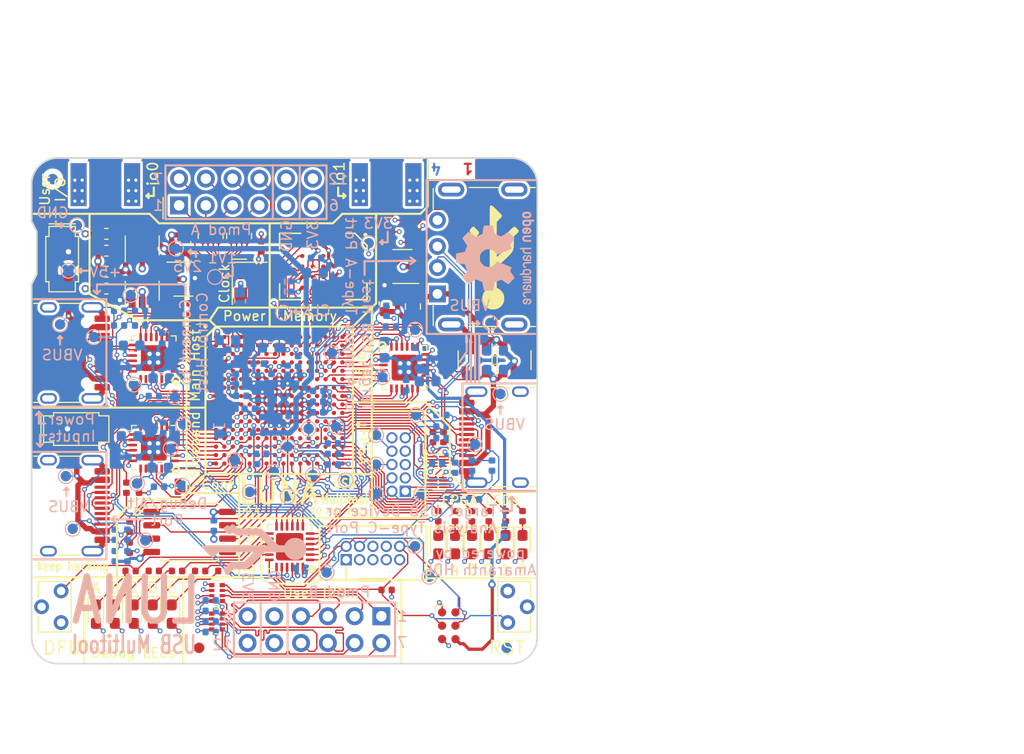
<source format=kicad_pcb>
(kicad_pcb (version 20221018) (generator pcbnew)
  (title_block (title "LUNA USB Multitool") (date "2021-03-10") (rev "r0") (company "Copyright 2019-2021 Great Scott Gadgets") (comment 1 "Katherine J. Temkin") (comment 3 "Licensed under the CERN-OHL-P v2"))
  (layers (0 "F.Cu" signal) (1 "In1.Cu" signal) (2 "In2.Cu" signal) (31 "B.Cu" signal) (34 "B.Paste" user) (35 "F.Paste" user) (36 "B.SilkS" user "B.Silkscreen") (37 "F.SilkS" user "F.Silkscreen") (38 "B.Mask" user) (39 "F.Mask" user) (44 "Edge.Cuts" user))
  (net 0 "")
  (net 1 "+3V3")
  (net 2 "GND")
  (net 3 "+5V")
  (net 4 "+2V5")
  (net 5 "+1V1")
  (net 6 "/FPGA Configuration and Dev Features/D1")
  (net 7 "/FPGA Configuration and Dev Features/D2")
  (net 8 "/FPGA Configuration and Dev Features/D0")
  (net 9 "/FPGA Configuration and Dev Features/D3")
  (net 10 "/FPGA Configuration and Dev Features/FPGA_TDO")
  (net 11 "/FPGA Configuration and Dev Features/~{CS_DI}")
  (net 12 "/FPGA Configuration and Dev Features/FPGA_CFG0")
  (net 13 "/FPGA Configuration and Dev Features/FPGA_DONE")
  (net 14 "/FPGA Configuration and Dev Features/FPGA_CFG1")
  (net 15 "/FPGA Configuration and Dev Features/~{FPGA_PROGRAM}")
  (net 16 "/FPGA Configuration and Dev Features/FPGA_CFG2")
  (net 17 "/FPGA Configuration and Dev Features/~{FPGA_INIT}")
  (net 18 "Net-(C36-Pad1)")
  (net 19 "Net-(C42-Pad1)")
  (net 20 "Net-(C48-Pad1)")
  (net 21 "/Host Section/HOST_VBUS")
  (net 22 "Net-(D10-Pad1)")
  (net 23 "Net-(D11-Pad1)")
  (net 24 "Net-(D12-Pad1)")
  (net 25 "Net-(D13-Pad1)")
  (net 26 "Net-(D14-Pad1)")
  (net 27 "/Host Section/HOST_DATA0")
  (net 28 "/Target Section/TARGET_DATA1")
  (net 29 "/Target Section/TARGET_DATA0")
  (net 30 "/Host Section/HOST_DATA1")
  (net 31 "/Target Section/TARGET_DATA3")
  (net 32 "/Target Section/TARGET_DATA2")
  (net 33 "/Host Section/HOST_DATA2")
  (net 34 "/Target Section/TARGET_DATA4")
  (net 35 "/Target Section/TARGET_DATA5")
  (net 36 "/Target Section/TARGET_DATA6")
  (net 37 "/Host Section/HOST_DATA4")
  (net 38 "/Host Section/HOST_DATA3")
  (net 39 "/Target Section/TARGET_DATA7")
  (net 40 "/Host Section/HOST_DATA6")
  (net 41 "/Host Section/HOST_DATA5")
  (net 42 "/Host Section/HOST_DATA7")
  (net 43 "/Host Section/HOST_STP")
  (net 44 "/Host Section/HOST_NXT")
  (net 45 "/Host Section/HOST_DIR")
  (net 46 "/Sideband Section/SIDEBAND_DATA0")
  (net 47 "/Sideband Section/SIDEBAND_DATA1")
  (net 48 "/Sideband Section/SIDEBAND_DATA2")
  (net 49 "/Sideband Section/SIDEBAND_DATA3")
  (net 50 "/Sideband Section/SIDEBAND_DATA4")
  (net 51 "/FPGA Configuration and Dev Features/FPGA_CONFIG_CLK")
  (net 52 "/Sideband Section/SIDEBAND_DATA6")
  (net 53 "/Sideband Section/SIDEBAND_DATA5")
  (net 54 "/Sideband Section/SIDEBAND_DATA7")
  (net 55 "/Sideband Section/SIDEBAND_STP")
  (net 56 "/Sideband Section/SIDEBAND_DIR")
  (net 57 "/Sideband Section/SIDEBAND_NXT")
  (net 58 "/FPGA Configuration and Dev Features/FPGA_TCK")
  (net 59 "/FPGA Configuration and Dev Features/UC_SWDCLK")
  (net 60 "/FPGA Configuration and Dev Features/UC_SWDIO")
  (net 61 "Net-(R8-Pad2)")
  (net 62 "Net-(R9-Pad2)")
  (net 63 "Net-(R10-Pad2)")
  (net 64 "Net-(R16-Pad2)")
  (net 65 "Net-(R17-Pad2)")
  (net 66 "Net-(R18-Pad2)")
  (net 67 "Net-(R19-Pad2)")
  (net 68 "Net-(R20-Pad2)")
  (net 69 "Net-(R21-Pad2)")
  (net 70 "Net-(D2-Pad1)")
  (net 71 "Net-(D3-Pad1)")
  (net 72 "Net-(D4-Pad1)")
  (net 73 "Net-(D5-Pad1)")
  (net 74 "Net-(D6-Pad1)")
  (net 75 "Net-(D7-Pad1)")
  (net 76 "Net-(IC1-PadB3)")
  (net 77 "Net-(IC1-PadB4)")
  (net 78 "Net-(IC1-PadB5)")
  (net 79 "Net-(IC1-PadB6)")
  (net 80 "Net-(IC1-PadB7)")
  (net 81 "Net-(IC1-PadB8)")
  (net 82 "Net-(IC1-PadC4)")
  (net 83 "Net-(IC1-PadC5)")
  (net 84 "Net-(IC1-PadC6)")
  (net 85 "Net-(IC1-PadC7)")
  (net 86 "Net-(IC1-PadC8)")
  (net 87 "Net-(IC1-PadC9)")
  (net 88 "Net-(IC1-PadC10)")
  (net 89 "Net-(IC1-PadC11)")
  (net 90 "Net-(IC1-PadC12)")
  (net 91 "Net-(IC1-PadC13)")
  (net 92 "Net-(IC1-PadD4)")
  (net 93 "Net-(IC1-PadD5)")
  (net 94 "Net-(IC1-PadD6)")
  (net 95 "Net-(IC1-PadD7)")
  (net 96 "Net-(IC1-PadD8)")
  (net 97 "Net-(IC1-PadD9)")
  (net 98 "Net-(IC1-PadD10)")
  (net 99 "Net-(IC1-PadD11)")
  (net 100 "Net-(IC1-PadD12)")
  (net 101 "Net-(IC1-PadD13)")
  (net 102 "Net-(IC1-PadE4)")
  (net 103 "Net-(IC1-PadE5)")
  (net 104 "Net-(IC1-PadE6)")
  (net 105 "Net-(IC1-PadE7)")
  (net 106 "Net-(IC1-PadE8)")
  (net 107 "Net-(IC1-PadE9)")
  (net 108 "Net-(IC1-PadE10)")
  (net 109 "Net-(IC1-PadE11)")
  (net 110 "Net-(IC1-PadE12)")
  (net 111 "Net-(IC1-PadE13)")
  (net 112 "Net-(IC1-PadF3)")
  (net 113 "Net-(IC1-PadF4)")
  (net 114 "Net-(IC1-PadF5)")
  (net 115 "Net-(IC1-PadG3)")
  (net 116 "Net-(IC1-PadG4)")
  (net 117 "Net-(IC1-PadG5)")
  (net 118 "Net-(IC1-PadG12)")
  (net 119 "Net-(IC1-PadG13)")
  (net 120 "Net-(IC1-PadG14)")
  (net 121 "Net-(IC1-PadH3)")
  (net 122 "Net-(IC1-PadH4)")
  (net 123 "Net-(IC1-PadH5)")
  (net 124 "Net-(IC1-PadH12)")
  (net 125 "Net-(IC1-PadH13)")
  (net 126 "Net-(IC1-PadH14)")
  (net 127 "Net-(IC1-PadJ3)")
  (net 128 "Net-(IC1-PadJ4)")
  (net 129 "Net-(IC1-PadJ5)")
  (net 130 "Net-(IC1-PadJ12)")
  (net 131 "Net-(IC1-PadJ13)")
  (net 132 "Net-(IC1-PadJ14)")
  (net 133 "Net-(IC1-PadK3)")
  (net 134 "Net-(IC1-PadK12)")
  (net 135 "Net-(IC1-PadK13)")
  (net 136 "Net-(IC1-PadK14)")
  (net 137 "Net-(IC1-PadL12)")
  (net 138 "Net-(IC1-PadL13)")
  (net 139 "Net-(IC1-PadM3)")
  (net 140 "Net-(IC1-PadM4)")
  (net 141 "Net-(IC1-PadM5)")
  (net 142 "Net-(IC1-PadM6)")
  (net 143 "Net-(IC1-PadM8)")
  (net 144 "Net-(IC1-PadM9)")
  (net 145 "Net-(IC1-PadM11)")
  (net 146 "Net-(IC1-PadM12)")
  (net 147 "Net-(IC1-PadM13)")
  (net 148 "Net-(IC1-PadM14)")
  (net 149 "Net-(IC1-PadN3)")
  (net 150 "Net-(IC1-PadN4)")
  (net 151 "Net-(IC1-PadN5)")
  (net 152 "Net-(IC1-PadN6)")
  (net 153 "Net-(IC1-PadN11)")
  (net 154 "Net-(IC1-PadN12)")
  (net 155 "Net-(IC1-PadN13)")
  (net 156 "Net-(IC1-PadN14)")
  (net 157 "Net-(IC1-PadP5)")
  (net 158 "Net-(IC1-PadP6)")
  (net 159 "Net-(IC1-PadP7)")
  (net 160 "Net-(IC1-PadP8)")
  (net 161 "Net-(IC1-PadR6)")
  (net 162 "Net-(IC1-PadR7)")
  (net 163 "Net-(IC1-PadR8)")
  (net 164 "Net-(IC1-PadR12)")
  (net 165 "Net-(IC1-PadT6)")
  (net 166 "Net-(J5-Pad7)")
  (net 167 "Net-(J5-Pad10)")
  (net 168 "Net-(J6-Pad8)")
  (net 169 "Net-(J6-Pad7)")
  (net 170 "Net-(J6-Pad6)")
  (net 171 "Net-(U5-Pad4)")
  (net 172 "Net-(U8-Pad20)")
  (net 173 "Net-(U9-Pad20)")
  (net 174 "Net-(U10-PadA2)")
  (net 175 "Net-(U10-PadC2)")
  (net 176 "Net-(U10-PadA5)")
  (net 177 "Net-(U10-PadB5)")
  (net 178 "Net-(U10-PadC5)")
  (net 179 "Net-(U11-Pad20)")
  (net 180 "Net-(IC1-PadP12)")
  (net 181 "/Host Section/HOST_D+")
  (net 182 "/Host Section/HOST_D-")
  (net 183 "/Host Section/HOST_CC2")
  (net 184 "/Host Section/HOST_CC1")
  (net 185 "/FPGA Configuration and Dev Features/SIDEBAND_D+")
  (net 186 "/FPGA Configuration and Dev Features/SIDEBAND_D-")
  (net 187 "/Sideband Section/SIDEBAND_CC2")
  (net 188 "/Sideband Section/SIDEBAND_CC1")
  (net 189 "Net-(IC1-PadT3)")
  (net 190 "Net-(IC1-PadK15)")
  (net 191 "/Target Section/TARGET_SBU2")
  (net 192 "/Target Section/TARGET_SBU1")
  (net 193 "/Right side indicators/TARGET_CC2")
  (net 194 "/Right side indicators/TARGET_CC1")
  (net 195 "/Right side indicators/DEBUG_SPI_COPI")
  (net 196 "/Right side indicators/DEBUG_SPI_CIPO")
  (net 197 "/Right side indicators/DEBUG_SPI_CLK")
  (net 198 "/Right side indicators/DEBUG_SPI_CS")
  (net 199 "/Right side indicators/LED5")
  (net 200 "/Right side indicators/LED3")
  (net 201 "/Right side indicators/LED4")
  (net 202 "/Right side indicators/LED1")
  (net 203 "/Right side indicators/LED2")
  (net 204 "/Right side indicators/LED0")
  (net 205 "/Host Section/HOST_SBU1")
  (net 206 "/Host Section/HOST_SBU2")
  (net 207 "/Sideband Section/SIDEBAND_SBU2")
  (net 208 "/Sideband Section/SIDEBAND_SBU1")
  (net 209 "Net-(U3-Pad4)")
  (net 210 "Net-(U4-Pad4)")
  (net 211 "/Power Supplies/TARGET_VBUS_A")
  (net 212 "/Power Supplies/VBUS_A_TO_C_EN")
  (net 213 "/Power Supplies/VBUS_5V_TO_A_EN")
  (net 214 "/Power Supplies/VBUS_5V_TO_A_FAULT")
  (net 215 "/Power Supplies/VBUS_C_TO_A_FAULT")
  (net 216 "/Power Supplies/VBUS_A_TO_C_FAULT")
  (net 217 "/RAM Section/RAM_DQ7")
  (net 218 "/RAM Section/RAM_DQ5")
  (net 219 "/RAM Section/RAM_DQ0")
  (net 220 "/RAM Section/RAM_DQ3")
  (net 221 "/RAM Section/RAM_RWDS")
  (net 222 "/RAM Section/RAM_DQ6")
  (net 223 "/RAM Section/RAM_DQ1")
  (net 224 "/RAM Section/RAM_DQ4")
  (net 225 "/RAM Section/RAM_DQ2")
  (net 226 "Net-(IC1-PadA2)")
  (net 227 "Net-(IC1-PadA3)")
  (net 228 "Net-(IC1-PadA4)")
  (net 229 "Net-(IC1-PadA5)")
  (net 230 "Net-(IC1-PadA6)")
  (net 231 "Net-(IC1-PadA7)")
  (net 232 "/FPGA Configuration and Dev Features/TARGET_VBUS_C")
  (net 233 "/FPGA Configuration and Dev Features/HALF_TARGET_VBUS_C")
  (net 234 "/FPGA Configuration and Dev Features/SIDEBAND_PHY_1V8")
  (net 235 "/FPGA Configuration and Dev Features/TARGET_PHY_1V8")
  (net 236 "/FPGA Configuration and Dev Features/HOST_PHY_1V8")
  (net 237 "/Sideband Section/SIDEBAND_VBUS")
  (net 238 "/Host Section/USER_IO0")
  (net 239 "/Host Section/USER_IO1")
  (net 240 "/FPGA Configuration and Dev Features/~{FPGA_SELF_PROGRAM}")
  (net 241 "/Target Section/TARGET_D-")
  (net 242 "/Target Section/TARGET_D+")
  (net 243 "Net-(R11-Pad2)")
  (net 244 "/PMOD_B1")
  (net 245 "/PMOD_B0")
  (net 246 "/PMOD_B7")
  (net 247 "/PMOD_B6")
  (net 248 "/PMOD_B5")
  (net 249 "/PMOD_B4")
  (net 250 "/PMOD_B3")
  (net 251 "/PMOD_B2")
  (net 252 "/PMOD_A0")
  (net 253 "/PMOD_A1")
  (net 254 "/PMOD_A2")
  (net 255 "/PMOD_A3")
  (net 256 "/PMOD_A4")
  (net 257 "/PMOD_A5")
  (net 258 "/PMOD_A6")
  (net 259 "/PMOD_A7")
  (net 260 "/Sideband Section/SIDEBAND_CLK")
  (net 261 "/Host Section/~{HOST_RESET}")
  (net 262 "/Host Section/HOST_CLK")
  (net 263 "/Target Section/TARGET_NXT")
  (net 264 "/Target Section/TARGET_DIR")
  (net 265 "/Target Section/TARGET_STP")
  (net 266 "/Target Section/~{TARGET_RESET}")
  (net 267 "/Target Section/TARGET_CLK")
  (net 268 "/RAM Section/RAM_CLK")
  (net 269 "/RAM Section/~{RAM_RESET}")
  (net 270 "/RAM Section/~{RAM_CLK}")
  (net 271 "/RAM Section/~{RAM_CS}")
  (net 272 "/FPGA Configuration and Dev Features/~{UC_RESET}")
  (net 273 "/FPGA Configuration and Dev Features/~{FORCE_DFU}")
  (net 274 "/FPGA Configuration and Dev Features/~{SIDEBAND_RESET}")
  (net 275 "/FPGA_TMS")
  (net 276 "/FPGA_TDI")
  (net 277 "/Clock and Pmod/CLKIN_60MHZ")
  (net 278 "Net-(C5-Pad1)")
  (net 279 "Net-(C19-Pad1)")
  (net 280 "Net-(C21-Pad2)")
  (net 281 "Net-(C23-Pad2)")
  (net 282 "/Power Supplies/VBUS_C_TO_A_EN")
  (net 283 "/Right side indicators/TARGET_CC2_OUTPUT_EN")
  (net 284 "/Right side indicators/TARGET_CC2_INPUT")
  (net 285 "/Right side indicators/TARGET_CC1_INPUT")
  (net 286 "/Right side indicators/TARGET_CC1_OUTPUT_EN")
  (net 287 "/Right side indicators/TARGET_CC1_OUTPUT")
  (net 288 "/Right side indicators/TARGET_CC2_OUTPUT")
  (net 289 "Net-(R38-Pad2)")
  (net 290 "Net-(R39-Pad2)")
  (net 291 "/Host Section/HOST_CC2_INPUT")
  (net 292 "/Host Section/HOST_CC1_INPUT")
  (net 293 "/Sideband Section/SIDEBAND_CC1_INPUT")
  (net 294 "/Sideband Section/SIDEBAND_CC2_INPUT")
  (net 295 "Net-(D9-Pad2)")
  (footprint "LED_SMD:LED_0603_1608Metric_Pad1.05x0.95mm_HandSolder" (layer "F.Cu") (at 103.8 108.3 -90)
    (fp_text reference "D14" hide)
    (fp_text value "ICE BLUE" hide)
  )
  (footprint "Package_DFN_QFN:VQFN-24-1EP_4x4mm_P0.5mm_EP2.45x2.45mm" (layer "F.Cu") (at 125.9 84.9)
    (fp_text reference "U9" hide)
    (fp_text value "USB3343" hide)
  )
  (footprint "Resistor_SMD:R_0402_1005Metric" (layer "F.Cu") (at 129.8 82.8 180)
    (fp_text reference "R19" hide)
    (fp_text value "20K" hide)
  )
  (footprint "LED_SMD:LED_0603_1608Metric_Pad1.05x0.95mm_HandSolder" (layer "F.Cu") (at 98.4 108.3 -90)
    (fp_text reference "D11" hide)
    (fp_text value "PINK" hide)
  )
  (footprint "Resistor_SMD:R_0402_1005Metric" (layer "F.Cu") (at 99.5 96.3 90)
    (fp_text reference "R17" hide)
    (fp_text value "20K" hide)
  )
  (footprint "Package_DFN_QFN:QFN-24-1EP_4x4mm_P0.5mm_EP2.6x2.6mm" (layer "F.Cu") (at 115 101.9 180)
    (fp_text reference "U6" hide)
    (fp_text value "ATSAMD11D14A-MUT" hide)
  )
  (footprint "rhododendron:usb_tools_logo" (layer "F.Cu") (at 134.32 74.411)
    (fp_text reference "G***" hide)
    (fp_text value "LOGO" hide)
  )
  (footprint "Capacitor_SMD:C_0603_1608Metric" (layer "F.Cu") (at 97.6 72.2 180)
    (fp_text reference "C30" hide)
    (fp_text value "1uF" hide)
  )
  (footprint "Capacitor_SMD:C_0603_1608Metric" (layer "F.Cu") (at 97.6 73.8 180)
    (fp_text reference "C28" hide)
    (fp_text value "1uF" hide)
  )
  (footprint "Package_TO_SOT_SMD:SOT-23-5" (layer "F.Cu") (at 101 77.6 90)
    (fp_text reference "U3" hide)
    (fp_text value "AP7366-33W5-7" hide)
  )
  (footprint "LED_SMD:LED_0603_1608Metric_Pad1.05x0.95mm_HandSolder" (layer "F.Cu") (at 100.2 108.3 -90)
    (fp_text reference "D12" hide)
    (fp_text value "WHITE" hide)
  )
  (footprint "LED_SMD:LED_0603_1608Metric_Pad1.05x0.95mm_HandSolder" (layer "F.Cu") (at 102 108.3 -90)
    (fp_text reference "D13" hide)
    (fp_text value "PINK" hide)
  )
  (footprint "Package_DFN_QFN:VQFN-24-1EP_4x4mm_P0.5mm_EP2.45x2.45mm" (layer "F.Cu") (at 102.1 84 180)
    (fp_text reference "U11" hide)
    (fp_text value "USB3343" hide)
  )
  (footprint "Resistor_SMD:R_0402_1005Metric" (layer "F.Cu") (at 100.7 96.3 90)
    (fp_text reference "R16" hide)
    (fp_text value "8.06k±1%" hide)
  )
  (footprint "LED_SMD:LED_0603_1608Metric_Pad1.05x0.95mm_HandSolder" (layer "F.Cu") (at 96.6 108.3 -90)
    (fp_text reference "D10" hide)
    (fp_text value "ICE BLUE" hide)
  )
  (footprint "Resistor_SMD:R_0402_1005Metric" (layer "F.Cu") (at 99.1 87.7 90)
    (fp_text reference "R21" hide)
    (fp_text value "20K" hide)
  )
  (footprint "luna:SOD128" (layer "F.Cu") (at 94.74 90.73)
    (fp_text reference "D8" hide)
    (fp_text value "PMEG3050EP,115" hide)
  )
  (footprint "Resistor_SMD:R_0402_1005Metric" (layer "F.Cu") (at 104.4 96.2 -90)
    (fp_text reference "R15" hide)
    (fp_text value "1K" hide)
  )
  (footprint "Capacitor_SMD:C_0603_1608Metric" (layer "F.Cu") (at 97.6 77.4 180)
    (fp_text reference "C6" hide)
    (fp_text value "1uF" hide)
  )
  (footprint "Capacitor_SMD:C_0603_1608Metric" (layer "F.Cu") (at 97.6 75.8 180)
    (fp_text reference "C20" hide)
    (fp_text value "2.2uF" hide)
  )
  (footprint "luna:SOD128" (layer "F.Cu") (at 93.4 74.6 -90)
    (fp_text reference "D1" hide)
    (fp_text value "PMEG3050EP,115" hide)
  )
  (footprint "Resistor_SMD:R_0402_1005Metric" (layer "F.Cu") (at 100.3 87.7 90)
    (fp_text reference "R20" hide)
    (fp_text value "8.06k±1%" hide)
  )
  (footprint "Package_TO_SOT_SMD:SOT-23-5" (layer "F.Cu") (at 101 73.3 90)
    (fp_text reference "U5" hide)
    (fp_text value "MIC5504-2.5YM5" hide)
  )
  (footprint "Capacitor_SMD:C_0603_1608Metric" (layer "F.Cu") (at 105.1 73.1 90)
    (fp_text reference "C29" hide)
    (fp_text value "1uF" hide)
  )
  (footprint "Crystal:Crystal_SMD_3225-4Pin_3.2x2.5mm" (layer "F.Cu") (at 111.2 76.9 -90)
    (fp_text reference "Y1" hide)
    (fp_text value "Osc60MHz" hide)
  )
  (footprint "Capacitor_SMD:C_0402_1005Metric" (layer "F.Cu") (at 103.8 73.6 90)
    (fp_text reference "C27" hide)
    (fp_text value "0.1uF" hide)
  )
  (footprint "Package_SO:SOIC-8_5.23x5.23mm_P1.27mm" (layer "F.Cu") (at 105.5 100.5)
    (fp_text reference "U7" hide)
    (fp_text value "W25Q32JVSS" hide)
  )
  (footprint "Package_TO_SOT_SMD:SOT-23-5" (layer "F.Cu") (at 125.7 75.3 180)
    (fp_text reference "U1" hide)
    (fp_text value "AP22811A" hide)
  )
  (footprint "Package_TO_SOT_SMD:SOT-23-5" (layer "F.Cu") (at 104.9 76.5)
    (fp_text reference "U4" hide)
    (fp_text value "TCR2EF115" hide)
  )
  (footprint "Package_TO_SOT_SMD:SOT-23-5" (layer "F.Cu") (at 136.3 84.2 90)
    (fp_text reference "U13" hide)
    (fp_text value "AP22811A" hide)
  )
  (footprint "Package_TO_SOT_SMD:SOT-23-5" (layer "F.Cu") (at 132.6 84.2 -90)
    (fp_text reference "U12" hide)
    (fp_text value "AP22811A" hide)
  )
  (footprint "Resistor_SMD:R_0402_1005Metric" (layer "F.Cu") (at 130.3 84.3 90)
    (fp_text reference "R2" hide)
    (fp_text value "2.2K" hide)
  )
  (footprint "Capacitor_SMD:C_0805_2012Metric" (layer "F.Cu") (at 126.7 79.1 90)
    (fp_text reference "C53" hide)
    (fp_text value "10uF" hide)
  )
  (footprint "Resistor_SMD:R_0402_1005Metric" (layer "F.Cu") (at 124.7 72.5 -90)
    (fp_text reference "R1" hide)
    (fp_text value "2.2K" hide)
  )
  (footprint "luna:USB_A_Kycon_KUSBXHT-SB-AS1N-B30-NF_Horizontal" (layer "F.Cu") (at 129.025 77.9 90)
    (fp_text reference "J3" hide)
    (fp_text value "USB_A" hide)
  )
  (footprint "Resistor_SMD:R_Array_Convex_4x0402" (layer "F.Cu") (at 110.2 72.4 90)
    (fp_text reference "RN2" hide)
    (fp_text value "33" hide)
  )
  (footprint "Resistor_SMD:R_Array_Convex_4x0402" (layer "F.Cu") (at 107.5 72.4 90)
    (fp_text reference "RN1" hide)
    (fp_text value "33" hide)
  )
  (footprint "Capacitor_SMD:C_0402_1005Metric" (layer "F.Cu") (at 112.3 73.4 90)
    (fp_text reference "C10" hide)
    (fp_text value "0.1uF" hide)
  )
  (footprint "LED_SMD:LED_0603_1608Metric_Pad1.05x0.95mm_HandSolder" (layer "F.Cu") (at 137.1 101.7 -90)
    (fp_text reference "D7" hide)
    (fp_text value "PURPLE" hide)
  )
  (footprint "LED_SMD:LED_0603_1608Metric_Pad1.05x0.95mm_HandSolder" (layer "F.Cu") (at 132.3 101.7 -90)
    (fp_text reference "D4" hide)
    (fp_text value "YELLOW" hide)
  )
  (footprint "LED_SMD:LED_0603_1608Metric_Pad1.05x0.95mm_HandSolder" (layer "F.Cu") (at 130.7 101.7 -90)
    (fp_text reference "D3" hide)
    (fp_text value "ORANGE" hide)
  )
  (footprint "Resistor_SMD:R_0402_1005Metric" (layer "F.Cu") (at 133.9 99 90)
    (fp_text reference "R29" hide)
    (fp_text value "10K" hide)
  )
  (footprint "Resistor_SMD:R_0402_1005Metric" (layer "F.Cu") (at 137.1 99 90)
    (fp_text reference "R31" hide)
    (fp_text value "2.2K" hide)
  )
  (footprint "Resistor_SMD:R_0402_1005Metric" (layer "F.Cu") (at 129.1 99 90)
    (fp_text reference "R26" hide)
    (fp_text value "1K" hide)
  )
  (footprint "LED_SMD:LED_0603_1608Metric_Pad1.05x0.95mm_HandSolder" (layer "F.Cu") (at 133.9 101.7 -90)
    (fp_text reference "D5" hide)
    (fp_text value "GREEN" hide)
  )
  (footprint "Resistor_SMD:R_0402_1005Metric" (layer "F.Cu") (at 132.3 99 90)
    (fp_text reference "R28" hide)
    (fp_text value "1K" hide)
  )
  (footprint "LED_SMD:LED_0603_1608Metric_Pad1.05x0.95mm_HandSolder" (layer "F.Cu") (at 129.1 101.7 -90)
    (fp_text reference "D2" hide)
    (fp_text value "RED" hide)
  )
  (footprint "Resistor_SMD:R_0402_1005Metric" (layer "F.Cu") (at 130.7 99 90)
    (fp_text reference "R27" hide)
    (fp_text value "1K" hide)
  )
  (footprint "Resistor_SMD:R_0402_1005Metric" (layer "F.Cu") (at 135.5 99 90)
    (fp_text reference "R30" hide)
    (fp_text value "2.2K" hide)
  )
  (footprint "LED_SMD:LED_0603_1608Metric_Pad1.05x0.95mm_HandSolder" (layer "F.Cu") (at 135.5 101.7 -90)
    (fp_text reference "D6" hide)
    (fp_text value "BLUE" hide)
  )
  (footprint "Package_DFN_QFN:VQFN-24-1EP_4x4mm_P0.5mm_EP2.45x2.45mm" (layer "F.Cu") (at 102.1 92.5 180)
    (fp_text reference "U8" hide)
    (fp_text value "USB3343" hide)
  )
  (footprint "Fiducial:Fiducial_1mm_Mask2mm" (layer "F.Cu") (at 133.8 66.4)
    (fp_text reference "FID1" hide)
    (fp_text value "Fiducial_1mm_Mask2mm" hide)
  )
  (footprint "Resistor_SMD:R_0402_1005Metric" (layer "F.Cu") (at 102.1 104.2)
    (fp_text reference "R8" hide)
    (fp_text value "2.2K" hide)
  )
  (footprint "Resistor_SMD:R_0402_1005Metric" (layer "F.Cu") (at 99.9 104.2)
    (fp_text reference "R7" hide)
    (fp_text value "5.5K" hide)
  )
  (footprint "Resistor_SMD:R_0402_1005Metric" (layer "F.Cu") (at 108.7 104.2)
    (fp_text reference "R11" hide)
    (fp_text value "5.5K" hide)
  )
  (footprint "Resistor_SMD:R_0402_1005Metric" (layer "F.Cu") (at 106.5 104.2)
    (fp_text reference "R10" hide)
    (fp_text value "2.2K" hide)
  )
  (footprint "Resistor_SMD:R_0402_1005Metric" (layer "F.Cu") (at 104.3 104.2)
    (fp_text reference "R9" hide)
    (fp_text value "2.2K" hide)
  )
  (footprint "Capacitor_SMD:C_0603_1608Metric" (layer "F.Cu") (at 124 78.8 -90)
    (fp_text reference "C54" hide)
    (fp_text value "1uF" hide)
  )
  (footprint "Capacitor_SMD:C_0402_1005Metric" (layer "F.Cu") (at 125.25 78.2 90)
    (fp_text reference "C40" hide)
    (fp_text value "0.1uF" hide)
  )
  (footprint "Resistor_SMD:R_0402_1005Metric" (layer "F.Cu") (at 126.7 73)
    (fp_text reference "R3" hide)
    (fp_text value "10K" hide)
  )
  (footprint "Resistor_SMD:R_0402_1005Metric" (layer "F.Cu") (at 126.7 72 180)
    (fp_text reference "R42" hide)
    (fp_text value "2.2K" hide)
  )
  (footprint "Resistor_SMD:R_0402_1005Metric" (layer "F.Cu") (at 126.2 70.9)
    (fp_text reference "R40" hide)
    (fp_text value "10K" hide)
  )
  (footprint "luna:SW_Tactile_SPST_Angled_TC-1109DE-B-F" (layer "F.Cu") (at 135.7 109.1 -90)
    (fp_text reference "SW2" hide)
    (fp_text value "BTN_RESET" hide)
  )
  (footprint "luna:SW_Tactile_SPST_Angled_TC-1109DE-B-F" (layer "F.Cu") (at 93.3 106.1 90)
    (fp_text reference "SW1" hide)
    (fp_text value "BTN_DFU" hide)
  )
  (footprint "Connector:Tag-Connect_TC2030-IDC-FP_2x03_P1.27mm_Vertical" (layer "F.Cu") (at 130.1 109.4 -90)
    (fp_text reference "J10" hide)
    (fp_text value "TC_SWD" hide)
  )
  (footprint "Resistor_SMD:R_0402_1005Metric" (layer "F.Cu") (at 124.2 106 180)
    (fp_text reference "R25" hide)
    (fp_text value "10K" hide)
  )
  (footprint "Resistor_SMD:R_Array_Convex_4x0402" (layer "F.Cu") (at 108.1 109)
    (fp_text reference "RN4" hide)
    (fp_text value "33" hide)
  )
  (footprint "Resistor_SMD:R_Array_Convex_4x0402" (layer "F.Cu") (at 108.1 106.3)
    (fp_text reference "RN3" hide)
    (fp_text value "33" hide)
  )
  (footprint "Fiducial:Fiducial_1mm_Mask2mm" (layer "F.Cu") (at 106.4 111.5)
    (fp_text reference "FID2" hide)
    (fp_text value "Fiducial_1mm_Mask2mm" hide)
  )
  (footprint "luna:PinSocket_2x06_P2.54mm_PMOD" (layer "F.Cu") (at 104.5 69.5 -90)
    (fp_text reference "J7" hide)
    (fp_text value "PMOD_A" hide)
  )
  (footprint "luna:PinSocket_2x06_P2.54mm_PMOD" (layer "F.Cu") (at 123.7 108.5 90)
    (fp_text reference "J11" hide)
    (fp_text value "PMOD_B" hide)
  )
  (footprint "luna:lattice_cabga256" (layer "F.Cu") (at 114 88)
    (fp_text reference "IC1" hide)
    (fp_text value "ECP5-BGA256" hide)
  )
  (footprint "luna:USB_C_Receptacle_HRO_TYPE-C-31-M-12" (layer "F.Cu") (at 93.15 83.5 -90)
    (fp_text reference "J1" hide)
    (fp_text value "USB_C_Receptacle_USB2.0" hide)
  )
  (footprint "luna:USB_C_Receptacle_HRO_TYPE-C-31-M-12" (layer "F.Cu") (at 93.15 98 -90)
    (fp_text reference "J2" hide)
    (fp_text value "USB_C_Receptacle_USB2.0" hide)
  )
  (footprint "luna:USB_C_Receptacle_HRO_TYPE-C-31-M-12" (layer "F.Cu") (at 135.85 91.5 90)
    (fp_text reference "J4" hide)
    (fp_text value "USB_C_Receptacle_USB2.0" hide)
  )
  (footprint "luna:BGA-24_5x5_6.0x8.0mm" (layer "F.Cu") (at 118.191 75.3 -90)
    (fp_text reference "U10")
    (fp_text value "HyperRAM" hide)
  )
  (footprint "luna:SWD_CONNECTOR_LARGE_BOX" (layer "F.Cu") (at 122.9 102.5)
    (fp_text reference "J6" hide)
    (fp_text value "Conn_ARM_JTAG_SWD_10" hide)
  )
  (footprint "luna:SMA-EDGE" (layer "F.Cu") (at 124.2 65.5 -90)
    (fp_text reference "J9" hide)
    (fp_text value "Conn_Coaxial" hide)
  )
  (footprint "luna:SMA-EDGE" (layer "F.Cu") (at 97.5 65.5 -90)
    (fp_text reference "J8" hide)
    (fp_text value "Conn_Coaxial" hide)
  )
  (footprint "luna:SWD_CONNECTOR_LARGE_BOX" (layer "F.Cu") (at 125.34 94.1 90)
    (fp_text reference "J5" hide)
    (fp_text value "Conn_FPGA_JTAG_10" hide)
  )
  (footprint "Resistor_SMD:R_0402_1005Metric" (layer "F.Cu") (at 105 79.8 180)
    (fp_text reference "R44" hide)
    (fp_text value "18.7K±1%")
  )
  (footprint "Resistor_SMD:R_0402_1005Metric" (layer "F.Cu") (at 105 78.8 180)
    (fp_text reference "R45" hide)
    (fp_text value "18.7K±1%")
  )
  (footprint "Resistor_SMD:R_0402_1005Metric" (layer "F.Cu") (at 99.8 102 -90)
    (fp_text reference "R47" hide)
    (fp_text value "18.7K±1%")
  )
  (footprint "Resistor_SMD:R_0402_1005Metric" (layer "F.Cu") (at 128.6 91.5 -90)
    (fp_text reference "R48" hide)
    (fp_text value "18.7K±1%")
  )
  (footprint "Resistor_SMD:R_0402_1005Metric" (layer "F.Cu") (at 129.6 91.5 -90)
    (fp_text reference "R49" hide)
    (fp_text value "18.7K±1%")
  )
  (footprint "luna:X2-DFN1210-8_1.2x1mm_P0.3mm" (layer "F.Cu") (at 129.1 93.8)
    (fp_text reference "U2" hide)
    (fp_text value "74AUP2G126")
  )
  (footprint "luna:X2-DFN1210-8_1.2x1mm_P0.3mm" (layer "F.Cu") (at 129.1 95.8 180)
    (fp_text reference "U14" hide)
    (fp_text value "74AUP2G126")
  )
  (footprint "Resistor_SMD:R_0402_1005Metric" (layer "F.Cu") (at 99.8 100 -90)
    (fp_text reference "R46" hide)
    (fp_text value "18.7K±1%")
  )
  (footprint "Symbol:OSHW-Logo2_9.8x8mm_SilkScreen" (layer "B.Cu") (at 134.5 74.5 -90)
    (fp_text reference "REF**" hide)
    (fp_text value "OSHW-Logo2_9.8x8mm_SilkScreen" hide)
  )
  (footprint "Capacitor_SMD:C_0603_1608Metric" (layer "B.Cu") (at 117.4 75.9)
    (fp_text reference "C22" hide)
    (fp_text value "1uF" hide)
  )
  (footprint "Resistor_SMD:R_0402_1005Metric" (layer "B.Cu") (at 102.6 96.2 180)
    (fp_text reference "R22" hide)
    (fp_text value "15K" hide)
  )
  (footprint "Capacitor_SMD:C_0402_1005Metric" (layer "B.Cu") (at 107.8 99.9 -90)
    (fp_text reference "C49" hide)
    (fp_text value "0.1uF" hide)
  )
  (footprint "TestPoint:TestPoint_Pad_D1.0mm" (layer "B.Cu") (at 117.2 95.1)
    (fp_text reference "TP7" hide)
    (fp_text value "TestPoint" hide)
  )
  (footprint "TestPoint:TestPoint_Pad_D1.0mm" (layer "B.Cu") (at 113.5 94.8)
    (fp_text reference "TP14" hide)
    (fp_text value "TestPoint" hide)
  )
  (footprint "TestPoint:TestPoint_Pad_D1.0mm" (layer "B.Cu") (at 109.8 93.7)
    (fp_text reference "TP11" hide)
    (fp_text value "TestPoint" hide)
  )
  (footprint "Resistor_SMD:R_0402_1005Metric" (layer "B.Cu") (at 124.6 81)
    (fp_text reference "R23" hide)
    (fp_text value "10K" hide)
  )
  (footprint "Resistor_SMD:R_0402_1005Metric" (layer "B.Cu") (at 112.304 93.08 180)
    (fp_text reference "R5" hide)
    (fp_text value "2.2K" hide)
  )
  (footprint "Resistor_SMD:R_0402_1005Metric" (layer "B.Cu") (at 111.904 94.545 90)
    (fp_text reference "R6" hide)
    (fp_text value "10K" hide)
  )
  (footprint "Capacitor_SMD:C_0402_1005Metric" (layer "B.Cu") (at 113.977 87.9365)
    (fp_text reference "C9" hide)
    (fp_text value "0.1uF" hide)
  )
  (footprint "Capacitor_SMD:C_0402_1005Metric" (layer "B.Cu") (at 110.4 87.578 180)
    (fp_text reference "C16" hide)
    (fp_text value "0.1uF" hide)
  )
  (footprint "Capacitor_SMD:C_0402_1005Metric" (layer "B.Cu") (at 111.2 88.8)
    (fp_text reference "C8" hide)
    (fp_text value "0.1uF" hide)
  )
  (footprint "TestPoint:TestPoint_Pad_D1.0mm" (layer "B.Cu") (at 114.8 97.1)
    (fp_text reference "TP13" hide)
    (fp_text value "TestPoint" hide)
  )
  (footprint "TestPoint:TestPoint_Pad_D1.0mm" (layer "B.Cu") (at 122.5 73.1)
    (fp_text reference "TP3" hide)
    (fp_text value "TestPoint" hide)
  )
  (footprint "Capacitor_SMD:C_0402_1005Metric" (layer "B.Cu") (at 127.8 84 180)
    (fp_text reference "C44" hide)
    (fp_text value "0.1uF" hide)
  )
  (footprint "Capacitor_SMD:C_0603_1608Metric" (layer "B.Cu") (at 124 83.2 -90)
    (fp_text reference "C43" hide)
    (fp_text value "1uF" hide)
  )
  (footprint "Capacitor_SMD:C_0402_1005Metric" (layer "B.Cu") (at 117.5 74.5)
    (fp_text reference "C31" hide)
    (fp_text value "0.1uF" hide)
  )
  (footprint "Capacitor_SMD:C_0402_1005Metric" (layer "B.Cu") (at 102.9 82.1 -90)
    (fp_text reference "C34" hide)
    (fp_text value "0.1uF" hide)
  )
  (footprint "Capacitor_SMD:C_0603_1608Metric" (layer "B.Cu") (at 102.7 94.4 180)
    (fp_text reference "C37" hide)
    (fp_text value "1uF" hide)
  )
  (footprint "TestPoint:TestPoint_Pad_D1.0mm" (layer "B.Cu") (at 119.4 90.5)
    (fp_text reference "TP6" hide)
    (fp_text value "TestPoint" hide)
  )
  (footprint "Capacitor_SMD:C_0402_1005Metric" (layer "B.Cu") (at 117.683 88.127)
    (fp_text reference "C39" hide)
    (fp_text value "0.1uF" hide)
  )
  (footprint "TestPoint:TestPoint_Pad_D1.0mm" (layer "B.Cu") (at 104.2 73.6)
    (fp_text reference "TP5" hide)
    (fp_text value "TestPoint" hide)
  )
  (footprint "Capacitor_SMD:C_0402_1005Metric" (layer "B.Cu") (at 115.8 84.3 90)
    (fp_text reference "C12" hide)
    (fp_text value "0.1uF" hide)
  )
  (footprint "Capacitor_SMD:C_0603_1608Metric" (layer "B.Cu") (at 110.3 78.5875 90)
    (fp_text reference "C1" hide)
    (fp_text value "2.2uF" hide)
  )
  (footprint "TestPoint:TestPoint_Pad_D1.0mm" (layer "B.Cu") (at 114.4 79.7)
    (fp_text reference "TP1" hide)
    (fp_text value "TestPoint" hide)
  )
  (footprint "Capacitor_SMD:C_0402_1005Metric" (layer "B.Cu") (at 117.683 89.143)
    (fp_text reference "C33" hide)
    (fp_text value "0.1uF" hide)
  )
  (footprint "Capacitor_SMD:C_0402_1005Metric" (layer "B.Cu") (at 114.8 85.2 90)
    (fp_text reference "C7" hide)
    (fp_text value "0.1uF" hide)
  )
  (footprint "Capacitor_SMD:C_0402_1005Metric" (layer "B.Cu") (at 113.27 86 90)
    (fp_text reference "C11" hide)
    (fp_text value "0.1uF" hide)
  )
  (footprint "Capacitor_SMD:C_0402_1005Metric" (layer "B.Cu") (at 117.706 87.111)
    (fp_text reference "C26" hide)
    (fp_text value "0.1uF" hide)
  )
  (footprint "Capacitor_SMD:C_0402_1005Metric" (layer "B.Cu") (at 126.06 86.56 90)
    (fp_text reference "C41" hide)
    (fp_text value "0.1uF" hide)
  )
  (footprint "Capacitor_SMD:C_0402_1005Metric" (layer "B.Cu") (at 115.1 77.2 -90)
    (fp_text reference "C32" hide)
    (fp_text value "0.1uF" hide)
  )
  (footprint "Capacitor_SMD:C_0402_1005Metric" (layer "B.Cu") (at 100.2 93.4)
    (fp_text reference "C38" hide)
    (fp_text value "0.1uF" hide)
  )
  (footprint "Capacitor_SMD:C_0603_1608Metric" (layer "B.Cu") (at 128.1 86.2 180)
    (fp_text reference "C42" hide)
    (fp_text value "1uF" hide)
  )
  (footprint "Capacitor_SMD:C_0402_1005Metric" (layer "B.Cu") (at 100.2 84.9)
    (fp_text reference "C46" hide)
    (fp_text value "0.1uF" hide)
  )
  (footprint "Capacitor_SMD:C_0603_1608Metric" (layer "B.Cu") (at 113.2 83)
    (fp_text reference "C4" hide)
    (fp_text value "2.2uF" hide)
  )
  (footprint "Capacitor_SMD:C_0603_1608Metric" (layer "B.Cu") (at 102.8 85.9 180)
    (fp_text reference "C50" hide)
    (fp_text value "1uF" hide)
  )
  (footprint "Resistor_SMD:R_0402_1005Metric" (layer "B.Cu") (at 102.1 87.6 180)
    (fp_text reference "R24" hide)
    (fp_text value "10K" hide)
  )
  (footprint "Capacitor_SMD:C_0603_1608Metric" (layer "B.Cu") (at 100 82.8)
    (fp_text reference "C48" hide)
    (fp_text value "1uF" hide)
  )
  (footprint "Capacitor_SMD:C_0603_1608Metric" (layer "B.Cu") (at 99.8 91.4)
    (fp_text reference "C36" hide)
    (fp_text value "1uF" hide)
  )
  (footprint "Resistor_SMD:R_0402_1005Metric" (layer "B.Cu") (at 98.8 80.9)
    (fp_text reference "R33" hide)
    (fp_text value "5.49K±1%" hide)
  )
  (footprint "Capacitor_SMD:C_0402_1005Metric" (layer "B.Cu") (at 103 90.6 -90)
    (fp_text reference "C18" hide)
    (fp_text value "0.1uF" hide)
  )
  (footprint "Capacitor_SMD:C_0402_1005Metric" (layer "B.Cu") (at 116.07 103.92 180)
    (fp_text reference "C14" hide)
    (fp_text value "0.1uF" hide)
  )
  (footprint "TestPoint:TestPoint_Pad_D1.0mm" (layer "B.Cu") (at 107.9 76.3)
    (fp_text reference "TP4" hide)
    (fp_text value "TestPoint" hide)
  )
  (footprint "Resistor_SMD:R_0402_1005Metric" (layer "B.Cu") (at 124.185 79.5 90)
    (fp_text reference "R41" hide)
    (fp_text value "10K" hide)
  )
  (footprint "Resistor_SMD:R_0402_1005Metric" (layer "B.Cu") (at 132.5 97.4)
    (fp_text reference "R4" hide)
    (fp_text value "8.06k±1%" hide)
  )
  (footprint "Resistor_SMD:R_0402_1005Metric" (layer "B.Cu") (at 119.1 92.1)
    (fp_text reference "R12" hide)
    (fp_text value "10K" hide)
  )
  (footprint "TestPoint:TestPoint_Pad_D1.0mm" (layer "B.Cu") (at 116.8 90.7)
    (fp_text reference "TP9" hide)
    (fp_text value "TestPoint" hide)
  )
  (footprint "Resistor_SMD:R_0402_1005Metric" (layer "B.Cu") (at 119.1 94.1)
    (fp_text reference "R14" hide)
    (fp_text value "10K" hide)
  )
  (footprint "Resistor_SMD:R_0402_1005Metric" (layer "B.Cu") (at 119.1 93.1)
    (fp_text reference "R13" hide)
    (fp_text value "10K" hide)
  )
  (footprint "Fiducial:Fiducial_1mm_Mask2mm" (layer "B.Cu") (at 92.5 67)
    (fp_text reference "FID3" hide)
    (fp_text value "Fiducial_1mm_Mask2mm" hide)
  )
  (footprint "Capacitor_SMD:C_0402_1005Metric" (layer "B.Cu") (at 112.05 84.52)
    (fp_text reference "C35" hide)
    (fp_text value "0.1uF" hide)
  )
  (footprint "Resistor_SMD:R_0402_1005Metric" (layer "B.Cu") (at 127.4 83)
    (fp_text reference "R18" hide)
    (fp_text value "8.06k±1%" hide)
  )
  (footprint "Resistor_SMD:R_0402_1005Metric" (layer "B.Cu") (at 98.8 79.5)
    (fp_text reference "R32" hide)
    (fp_text value "5.49K±1%" hide)
  )
  (footprint "TestPoint:TestPoint_Pad_D1.0mm" (layer "B.Cu") (at 120.3 95.6)
    (fp_text reference "TP8" hide)
    (fp_text value "TestPoint" hide)
  )
  (footprint "TestPoint:TestPoint_Pad_D1.0mm" (layer "B.Cu") (at 114.8 92.4)
    (fp_text reference "TP12" hide)
    (fp_text value "TestPoint" hide)
  )
  (footprint "TestPoint:TestPoint_Pad_D1.0mm" (layer "B.Cu") (at 111.2 96.7)
    (fp_text reference "TP10" hide)
    (fp_text value "TestPoint" hide)
  )
  (footprint "Capacitor_SMD:C_0402_1005Metric" (layer "B.Cu") (at 114.4 89.5)
    (fp_text reference "C17" hide)
    (fp_text value "0.1uF" hide)
  )
  (footprint "Capacitor_SMD:C_0603_1608Metric" (layer "B.Cu") (at 108.3 90.4 -90)
    (fp_text reference "C3" hide)
    (fp_text value "2.2uF" hide)
  )
  (footprint "Fiducial:Fiducial_1mm_Mask2mm" (layer "B.Cu") (at 135.6 111.5)
    (fp_text reference "FID4" hide)
    (fp_text value "Fiducial_1mm_Mask2mm" hide)
  )
  (footprint "luna:usb_tools_logo" (layer "B.Cu") (at 111.6 102.1 -90)
    (fp_text reference "G***" hide)
    (fp_text value "LOGO" hide)
  )
  (footprint "Capacitor_SMD:C_0603_1608Metric" (layer "B.Cu") (at 109.1 82.3 180)
    (fp_text reference "C2" hide)
    (fp_text value "2.2uF" hide)
  )
  (footprint "Capacitor_SMD:C_0402_1005Metric" (layer "B.Cu") (at 112 91.1 180)
    (fp_text reference "C24" hide)
    (fp_text value "0.1uF" hide)
  )
  (footprint "Capacitor_SMD:C_0402_1005Metric" (layer "B.Cu") (at 110.4 86.5 180)
    (fp_text reference "C15" hide)
    (fp_text value "0.1uF" hide)
  )
  (footprint "Capacitor_SMD:C_0402_1005Metric" (layer "B.Cu") (at 110.4 85.5 180)
    (fp_text reference "C13" hide)
    (fp_text value "0.1uF" hide)
  )
  (footprint "Capacitor_SMD:C_0402_1005Metric" (layer "B.Cu") (at 107.5 109)
    (fp_text reference "C19" hide)
    (fp_text value "0.1uF" hide)
  )
  (footprint "Capacitor_SMD:C_0402_1005Metric" (layer "B.Cu") (at 107.5 108)
    (fp_text reference "C5" hide)
    (fp_text value "0.1uF" hide)
  )
  (footprint "Capacitor_SMD:C_0402_1005Metric" (layer "B.Cu") (at 107.5 107 180)
    (fp_text reference "C21" hide)
    (fp_text value "0.1uF" hide)
  )
  (footprint "Capacitor_SMD:C_0402_1005Metric" (layer "B.Cu") (at 107.5 110 180)
    (fp_text reference "C23" hide)
    (fp_text value "0.1uF" hide)
  )
  (footprint "TestPoint:TestPoint_Pad_D1.0mm" (layer "B.Cu") (at 100.5 95.9)
    (fp_text reference "TP2" hide)
    (fp_text value "TestPoint" hide)
  )
  (footprint "TestPoint:TestPoint_Pad_D1.0mm" (layer "B.Cu") (at 103.7 92.6)
    (fp_text reference "TP17" hide)
    (fp_text value "TestPoint" hide)
  )
  (footprint "TestPoint:TestPoint_Pad_D1.0mm" (layer "B.Cu") (at 126.9 101.85)
    (fp_text reference "TP18" hide)
    (fp_text value "TestPoint" hide)
  )
  (footprint "TestPoint:TestPoint_Pad_D1.0mm" (layer "B.Cu") (at 123.2 96.9)
    (fp_text reference "TP21" hide)
    (fp_text value "TestPoint" hide)
  )
  (footprint "TestPoint:TestPoint_Pad_D1.0mm" (layer "B.Cu") (at 126.9 81.3)
    (fp_text reference "TP26" hide)
    (fp_text value "TestPoint" hide)
  )
  (footprint "TestPoint:TestPoint_Pad_D1.0mm" (layer "B.Cu") (at 123.8 85.8)
    (fp_text reference "TP27" hide)
    (fp_text value "TestPoint" hide)
  )
  (footprint "TestPoint:TestPoint_Pad_D1.0mm" (layer "B.Cu") (at 135 87.4)
    (fp_text reference "TP29" hide)
    (fp_text value "TestPoint" hide)
  )
  (footprint "TestPoint:TestPoint_Pad_D1.0mm" (layer "B.Cu") (at 134.05 80.65)
    (fp_text reference "TP31" hide)
    (fp_text value "TestPoint" hide)
  )
  (footprint "TestPoint:TestPoint_Pad_D1.0mm" (layer "B.Cu") (at 93.2 80.8)
    (fp_text reference "TP34" hide)
    (fp_text value "TestPoint" hide)
  )
  (footprint "TestPoint:TestPoint_Pad_D1.0mm" (layer "B.Cu") (at 94 75.7)
    (fp_text reference "TP30" hide)
    (fp_text value "TestPoint" hide)
  )
  (footprint "TestPoint:TestPoint_Pad_D1.0mm" (layer "B.Cu") (at 94.8 71.4)
    (fp_text reference "TP28" hide)
    (fp_text value "TestPoint" hide)
  )
  (footprint "TestPoint:TestPoint_Pad_D1.0mm" (layer "B.Cu") (at 93.75 95.2)
    (fp_text reference "TP16" hide)
    (fp_text value "TestPoint" hide)
  )
  (footprint "TestPoint:TestPoint_Pad_D1.0mm" (layer "B.Cu") (at 118.5 104.35)
    (fp_text reference "TP20" hide)
    (fp_text value "TestPoint" hide)
  )
  (footprint "TestPoint:TestPoint_Pad_D1.0mm" (layer "B.Cu") (at 128.25 104.75)
    (fp_text reference "TP19" hide)
    (fp_text value "TestPoint" hide)
  )
  (footprint "TestPoint:TestPoint_Pad_D1.0mm" (layer "B.Cu") (at 123.2 94.1)
    (fp_text reference "TP23" hide)
    (fp_text value "TestPoint" hide)
  )
  (footprint "TestPoint:TestPoint_Pad_D1.0mm" (layer "B.Cu") (at 127.5 96.9)
    (fp_text reference "TP22" hide)
    (fp_text value "TestPoint" hide)
  )
  (footprint "TestPoint:TestPoint_Pad_D1.0mm" (layer "B.Cu") (at 104.8 96.1)
    (fp_text reference "TP15" hide)
    (fp_text value "TestPoint" hide)
  )
  (footprint "TestPoint:TestPoint_Pad_D1.0mm" (layer "B.Cu") (at 119 83.5)
    (fp_text reference "TP25" hide)
    (fp_text value "TestPoint" hide)
  )
  (footprint "TestPoint:TestPoint_Pad_D1.0mm" (layer "B.Cu") (at 100.2 86.5)
    (fp_text reference "TP32" hide)
    (fp_text value "TestPoint" hide)
  )
  (footprint "TestPoint:TestPoint_Pad_D1.0mm" (layer "B.Cu") (at 104.1 87.7)
    (fp_text reference "TP33" hide)
    (fp_text value "TestPoint" hide)
  )
  (footprint "TestPoint:TestPoint_Pad_D1.0mm" (layer "B.Cu") (at 104.9 90.3)
    (fp_text reference "TP35" hide)
    (fp_text value "TestPoint" hide)
  )
  (footprint "Capacitor_SMD:C_0603_1608Metric" (layer "B.Cu") (at 134.5 83.3)
    (fp_text reference "C45" hide)
    (fp_text value "1uF" hide)
  )
  (footprint "Capacitor_SMD:C_0603_1608Metric" (layer "B.Cu") (at 134.5 85.1)
    (fp_text reference "C55" hide)
    (fp_text value "1uF" hide)
  )
  (footprint "Capacitor_SMD:C_0402_1005Metric" (layer "B.Cu") (at 99.6 102.8 -90)
    (fp_text reference "C25" hide)
    (fp_text value "390pF")
  )
  (footprint "Capacitor_SMD:C_0402_1005Metric" (layer "B.Cu") (at 100.8 79.5)
    (fp_text reference "C52" hide)
    (fp_text value "390pF")
  )
  (footprint "Capacitor_SMD:C_0402_1005Metric" (layer "B.Cu") (at 100.8 80.9)
    (fp_text reference "C51" hide)
    (fp_text value "390pF")
  )
  (footprint "Capacitor_SMD:C_0402_1005Metric" (layer "B.Cu") (at 132.3 94.2 -90)
    (fp_text reference "C56" hide)
    (fp_text value "390pF")
  )
  (footprint "Capacitor_SMD:C_0402_1005Metric" (layer "B.Cu") (at 129.4 89.4 180)
    (fp_text reference "C57" hide)
    (fp_text value "390pF")
  )
  (footprint "Resistor_SMD:R_0402_1005Metric" (layer "B.Cu") (at 130.4 97.4)
    (fp_text reference "R43" hide)
    (fp_text value "8.06k±1%" hide)
  )
  (footprint "Resistor_SMD:R_0402_1005Metric" (layer "B.Cu") (at 129.4 90.5)
    (fp_text reference "R37" hide)
    (fp_text value "5.49K±1%" hide)
  )
  (footprint "Resistor_SMD:R_0402_1005Metric" (layer "B.Cu") (at 129.4 91.6 180)
    (fp_text reference "R39" hide)
    (fp_text value "18.7K±1%" hide)
  )
  (footprint "Resistor_SMD:R_0402_1005Metric" (layer "B.Cu") (at 99.6 100.76 -90)
    (fp_text reference "R34" hide)
    (fp_text value "5.49K±1%" hide)
  )
  (footprint "Resistor_SMD:R_0402_1005Metric" (layer "B.Cu") (at 98.4 100.76 -90)
    (fp_text reference "R35" hide)
    (fp_text value "5.49K±1%" hide)
  )
  (footprint "Capacitor_SMD:C_0402_1005Metric" (layer "B.Cu") (at 98.4 102.8 -90)
    (fp_text reference "C47" hide)
    (fp_text value "390pF")
  )
  (footprint "Diode_SMD:D_0402_1005Metric" (layer "B.Cu") (at 135.4 100.4 -90)
    (fp_text reference "D9" hide)
    (fp_text value "PMEG4010ESBYL")
  )
  (footprint "Resistor_SMD:R_0402_1005Metric" (layer "B.Cu") (at 134.2 94.2 90)
    (fp_text reference "R36" hide)
    (fp_text value "5.49K±1%" hide)
  )
  (footprint "Resistor_SMD:R_0402_1005Metric" (layer "B.Cu") (at 129 94 180)
    (fp_text reference "R38" hide)
    (fp_text value "18.7K±1%" hide)
  )
  (footprint "Capacitor_SMD:C_0402_1005Metric" (layer "B.Cu") (at 130.7 94.4 -90)
    (fp_text reference "C58" hide)
    (fp_text value "0.1uF")
  )
  (footprint "TestPoint:TestPoint_Pad_D1.0mm" (layer "B.Cu") (at 123.2 91.3)
    (fp_text reference "TP24" hide)
    (fp_text value "TestPoint" hide)
  )
  (footprint "TestPoint:TestPoint_Pad_D1.0mm" (layer "B.Cu") (at 127 89.4)
    (fp_text reference "TP37" hide)
    (fp_text value "TestPoint")
  )
  (footprint "TestPoint:TestPoint_Pad_D1.0mm" (layer "B.Cu") (at 132.6 92.2)
    (fp_text reference "TP36" hide)
    (fp_text value "TestPoint")
  )
  (footprint "TestPoint:TestPoint_Pad_D1.0mm" (layer "B.Cu") (at 101.3 101.3)
    (fp_text reference "TP39" hide)
    (fp_text value "TestPoint")
  )
  (footprint "TestPoint:TestPoint_Pad_D1.0mm" (layer "B.Cu") (at 94.4 100.2)
    (fp_text reference "TP38" hide)
    (fp_text value "TestPoint")
  )
  (footprint "TestPoint:TestPoint_Pad_D1.0mm" (layer "B.Cu") (at 99.9 78)
    (fp_text reference "TP40" hide)
    (fp_text value "TestPoint")
  )
  (footprint "TestPoint:TestPoint_Pad_D1.0mm" (layer "B.Cu") (at 96.4 82)
    (fp_text reference "TP41" hide)
    (fp_text value "TestPoint")
  )
  (gr_line (start 136.074 97.1455) (end 136.074 98.5) (stroke (width 0.2032)) (layer "B.SilkS"))
  (gr_line (start 136.074 98.5) (end 135.058 98.5) (stroke (width 0.2032)) (layer "B.SilkS"))
  (gr_line (start 109.6 75.3) (end 109.6 76.2) (stroke (width 0.2032)) (layer "B.SilkS"))
  (gr_line (start 136.074 97.1455) (end 136.328 97.3995) (stroke (width 0.2032)) (layer "B.SilkS"))
  (gr_line (start 136.074 97.1455) (end 135.82 97.3995) (stroke (width 0.2032)) (layer "B.SilkS"))
  (gr_line (start 126.914 74.7525) (end 126.4695 74.435) (stroke (width 0.2032)) (layer "B.SilkS"))
  (gr_line (start 126.914 74.7525) (end 126.4695 75.07) (stroke (width 0.2032)) (layer "B.SilkS"))
  (gr_line (start 126.914 74.7525) (end 122.1 74.8) (stroke (width 0.2032)) (layer "B.SilkS"))
  (gr_line (start 122.1 74.8) (end 122.109 76.0875) (stroke (width 0.2032)) (layer "B.SilkS"))
  (gr_line (start 131.1 84.4) (end 131.8 83.4) (stroke (width 0.2032)) (layer "B.SilkS"))
  (gr_line (start 131.8 86.4) (end 131.8 84.7) (stroke (width 0.2032)) (layer "B.SilkS"))
  (gr_line (start 113.4 70.8) (end 113.4 65.7) (stroke (width 0.2032)) (layer "B.SilkS"))
  (gr_line (start 115.95 65.7) (end 115.95 70.8) (stroke (width 0.2032)) (layer "B.SilkS"))
  (gr_line (start 118.5 70.8) (end 113.4 70.8) (stroke (width 0.2032)) (layer "B.SilkS"))
  (gr_line (start 113.4 65.7) (end 118.5 65.7) (stroke (width 0.2032)) (layer "B.SilkS"))
  (gr_line (start 118.5 65.7) (end 118.5 70.8) (stroke (width 0.2032)) (layer "B.SilkS"))
  (gr_line (start 103.2 70.8) (end 113.4 70.8) (stroke (width 0.2032)) (layer "B.SilkS"))
  (gr_line (start 116 79.6) (end 115.4 79.6) (stroke (width 0.2032)) (layer "B.SilkS"))
  (gr_line (start 105.1 77) (end 96.7 77) (stroke (width 0.2032)) (layer "B.SilkS"))
  (gr_line (start 96.7 77.9) (end 97 77.6) (stroke (width 0.2032)) (layer "B.SilkS"))
  (gr_line (start 96.7 77.9) (end 96.4 77.6) (stroke (width 0.2032)) (layer "B.SilkS"))
  (gr_line (start 90.9 89.4) (end 91.2 89.1) (stroke (width 0.2032)) (layer "B.SilkS"))
  (gr_line (start 91.6 92.1) (end 91.3 92.4) (stroke (width 0.2032)) (layer "B.SilkS"))
  (gr_line (start 91.3 92.4) (end 91 92.1) (stroke (width 0.2032)) (layer "B.SilkS"))
  (gr_line (start 91.3 91.3) (end 91.3 92.4) (stroke (width 0.2032)) (layer "B.SilkS"))
  (gr_line (start 91.9 91.3) (end 91.3 91.3) (stroke (width 0.2032)) (layer "B.SilkS"))
  (gr_line (start 125 112.3) (end 125 107.2) (stroke (width 0.2032)) (layer "B.SilkS"))
  (gr_line (start 114.8 107.2) (end 114.8 112.3) (stroke (width 0.2032)) (layer "B.SilkS"))
  (gr_line (start 114.8 112.3) (end 109.7 112.3) (stroke (width 0.2032)) (layer "B.SilkS"))
  (gr_line (start 125 107.2) (end 114.8 107.2) (stroke (width 0.2032)) (layer "B.SilkS"))
  (gr_line (start 109.7 112.3) (end 109.7 107.2) (stroke (width 0.2032)) (layer "B.SilkS"))
  (gr_line (start 109.7 107.2) (end 114.8 107.2) (stroke (width 0.2032)) (layer "B.SilkS"))
  (gr_line (start 112.25 112.3) (end 112.25 107.2) (stroke (width 0.2032)) (layer "B.SilkS"))
  (gr_line (start 114.8 112.3) (end 125 112.3) (stroke (width 0.2032)) (layer "B.SilkS"))
  (gr_line (start 115.6 79.8) (end 115.4 79.6) (stroke (width 0.2032)) (layer "B.SilkS"))
  (gr_line (start 109.1 76.4) (end 108.9 76.2) (stroke (width 0.2032)) (layer "B.SilkS"))
  (gr_line (start 105.6 74.1) (end 105.4 73.9) (stroke (width 0.2032)) (layer "B.SilkS"))
  (gr_line (start 123.8 73.2) (end 123.6 73) (stroke (width 0.2032)) (layer "B.SilkS"))
  (gr_line (start 93.3 71.6) (end 93.5 71.4) (stroke (width 0.2032)) (layer "B.SilkS"))
  (gr_line (start 95.8 75.7) (end 95 75.7) (stroke (width 0.2032)) (layer "B.SilkS"))
  (gr_line (start 95.2 75.9) (end 95 75.7) (stroke (width 0.2032)) (layer "B.SilkS"))
  (gr_line (start 93.4 82.1) (end 93.2 81.9) (stroke (width 0.2032)) (layer "B.SilkS"))
  (gr_line (start 93.8 96.3) (end 93.8 97.1) (stroke (width 0.2032)) (layer "B.SilkS"))
  (gr_line (start 93.8 96.3) (end 93.6 96.5) (stroke (width 0.2032)) (layer "B.SilkS"))
  (gr_line (start 94 96.5) (end 93.8 96.3) (stroke (width 0.2032)) (layer "B.SilkS"))
  (gr_line (start 93.6 96.5) (end 94 96.5) (stroke (width 0.2032)) (layer "B.SilkS"))
  (gr_line (start 134.8 88.7) (end 135.2 88.7) (stroke (width 0.2032)) (layer "B.SilkS"))
  (gr_line (start 135.2 88.7) (end 135 88.5) (stroke (width 0.2032)) (layer "B.SilkS"))
  (gr_line (start 135 89.3) (end 135 88.5) (stroke (width 0.2032)) (layer "B.SilkS"))
  (gr_line (start 135 88.5) (end 134.8 88.7) (stroke (width 0.2032)) (layer "B.SilkS"))
  (gr_line (start 132.8 80.9) (end 133 80.7) (stroke (width 0.2032)) (layer "B.SilkS"))
  (gr_line (start 96.7 77) (end 96.7 77.9) (stroke (width 0.2032)) (layer "B.SilkS"))
  (gr_line (start 93.2 81.9) (end 93.2 82.7) (stroke (width 0.2032)) (layer "B.SilkS"))
  (gr_line (start 103.2 65.7) (end 103.2 70.8) (stroke (width 0.2032)) (layer "B.SilkS"))
  (gr_line (start 97.6 92.9) (end 97.6 103.1) (stroke (width 0.2032)) (layer "B.SilkS"))
  (gr_line (start 132.2 81.7) (end 132.2 86.4) (stroke (width 0.2032)) (layer "B.SilkS"))
  (gr_line (start 90.7 92.9) (end 97.6 92.9) (stroke (width 0.2032)) (layer "B.SilkS"))
  (gr_line (start 131.4 96.6) (end 138.3 96.6) (stroke (width 0.2032)) (layer "B.SilkS"))
  (gr_line (start 105.4 73.9) (end 105.6 73.7) (stroke (width 0.2032)) (layer "B.SilkS"))
  (gr_line (start 132.6 81.7) (end 133 81.7) (stroke (width 0.2032)) (layer "B.SilkS"))
  (gr_line (start 128 81.7) (end 128 67.1) (stroke (width 0.2032)) (layer "B.SilkS"))
  (gr_line (start 97.6 88.6) (end 90.7 88.6) (stroke (width 0.2032)) (layer "B.SilkS"))
  (gr_line (start 132.8 80.5) (end 132.8 80.9) (stroke (width 0.2032)) (layer "B.SilkS"))
  (gr_line (start 98.1 99.3) (end 101.1 99.3) (stroke (width 0.2032)) (layer "B.SilkS"))
  (gr_line (start 93.2 81.9) (end 93 82.1) (stroke (width 0.2032)) (layer "B.SilkS"))
  (gr_line (start 138.3 67.1) (end 128 67.1) (stroke (width 0.2032)) (layer "B.SilkS"))
  (gr_line (start 123.8 72.8) (end 123.8 73.2) (stroke (width 0.2032)) (layer "B.SilkS"))
  (gr_line (start 109.6 76.2) (end 108.9 76.2) (stroke (width 0.2032)) (layer "B.SilkS"))
  (gr_line (start 91.8 90.2) (end 91.2 90.2) (stroke (width 0.2032)) (layer "B.SilkS"))
  (gr_line (start 98.1 99.3) (end 98.4 99.6) (stroke (width 0.2032)) (layer "B.SilkS"))
  (gr_line (start 106.1 73.9) (end 105.4 73.9) (stroke (width 0.2032)) (layer "B.SilkS"))
  (gr_line (start 133 80.7) (end 132.1 80.7) (stroke (width 0.2032)) (layer "B.SilkS"))
  (gr_line (start 115.4 79.6) (end 115.6 79.4) (stroke (width 0.2032)) (layer "B.SilkS"))
  (gr_line (start 93.5 71.4) (end 92.8 71.4) (stroke (width 0.2032)) (layer "B.SilkS"))
  (gr_line (start 106.1 74.4) (end 106.1 73.9) (stroke (width 0.2032)) (layer "B.SilkS"))
  (gr_line (start 115.6 79.4) (end 115.6 79.8) (stroke (width 0.2032)) (layer "B.SilkS"))
  (gr_line (start 95 75.7) (end 95.2 75.5) (stroke (width 0.2032)) (layer "B.SilkS"))
  (gr_line (start 123.6 73) (end 124.3 73) (stroke (width 0.2032)) (layer "B.SilkS"))
  (gr_line (start 91.2 90.2) (end 91.2 89.1) (stroke (width 0.2032)) (layer "B.SilkS"))
  (gr_line (start 133 80.7) (end 132.8 80.5) (stroke (width 0.2032)) (layer "B.SilkS"))
  (gr_line (start 131.4 86.4) (end 131.4 96.6) (stroke (width 0.2032)) (layer "B.SilkS"))
  (gr_line (start 113.4 65.7) (end 103.2 65.7) (stroke (width 0.2032)) (layer "B.SilkS"))
  (gr_line (start 91.2 89.1) (end 91.5 89.4) (stroke (width 0.2032)) (layer "B.SilkS"))
  (gr_line (start 123.6 73) (end 123.8 72.8) (stroke (width 0.2032)) (layer "B.SilkS"))
  (gr_line (start 97.6 78.4) (end 97.6 88.6) (stroke (width 0.2032)) (layer "B.SilkS"))
  (gr_line (start 132.6 86.4) (end 132.6 81.7) (stroke (width 0.2032)) (layer "B.SilkS"))
  (gr_line (start 108.9 76.2) (end 109.1 76) (stroke (width 0.2032)) (layer "B.SilkS"))
  (gr_line (start 95 75.7) (end 95.6 75.7) (stroke (width 0.2032)) (layer "B.SilkS"))
  (gr_line (start 98.1 99.3) (end 98.4 99) (stroke (width 0.2032)) (layer "B.SilkS"))
  (gr_line (start 138.3 81.7) (end 128 81.7) (stroke (width 0.2032)) (layer "B.SilkS"))
  (gr_line (start 93 82.1) (end 93.4 82.1) (stroke (width 0.2032)) (layer "B.SilkS"))
  (gr_line (start 93.3 71.2) (end 93.3 71.6) (stroke (width 0.2032)) (layer "B.SilkS"))
  (gr_line (start 132.1 81.7) (end 132.2 81.7) (stroke (width 0.2032)) (layer "B.SilkS"))
  (gr_line (start 92.8 71.4) (end 92.8 71) (stroke (width 0.2032)) (layer "B.SilkS"))
  (gr_line (start 105.1 77) (end 105.1 78) (stroke (width 0.2032)) (layer "B.SilkS"))
  (gr_line (start 133 81.7) (end 133 86.4) (stroke (width 0.2032)) (layer "B.SilkS"))
  (gr_line (start 95.2 75.5) (end 95.2 75.9) (stroke (width 0.2032)) (layer "B.SilkS"))
  (gr_line (start 109.1 76) (end 109.1 76.4) (stroke (width 0.2032)) (layer "B.SilkS"))
  (gr_line (start 91.2 89.1) (end 90.9 89.4) (stroke (width 0.2032)) (layer "B.SilkS"))
  (gr_line (start 138.3 86.4) (end 131.4 86.4) (stroke (width 0.2032)) (layer "B.SilkS"))
  (gr_line (start 105.6 73.7) (end 105.6 74.1) (stroke (width 0.2032)) (layer "B.SilkS"))
  (gr_line (start 131.8 83.4) (end 131.8 81.7) (stroke (width 0.2032)) (layer "B.SilkS"))
  (gr_line (start 90.7 78.4) (end 97.6 78.4) (stroke (width 0.2032)) (layer "B.SilkS"))
  (gr_line (start 97.6 103.1) (end 90.7 103.1) (stroke (width 0.2032)) (layer "B.SilkS"))
  (gr_line (start 124.3 73) (end 124.3 72) (stroke (width 0.2032)) (layer "B.SilkS"))
  (gr_line (start 93.5 71.4) (end 93.3 71.2) (stroke (width 0.2032)) (layer "B.SilkS"))
  (gr_line (start 132.1 80.7) (end 132.1 79.8) (stroke (width 0.2032)) (layer "B.SilkS"))
  (gr_circle (center 104.21 94.613064) (end 104.513 94.662064) (stroke (width 0.2032)) (fill none) (layer "F.SilkS"))
  (gr_circle (center 104.209594 86.11) (end 104.512594 86.286) (stroke (width 0.2032)) (fill none) (layer "F.SilkS"))
  (gr_circle (center 123.78679 82.8) (end 123.67429 82.497) (stroke (width 0.2032)) (fill none) (layer "F.SilkS"))
  (gr_line (start 122.255 90.321) (end 121.366 90.321) (stroke (width 0.2032)) (layer "F.SilkS"))
  (gr_circle (center 117.11602 104.01) (end 117.24302 103.756) (stroke (width 0.2032)) (fill none) (layer "F.SilkS"))
  (gr_line (start 105.2 96.8) (end 105.2 80.4) (stroke (width 0.2032)) (layer "F.SilkS"))
  (gr_circle (center 100.5 98.6) (end 100.627 98.346) (stroke (width 0.2032)) (fill none) (layer "F.SilkS"))
  (gr_line (start 95.5 104.8) (end 95.5 112.8) (stroke (width 0.2032)) (layer "F.SilkS"))
  (gr_line (start 112.3 104.8) (end 112.3 99.2) (stroke (width 0.2032)) (layer "F.SilkS"))
  (gr_line (start 110.2 104.8) (end 110.2 95) (stroke (width 0.2032)) (layer "F.SilkS"))
  (gr_line (start 105.2 96.8) (end 110.1 96.8) (stroke (width 0.2032)) (layer "F.SilkS"))
  (gr_line (start 96 77.9) (end 100.6 80.4) (stroke (width 0.2032)) (layer "F.SilkS"))
  (gr_line (start 122.7 95) (end 121 95) (stroke (width 0.2032)) (layer "F.SilkS"))
  (gr_line (start 108 81) (end 107.4 80.4) (stroke (width 0.2032)) (layer "F.SilkS"))
  (gr_line (start 107.4 80.4) (end 108.2 79.2) (stroke (width 0.2032)) (layer "F.SilkS"))
  (gr_line (start 127.4 70.3) (end 128.1 69.6) (stroke (width 0.2032)) (layer "F.SilkS"))
  (gr_line (start 100.3 97.4) (end 98.6 99.1) (stroke (width 0.2032)) (layer "F.SilkS"))
  (gr_line (start 104.6 97.4) (end 100.3 97.4) (stroke (width 0.2032)) (layer "F.SilkS"))
  (gr_line (start 127.9 88.2) (end 130.2 90.5) (stroke (width 0.2032)) (layer "F.SilkS"))
  (gr_line (start 120.3 68.6) (end 120.1 68.8) (stroke (width 0.2032)) (layer "F.SilkS"))
  (gr_line (start 119.6 68.6) (end 120.3 68.6) (stroke (width 0.2032)) (layer "F.SilkS"))
  (gr_line (start 120.3 68.6) (end 120.1 68.4) (stroke (width 0.2032)) (layer "F.SilkS"))
  (gr_line (start 101.6 68.4) (end 101.6 68.8) (stroke (width 0.2032)) (layer "F.SilkS"))
  (gr_line (start 121.566 90.121) (end 121.566 90.521) (stroke (width 0.2032)) (layer "F.SilkS"))
  (gr_line (start 121.366 90.321) (end 121.566 90.521) (stroke (width 0.2032)) (layer "F.SilkS"))
  (gr_line (start 121.366 90.321) (end 121.566 90.121) (stroke (width 0.2032)) (layer "F.SilkS"))
  (gr_line (start 130.2 95) (end 130.2 90.5) (stroke (width 0.2032)) (layer "F.SilkS"))
  (gr_line (start 101.7 70.3) (end 90.7 70.3) (stroke (width 0.2032)) (layer "F.SilkS"))
  (gr_line (start 107.4 80.4) (end 100.6 80.4) (stroke (width 0.2032)) (layer "F.SilkS"))
  (gr_line (start 120 70.3) (end 127.4 70.3) (stroke (width 0.2032)) (layer "F.SilkS"))
  (gr_line (start 113.1 81) (end 113.1 71.2) (stroke (width 0.2032)) (layer "F.SilkS"))
  (gr_line (start 112.3 104.8) (end 113.1 105.4) (stroke (width 0.2032)) (layer "F.SilkS"))
  (gr_line (start 138.3 96.7) (end 131.9 96.7) (stroke (width 0.2032)) (layer "F.SilkS"))
  (gr_line (start 122.8 99.2) (end 122.8 79.2) (stroke (width 0.2032)) (layer "F.SilkS"))
  (gr_line (start 131.9 96.7) (end 130.2 95) (stroke (width 0.2032)) (layer "F.SilkS"))
  (gr_line (start 117.1 105.4) (end 117.82 105.04) (stroke (width 0.2032)) (layer "F.SilkS"))
  (gr_line (start 112.3 104.8) (end 90.7 104.8) (stroke (width 0.2032)) (layer "F.SilkS"))
  (gr_line (start 125.6 105.1) (end 125.6 112.8) (stroke (width 0.2032)) (layer "F.SilkS"))
  (gr_line (start 107 95) (end 104.6 97.4) (stroke (width 0.2032)) (layer "F.SilkS"))
  (gr_line (start 119.6 68.6) (end 119.6 67.8) (stroke (width 0.2032)) (layer "F.SilkS"))
  (gr_line (start 138.3 104.9) (end 128 104.9) (stroke (width 0.2032)) (layer "F.SilkS"))
  (gr_line (start 96 70.3) (end 96 77.9) (stroke (width 0.2032)) (layer "F.SilkS"))
  (gr_line (start 101.7 70.3) (end 102.6 71.2) (stroke (width 0.2032)) (layer "F.SilkS"))
  (gr_line (start 122.8 99.2) (end 110.2 99.2) (stroke (width 0.2032)) (layer "F.SilkS"))
  (gr_line (start 101.4 68.6) (end 101.6 68.8) (stroke (width 0.2032)) (layer "F.SilkS"))
  (gr_line (start 113.1 105.4) (end 117.1 105.4) (stroke (width 0.2032)) (layer "F.SilkS"))
  (gr_line (start 128.1 69.6) (end 128.1 65.2) (stroke (width 0.2032)) (layer "F.SilkS"))
  (gr_line (start 123.2 78.8) (end 123.2 70.3) (stroke (width 0.2032)) (layer "F.SilkS"))
  (gr_line (start 120.1 68.4) (end 120.1 68.8) (stroke (width 0.2032)) (layer "F.SilkS"))
  (gr_line (start 102.1 68.6) (end 101.4 68.6) (stroke (width 0.2032)) (layer "F.SilkS"))
  (gr_line (start 107 88.7) (end 90.7 88.7) (stroke (width 0.2032)) (layer "F.SilkS"))
  (gr_line (start 121 88.2) (end 127.9 88.2) (stroke (width 0.2032)) (layer "F.SilkS"))
  (gr_line (start 102.1 67.8) (end 102.1 68.6) (stroke (width 0.2032)) (layer "F.SilkS"))
  (gr_line (start 109.55 74.6) (end 110.9 74.6) (stroke (width 0.12)) (layer "F.SilkS"))
  (gr_line (start 98.6 104.8) (end 98.6 99.1) (stroke (width 0.2032)) (layer "F.SilkS"))
  (gr_line (start 121 81) (end 123.2 78.8) (stroke (width 0.2032)) (layer "F.SilkS"))
  (gr_line (start 101.4 68.6) (end 101.6 68.4) (stroke (width 0.2032)) (layer "F.SilkS"))
  (gr_line (start 122.8 79.2) (end 108.2 79.2) (stroke (width 0.2032)) (layer "F.SilkS"))
  (gr_line (start 120 70.3) (end 119.1 71.2) (stroke (width 0.2032)) (layer "F.SilkS"))
  (gr_line (start 104.9 104.8) (end 104.9 112.8) (stroke (width 0.2032)) (layer "F.SilkS"))
  (gr_line (start 119.1 71.2) (end 102.6 71.2) (stroke (width 0.2032)) (layer "F.SilkS"))
  (gr_line (start 93 113) (end 136 113) (stroke (width 0.15)) (layer "Edge.Cuts"))
  (gr_line (start 136 65) (end 93 65) (stroke (width 0.15)) (layer "Edge.Cuts"))
  (gr_line (start 91 76) (end 90.5 77) (stroke (width 0.15)) (layer "Edge.Cuts"))
  (gr_line (start 91 72) (end 91 76) (stroke (width 0.15)) (layer "Edge.Cuts"))
  (gr_arc (start 138.5 110.5) (mid 137.767767 112.267767) (end 136 113) (stroke (width 0.15)) (layer "Edge.Cuts"))
  (gr_line (start 90.5 71) (end 90.5 67.5) (stroke (width 0.15)) (layer "Edge.Cuts"))
  (gr_line (start 90.5 71) (end 91 72) (stroke (width 0.15)) (layer "Edge.Cuts"))
  (gr_line (start 138.5 110.5) (end 138.5 67.5) (stroke (width 0.15)) (layer "Edge.Cuts"))
  (gr_line (start 90.5 77) (end 90.5 110.5) (stroke (width 0.15)) (layer "Edge.Cuts"))
  (gr_arc (start 90.5 67.5) (mid 91.232233 65.732233) (end 93 65) (stroke (width 0.15)) (layer "Edge.Cuts"))
  (gr_arc (start 136 65) (mid 137.767767 65.732233) (end 138.5 67.5) (stroke (width 0.15)) (layer "Edge.Cuts"))
  (gr_arc (start 93 113) (mid 91.232233 112.267767) (end 90.5 110.5) (stroke (width 0.15)) (layer "Edge.Cuts"))
  (gr_text "1" (at 131.9 66 180) (layer "F.Cu") (effects (font (size 1 1) (thickness 0.2))))
  (gr_text "4" (at 128.9 66 180) (layer "B.Cu") (effects (font (size 1 1) (thickness 0.2))))
  (gr_text "CLK" (at 117.5 79.5) (layer "B.SilkS") (effects (font (size 1 1)) (justify mirror)))
  (gr_text "1V1" (at 108.6 74.5) (layer "B.SilkS") (effects (font (size 1 1)) (justify mirror)))
  (gr_text "3V3" (at 123.4 71.2) (layer "B.SilkS") (effects (font (size 1 1)) (justify mirror)))
  (gr_text "Connect to\nControl Host" (at 105.9 82.5 90) (layer "B.SilkS") (effects (font (size 1 1)) (justify mirror)))
  (gr_text "2V5" (at 105.3 75.3) (layer "B.SilkS") (effects (font (size 1 1)) (justify mirror)))
  (gr_text "powered by\nAmaranth HDL" (at 133.1 103.3) (layer "B.SilkS") (effects (font (size 1 1)) (justify mirror)))
  (gr_text "LUNA" (at 100.4 107) (layer "B.SilkS") (effects (font (size 4.2 3.2) (thickness 0.6)) (justify mirror)))
  (gr_text "GND" (at 114.7 72.4 90) (layer "B.SilkS") (effects (font (size 1 1)) (justify mirror)))
  (gr_text "Pmod A" (at 108.5 71.8) (layer "B.SilkS") (effects (font (size 1 1)) (justify mirror)))
  (gr_text "1" (at 102.5 69.5) (layer "B.SilkS") (effects (font (size 1 1)) (justify mirror)))
  (gr_text "7" (at 102.5 67) (layer "B.SilkS") (effects (font (size 1 1)) (justify mirror)))
  (gr_text "12" (at 119.6 67) (layer "B.SilkS") (effects (font (size 1 1)) (justify mirror)))
  (gr_text "6" (at 119.2 69.5) (layer "B.SilkS") (effects (font (size 1 1)) (justify mirror)))
  (gr_text "3V3" (at 117.2 72.3 90) (layer "B.SilkS") (effects (font (size 1 1)) (justify mirror)))
  (gr_text "USB Multitool" (at 100.2 111.2) (layer "B.SilkS") (effects (font (size 1.67 1.15) (thickness 0.24)) (justify mirror)))
  (gr_text "Power\nInputs" (at 94.3 90.6) (layer "B.SilkS") (effects (font (size 1 1)) (justify mirror)))
  (gr_text "Debug/Alt\nPort" (at 103.4 98.6) (layer "B.SilkS") (effects (font (size 1 1)) (justify mirror)))
  (gr_text "1" (at 125.7 108.5) (layer "B.SilkS") (effects (font (size 1 1)) (justify mirror)))
  (gr_text "7" (at 125.7 111) (layer "B.SilkS") (effects (font (size 1 1)) (justify mirror)))
  (gr_text "Pmod B" (at 119.7 106.2) (layer "B.SilkS") (effects (font (size 1 1)) (justify mirror)))
  (gr_text "12" (at 108.6 111.2) (layer "B.SilkS") (effects (font (size 1 1)) (justify mirror)))
  (gr_text "GND" (at 113.5 105.6 270) (layer "B.SilkS") (effects (font (size 1 1)) (justify mirror)))
  (gr_text "3V3" (at 111 105.7 270) (layer "B.SilkS") (effects (font (size 1 1)) (justify mirror)))
  (gr_text "6" (at 109.1 108.5) (layer "B.SilkS") (effects (font (size 1 1)) (justify mirror)))
  (gr_text "Target USB Device or\nAnalysis Type-C Port" (at 134.8 99.3) (layer "B.SilkS") (effects (font (size 1 1)) (justify left mirror)))
  (gr_text "Target USB Host\nor Analysis Type-A Port" (at 121.6 89.1 270) (layer "B.SilkS") (effects (font (size 1 1)) (justify left mirror)))
  (gr_text "GND" (at 92.5 70.2) (layer "B.SilkS") (effects (font (size 1 1)) (justify mirror)))
  (gr_text "+5V" (at 97.5 75.8) (layer "B.SilkS") (effects (font (size 1 1)) (justify mirror)))
  (gr_text "VBUS" (at 93.4 83.7) (layer "B.SilkS") (effects (font (size 1 1)) (justify mirror)))
  (gr_text "VBUS" (at 94 98.1) (layer "B.SilkS") (effects (font (size 1 1)) (justify mirror)))
  (gr_text "VBUS" (at 132.1 79) (layer "B.SilkS") (effects (font (size 1 1)) (justify mirror)))
  (gr_text "VBUS" (at 135.4 90.3) (layer "B.SilkS") (effects (font (size 1 1)) (justify mirror)))
  (gr_text "Power" (at 110.698 79.999) (layer "F.SilkS") (effects (font (size 0.9144 0.9144))))
  (gr_text "A" (at 96.6 105.8) (layer "F.SilkS") (effects (font (size 1 1))))
  (gr_text "B\n" (at 98.4 105.8) (layer "F.SilkS") (effects (font (size 1 1))))
  (gr_text "Target" (at 122 84.8 270) (layer "F.SilkS") (effects (font (size 0.9144 0.9144))))
  (gr_text "D" (at 102 105.8) (layer "F.SilkS") (effects (font (size 1 1))))
  (gr_text "keep hacking" (at 94.442 103.748) (layer "F.SilkS") (effects (font (size 0.762 0.6858))))
  (gr_text "LUNA" (at 113.934 96.7) (layer "F.SilkS") (effects (font (size 2.35 2) (thickness 0.3))))
  (gr_text "Debug" (at 111.206 102.097 90) (layer "F.SilkS") (effects (font (size 1 1))))
  (gr_text "Sideband" (at 106 92.2 90) (layer "F.SilkS") (effects (font (size 0.9144 0.9238))))
  (gr_text "E" (at 103.8 105.8) (layer "F.SilkS") (effects (font (size 1 1))))
  (gr_text "Memory" (at 116.921 79.999) (layer "F.SilkS") (effects (font (size 0.9144 0.9144))))
  (gr_text "C\n" (at 100.2 105.8) (layer "F.SilkS") (effects (font (size 1 1))))
  (gr_text "Main Host" (at 106 84.7 90) (layer "F.SilkS") (effects (font (size 0.9144 0.9144))))
  (gr_text "RST" (at 135.6 111.5) (layer "F.SilkS") (effects (font (size 1.27 1.27))))
  (gr_text "FPGA" (at 122 92.4 270) (layer "F.SilkS") (effects (font (size 0.9144 0.9144))))
  (gr_text "User\nI/O" (at 92.5 68 90) (layer "F.SilkS") (effects (font (size 0.9144 0.9144))))
  (gr_text "io1" (at 119.7 66.5 90) (layer "F.SilkS") (effects (font (size 1 1))))
  (gr_text "io0" (at 102 66.5 90) (layer "F.SilkS") (effects (font (size 1 1))))
  (gr_text "Clock" (at 108.8 76.9 90) (layer "F.SilkS") (effects (font (size 0.9144 0.9144))))
  (gr_text "0" (at 137.1 104.1) (layer "F.SilkS") (effects (font (size 1 1))))
  (gr_text "5" (at 129.1 104.1) (layer "F.SilkS") (effects (font (size 1 1))))
  (gr_text "4" (at 130.7 104.1) (layer "F.SilkS") (effects (font (size 1 1))))
  (gr_text "3" (at 132.3 104.1) (layer "F.SilkS") (effects (font (size 1 1))))
  (gr_text "FPGA LEDs" (at 133.1 97.5) (layer "F.SilkS") (effects (font (size 0.9144 0.9238))))
  (gr_text "1" (at 135.5 104.1) (layer "F.SilkS") (effects (font (size 1 1))))
  (gr_text "2" (at 133.9 104.1) (layer "F.SilkS") (effects (font (size 1 1))))
  (gr_text "r0.4" (at 110.4 98.5) (layer "F.SilkS") (effects (font (size 0.6 0.5588) (thickness 0.125)) (justify left)))
  (gr_text "10 Mar 2021" (at 122.6 98.5) (layer "F.SilkS") (effects (font (size 0.6 0.5588) (thickness 0.125)) (justify right)))
  (gr_text "Debug LEDs" (at 100.2 112) (layer "F.SilkS") (effects (font (size 0.9144 0.9144))))
  (gr_text "DFU" (at 93.4 111.5) (layer "F.SilkS") (effects (font (size 1.27 1.27))))
  (gr_text "User I/O" (at 117.4 106.3) (layer "F.SilkS") (effects (font (size 0.9144 0.9144))))
  (gr_text "Conf" (at 108.158 96.001) (layer "F.SilkS") (effects (font (size 0.9144 0.9144))))
  (gr_text "USB\nMultitool" (at 120.211 96.66) (layer "F.SilkS") (effects (font (size 0.9 0.7) (thickness 0.175))))
  (segment (start 112.759121 86) (end 112.375439 85.616318) (width 0.3048) (layer "F.Cu") (net 1))
  (segment (start 112.8 86) (end 112.759121 86) (width 0.3048) (layer "F.Cu") (net 1))
  (segment (start 112 86) (end 111.596405 85.596405) (width 0.3048) (layer "F.Cu") (net 1))
  (segment (start 116.191 76.3221) (end 115.8161 76.697) (width 0.3048) (layer "F.Cu") (net 1))
  (segment (start 116.191 76.3) (end 116.191 76.3221) (width 0.3048) (layer "F.Cu") (net 1))
  (segment (start 112.4 88) (end 112 88.4) (width 0.3048) (layer "F.Cu") (net 1))
  (segment (start 109.1 98.595) (end 107.775 98.595) (width 0.3048) (layer "F.Cu") (net 1))
  (segment (start 98.3875 73.8) (end 99.45 73.8) (width 0.508) (layer "F.Cu") (net 1))
  (segment (start 112.375439 85.624561) (end 112 86) (width 0.3048) (layer "F.Cu") (net 1))
  (segment (start 102 109.2) (end 102.7 109.9) (width 0.127) (layer "F.Cu") (net 1))
  (segment (start 102.35 89.77) (end 102.34 89.76) (width 0.2032) (layer "F.Cu") (net 1))
  (segment (start 116.25 103.8375) (end 116.25 104.49) (width 0.2032) (layer "F.Cu") (net 1))
  (segment (start 129.465 107.465) (end 129.2 107.2) (width 0.127) (layer "F.Cu") (net 1))
  (segment (start 104.0875 84.75) (end 104.75 84.75) (width 0.2032) (layer "F.Cu") (net 1))
  (segment (start 133.9 102.6) (end 133.2 103.3) (width 0.127) (layer "F.Cu") (net 1))
  (segment (start 101.8 73.57) (end 101.95 73.72) (width 0.127) (layer "F.Cu") (net 1))
  (segment (start 130.7 102.575) (end 130.7 102.6) (width 0.127) (layer "F.Cu") (net 1))
  (segment (start 102 109.175) (end 102 109.2) (width 0.127) (layer "F.Cu") (net 1))
  (segment (start 135.5 102.6) (end 134.8 103.3) (width 0.127) (layer "F.Cu") (net 1))
  (segment (start 123.17 84.15) (end 123.16 84.16) (width 0.2032) (layer "F.Cu") (net 1))
  (segment (start 124.685 106) (end 124.685 106.675) (width 0.127) (layer "F.Cu") (net 1))
  (segment (start 112.4 88) (end 112 87.6) (width 0.3048) (layer "F.Cu") (net 1))
  (segment (start 112.05 74.135) (end 112.3 73.885) (width 0.2032) (layer "F.Cu") (net 1))
  (segment (start 135.5 102.575) (end 135.5 102.6) (width 0.127) (layer "F.Cu") (net 1))
  (segment (start 104.75 84.75) (end 104.8 84.8) (width 0.2032) (layer "F.Cu") (net 1))
  (segment (start 100.05 76.5) (end 100.05 76.19) (width 0.508) (layer "F.Cu") (net 1))
  (segment (start 99.7 93.9) (end 99.7 94.2) (width 0.127) (layer "F.Cu") (net 1))
  (segment (start 116.4 89.6) (end 116 89.2) (width 0.3048) (layer "F.Cu") (net 1))
  (segment (start 126.365 96.25) (end 125.975 96.64) (width 0.127) (layer "F.Cu") (net 1))
  (segment (start 96.6 109.2) (end 97.3 109.9) (width 0.127) (layer "F.Cu") (net 1))
  (segment (start 119.191 76.3) (end 119.223 76.3) (width 0.3048) (layer "F.Cu") (net 1))
  (segment (start 117.191 73.3) (end 117.2 73.3) (width 0.3048) (layer "F.Cu") (net 1))
  (segment (start 98.4 109.175) (end 98.4 109.2) (width 0.127) (layer "F.Cu") (net 1))
  (segment (start 112.375439 85.616318) (end 112.375439 85.624561) (width 0.3048) (layer "F.Cu") (net 1))
  (segment (start 100.1125 93.75) (end 99.85 93.75) (width 0.127) (layer "F.Cu") (net 1))
  (segment (start 100.05 76.19) (end 99.43 75.57) (width 0.508) (layer "F.Cu") (net 1))
  (segment (start 128.14 83.65) (end 128.55 83.24) (width 0.127) (layer "F.Cu") (net 1))
  (segment (start 116 87.6) (end 116.4 88) (width 0.3048) (layer "F.Cu") (net 1))
  (segment (start 100.05 73.72) (end 100.2 73.57) (width 0.127) (layer "F.Cu") (net 1))
  (segment (start 117.2 73.3) (end 117.7 73.8) (width 0.3048) (layer "F.Cu") (net 1))
  (segment (start 130.7 102.6) (end 130 103.3) (width 0.127) (layer "F.Cu") (net 1))
  (segment (start 112.05 75.8) (end 112.05 74.61) (width 0.2032) (layer "F.Cu") (net 1))
  (segment (start 128.6625 96.25) (end 126.365 96.25) (width 0.127) (layer "F.Cu") (net 1))
  (segment (start 124.685 106.675) (end 124.69 106.68) (width 0.127) (layer "F.Cu") (net 1))
  (segment (start 102.35 90.5125) (end 102.35 89.77) (width 0.2032) (layer "F.Cu") (net 1))
  (segment (start 99.43 75.57) (end 99.43 75.02) (width 0.508) (layer "F.Cu") (net 1))
  (segment (start 104.0875 93.25) (end 104.84 93.25) (width 0.2032) (layer "F.Cu") (net 1))
  (segment (start 132.3 102.6) (end 131.6 103.3) (width 0.127) (layer "F.Cu") (net 1))
  (segment (start 112.4 88) (end 112.8 87.6) (width 0.3048) (layer "F.Cu") (net 1))
  (segment (start 125.715 70.9) (end 125 70.9) (width 0.127) (layer "F.Cu") (net 1))
  (segment (start 99.43 75.02) (end 100.05 74.4) (width 0.508) (layer "F.Cu") (net 1))
  (segment (start 129.1 102.6) (end 128.4 103.3) (width 0.127) (layer "F.Cu") (net 1))
  (segment (start 112.4 88) (end 112.8 88.4) (width 0.3048) (layer "F.Cu") (net 1))
  (segment (start 129.465 108.13) (end 129.465 107.465) (width 0.127) (layer "F.Cu") (net 1))
  (segment (start 98.4 109.2) (end 99.1 109.9) (width 0.127) (layer "F.Cu") (net 1))
  (segment (start 99.45 73.8) (end 100.05 74.4) (width 0.508) (layer "F.Cu") (net 1))
  (segment (start 116.4 88.8) (end 116 88.4) (width 0.3048) (layer "F.Cu") (net 1))
  (segment (start 103.8 109.2) (end 104.5 109.9) (width 0.127) (layer "F.Cu") (net 1))
  (segment (start 115.2 86) (end 115.6 85.6) (width 0.3048) (layer "F.Cu") (net 1))
  (segment (start 119.223 76.3) (end 119.715 75.808) (width 0.3048) (layer "F.Cu") (net 1))
  (segment (start 116 88.4) (end 116.4 88) (width 0.3048) (layer "F.Cu") (net 1))
  (segment (start 112.05 74.61) (end 112.05 74.135) (width 0.2032) (layer "F.Cu") (net 1))
  (segment (start 133.9 102.575) (end 133.9 102.6) (width 0.127) (layer "F.Cu") (net 1))
  (segment (start 123.9125 84.15) (end 123.17 84.15) (width 0.2032) (layer "F.Cu") (net 1))
  (segment (start 127.8875 83.65) (end 128.14 83.65) (width 0.127) (layer "F.Cu") (net 1))
  (segment (start 102.35 82.0125) (end 102.35 81.25) (width 0.2032) (layer "F.Cu") (net 1))
  (segment (start 116 90) (end 116.4 89.6) (width 0.3048) (layer "F.Cu") (net 1))
  (segment (start 125.65 86.8875) (end 125.65 87.64) (width 0.2032) (layer "F.Cu") (net 1))
  (segment (start 112 90) (end 111.6 89.6) (width 0.3048) (layer "F.Cu") (net 1))
  (segment (start 137.1 102.6) (end 136.4 103.3) (width 0.127) (layer "F.Cu") (net 1))
  (segment (start 99.7 85.43) (end 99.7 85.8) (width 0.127) (layer "F.Cu") (net 1))
  (segment (start 111.6 88) (end 112 87.6) (width 0.3048) (layer "F.Cu") (net 1))
  (segment (start 111.6 88) (end 112 88.4) (width 0.3048) (layer "F.Cu") (net 1))
  (segment (start 100.05 74.4) (end 100.05 73.72) (width 0.127) (layer "F.Cu") (net 1))
  (segment (start 99.88 85.25) (end 99.7 85.43) (width 0.127) (layer "F.Cu") (net 1))
  (segment (start 100.1125 85.25) (end 99.88 85.25) (width 0.127) (layer "F.Cu") (net 1))
  (segment (start 100.2 109.2) (end 100.9 109.9) (width 0.127) (layer "F.Cu") (net 1))
  (segment (start 102.35 81.25) (end 102.3 81.2) (width 0.2032) (layer "F.Cu") (net 1))
  (segment (start 116 89.2) (end 116.4 88.8) (width 0.3048) (layer "F.Cu") (net 1))
  (segment (start 100.2 73.57) (end 101.8 73.57) (width 0.127) (layer "F.Cu") (net 1))
  (segment (start 101.95 73.72) (end 101.95 74.4) (width 0.127) (layer "F.Cu") (net 1))
  (segment (start 110.35 75.8) (end 112.05 75.8) (width 0.2032) (layer "F.Cu") (net 1))
  (segment (start 103.8 109.175) (end 103.8 109.2) (width 0.127) (layer "F.Cu") (net 1))
  (segment (start 116 86) (end 116.4 85.6) (width 0.3048) (layer "F.Cu") (net 1))
  (segment (start 99.2 75.8) (end 99.43 75.57) (width 0.508) (layer "F.Cu") (net 1))
  (segment (start 100.2 109.175) (end 100.2 109.2) (width 0.127) (layer "F.Cu") (net 1))
  (segment (start 116.25 104.49) (end 116.4 104.64) (width 0.2032) (layer "F.Cu") (net 1))
  (segment (start 132.3 102.575) (end 132.3 102.6) (width 0.127) (layer "F.Cu") (net 1))
  (segment (start 96.6 109.175) (end 96.6 109.2) (width 0.127) (layer "F.Cu") (net 1))
  (segment (start 116 86) (end 115.6 85.6) (width 0.3048) (layer "F.Cu") (net 1))
  (segment (start 98.3875 75.8) (end 99.2 75.8) (width 0.508) (layer "F.Cu") (net 1))
  (segment (start 137.1 102.575) (end 137.1 102.6) (width 0.127) (layer "F.Cu") (net 1))
  (segment (start 107.775 98.595) (end 107.76 98.61) (width 0.3048) (layer "F.Cu") (net 1))
  (segment (start 99.85 93.75) (end 99.7 93.9) (width 0.127) (layer "F.Cu") (net 1))
  (segment (start 126.215 73) (end 125.55 73) (width 0.127) (layer "F.Cu") (net 1))
  (segment (start 129.1 102.575) (end 129.1 102.6) (width 0.127) (layer "F.Cu") (net 1))
  (via (at 115.8161 76.697) (size 0.4572) (drill 0.254) (layers "F.Cu" "B.Cu") (net 1))
  (via (at 111.596405 85.596405) (size 0.4572) (drill 0.254) (layers "F.Cu" "B.Cu") (net 1))
  (via (at 119.715 75.808) (size 0.4572) (drill 0.254) (layers "F.Cu" "B.Cu") (net 1))
  (via (at 111.164 95.34) (size 0.4572) (drill 0.254) (layers "F.Cu" "B.Cu") (net 1))
  (via (at 112.375439 85.616318) (size 0.4572) (drill 0.254) (layers "F.Cu" "B.Cu") (net 1))
  (via (at 136.4 103.3) (size 0.4572) (drill 0.254) (layers "F.Cu" "B.Cu") (net 1))
  (via (at 122.5 74.1) (size 0.4572) (drill 0.254) (layers "F.Cu" "B.Cu") (net 1))
  (via (at 99.7 85.8) (size 0.4572) (drill 0.254) (layers "F.Cu" "B.Cu") (net 1))
  (via (at 131.6 103.3) (size 0.4572) (drill 0.254) (layers "F.Cu" "B.Cu") (net 1))
  (via (at 99.43 75.57) (size 0.7112) (drill 0.4064) (layers "F.Cu" "B.Cu") (net 1))
  (via (at 110 83.2) (size 0.4572) (drill 0.254) (layers "F.Cu" "B.Cu") (net 1))
  (via (at 116.4 89.6) (size 0.4572) (drill 0.254) (layers "F.Cu" "B.Cu") (net 1))
  (via (at 97.3 109.9) (size 0.4572) (drill 0.254) (layers "F.Cu" "B.Cu") (net 1))
  (via (at 133.2 103.3) (size 0.4572) (drill 0.254) (layers "F.Cu" "B.Cu") (net 1))
  (via (at 112.4 88) (size 0.4572) (drill 0.254) (layers "F.Cu" "B.Cu") (net 1))
  (via (at 125 70.9) (size 0.4572) (drill 0.254) (layers "F.Cu" "B.Cu") (net 1))
  (via (at 129.2 107.2) (size 0.4572) (drill 0.254) (layers "F.Cu" "B.Cu") (net 1))
  (via (at 125.55 73) (size 0.4572) (drill 0.254) (layers "F.Cu" "B.Cu") (net 1))
  (via (at 128.4 103.3) (size 0.4572) (drill 0.254) (layers "F.Cu" "B.Cu") (net 1))
  (via (at 116.4 104.64) (size 0.508) (drill 0.254) (layers "F.Cu" "B.Cu") (net 1))
  (via (at 115.6 85.6) (size 0.4572) (drill 0.254) (layers "F.Cu" "B.Cu") (net 1))
  (via (at 102.34 89.76) (size 0.4572) (drill 0.254) (layers "F.Cu" "B.Cu") (net 1))
  (via (at 116.4 88) (size 0.4572) (drill 0.254) (layers "F.Cu" "B.Cu") (net 1))
  (via (at 99.7 94.2) (size 0.4572) (drill 0.254) (layers "F.Cu" "B.Cu") (net 1))
  (via (at 125.65 87.64) (size 0.4572) (drill 0.254) (layers "F.Cu" "B.Cu") (net 1))
  (via (at 100.9 109.9) (size 0.4572) (drill 0.254) (layers "F.Cu" "B.Cu") (net 1))
  (via (at 130 103.3) (size 0.4572) (drill 0.254) (layers "F.Cu" "B.Cu") (net 1))
  (via (at 116.4 85.6) (size 0.4572) (drill 0.254) (layers "F.Cu" "B.Cu") (net 1))
  (via (at 104.84 93.25) (size 0.4572) (drill 0.254) (layers "F.Cu" "B.Cu") (net 1))
  (via (at 123.16 84.16) (size 0.4572) (drill 0.254) (layers "F.Cu" "B.Cu") (net 1))
  (via (at 134.8 103.3) (size 0.4572) (drill 0.254) (layers "F.Cu" "B.Cu") (net 1))
  (via (at 116.4 88.8) (size 0.4572) (drill 0.254) (layers "F.Cu" "B.Cu") (net 1))
  (via (at 102.7 109.9) (size 0.4572) (drill 0.254) (layers "F.Cu" "B.Cu") (net 1))
  (via (at 102.3 81.2) (size 0.4572) (drill 0.254) (layers "F.Cu" "B.Cu") (net 1))
  (via (at 99.1 109.9) (size 0.4572) (drill 0.254) (layers "F.Cu" "B.Cu") (net 1))
  (via (at 117.7 73.8) (size 0.4572) (drill 0.254) (layers "F.Cu" "B.Cu") (net 1))
  (via (at 107.76 98.61) (size 0.7112) (drill 0.4064) (layers "F.Cu" "B.Cu") (net 1))
  (via (at 112.05 74.61) (size 0.508) (drill 0.254) (layers "F.Cu" "B.Cu") (net 1))
  (via (at 104.8 84.8) (size 0.4572) (drill 0.254) (layers "F.Cu" "B.Cu") (net 1))
  (via (at 124.69 106.68) (size 0.4572) (drill 0.254) (layers "F.Cu" "B.Cu") (net 1))
  (via (at 128.55 83.24) (size 0.4572) (drill 0.254) (layers "F.Cu" "B.Cu") (net 1))
  (via (at 104.5 109.9) (size 0.4572) (drill 0.254) (layers "F.Cu" "B.Cu") (net 1))
  (via (at 111.6 89.6) (size 0.4572) (drill 0.254) (layers "F.Cu" "B.Cu") (net 1))
  (via (at 111.6 88) (size 0.4572) (drill 0.254) (layers "F.Cu" "B.Cu") (net 1))
  (via (at 124.9 80.22) (size 0.4572) (drill 0.254) (layers "F.Cu" "B.Cu") (net 1))
  (segment (start 111.474 95.03) (end 111.164 95.34) (width 0.127) (layer "B.Cu") (net 1))
  (segment (start 111.596405 83.926595) (end 112.476 83.047) (width 0.3048) (layer "B.Cu") (net 1))
  (segment (start 111.596405 85.596405) (end 111.596405 83.926595) (width 0.3048) (layer "B.Cu") (net 1))
  (segment (start 111.904 95.03) (end 111.474 95.03) (width 0.127) (layer "B.Cu") (net 1))
  (segment (start 115.6 85.6) (end 116.4 85.6) (width 0.508) (layer "B.Cu") (net 1))
  (segment (start 116.4 88) (end 116.527 88.127) (width 0.3048) (layer "B.Cu") (net 1))
  (segment (start 111.6 89.6) (end 111.56 89.6) (width 0.3048) (layer "B.Cu") (net 1))
  (segment (start 102.815 90.115) (end 103 90.115) (width 0.3048) (layer "B.Cu") (net 1))
  (segment (start 111.596405 85.596405) (end 112.355526 85.596405) (width 0.508) (layer "B.Cu") (net 1))
  (segment (start 117.015 74.5) (end 117.015 74.485) (width 0.3048) (layer "B.Cu") (net 1))
  (segment (start 102.34 89.76) (end 102.46 89.76) (width 0.3048) (layer "B.Cu") (net 1))
  (segment (start 124.42 80.22) (end 124.185 79.985) (width 0.127) (layer "B.Cu") (net 1))
  (segment (start 120.22 92.465) (end 119.585 93.1) (width 0.127) (layer "B.Cu") (net 1))
  (segment (start 119.74 89.67) (end 120.22 90.15) (width 0.127) (layer "B.Cu") (net 1))
  (segment (start 110 83.2) (end 110 82.4125) (width 0.508) (layer "B.Cu") (net 1))
  (segment (start 102.3 81.2) (end 102.485 81.2) (width 0.3048) (layer "B.Cu") (net 1))
  (segment (start 115.8161 76.697) (end 115.118 76.697) (width 0.3048) (layer "B.Cu") (net 1))
  (segment (start 112.4 88) (end 111.6 88) (width 0.508) (layer "B.Cu") (net 1))
  (segment (start 116.527 88.127) (end 117.198 88.127) (width 0.3048) (layer "B.Cu") (net 1))
  (segment (start 122.5 73.1) (end 122.5 74.1) (width 0.127) (layer "B.Cu") (net 1))
  (segment (start 120.22 90.15) (end 120.22 92.465) (width 0.127) (layer "B.Cu") (net 1))
  (segment (start 115.118 76.697) (end 115.1 76.715) (width 0.3048) (layer "B.Cu") (net 1))
  (segment (start 107.76 98.61) (end 107.76 99.375) (width 0.3048) (layer "B.Cu") (net 1))
  (segment (start 116.555 104.485) (end 116.4 104.64) (width 0.3048) (layer "B.Cu") (net 1))
  (segment (start 116.855 88.8) (end 117.198 89.143) (width 0.3048) (layer "B.Cu") (net 1))
  (segment (start 115.8 84.785) (end 115.8 85.4) (width 0.3048) (layer "B.Cu") (net 1))
  (segment (start 112.355526 85.596405) (end 112.375439 85.616318) (width 0.508) (layer "B.Cu") (net 1))
  (segment (start 117.198 89.143) (end 117.725 89.67) (width 0.127) (layer "B.Cu") (net 1))
  (segment (start 111.6 88) (end 111.42 88) (width 0.3048) (layer "B.Cu") (net 1))
  (segment (start 117.015 74.485) (end 117.7 73.8) (width 0.3048) (layer "B.Cu") (net 1))
  (segment (start 116.4 89.6) (end 116.741 89.6) (width 0.3048) (layer "B.Cu") (net 1))
  (segment (start 126.06 87.23) (end 126.06 87.045) (width 0.3048) (layer "B.Cu") (net 1))
  (segment (start 125.65 87.64) (end 126.06 87.23) (width 0.3048) (layer "B.Cu") (net 1))
  (segment (start 110 82.4125) (end 109.8875 82.3) (width 0.508) (layer "B.Cu") (net 1))
  (segment (start 116.4 88.8) (end 116.855 88.8) (width 0.3048) (layer "B.Cu") (net 1))
  (segment (start 116.7 88.8) (end 117.198 88.302) (width 0.3048) (layer "B.Cu") (net 1))
  (segment (start 116.4 88.8) (end 116.7 88.8) (width 0.3048) (layer "B.Cu") (net 1))
  (segment (start 116.555 103.92) (end 116.555 104.485) (width 0.3048) (layer "B.Cu") (net 1))
  (segment (start 102.46 89.76) (end 102.815 90.115) (width 0.3048) (layer "B.Cu") (net 1))
  (segment (start 115.8 85.4) (end 115.6 85.6) (width 0.3048) (layer "B.Cu") (net 1))
  (segment (start 116.741 89.6) (end 117.198 89.143) (width 0.3048) (layer "B.Cu") (net 1))
  (segment (start 117.725 89.67) (end 119.74 89.67) (width 0.127) (layer "B.Cu") (net 1))
  (segment (start 111.42 88) (end 110.998 87.578) (width 0.3048) (layer "B.Cu") (net 1))
  (segment (start 110.998 87.578) (end 110.885 87.578) (width 0.3048) (layer "B.Cu") (net 1))
  (segment (start 110.76 88.8) (end 110.715 88.8) (width 0.3048) (layer "B.Cu") (net 1))
  (segment (start 117.198 88.302) (end 117.198 88.127) (width 0.3048) (layer "B.Cu") (net 1))
  (segment (start 107.76 99.375) (end 107.8 99.415) (width 0.3048) (layer "B.Cu") (net 1))
  (segment (start 124.9 80.22) (end 124.42 80.22) (width 0.127) (layer "B.Cu") (net 1))
  (segment (start 102.485 81.2) (end 102.9 81.615) (width 0.3048) (layer "B.Cu") (net 1))
  (segment (start 111.56 89.6) (end 110.76 88.8) (width 0.3048) (layer "B.Cu") (net 1))
  (segment (start 118.191 73.3) (end 118.223 73.3) (width 0.3048) (layer "F.Cu") (net 2))
  (segment (start 115.778 77.713) (end 115.8161 77.713) (width 0.3048) (layer "F.Cu") (net 2))
  (segment (start 111.2 94.598) (end 111.206 94.604) (width 0.2032) (layer "F.Cu") (net 2))
  (segment (start 115.2 87.6) (end 115.162 87.6) (width 0.3048) (layer "F.Cu") (net 2))
  (segment (start 118.699 73.776) (end 118.699 74.792) (width 0.3048) (layer "F.Cu") (net 2))
  (segment (start 118.223 73.3) (end 118.699 73.776) (width 0.3048) (layer "F.Cu") (net 2))
  (segment (start 120 82) (end 120.477 81.523) (width 0.3048) (layer "F.Cu") (net 2))
  (segment (start 137.169 80.86) (end 137.109 80.8) (width 0.508) (layer "F.Cu") (net 2))
  (segment (start 111.2 94) (end 111.2 94.598) (width 0.2032) (layer "F.Cu") (net 2))
  (segment (start 116.191 77.3) (end 115.778 77.713) (width 0.3048) (layer "F.Cu") (net 2))
  (segment (start 119.191 75.3) (end 119.191 75.284) (width 0.3048) (layer "F.Cu") (net 2))
  (segment (start 119.191 75.284) (end 118.699 74.792) (width 0.3048) (layer "F.Cu") (net 2))
  (segment (start 103.8075 72.3125) (end 103.8 72.32) (width 0.508) (layer "F.Cu") (net 2))
  (segment (start 96.8125 74.7875) (end 96.8 74.8) (width 0.508) (layer "F.Cu") (net 2))
  (segment (start 119.2 84.4) (end 118.8 84.8) (width 0.3048) (layer "F.Cu") (net 2))
  (segment (start 128.36 94.8) (end 128.6625 94.4975) (width 0.127) (layer "F.Cu") (net 2))
  (segment (start 101.385 102.405) (end 100.78 103.01) (width 0.3048) (layer "F.Cu") (net 2))
  (segment (start 131.805 95.305) (end 132.32 95.82) (width 0.508) (layer "F.Cu") (net 2))
  (segment (start 132.32 87.18) (end 132.72 87.18) (width 0.508) (layer "F.Cu") (net 2))
  (segment (start 97.195 87.295) (end 96.67 87.82) (width 0.508) (layer "F.Cu") (net 2))
  (segment (start 108.8 91.6) (end 109.2 91.2) (width 0.3048) (layer "F.Cu") (net 2))
  (segment (start 96.13 79.18) (end 96.68 79.18) (width 0.508) (layer "F.Cu") (net 2))
  (segment (start 97.195 94.75) (end 97.195 94.175) (width 0.508) (layer "F.Cu") (net 2))
  (segment (start 101.9 102.405) (end 101.385 102.405) (width 0.3048) (layer "F.Cu") (net 2))
  (segment (start 112.3 72.915) (end 112.3 72.2) (width 0.2032) (layer "F.Cu") (net 2))
  (segment (start 100.1 88.185) (end 100.175 88.185) (width 0.127) (layer "F.Cu") (net 2))
  (segment (start 113.6 87.6) (end 114 87.2) (width 0.3048) (layer "F.Cu") (net 2))
  (segment (start 129.84 94.8) (end 129.5375 95.1025) (width 0.127) (layer "F.Cu") (net 2))
  (segment (start 114 88.8) (end 113.6 89.2) (width 0.3048) (layer "F.Cu") (net 2))
  (segment (start 96.8125 74.8125) (end 96.8 74.8) (width 0.508) (layer "F.Cu") (net 2))
  (segment (start 108.8 84.4) (end 109.2 84) (width 0.3048) (layer "F.Cu") (net 2))
  (segment (start 114 88.8) (end 114.4 89.2) (width 0.3048) (layer "F.Cu") (net 2))
  (segment (start 96.67 79.18) (end 96.28 79.18) (width 0.508) (layer "F.Cu") (net 2))
  (segment (start 96.8125 73.8) (end 96.8125 74.7875) (width 0.508) (layer "F.Cu") (net 2))
  (segment (start 132.6 83.1) (end 132.6 82.33) (width 0.508) (layer "F.Cu") (net 2))
  (segment (start 107.47 87.6) (end 107.44 87.63) (width 0.3048) (layer "F.Cu") (net 2))
  (segment (start 96.8125 72.2) (end 95.6 72.2) (width 0.508) (layer "F.Cu") (net 2))
  (segment (start 100.7 96.785) (end 101.585 96.785) (width 0.127) (layer "F.Cu") (net 2))
  (segment (start 131.805 88.25) (end 131.805 87.695) (width 0.508) (layer "F.Cu") (net 2))
  (segment (start 120.58 87.6) (end 120.6 87.62) (width 0.3048) (layer "F.Cu") (net 2))
  (segment (start 132.32 95.82) (end 132.72 95.82) (width 0.508) (layer "F.Cu") (net 2))
  (segment (start 103.8 73.115) (end 103.8 72.32) (width 0.508) (layer "F.Cu") (net 2))
  (segment (start 115.75 103.8375) (end 115.75 104.63) (width 0.2032) (layer "F.Cu") (net 2))
  (segment (start 114.8 87.2) (end 115.2 87.6) (width 0.3048) (layer "F.Cu") (net 2))
  (segment (start 100.385 88.185) (end 100.92 87.65) (width 0.127) (layer "F.Cu") (net 2))
  (segment (start 120 87.6) (end 120.58 87.6) (width 0.3048) (layer "F.Cu") (net 2))
  (segment (start 105.1 72.3125) (end 103.8075 72.3125) (width 0.508) (layer "F.Cu") (net 2))
  (segment (start 114 88.8) (end 114.4 88.4) (width 0.3048) (layer "F.Cu") (net 2))
  (segment (start 108 81.6) (end 108 82) (width 0.3048) (layer "F.Cu") (net 2))
  (segment (start 120 94) (end 120.53 94) (width 0.2032) (layer "F.Cu") (net 2))
  (segment (start 101 74.4) (end 101 75.5) (width 0.508) (layer "F.Cu") (net 2))
  (segment (start 125.385 72.015) (end 125.4 72) (width 0.127) (layer "F.Cu") (net 2))
  (segment (start 96.13 79.18) (end 96.6 79.18) (width 0.508) (layer "F.Cu") (net 2))
  (segment (start 125.25 78.685) (end 125.25 79.59) (width 0.508) (layer "F.Cu") (net 2))
  (segment (start 113.2 88.8) (end 113.6 89.2) (width 0.3048) (layer "F.Cu") (net 2))
  (segment (start 113.6 86.8) (end 114 87.2) (width 0.3048) (layer "F.Cu") (net 2))
  (segment (start 96.13 79.18) (end 96.38 79.18) (width 0.508) (layer "F.Cu") (net 2))
  (segment (start 131.07 80.8) (end 130.325 80.8) (width 0.508) (layer "F.Cu") (net 2))
  (segment (start 136.32 84.28) (end 136.3 84.3) (width 0.508) (layer "F.Cu") (net 2))
  (segment (start 96.67 87.82) (end 96.28 87.82) (width 0.508) (layer "F.Cu") (net 2))
  (segment (start 101 78.7) (end 101 77.7) (width 0.508) (layer "F.Cu") (net 2))
  (segment (start 125.6975 80.0375) (end 125.25 79.59) (width 0.508) (layer "F.Cu") (net 2))
  (segment (start 131.805 94.75) (end 131.805 95.305) (width 0.508) (layer "F.Cu") (net 2))
  (segment (start 107.46 94) (end 107.43 94.03) (width 0.3048) (layer "F.Cu") (net 2))
  (segment (start 115.2 86.8) (end 114.8 87.2) (width 0.3048) (layer "F.Cu") (net 2))
  (segment (start 110.35 78) (end 110.35 76.91) (width 0.2032) (layer "F.Cu") (net 2))
  (segment (start 127.185 72) (end 127.185 71.945) (width 0.127) (layer "F.Cu") (net 2))
  (segment (start 114 88.8) (end 113.6 88.4) (width 0.3048) (layer "F.Cu") (net 2))
  (segment (start 115.75 104.63) (end 115.76 104.64) (width 0.2032) (layer "F.Cu") (net 2))
  (segment (start 96.8125 75.8) (end 96.8125 77.4) (width 0.508) (layer "F.Cu") (net 2))
  (segment (start 129.5375 95.1025) (end 129.5375 95.35) (width 0.127) (layer "F.Cu") (net 2))
  (segment (start 114.8 87.2) (end 114.4 87.6) (width 0.3048) (layer "F.Cu") (net 2))
  (segment (start 96.8125 72.2) (end 96.8125 73.8) (width 0.508) (layer "F.Cu") (net 2))
  (segment (start 96.8125 77.4) (end 95.6 77.4) (width 0.508) (layer "F.Cu") (net 2))
  (segment (start 127.185 71.945) (end 127.63 71.5) (width 0.127) (layer "F.Cu") (net 2))
  (segment (start 101.585 96.785) (end 101.6 96.8) (width 0.127) (layer "F.Cu") (net 2))
  (segment (start 127.63 71.5) (end 127.63 71.42) (width 0.127) (layer "F.Cu") (net 2))
  (segment (start 120.53 94) (end 120.57 94.04) (width 0.2032) (layer "F.Cu") (net 2))
  (segment (start 125.2475 79.5875) (end 125.25 79.59) (width 0.508) (layer "F.Cu") (net 2))
  (segment (start 114.8 88.8) (end 114.4 89.2) (width 0.3048) (layer "F.Cu") (net 2))
  (segment (start 131.805 87.695) (end 132.32 87.18) (width 0.508) (layer "F.Cu") (net 2))
  (segment (start 132.6 82.33) (end 131.07 80.8) (width 0.508) (layer "F.Cu") (net 2))
  (segment (start 128.6625 94.4975) (end 128.6625 94.25) (width 0.127) (layer "F.Cu") (net 2))
  (segment (start 108 87.6) (end 107.47 87.6) (width 0.3048) (layer "F.Cu") (net 2))
  (segment (start 126.8 75.3) (end 125.79 75.3) (width 0.508) (layer "F.Cu") (net 2))
  (segment (start 114.8 88.8) (end 115.2 89.2) (width 0.3048) (layer "F.Cu") (net 2))
  (segment (start 124.7 72.015) (end 125.385 72.015) (width 0.127) (layer "F.Cu") (net 2))
  (segment (start 97.195 94.175) (end 96.7 93.68) (width 0.508) (layer "F.Cu") (net 2))
  (segment (start 114.8 88.8) (end 115.2 88.4) (width 0.3048) (layer "F.Cu") (net 2))
  (segment (start 112 89.2) (end 112.4 88.8) (width 0.3048) (layer "F.Cu") (net 2))
  (segment (start 108.15 81.45) (end 108 81.6) (width 0.3048) (layer "F.Cu") (net 2))
  (segment (start 112.4 88.8) (end 112.8 89.2) (width 0.3048) (layer "F.Cu") (net 2))
  (segment (start 100.3 88.185) (end 100.385 88.185) (width 0.127) (layer "F.Cu") (net 2))
  (segment (start 114 87.2) (end 114.4 87.6) (width 0.3048) (layer "F.Cu") (net 2))
  (segment (start 112.8 89.2) (end 113.2 88.8) (width 0.3048) (layer "F.Cu") (net 2))
  (segment (start 97.195 86.75) (end 97.195 87.295) (width 0.508) (layer "F.Cu") (net 2))
  (segment (start 119.2 91.6) (end 118.8 91.2) (width 0.3048) (layer "F.Cu") (net 2))
  (segment (start 129.465 110.67) (end 129.47 110.67) (width 0.127) (layer "F.Cu") (net 2))
  (segment (start 126.7 80.0375) (end 125.6975 80.0375) (width 0.508) (layer "F.Cu") (net 2))
  (segment (start 97.195 79.705) (end 96.67 79.18) (width 0.508) (layer "F.Cu") (net 2))
  (segment (start 129.47 110.67) (end 130.1 111.3) (width 0.127) (layer "F.Cu") (net 2))
  (segment (start 114.8 88.8) (end 114.4 88.4) (width 0.3048) (layer "F.Cu") (net 2))
  (segment (start 114 85.6) (end 114.4 86) (width 0.3048) (layer "F.Cu") (net 2))
  (segment (start 113.2 88.8) (end 113.6 88.4) (width 0.3048) (layer "F.Cu") (net 2))
  (segment (start 96.8125 75.8) (end 96.8125 74.8125) (width 0.508) (layer "F.Cu") (net 2))
  (segment (start 97.195 101.25) (end 97.195 101.775) (width 0.508) (layer "F.Cu") (net 2))
  (segment (start 136.3 84.3) (end 136.3 85.3) (width 0.508) (layer "F.Cu") (net 2))
  (segment (start 97.195 101.775) (end 96.65 102.32) (width 0.508) (layer "F.Cu") (net 2))
  (segment (start 96.7 93.68) (end 96.28 93.68) (width 0.508) (layer "F.Cu") (net 2))
  (segment (start 125.79 75.3) (end 125.78 75.31) (width 0.508) (layer "F.Cu") (net 2))
  (segment (start 124 79.5875) (end 125.2475 79.5875) (width 0.508) (layer "F.Cu") (net 2))
  (segment (start 113.6 86) (end 114 85.6) (width 0.3048) (layer "F.Cu") (net 2))
  (segment (start 97.195 80.25) (end 97.195 79.705) (width 0.508) (layer "F.Cu") (net 2))
  (segment (start 116.8 94) (end 116.4 93.6) (width 0.3048) (layer "F.Cu") (net 2))
  (segment (start 96.65 102.32) (end 96.28 102.32) (width 0.508) (layer "F.Cu") (net 2))
  (segment (start 103.8 76.5) (end 104.9 76.5) (width 0.508) (layer "F.Cu") (net 2))
  (segment (start 108 94) (end 107.46 94) (width 0.3048) (layer "F.Cu") (net 2))
  (via (at 118.699 74.792) (size 0.4572) (drill 0.254) (layers "F.Cu" "B.Cu") (net 2))
  (via (at 115.8161 77.713) (size 0.4572) (drill 0.254) (layers "F.Cu" "B.Cu") (net 2))
  (via (at 120.477 81.523) (size 0.4572) (drill 0.254) (layers "F.Cu" "B.Cu") (net 2))
  (via (at 111.206 94.604) (size 0.4572) (drill 0.254) (layers "F.Cu" "B.Cu") (net 2))
  (via (at 118.699 73.776) (size 0.4572) (drill 0.254) (layers "F.Cu" "B.Cu") (net 2))
  (via (at 115.6 83.2) (size 0.4572) (drill 0.254) (layers "F.Cu" "B.Cu") (net 2))
  (via (at 118.8 88.8) (size 0.4572) (drill 0.254) (layers "F.Cu" "B.Cu") (net 2))
  (via (at 108.15 81.45) (size 0.4572) (drill 0.254) (layers "F.Cu" "B.Cu") (net 2))
  (via (at 100.92 87.65) (size 0.4572) (drill 0.254) (layers "F.Cu" "B.Cu") (net 2))
  (via (at 118.8 91.2) (size 0.4572) (drill 0.254) (layers "F.Cu" "B.Cu") (net 2))
  (via (at 136.32 84.28) (size 0.7112) (drill 0.4064) (layers "F.Cu" "B.Cu") (net 2))
  (via (at 112.3 72.2) (size 0.508) (drill 0.254) (layers "F.Cu" "B.Cu") (net 2))
  (via (at 120.57 94.04) (size 0.4572) (drill 0.254) (layers "F.Cu" "B.Cu") (net 2))
  (via (at 101.7 83.6) (size 0.7112) (drill 0.4064) (layers "F.Cu" "B.Cu") (net 2))
  (via (at 114 87.2) (size 0.4572) (drill 0.254) (layers "F.Cu" "B.Cu") (net 2))
  (via (at 109.2 91.2) (size 0.4572) (drill 0.254) (layers "F.Cu" "B.Cu") (net 2))
  (via (at 130.1 111.3) (size 0.4572) (drill 0.254) (layers "F.Cu" "B.Cu") (net 2))
  (via (at 114 85.6) (size 0.4572) (drill 0.254) (layers "F.Cu" "B.Cu") (net 2))
  (via (at 125.25 79.59) (size 0.7112) (drill 0.4064) (layers "F.Cu" "B.Cu") (net 2))
  (via (at 101.7 92.9) (size 0.7112) (drill 0.4064) (layers "F.Cu" "B.Cu") (net 2))
  (via (at 128.21 89.03) (size 0.4572) (drill 0.254) (layers "F.Cu" "B.Cu") (net 2))
  (via (at 114 84.8) (size 0.4572) (drill 0.254) (layers "F.Cu" "B.Cu") (net 2))
  (via (at 109.2 84) (size 0.4572) (drill 0.254) (layers "F.Cu" "B.Cu") (net 2))
  (via (at 118.8 87.2) (size 0.4572) (drill 0.254) (layers "F.Cu" "B.Cu") (net 2))
  (via (at 114.8 88.8) (size 0.4572) (drill 0.254) (layers "F.Cu" "B.Cu") (net 2))
  (via (at 110.35 76.91) (size 0.508) (drill 0.254) (layers "F.Cu" "B.Cu") (net 2))
  (via (at 111.6 90.4) (size 0.4572) (drill 0.254) (layers "F.Cu" "B.Cu") (net 2))
  (via (at 129.84 94.8) (size 0.4572) (drill 0.254) (layers "F.Cu" "B.Cu") (net 2))
  (via (at 115.76 104.64) (size 0.508) (drill 0.254) (layers "F.Cu" "B.Cu") (net 2))
  (via (at 101.6 96.8) (size 0.4572) (drill 0.254) (layers "F.Cu" "B.Cu") (net 2))
  (via (at 107.44 87.63) (size 0.4572) (drill 0.254) (layers "F.Cu" "B.Cu") (net 2))
  (via (at 102.5 92.9) (size 0.7112) (drill 0.4064) (layers "F.Cu" "B.Cu") (net 2))
  (via (at 101 75.5) (size 0.7112) (drill 0.4064) (layers "F.Cu" "B.Cu") (net 2))
  (via (at 109.2 86.4) (size 0.4572) (drill 0.254) (layers "F.Cu" "B.Cu") (net 2))
  (via (at 125.5 85.3) (size 0.7112) (drill 0.4064) (layers "F.Cu" "B.Cu") (net 2))
  (via (at 101.7 84.4) (size 0.7112) (drill 0.4064) (layers "F.Cu" "B.Cu") (net 2))
  (via (at 118.8 88) (size 0.4572) (drill 0.254) (layers "F.Cu" "B.Cu") (net 2))
  (via (at 102.5 84.4) (size 0.7112) (drill 0.4064) (layers "F.Cu" "B.Cu") (net 2))
  (via (at 112.4 88.8) (size 0.4572) (drill 0.254) (layers "F.Cu" "B.Cu") (net 2))
  (via (at 114 88.8) (size 0.4572) (drill 0.254) (layers "F.Cu" "B.Cu") (net 2))
  (via (at 103.8 72.32) (size 0.7112) (drill 0.4064) (layers "F.Cu" "B.Cu") (net 2))
  (via (at 128.36 94.8) (size 0.4572) (drill 0.254) (layers "F.Cu" "B.Cu") (net 2))
  (via (at 113.2 84.8) (size 0.4572) (drill 0.254) (layers "F.Cu" "B.Cu") (net 2))
  (via (at 104.9 76.5) (size 0.7112) (drill 0.4064) (layers "F.Cu" "B.Cu") (net 2))
  (via (at 96.8 74.8) (size 0.7112) (drill 0.4064) (layers "F.Cu" "B.Cu") (net 2))
  (via (at 125.4 72) (size 0.4572) (drill 0.254) (layers "F.Cu" "B.Cu") (net 2))
  (via (at 99 100.8) (size 0.4572) (drill 0.254) (layers "F.Cu" "B.Cu") (net 2))
  (via (at 125.78 75.31) (size 0.7112) (drill 0.4064) (layers "F.Cu" "B.Cu") (net 2))
  (via (at 125.5 84.5) (size 0.7112) (drill 0.4064) (layers "F.Cu" "B.Cu") (net 2))
  (via (at 109.2 87.2) (size 0.4572) (drill 0.254) (layers "F.Cu" "B.Cu") (net 2))
  (via (at 114.8 87.2) (size 0.4572) (drill 0.254) (layers "F.Cu" "B.Cu") (net 2))
  (via (at 109.2 85.6) (size 0.4572) (drill 0.254) (layers "F.Cu" "B.Cu") (net 2))
  (via (at 102.5 92.1) (size 0.7112) (drill 0.4064) (layers "F.Cu" "B.Cu") (net 2))
  (via (at 101.7 92.1) (size 0.7112) (drill 0.4064) (layers "F.Cu" "B.Cu") (net 2))
  (via (at 118.8 84.8) (size 0.4572) (drill 0.254) (layers "F.Cu" "B.Cu") (net 2))
  (via (at 116.4 93.6) (size 0.4572) (drill 0.254) (layers "F.Cu" "B.Cu") (net 2))
  (via (at 107.43 94.03) (size 0.4572) (drill 0.254) (layers "F.Cu" "B.Cu") (net 2))
  (via (at 126.3 85.3) (size 0.7112) (drill 0.4064) (layers "F.Cu" "B.Cu") (net 2))
  (via (at 127.63 71.42) (size 0.4572) (drill 0.254) (layers "F.Cu" "B.Cu") (net 2))
  (via (at 95.6 72.2) (size 0.7112) (drill 0.4064) (layers "F.Cu" "B.Cu") (net 2))
  (via (at 95.6 77.4) (size 0.7112) (drill 0.4064) (layers "F.Cu" "B.Cu") (net 2))
  (via (at 102.5 83.6) (size 0.7112) (drill 0.4064) (layers "F.Cu" "B.Cu") (net 2))
  (via (at 107.8 101.18) (size 0.7112) (drill 0.4064) (layers "F.Cu" "B.Cu") (net 2))
  (via (at 120.6 87.62) (size 0.4572) (drill 0.254) (layers "F.Cu" "B.Cu") (net 2))
  (via (at 101 77.7) (size 0.7112) (drill 0.4064) (layers "F.Cu" "B.Cu") (net 2))
  (via (at 114.8 83.2) (size 0.4572) (drill 0.254) (layers "F.Cu" "B.Cu") (net 2))
  (via (at 126.3 84.5) (size 0.7112) (drill 0.4064) (layers "F.Cu" "B.Cu") (net 2))
  (via (at 100.78 103.01) (size 0.7112) (drill 0.4064) (layers "F.Cu" "B.Cu") (net 2))
  (segment (start 118.191 89.12) (end 118.168 89.143) (width 0.3048) (layer "B.Cu") (net 2))
  (segment (start 118.191 87.111) (end 118.191 89.12) (width 0.3048) (layer "B.Cu") (net 2))
  (segment (start 127.2 86.2) (end 127.3125 86.2) (width 0.3048) (layer "B.Cu") (net 2))
  (segment (start 98.4 103.285) (end 99.6 103.285) (width 0.3048) (layer "B.Cu") (net 2))
  (segment (start 126.3 85.3) (end 125.5 85.3) (width 0.508) (layer "B.Cu") (net 2))
  (segment (start 102.5 84.4) (end 102.5 83.6) (width 0.508) (layer "B.Cu") (net 2))
  (segment (start 101.7 92.1) (end 101.7 92.9) (width 0.508) (layer "B.Cu") (net 2))
  (segment (start 118.8 91.2) (end 119.585 91.985) (width 0.127) (layer "B.Cu") (net 2))
  (segment (start 132.3 95.4) (end 132.72 95.82) (width 0.3048) (layer "B.Cu") (net 2))
  (segment (start 114 87.2) (end 114 87.4745) (width 0.3048) (layer "B.Cu") (net 2))
  (segment (start 101.7 84.4) (end 101.185 84.4) (width 0.3048) (layer "B.Cu") (net 2))
  (segment (start 129.84 94.8) (end 130.615 94.8) (width 0.3048) (layer "B.Cu") (net 2))
  (segment (start 101 77.7) (end 101 79.215) (width 0.3048) (layer "B.Cu") (net 2))
  (segment (start 100.78 103.01) (end 99.875 103.01) (width 0.3048) (layer "B.Cu") (net 2))
  (segment (start 101.7 84.4) (end 102.5 84.4) (width 0.508) (layer "B.Cu") (net 2))
  (segment (start 114 87.4745) (end 114.462 87.9365) (width 0.3048) (layer "B.Cu") (net 2))
  (segment (start 128.21 89.03) (end 128.545 89.03) (width 0.3048) (layer "B.Cu") (net 2))
  (segment (start 101.7 92.1) (end 102.5 92.1) (width 0.508) (layer "B.Cu") (net 2))
  (segment (start 113.2 85.445) (end 113.27 85.515) (width 0.3048) (layer "B.Cu") (net 2))
  (segment (start 134.2 95.57) (end 133.95 95.82) (width 0.127) (layer "B.Cu") (net 2))
  (segment (start 100.92 87.65) (end 101.565 87.65) (width 0.127) (layer "B.Cu") (net 2))
  (segment (start 102.5 82.985) (end 102.9 82.585) (width 0.3048) (layer "B.Cu") (net 2))
  (segment (start 130.445 96.87) (end 131.13 96.87) (width 0.127) (layer "B.Cu") (net 2))
  (segment (start 109.2 91.2) (end 108.3125 91.2) (width 0.508) (layer "B.Cu") (net 2))
  (segment (start 100.5875 91.5875) (end 100.5875 91.4) (width 0.3048) (layer "B.Cu") (net 2))
  (segment (start 94.8 71.4) (end 95.6 72.2) (width 0.127) (layer "B.Cu") (net 2))
  (segment (start 135.2875 85.1) (end 135.5 85.1) (width 0.508) (layer "B.Cu") (net 2))
  (segment (start 108.15 81.45) (end 108.15 82.1375) (width 0.508) (layer "B.Cu") (net 2))
  (segment (start 101.6 96.715) (end 102.115 96.2) (width 0.127) (layer "B.Cu") (net 2))
  (segment (start 114.8 89.415) (end 114.885 89.5) (width 0.3048) (layer "B.Cu") (net 2))
  (segment (start 101.9125 94.4) (end 101.9125 92.3125) (width 0.3048) (layer "B.Cu") (net 2))
  (segment (start 114 88.8) (end 114 88.3985) (width 0.3048) (layer "B.Cu") (net 2))
  (segment (start 109.915 85.5) (end 109.915 86.5) (width 0.3048) (layer "B.Cu") (net 2))
  (segment (start 99.875 103.01) (end 99.6 103.285) (width 0.3048) (layer "B.Cu") (net 2))
  (segment (start 126.3 84.5) (end 126.3 85.3) (width 0.508) (layer "B.Cu") (net 2))
  (segment (start 129.915 97.4) (end 130.445 96.87) (width 0.127) (layer "B.Cu") (net 2))
  (segment (start 102.5 83.6) (end 102.5 82.985) (width 0.3048) (layer "B.Cu") (net 2))
  (segment (start 114 88.3985) (end 114.462 87.9365) (width 0.3048) (layer "B.Cu") (net 2))
  (segment (start 113.2 84.8) (end 113.2 85.445) (width 0.3048) (layer "B.Cu") (net 2))
  (segment (start 119.645 94.04) (end 119.585 94.1) (width 0.127) (layer "B.Cu") (net 2))
  (segment (start 125.5 84.5) (end 126.3 85.3) (width 0.508) (layer "B.Cu") (net 2))
  (segment (start 99.525 100.275) (end 99 100.8) (width 0.127) (layer "B.Cu") (net 2))
  (segment (start 107.8 100.385) (end 107.8 101.18) (width 0.3048) (layer "B.Cu") (net 2))
  (segment (start 102.5 92.1) (end 102.5 91.585) (width 0.3048) (layer "B.Cu") (net 2))
  (segment (start 109.2 87.32) (end 109.2 87.2) (width 0.3048) (layer "B.Cu") (net 2))
  (segment (start 118.699 75.3885) (end 118.1875 75.9) (width 0.508) (layer "B.Cu") (net 2))
  (segment (start 118.191 87.111) (end 118.711 87.111) (width 0.3048) (layer "B.Cu") (net 2))
  (segment (start 133.95 95.82) (end 132.72 95.82) (width 0.127) (layer "B.Cu") (net 2))
  (segment (start 108.3125 91.2) (end 108.3 91.1875) (width 0.508) (layer "B.Cu") (net 2))
  (segment (start 114.8 88.8) (end 114.8 89.415) (width 0.3048) (layer "B.Cu") (net 2))
  (segment (start 97.995 79.18) (end 96.13 79.18) (width 0.127) (layer "B.Cu") (net 2))
  (segment (start 102.0125 85.9) (end 102.0125 83.9125) (width 0.3048) (layer "B.Cu") (net 2))
  (segment (start 126.915 83) (end 127.315 83.4) (width 0.127) (layer "B.Cu") (net 2))
  (segment (start 101.7 92.1) (end 101.1 92.1) (width 0.3048) (layer "B.Cu") (net 2))
  (segment (start 109.458 87.578) (end 109.2 87.32) (width 0.3048) (layer "B.Cu") (net 2))
  (segment (start 128.545 89.03) (end 128.915 89.4) (width 0.3048) (layer "B.Cu") (net 2))
  (segment (start 125.32 80.765) (end 125.32 79.66) (width 0.127) (layer "B.Cu") (net 2))
  (segment (start 101.7 83.6) (end 101.7 84.4) (width 0.508) (layer "B.Cu") (net 2))
  (segment (start 100.9 82.8) (end 101.7 83.6) (width 0.3048) (layer "B.Cu") (net 2))
  (segment (start 101.7 92.9) (end 101.185 92.9) (width 0.3048) (layer "B.Cu") (net 2))
  (segment (start 130.615 94.8) (end 130.7 94.885) (width 0.3048) (layer "B.Cu") (net 2))
  (segment (start 118.8 88) (end 118.8 87.2) (width 0.3048) (layer "B.Cu") (net 2))
  (segment (start 114.085 84.715) (end 114 84.8) (width 0.3048) (layer "B.Cu") (net 2))
  (segment (start 102.5 92.1) (end 102.5 92.9) (width 0.508) (layer "B.Cu") (net 2))
  (segment (start 98.4 100.275) (end 98.475 100.275) (width 0.127) (layer "B.Cu") (net 2))
  (segment (start 132.3 94.685) (end 132.3 95.4) (width 0.3048) (layer "B.Cu") (net 2))
  (segment (start 101.185 92.9) (end 100.685 93.4) (width 0.3048) (layer "B.Cu") (net 2))
  (segment (start 120.57 94.04) (end 119.645 94.04) (width 0.127) (layer "B.Cu") (net 2))
  (segment (start 127.315 83.4) (end 127.315 84) (width 0.127) (layer "B.Cu") (net 2))
  (segment (start 125.085 81) (end 125.32 80.765) (width 0.127) (layer "B.Cu") (net 2))
  (segment (start 100.7875 82.8) (end 100.9 82.8) (width 0.3048) (layer "B.Cu") (net 2))
  (segment (start 125.32 79.66) (end 125.25 79.59) (width 0.127) (layer "B.Cu") (net 2))
  (segment (start 101.7 83.6) (end 102.5 84.4) (width 0.508) (layer "B.Cu") (net 2))
  (segment (start 135.34 83.3) (end 136.32 84.28) (width 0.508) (layer "B.Cu") (net 2))
  (segment (start 109.915 86.5) (end 109.815 86.4) (width 0.3048) (layer "B.Cu") (net 2))
  (segment (start 119.585 91.985) (end 119.585 92.1) (width 0.127) (layer "B.Cu") (net 2))
  (segment (start 102.0125 83.9125) (end 101.7 83.6) (width 0.3048) (layer "B.Cu") (net 2))
  (segment (start 109.2 85.6) (end 109.2 86.4) (width 0.3048) (layer "B.Cu") (net 2))
  (segment (start 118.457 89.143) (end 118.8 88.8) (width 0.3048) (layer "B.Cu") (net 2))
  (segment (start 132.18 95.82) (end 132.72 95.82) (width 0.127) (layer "B.Cu") (net 2))
  (segment (start 114.1875 83.2) (end 114.8 83.2) (width 0.508) (layer "B.Cu") (net 2))
  (segment (start 114.8 87.2) (end 114.8 87.5985) (width 0.3048) (layer "B.Cu") (net 2))
  (segment (start 118.699 74.792) (end 118.277 74.792) (width 0.3048) (layer "B.Cu") (net 2))
  (segment (start 109.915 87.578) (end 109.458 87.578) (width 0.3048) (layer "B.Cu") (net 2))
  (segment (start 110.35 77.75) (end 110.3 77.8) (width 0.508) (layer "B.Cu") (net 2))
  (segment (start 108.15 82.1375) (end 108.3125 82.3) (width 0.508) (layer "B.Cu") (net 2))
  (segment (start 126.06 86.075) (end 126.06 85.54) (width 0.3048) (layer "B.Cu") (net 2))
  (segment (start 115.128 77.713) (end 115.1 77.685) (width 0.3048) (layer "B.Cu") (net 2))
  (segment (start 131.13 96.87) (end 132.18 95.82) (width 0.127) (layer "B.Cu") (net 2))
  (segment (start 126.3 84.5) (end 126.8 84) (width 0.3048) (layer "B.Cu") (net 2))
  (segment (start 126.3 85.3) (end 127.2 86.2) (width 0.3048) (layer "B.Cu") (net 2))
  (segment (start 127.035 90.5) (end 125.975 91.56) (width 0.127) (layer "B.Cu") (net 2))
  (segment (start 101.7 83.6) (end 102.5 83.6) (width 0.508) (layer "B.Cu") (net 2))
  (segment (start 98.315 80.9) (end 98.315 79.5) (width 0.127) (layer "B.Cu") (net 2))
  (segment (start 114.8 87.5985) (end 114.462 87.9365) (width 0.3048) (layer "B.Cu") (net 2))
  (segment (start 101 79.215) (end 101.285 79.5) (width 0.3048) (layer "B.Cu") (net 2))
  (segment (start 101.1 92.1) (end 100.5875 91.5875) (width 0.3048) (layer "B.Cu") (net 2))
  (segment (start 111.6 91.015) (end 111.515 91.1) (width 0.3048) (layer "B.Cu") (net 2))
  (segment (start 102.5 92.9) (end 101.7 92.9) (width 0.508) (layer "B.Cu") (net 2))
  (segment (start 114.8 84.715) (end 114.085 84.715) (width 0.3048) (layer "B.Cu") (net 2))
  (segment (start 98.475 100.275) (end 99 100.8) (width 0.127) (layer "B.Cu") (net 2))
  (segment (start 110.35 76.91) (end 110.35 77.75) (width 0.508) (layer "B.Cu") (net 2))
  (segment (start 99.6 100.275) (end 99.525 100.275) (width 0.127) (layer "B.Cu") (net 2))
  (segment (start 98.315 79.5) (end 97.995 79.18) (width 0.127) (layer "B.Cu") (net 2))
  (segment (start 113.9875 83) (end 114.1875 83.2) (width 0.508) (layer "B.Cu") (net 2))
  (segment (start 113.2 84.8) (end 112.815 84.8) (width 0.3048) (layer "B.Cu") (net 2))
  (segment (start 109.915 86.5) (end 109.915 87.578) (width 0.3048) (layer "B.Cu") (net 2))
  (segment (start 126.8 84) (end 127.315 84) (width 0.3048) (layer "B.Cu") (net 2))
  (segment (start 109.915 85.5) (end 109.815 85.6) (width 0.3048) (layer "B.Cu") (net 2))
  (segment (start 115.8 83.815) (end 115.6 83.615) (width 0.3048) (layer "B.Cu") (net 2))
  (segment (start 114.8 88.8) (end 114.8 88.2745) (width 0.3048) (layer "B.Cu") (net 2))
  (segment (start 118.673 88.127) (end 118.8 88) (width 0.3048) (layer "B.Cu") (net 2))
  (segment (start 115.6 83.615) (end 115.6 83.2) (width 0.3048) (layer "B.Cu") (net 2))
  (segment (start 101.185 84.4) (end 100.685 84.9) (width 0.3048) (layer "B.Cu") (net 2))
  (segment (start 118.711 87.111) (end 118.8 87.2) (width 0.3048) (layer "B.Cu") (net 2))
  (segment (start 101.6 96.8) (end 101.6 96.715) (width 0.127) (layer "B.Cu") (net 2))
  (segment (start 125.5 85.3) (end 125.5 84.5) (width 0.508) (layer "B.Cu") (net 2))
  (segment (start 115.585 104.465) (end 115.76 104.64) (width 0.3048) (layer "B.Cu") (net 2))
  (segment (start 118.699 74.792) (end 118.699 75.3885) (width 0.508) (layer "B.Cu") (net 2))
  (segment (start 134.2 94.685) (end 134.2 95.57) (width 0.127) (layer "B.Cu") (net 2))
  (segment (start 111.685 88.8) (end 112.4 88.8) (width 0.3048) (layer "B.Cu") (net 2))
  (segment (start 118.168 89.143) (end 118.457 89.143) (width 0.3048) (layer "B.Cu") (net 2))
  (segment (start 101.7 92.1) (end 102.5 92.9) (width 0.508) (layer "B.Cu") (net 2))
  (segment (start 115.8161 77.713) (end 115.128 77.713) (width 0.3048) (layer "B.Cu") (net 2))
  (segment (start 118.8 88.8) (end 118.8 88) (width 0.3048) (layer "B.Cu") (net 2))
  (segment (start 125.5 84.5) (end 126.3 84.5) (width 0.508) (layer "B.Cu") (net 2))
  (segment (start 112.815 84.8) (end 112.535 84.52) (width 0.3048) (layer "B.Cu") (net 2))
  (segment (start 109.2 86.4) (end 109.2 87.2) (width 0.3048) (layer "B.Cu") (net 2))
  (segment (start 135.5 85.1) (end 136.32 84.28) (width 0.508) (layer "B.Cu") (net 2))
  (segment (start 101.565 87.65) (end 101.615 87.6) (width 0.127) (layer "B.Cu") (net 2))
  (segment (start 101.285 79.5) (end 101.285 80.9) (width 0.3048) (layer "B.Cu") (net 2))
  (segment (start 128.915 90.5) (end 127.035 90.5) (width 0.127) (layer "B.Cu") (net 2))
  (segment (start 124.9875 83.9875) (end 125.5 84.5) (width 0.3048) (layer "B.Cu") (net 2))
  (segment (start 114.8 88.2745) (end 114.462 87.9365) (width 0.3048) (layer "B.Cu") (net 2))
  (segment (start 118.277 74.792) (end 117.985 74.5) (width 0.3048) (layer "B.Cu") (net 2))
  (segment (start 101.9125 92.3125) (end 101.7 92.1) (width 0.3048) (layer "B.Cu") (net 2))
  (segment (start 109.815 86.4) (end 109.2 86.4) (width 0.3048) (layer "B.Cu") (net 2))
  (segment (start 126.06 85.54) (end 126.3 85.3) (width 0.3048) (layer "B.Cu") (net 2))
  (segment (start 135.2875 83.3) (end 135.34 83.3) (width 0.508) (layer "B.Cu") (net 2))
  (segment (start 109.815 85.6) (end 109.2 85.6) (width 0.3048) (layer "B.Cu") (net 2))
  (segment (start 115.585 103.92) (end 115.585 104.465) (width 0.3048) (layer "B.Cu") (net 2))
  (segment (start 124 83.9875) (end 124.9875 83.9875) (width 0.3048) (layer "B.Cu") (net 2))
  (segment (start 111.6 90.4) (end 111.6 91.015) (width 0.3048) (layer "B.Cu") (net 2))
  (segment (start 118.168 88.127) (end 118.673 88.127) (width 0.3048) (layer "B.Cu") (net 2))
  (segment (start 102.5 91.585) (end 103 91.085) (width 0.3048) (layer "B.Cu") (net 2))
  (segment (start 98.916 78.532) (end 98.884 78.5) (width 0.508) (layer "F.Cu") (net 3))
  (segment (start 98.4715 77.4) (end 98.4715 78.0875) (width 0.508) (layer "F.Cu") (net 3))
  (segment (start 98.4715 78.0875) (end 98.884 78.5) (width 0.508) (layer "F.Cu") (net 3))
  (segment (start 93.4 72.4) (end 94 73) (width 0.508) (layer "F.Cu") (net 3))
  (segment (start 101.3 77.1) (end 100.7 77.1) (width 0.127) (layer "F.Cu") (net 3))
  (segment (start 100.05 77.75) (end 100.05 78.7) (width 0.127) (layer "F.Cu") (net 3))
  (segment (start 101.95 78.7) (end 101.95 77.75) (width 0.127) (layer "F.Cu") (net 3))
  (segment (start 124 77.08) (end 124 78.0125) (width 0.508) (layer "F.Cu") (net 3))
  (segment (start 127.8875 84.65) (end 128.63 84.65) (width 0.2032) (layer "F.Cu") (net 3))
  (segment (start 124 76.85) (end 124 77.08) (width 0.508) (layer "F.Cu") (net 3))
  (segment (start 99.35 84.25) (end 99.34 84.26) (width 0.2032) (layer "F.Cu") (net 3))
  (segment (start 100.1125 84.25) (end 99.35 84.25) (width 0.2032) (layer "F.Cu") (net 3))
  (segment (start 99.35 92.75) (end 99.27 92.83) (width 0.2032) (layer "F.Cu") (net 3))
  (segment (start 100.7 77.1) (end 100.05 77.75) (width 0.127) (layer "F.Cu") (net 3))
  (segment (start 124.6 76.25) (end 124 76.85) (width 0.508) (layer "F.Cu") (net 3))
  (segment (start 100.1125 92.75) (end 99.35 92.75) (width 0.2032) (layer "F.Cu") (net 3))
  (segment (start 92.54 90.73) (end 93.87 90.73) (width 0.508) (layer "F.Cu") (net 3))
  (segment (start 101.95 77.75) (end 101.3 77.1) (width 0.127) (layer "F.Cu") (net 3))
  (segment (start 93.87 90.73) (end 93.9 90.7) (width 0.508) (layer "F.Cu") (net 3))
  (segment (start 94 73) (end 94 73.9) (width 0.508) (layer "F.Cu") (net 3))
  (segment (start 99.85 78.5) (end 100.05 78.7) (width 0.508) (layer "F.Cu") (net 3))
  (segment (start 98.884 78.5) (end 99.85 78.5) (width 0.508) (layer "F.Cu") (net 3))
  (via (at 98.884 78.5) (size 0.7112) (drill 0.4064) (layers "F.Cu" "B.Cu") (net 3))
  (via (at 99.27 92.83) (size 0.4572) (drill 0.254) (layers "F.Cu" "B.Cu") (net 3))
  (via (at 93.9 90.7) (size 1.016) (drill 0.508) (layers "F.Cu" "B.Cu") (net 3))
  (via (at 128.64 84.64) (size 0.4572) (drill 0.254) (layers "F.Cu" "B.Cu") (net 3))
  (via (at 124 77.08) (size 0.7112) (drill 0.4064) (layers "F.Cu" "B.Cu") (net 3))
  (via (at 99.34 84.26) (size 0.4572) (drill 0.254) (layers "F.Cu" "B.Cu") (net 3))
  (via (at 94 73.9) (size 1.016) (drill 0.508) (layers "F.Cu" "B.Cu") (net 3))
  (segment (start 99.715 93.275) (end 99.27 92.83) (width 0.3048) (layer "B.Cu") (net 3))
  (segment (start 99.715 93.4) (end 99.715 93.275) (width 0.3048) (layer "B.Cu") (net 3))
  (segment (start 128.09 84.195) (end 128.285 84) (width 0.3048) (layer "B.Cu") (net 3))
  (segment (start 128.64 84.64) (end 128.64 84.355) (width 0.3048) (layer "B.Cu") (net 3))
  (segment (start 128.09 86.88) (end 129.02 87.81) (width 0.3048) (layer "B.Cu") (net 3))
  (segment (start 99.715 84.635) (end 99.715 84.9) (width 0.3048) (layer "B.Cu") (net 3))
  (segment (start 99.34 84.26) (end 99.715 84.635) (width 0.3048) (layer "B.Cu") (net 3))
  (segment (start 128.09 86.88) (end 128.09 84.195) (width 0.3048) (layer "B.Cu") (net 3))
  (segment (start 135.4 91.71) (end 135.4 99.915) (width 0.3048) (layer "B.Cu") (net 3))
  (segment (start 131.5 87.81) (end 135.4 91.71) (width 0.3048) (layer "B.Cu") (net 3))
  (segment (start 128.64 84.355) (end 128.285 84) (width 0.3048) (layer "B.Cu") (net 3))
  (segment (start 129.02 87.81) (end 131.5 87.81) (width 0.3048) (layer "B.Cu") (net 3))
  (segment (start 112.8 90) (end 112.8 90.010283) (width 0.3048) (layer "F.Cu") (net 4))
  (segment (start 112.8 90.010283) (end 112.440129 90.370154) (width 0.3048) (layer "F.Cu") (net 4))
  (segment (start 116 86.8) (end 116 86.807223) (width 0.3048) (layer "F.Cu") (net 4))
  (segment (start 121.57 96.87) (end 117.79 100.65) (width 0.127) (layer "F.Cu") (net 4))
  (segment (start 117.79 100.65) (end 116.9375 100.65) (width 0.127) (layer "F.Cu") (net 4))
  (segment (start 102.59 73.12) (end 103.08 73.61) (width 0.508) (layer "F.Cu") (net 4))
  (segment (start 103.08 73.61) (end 103.555 74.085) (width 0.508) (layer "F.Cu") (net 4))
  (segment (start 102.94 77.27) (end 103.12 77.45) (width 0.127) (layer "F.Cu") (net 4))
  (segment (start 100.97 73.12) (end 102.59 73.12) (width 0.508) (layer "F.Cu") (net 4))
  (segment (start 103.1 75.55) (end 102.94 75.71) (width 0.127) (layer "F.Cu") (net 4))
  (segment (start 98.3875 72.2) (end 100.05 72.2) (width 0.508) (layer "F.Cu") (net 4))
  (segment (start 103.8 75.55) (end 103.1 75.55) (width 0.127) (layer "F.Cu") (net 4))
  (segment (start 103.8 74.085) (end 103.8 75.55) (width 0.508) (layer "F.Cu") (net 4))
  (segment (start 121.41 96.15) (end 121.57 96.31) (width 0.127) (layer "F.Cu") (net 4))
  (segment (start 121.41 95.8) (end 121.41 96.15) (width 0.127) (layer "F.Cu") (net 4))
  (segment (start 103.12 77.45) (end 103.8 77.45) (width 0.127) (layer "F.Cu") (net 4))
  (segment (start 102.94 75.71) (end 102.94 77.27) (width 0.127) (layer "F.Cu") (net 4))
  (segment (start 103.555 74.085) (end 103.8 74.085) (width 0.508) (layer "F.Cu") (net 4))
  (segment (start 121.57 96.31) (end 121.57 96.87) (width 0.127) (layer "F.Cu") (net 4))
  (segment (start 100.05 72.2) (end 100.97 73.12) (width 0.508) (layer "F.Cu") (net 4))
  (segment (start 116 86.8) (end 116.4 87.2) (width 0.3048) (layer "F.Cu") (net 4))
  (via (at 112.440129 90.370154) (size 0.4572) (drill 0.254) (layers "F.Cu" "B.Cu") (net 4))
  (via (at 121.41 95.8) (size 0.4572) (drill 0.254) (layers "F.Cu" "B.Cu") (net 4))
  (via (at 116.4 87.2) (size 0.4572) (drill 0.254) (layers "F.Cu" "B.Cu") (net 4))
  (via (at 103.08 73.61) (size 0.7112) (drill 0.4064) (layers "F.Cu" "B.Cu") (net 4))
  (segment (start 121.02 94.93) (end 121.41 95.32) (width 0.127) (layer "B.Cu") (net 4))
  (segment (start 116.4 86.5) (end 117.05 85.85) (width 0.508) (layer "B.Cu") (net 4))
  (segment (start 115.6 90.5) (end 115.6 87.9) (width 0.508) (layer "B.Cu") (net 4))
  (segment (start 121.02 87.43) (end 121.02 94.93) (width 0.127) (layer "B.Cu") (net 4))
  (segment (start 120.19 86.6) (end 117.732 86.6) (width 0.127) (layer "B.Cu") (net 4))
  (segment (start 121.41 95.32) (end 121.41 95.8) (width 0.127) (layer "B.Cu") (net 4))
  (segment (start 117.05 85.85) (end 117.05 84.01) (width 0.508) (layer "B.Cu") (net 4))
  (segment (start 121.02 87.43) (end 120.19 86.6) (width 0.127) (layer "B.Cu") (net 4))
  (segment (start 112.485 91.1) (end 115 91.1) (width 0.508) (layer "B.Cu") (net 4))
  (segment (start 116.57 83.53) (end 116.57 75.97) (width 0.508) (layer "B.Cu") (net 4))
  (segment (start 116.4 87.2) (end 116.4 86.5) (width 0.508) (layer "B.Cu") (net 4))
  (segment (start 115 91.1) (end 115.6 90.5) (width 0.508) (layer "B.Cu") (net 4))
  (segment (start 116.489 87.111) (end 117.221 87.111) (width 0.3048) (layer "B.Cu") (net 4))
  (segment (start 116.57 75.97) (end 114.21 73.61) (width 0.508) (layer "B.Cu") (net 4))
  (segment (start 117.05 84.01) (end 116.57 83.53) (width 0.508) (layer "B.Cu") (net 4))
  (segment (start 116.3 87.2) (end 116.4 87.2) (width 0.508) (layer "B.Cu") (net 4))
  (segment (start 115.6 87.9) (end 116.3 87.2) (width 0.508) (layer "B.Cu") (net 4))
  (segment (start 116.4 87.2) (end 116.489 87.111) (width 0.3048) (layer "B.Cu") (net 4))
  (segment (start 117.732 86.6) (end 117.221 87.111) (width 0.127) (layer "B.Cu") (net 4))
  (segment (start 112.440129 91.055129) (end 112.485 91.1) (width 0.3048) (layer "B.Cu") (net 4))
  (segment (start 114.21 73.61) (end 103.08 73.61) (width 0.508) (layer "B.Cu") (net 4))
  (segment (start 112.440129 90.370154) (end 112.440129 91.055129) (width 0.3048) (layer "B.Cu") (net 4))
  (segment (start 112 86.8) (end 112 86.792778) (width 0.3048) (layer "F.Cu") (net 5))
  (segment (start 112 86.792778) (end 111.6 86.392778) (width 0.3048) (layer "F.Cu") (net 5))
  (segment (start 114.4 90) (end 114 90.4) (width 0.3048) (layer "F.Cu") (net 5))
  (segment (start 115.2 90) (end 115.2 90.007223) (width 0.3048) (layer "F.Cu") (net 5))
  (segment (start 115.2 90.007223) (end 114.8 90.407223) (width 0.3048) (layer "F.Cu") (net 5))
  (segment (start 113.6 90) (end 113.6 90.00763) (width 0.3048) (layer "F.Cu") (net 5))
  (segment (start 113.6 90.00763) (end 113.217039 90.390591) (width 0.3048) (layer "F.Cu") (net 5))
  (segment (start 114 90.4) (end 113.6 90) (width 0.3048) (layer "F.Cu") (net 5))
  (segment (start 106 74.7875) (end 105.1 73.8875) (width 0.508) (layer "F.Cu") (net 5))
  (segment (start 117.75 102.15) (end 118.62 101.28) (width 0.127) (layer "F.Cu") (net 5))
  (segment (start 116.9375 102.15) (end 117.75 102.15) (width 0.127) (layer "F.Cu") (net 5))
  (segment (start 129.739 92.895) (end 129.739 93.282) (width 0.127) (layer "F.Cu") (net 5))
  (segment (start 112.8 86.8) (end 112.4 87.2) (width 0.3048) (layer "F.Cu") (net 5))
  (segment (start 114.8 90.407223) (end 114.8 90.4) (width 0.3048) (layer "F.Cu") (net 5))
  (segment (start 114.8 90.4) (end 114.4 90) (width 0.3048) (layer "F.Cu") (net 5))
  (segment (start 129.671 93.35) (end 129.5375 93.35) (width 0.127) (layer "F.Cu") (net 5))
  (segment (start 114.4 86.8) (end 114 86.4) (width 0.3048) (layer "F.Cu") (net 5))
  (segment (start 129.739 93.282) (end 129.671 93.35) (width 0.127) (layer "F.Cu") (net 5))
  (segment (start 114.4 86.8) (end 114.8 86.4) (width 0.3048) (layer "F.Cu") (net 5))
  (segment (start 112.4 87.2) (end 112 86.8) (width 0.3048) (layer "F.Cu") (net 5))
  (segment (start 106 75.55) (end 106 74.7875) (width 0.508) (layer "F.Cu") (net 5))
  (segment (start 106 75.55) (end 106 76.4) (width 0.508) (layer "F.Cu") (net 5))
  (via (at 111.6 86.392778) (size 0.4572) (drill 0.254) (layers "F.Cu" "B.Cu") (net 5))
  (via (at 113.217039 90.390591) (size 0.4572) (drill 0.254) (layers "F.Cu" "B.Cu") (net 5))
  (via (at 114 90.4) (size 0.4572) (drill 0.254) (layers "F.Cu" "B.Cu") (net 5))
  (via (at 114.8 90.407223) (size 0.4572) (drill 0.254) (layers "F.Cu" "B.Cu") (net 5))
  (via (at 129.739 92.895) (size 0.4572) (drill 0.254) (layers "F.Cu" "B.Cu") (net 5))
  (via (at 114.8 86.4) (size 0.4572) (drill 0.254) (layers "F.Cu" "B.Cu") (net 5))
  (via (at 114 86.4) (size 0.4572) (drill 0.254) (layers "F.Cu" "B.Cu") (net 5))
  (via (at 112.4 87.2) (size 0.4572) (drill 0.254) (layers "F.Cu" "B.Cu") (net 5))
  (via (at 118.62 101.28) (size 0.4572) (drill 0.254) (layers "F.Cu" "B.Cu") (net 5))
  (via (at 106 76.4) (size 0.7112) (drill 0.4064) (layers "F.Cu" "B.Cu") (net 5))
  (segment (start 110.22 97.88) (end 107.01 94.67) (width 0.127) (layer "B.Cu") (net 5))
  (segment (start 118.37 100.2) (end 118.37 100.06) (width 0.127) (layer "B.Cu") (net 5))
  (segment (start 129.87 96.61) (end 125.7 100.78) (width 0.127) (layer "B.Cu") (net 5))
  (segment (start 130.7 93.915) (end 131.3 94.515) (width 0.127) (layer "B.Cu") (net 5))
  (segment (start 107.01 90.21) (end 107.6075 89.6125) (width 0.127) (layer "B.Cu") (net 5))
  (segment (start 118.37 100.06) (end 116.19 97.88) (width 0.127) (layer "B.Cu") (net 5))
  (segment (start 131.3 95.8) (end 130.49 96.61) (width 0.127) (layer "B.Cu") (net 5))
  (segment (start 114 86.4) (end 114.8 86.4) (width 0.508) (layer "B.Cu") (net 5))
  (segment (start 119.12 100.78) (end 118.62 101.28) (width 0.127) (layer "B.Cu") (net 5))
  (segment (start 125.7 100.78) (end 119.12 100.78) (width 0.127) (layer "B.Cu") (net 5))
  (segment (start 118.37 101.03) (end 118.37 100.2) (width 0.127) (layer "B.Cu") (net 5))
  (segment (start 118.62 101.28) (end 118.37 101.03) (width 0.127) (layer "B.Cu") (net 5))
  (segment (start 129.739 92.895) (end 129.739 92.954) (width 0.3048) (layer "B.Cu") (net 5))
  (segment (start 130.49 96.61) (end 129.87 96.61) (width 0.127) (layer "B.Cu") (net 5))
  (segment (start 107.6075 89.6125) (end 108.3 89.6125) (width 0.127) (layer "B.Cu") (net 5))
  (segment (start 131.3 94.515) (end 131.3 95.8) (width 0.127) (layer "B.Cu") (net 5))
  (segment (start 107.01 94.67) (end 107.01 90.21) (width 0.127) (layer "B.Cu") (net 5))
  (segment (start 129.739 92.954) (end 130.7 93.915) (width 0.3048) (layer "B.Cu") (net 5))
  (segment (start 116.19 97.88) (end 110.22 97.88) (width 0.127) (layer "B.Cu") (net 5))
  (segment (start 114.8 86.4) (end 114.8 85.685) (width 0.3048) (layer "B.Cu") (net 5))
  (segment (start 112.3 98.4) (end 110.2 100.5) (width 0.127) (layer "F.Cu") (net 6))
  (segment (start 112.3 94.9) (end 112.3 98.4) (width 0.127) (layer "F.Cu") (net 6))
  (segment (start 112.8 94.4) (end 112.3 94.9) (width 0.127) (layer "F.Cu") (net 6))
  (segment (start 110.2 100.5) (end 103.7 100.5) (width 0.127) (layer "F.Cu") (net 6))
  (segment (start 103.065 99.865) (end 101.9 99.865) (width 0.127) (layer "F.Cu") (net 6))
  (segment (start 112.8 94) (end 112.8 94.4) (width 0.127) (layer "F.Cu") (net 6))
  (segment (start 103.7 100.5) (end 103.065 99.865) (width 0.127) (layer "F.Cu") (net 6))
  (segment (start 112.8 90.8) (end 112.395501 91.204499) (width 0.127) (layer "F.Cu") (net 7))
  (segment (start 111.604499 91.410159) (end 111.604499 94.382229) (width 0.127) (layer "F.Cu") (net 7))
  (segment (start 111.754 94.53173) (end 111.754 97.716) (width 0.127) (layer "F.Cu") (net 7))
  (segment (start 111.810159 91.204499) (end 111.604499 91.410159) (width 0.127) (layer "F.Cu") (net 7))
  (segment (start 111.604499 94.382229) (end 111.754 94.53173) (width 0.127) (layer "F.Cu") (net 7))
  (segment (start 111.754 97.716) (end 110.24 99.23) (width 0.127) (layer "F.Cu") (net 7))
  (segment (start 101.03 99.23) (end 100.75 99.51) (width 0.127) (layer "F.Cu") (net 7))
  (segment (start 101.375 101.135) (end 101.9 101.135) (width 0.127) (layer "F.Cu") (net 7))
  (segment (start 100.75 100.51) (end 101.375 101.135) (width 0.127) (layer "F.Cu") (net 7))
  (segment (start 112.395501 91.204499) (end 111.810159 91.204499) (width 0.127) (layer "F.Cu") (net 7))
  (segment (start 110.24 99.23) (end 101.03 99.23) (width 0.127) (layer "F.Cu") (net 7))
  (segment (start 100.75 99.51) (end 100.75 100.51) (width 0.127) (layer "F.Cu") (net 7))
  (segment (start 113.6 94) (end 113.6 94.554) (width 0.127) (layer "F.Cu") (net 8))
  (segment (start 113.214 94.94) (end 113.214 98.746) (width 0.127) (layer "F.Cu") (net 8))
  (segment (start 113.6 94.554) (end 113.214 94.94) (width 0.127) (layer "F.Cu") (net 8))
  (segment (start 109.555 102.405) (end 109.1 102.405) (width 0.127) (layer "F.Cu") (net 8))
  (segment (start 113.214 98.746) (end 109.555 102.405) (width 0.127) (layer "F.Cu") (net 8))
  (segment (start 112.404 94.35) (end 112.00801 94.74599) (width 0.127) (layer "F.Cu") (net 9))
  (segment (start 112.404 91.996) (end 112.404 94.35) (width 0.127) (layer "F.Cu") (net 9))
  (segment (start 112.8 91.6) (end 112.404 91.996) (width 0.127) (layer "F.Cu") (net 9))
  (segment (start 112.00801 94.74599) (end 112.00801 98.09199) (width 0.127) (layer "F.Cu") (net 9))
  (segment (start 112.00801 98.09199) (end 110.235 99.865) (width 0.127) (layer "F.Cu") (net 9))
  (segment (start 110.235 99.865) (end 109.1 99.865) (width 0.127) (layer "F.Cu") (net 9))
  (segment (start 114.995001 91.004999) (end 115.2 90.8) (width 0.127) (layer "F.Cu") (net 10))
  (segment (start 114.804499 91.196001) (end 114.804499 95.435399) (width 0.127) (layer "F.Cu") (net 10))
  (segment (start 114.804499 95.435399) (end 114.8191 95.45) (width 0.127) (layer "F.Cu") (net 10))
  (segment (start 114.804499 91.196001) (end 114.995001 91.005499) (width 0.127) (layer "F.Cu") (net 10))
  (segment (start 114.995001 91.005499) (end 114.995001 91.004999) (width 0.127) (layer "F.Cu") (net 10))
  (segment (start 118.17 97.13) (end 118.6 96.7) (width 0.127) (layer "F.Cu") (net 10))
  (segment (start 115.25 99.9625) (end 115.25 98.84) (width 0.127) (layer "F.Cu") (net 10))
  (segment (start 116.96 97.13) (end 118.17 97.13) (width 0.127) (layer "F.Cu") (net 10))
  (segment (start 115.25 98.84) (end 116.96 97.13) (width 0.127) (layer "F.Cu") (net 10))
  (segment (start 118.6 96.7) (end 118.6 96.2) (width 0.127) (layer "F.Cu") (net 10))
  (via (at 114.8191 95.45) (size 0.4572) (drill 0.254) (layers "F.Cu" "B.Cu") (net 10))
  (via (at 118.6 96.2) (size 0.4572) (drill 0.254) (layers "F.Cu" "B.Cu") (net 10))
  (segment (start 119.04 96.64) (end 121.53 96.64) (width 0.127) (layer "B.Cu") (net 10))
  (segment (start 116.05 95.45) (end 114.8191 95.45) (width 0.127) (layer "B.Cu") (net 10))
  (segment (start 118.6 96.2) (end 119.04 96.64) (width 0.127) (layer "B.Cu") (net 10))
  (segment (start 122.52 94.78) (end 123.2 94.1) (width 0.127) (layer "B.Cu") (net 10))
  (segment (start 116.4 95.8) (end 116.05 95.45) (width 0.127) (layer "B.Cu") (net 10))
  (segment (start 118.6 96.2) (end 118.2 95.8) (width 0.127) (layer "B.Cu") (net 10))
  (segment (start 124.705 94.1) (end 123.2 94.1) (width 0.127) (layer "B.Cu") (net 10))
  (segment (start 122.52 95.65) (end 122.52 94.78) (width 0.127) (layer "B.Cu") (net 10))
  (segment (start 118.2 95.8) (end 116.4 95.8) (width 0.127) (layer "B.Cu") (net 10))
  (segment (start 121.53 96.64) (end 122.52 95.65) (width 0.127) (layer "B.Cu") (net 10))
  (segment (start 102.465 98.595) (end 101.9 98.595) (width 0.127) (layer "F.Cu") (net 11))
  (segment (start 113.6 91.6) (end 114 92) (width 0.127) (layer "F.Cu") (net 11))
  (segment (start 103.01 98.05) (end 102.465 98.595) (width 0.127) (layer "F.Cu") (net 11))
  (segment (start 109.784 96.2) (end 107.934 98.05) (width 0.127) (layer "F.Cu") (net 11))
  (segment (start 107.934 98.05) (end 103.01 98.05) (width 0.127) (layer "F.Cu") (net 11))
  (via (at 109.784 96.2) (size 0.4572) (drill 0.254) (layers "F.Cu" "B.Cu") (net 11))
  (via (at 114 92) (size 0.4572) (drill 0.254) (layers "F.Cu" "B.Cu") (net 11))
  (segment (start 109.784 93.716) (end 109.8 93.7) (width 0.127) (layer "B.Cu") (net 11))
  (segment (start 109.9 93.6) (end 109.8 93.7) (width 0.127) (layer "B.Cu") (net 11))
  (segment (start 109.784 96.2) (end 109.784 93.716) (width 0.127) (layer "B.Cu") (net 11))
  (segment (start 114 92) (end 113.62 92.38) (width 0.127) (layer "B.Cu") (net 11))
  (segment (start 109.9 93) (end 109.9 93.6) (width 0.127) (layer "B.Cu") (net 11))
  (segment (start 113.62 92.38) (end 110.52 92.38) (width 0.127) (layer "B.Cu") (net 11))
  (segment (start 110.52 92.38) (end 109.9 93) (width 0.127) (layer "B.Cu") (net 11))
  (segment (start 115.2 91.6) (end 115.6 92) (width 0.127) (layer "F.Cu") (net 12))
  (via (at 115.6 92) (size 0.4572) (drill 0.254) (layers "F.Cu" "B.Cu") (net 12))
  (segment (start 115.6 92) (end 116.1 92.5) (width 0.127) (layer "B.Cu") (net 12))
  (segment (start 118 92.1) (end 118.615 92.1) (width 0.127) (layer "B.Cu") (net 12))
  (segment (start 116.1 92.5) (end 117.6 92.5) (width 0.127) (layer "B.Cu") (net 12))
  (segment (start 117.6 92.5) (end 118 92.1) (width 0.127) (layer "B.Cu") (net 12))
  (segment (start 114.4 92.4) (end 114 92.8) (width 0.127) (layer "F.Cu") (net 13))
  (via (at 114 92.8) (size 0.4572) (drill 0.254) (layers "F.Cu" "B.Cu") (net 13))
  (segment (start 114.1 92.8) (end 114.5 92.4) (width 0.127) (layer "B.Cu") (net 13))
  (segment (start 114 92.8) (end 114.1 92.8) (width 0.127) (layer "B.Cu") (net 13))
  (segment (start 114.5 92.4) (end 114.8 92.4) (width 0.127) (layer "B.Cu") (net 13))
  (segment (start 115.2 92.4) (end 115.6 92.8) (width 0.127) (layer "F.Cu") (net 14))
  (via (at 115.6 92.8) (size 0.4572) (drill 0.254) (layers "F.Cu" "B.Cu") (net 14))
  (segment (start 118.1 93.1) (end 118.615 93.1) (width 0.127) (layer "B.Cu") (net 14))
  (segment (start 115.6 92.8) (end 117.8 92.8) (width 0.127) (layer "B.Cu") (net 14))
  (segment (start 117.8 92.8) (end 118.1 93.1) (width 0.127) (layer "B.Cu") (net 14))
  (segment (start 114.4 93.2) (end 114 93.6) (width 0.127) (layer "F.Cu") (net 15))
  (segment (start 116.25 99.9625) (end 116.25 98.52) (width 0.127) (layer "F.Cu") (net 15))
  (segment (start 116.25 98.52) (end 116.92 97.85) (width 0.127) (layer "F.Cu") (net 15))
  (via (at 114 93.6) (size 0.4572) (drill 0.254) (layers "F.Cu" "B.Cu") (net 15))
  (via (at 116.92 97.85) (size 0.4572) (drill 0.254) (layers "F.Cu" "B.Cu") (net 15))
  (segment (start 114 93.6) (end 113.48 93.08) (width 0.127) (layer "B.Cu") (net 15))
  (segment (start 113.48 93.08) (end 112.789 93.08) (width 0.127) (layer "B.Cu") (net 15))
  (segment (start 114 94.3) (end 113.5 94.8) (width 0.127) (layer "B.Cu") (net 15))
  (segment (start 116.55 97.85) (end 113.5 94.8) (width 0.127) (layer "B.Cu") (net 15))
  (segment (start 114 93.6) (end 114 94.3) (width 0.127) (layer "B.Cu") (net 15))
  (segment (start 116.92 97.85) (end 116.55 97.85) (width 0.127) (layer "B.Cu") (net 15))
  (segment (start 111.904 94.06) (end 111.904 93.965) (width 0.127) (layer "B.Cu") (net 15))
  (segment (start 111.904 93.965) (end 112.789 93.08) (width 0.127) (layer "B.Cu") (net 15))
  (segment (start 115.2 93.2) (end 115.6 93.6) (width 0.127) (layer "F.Cu") (net 16))
  (via (at 115.6 93.6) (size 0.4572) (drill 0.254) (layers "F.Cu" "B.Cu") (net 16))
  (segment (start 116.1 93.1) (end 117.615 93.1) (width 0.127) (layer "B.Cu") (net 16))
  (segment (start 117.615 93.1) (end 118.615 94.1) (width 0.127) (layer "B.Cu") (net 16))
  (segment (start 115.6 93.6) (end 116.1 93.1) (width 0.127) (layer "B.Cu") (net 16))
  (segment (start 114.4 95.314) (end 113.834 95.88) (width 0.127) (layer "F.Cu") (net 17))
  (segment (start 114.4 94) (end 114.4 95.314) (width 0.127) (layer "F.Cu") (net 17))
  (via (at 113.834 95.88) (size 0.4572) (drill 0.254) (layers "F.Cu" "B.Cu") (net 17))
  (segment (start 114.6 97.1) (end 114.8 97.1) (width 0.127) (layer "B.Cu") (net 17))
  (segment (start 113.834 95.88) (end 113.834 96.334) (width 0.127) (layer "B.Cu") (net 17))
  (segment (start 113.834 96.334) (end 114.6 97.1) (width 0.127) (layer "B.Cu") (net 17))
  (segment (start 100.1125 92.25) (end 99.36 92.25) (width 0.2032) (layer "F.Cu") (net 18))
  (via (at 99.36 92.25) (size 0.4572) (drill 0.254) (layers "F.Cu" "B.Cu") (net 18))
  (segment (start 99.36 92.25) (end 99.36 91.7475) (width 0.3048) (layer "B.Cu") (net 18))
  (segment (start 99.36 91.7475) (end 99.0125 91.4) (width 0.3048) (layer "B.Cu") (net 18))
  (segment (start 127.8875 85.15) (end 128.57 85.15) (width 0.2032) (layer "F.Cu") (net 19))
  (segment (start 128.57 85.15) (end 128.65 85.23) (width 0.2032) (layer "F.Cu") (net 19))
  (via (at 128.65 85.23) (size 0.4572) (drill 0.254) (layers "F.Cu" "B.Cu") (net 19))
  (segment (start 128.65 85.5625) (end 128.8875 85.8) (width 0.3048) (layer "B.Cu") (net 19))
  (segment (start 128.65 85.23) (end 128.65 85.9625) (width 0.3048) (layer "B.Cu") (net 19))
  (segment (start 100.1125 83.75) (end 99.44 83.75) (width 0.2032) (layer "F.Cu") (net 20))
  (segment (start 99.44 83.75) (end 99.36 83.67) (width 0.2032) (layer "F.Cu") (net 20))
  (via (at 99.36 83.67) (size 0.4572) (drill 0.254) (layers "F.Cu" "B.Cu") (net 20))
  (segment (start 99.36 83.67) (end 99.36 82.9475) (width 0.3048) (layer "B.Cu") (net 20))
  (segment (start 99.36 82.9475) (end 99.2125 82.8) (width 0.3048) (layer "B.Cu") (net 20))
  (segment (start 94 77.4) (end 93.4 76.8) (width 0.508) (layer "F.Cu") (net 21))
  (segment (start 97.67 85.95) (end 97.195 85.95) (width 0.127) (layer "F.Cu") (net 21))
  (segment (start 96.35 85.95) (end 95.4 85) (width 0.508) (layer "F.Cu") (net 21))
  (segment (start 97.195 85.95) (end 96.35 85.95) (width 0.508) (layer "F.Cu") (net 21))
  (segment (start 98.58 87.665) (end 98.58 86.86) (width 0.127) (layer "F.Cu") (net 21))
  (segment (start 95.4 81.4) (end 94 80) (width 0.508) (layer "F.Cu") (net 21))
  (segment (start 95.4 85) (end 95.4 81.4) (width 0.508) (layer "F.Cu") (net 21))
  (segment (start 98.58 86.86) (end 97.67 85.95) (width 0.127) (layer "F.Cu") (net 21))
  (segment (start 97.195 81.05) (end 96.35 81.05) (width 0.508) (layer "F.Cu") (net 21))
  (segment (start 99.1 88.185) (end 98.58 87.665) (width 0.127) (layer "F.Cu") (net 21))
  (segment (start 96.35 81.05) (end 96 81.4) (width 0.508) (layer "F.Cu") (net 21))
  (segment (start 94 80) (end 94 77.4) (width 0.508) (layer "F.Cu") (net 21))
  (segment (start 96 81.4) (end 95.4 81.4) (width 0.508) (layer "F.Cu") (net 21))
  (via (at 94 80) (size 0.4572) (drill 0.254) (layers "F.Cu" "B.Cu") (net 21))
  (segment (start 94 80) (end 93.2 80.8) (width 0.127) (layer "B.Cu") (net 21))
  (segment (start 99.35 104.265) (end 99.415 104.2) (width 0.127) (layer "F.Cu") (net 22))
  (segment (start 96.6 107.425) (end 99.35 104.675) (width 0.127) (layer "F.Cu") (net 22))
  (segment (start 99.35 104.675) (end 99.35 104.265) (width 0.127) (layer "F.Cu") (net 22))
  (segment (start 98.4 107.415) (end 101.615 104.2) (width 0.127) (layer "F.Cu") (net 23))
  (segment (start 98.4 107.425) (end 98.4 107.415) (width 0.127) (layer "F.Cu") (net 23))
  (segment (start 100.2 107.425) (end 100.2 107.41) (width 0.127) (layer "F.Cu") (net 24))
  (segment (start 100.2 107.4) (end 100.2 107.425) (width 0.127) (layer "F.Cu") (net 24))
  (segment (start 103.4 104.2) (end 100.2 107.4) (width 0.127) (layer "F.Cu") (net 24))
  (segment (start 103.815 104.2) (end 103.4 104.2) (width 0.127) (layer "F.Cu") (net 24))
  (segment (start 104.435 104.99) (end 102 107.425) (width 0.127) (layer "F.Cu") (net 25))
  (segment (start 106.015 104.2) (end 105.225 104.99) (width 0.127) (layer "F.Cu") (net 25))
  (segment (start 105.225 104.99) (end 104.435 104.99) (width 0.127) (layer "F.Cu") (net 25))
  (segment (start 106.235 104.99) (end 103.8 107.425) (width 0.127) (layer "F.Cu") (net 26))
  (segment (start 108.215 104.2) (end 107.425 104.99) (width 0.127) (layer "F.Cu") (net 26))
  (segment (start 107.425 104.99) (end 106.235 104.99) (width 0.127) (layer "F.Cu") (net 26))
  (segment (start 107.3 86) (end 105.05 83.75) (width 0.127) (layer "F.Cu") (net 27))
  (segment (start 108 86) (end 107.3 86) (width 0.127) (layer "F.Cu") (net 27))
  (segment (start 105.05 83.75) (end 104.0875 83.75) (width 0.127) (layer "F.Cu") (net 27))
  (segment (start 122.88 85.65) (end 123.9125 85.65) (width 0.127) (layer "F.Cu") (net 28))
  (segment (start 122.83 85.6) (end 122.88 85.65) (width 0.127) (layer "F.Cu") (net 28))
  (segment (start 118.8 85.6) (end 122.83 85.6) (width 0.127) (layer "F.Cu") (net 28))
  (segment (start 118.8 85.6) (end 118.4 86) (width 0.127) (layer "F.Cu") (net 28))
  (segment (start 122.9 85.15) (end 123.9125 85.15) (width 0.127) (layer "F.Cu") (net 29))
  (segment (start 122.85 85.2) (end 122.9 85.15) (width 0.127) (layer "F.Cu") (net 29))
  (segment (start 120 85.2) (end 122.85 85.2) (width 0.127) (layer "F.Cu") (net 29))
  (segment (start 108.4 85.6) (end 107.26 85.6) (width 0.127) (layer "F.Cu") (net 30))
  (segment (start 104.91 83.25) (end 104.0875 83.25) (width 0.127) (layer "F.Cu") (net 30))
  (segment (start 108.8 86) (end 108.4 85.6) (width 0.127) (layer "F.Cu") (net 30))
  (segment (start 107.26 85.6) (end 104.91 83.25) (width 0.127) (layer "F.Cu") (net 30))
  (segment (start 119.6 86.4) (end 120.76 86.4) (width 0.127) (layer "F.Cu") (net 31))
  (segment (start 124.65 87.43) (end 124.65 86.8875) (width 0.127) (layer "F.Cu") (net 31))
  (segment (start 124.5 87.58) (end 124.65 87.43) (width 0.127) (layer "F.Cu") (net 31))
  (segment (start 121.94 87.58) (end 124.5 87.58) (width 0.127) (layer "F.Cu") (net 31))
  (segment (start 120.76 86.4) (end 121.94 87.58) (width 0.127) (layer "F.Cu") (net 31))
  (segment (start 119.2 86) (end 119.6 86.4) (width 0.127) (layer "F.Cu") (net 31))
  (segment (start 122.75 86) (end 122.9 86.15) (width 0.127) (layer "F.Cu") (net 32))
  (segment (start 120 86) (end 122.75 86) (width 0.127) (layer "F.Cu") (net 32))
  (segment (start 122.9 86.15) (end 123.9125 86.15) (width 0.127) (layer "F.Cu") (net 32))
  (segment (start 107.22 85.2) (end 104.77 82.75) (width 0.127) (layer "F.Cu") (net 33))
  (segment (start 104.77 82.75) (end 104.0875 82.75) (width 0.127) (layer "F.Cu") (net 33))
  (segment (start 108 85.2) (end 107.22 85.2) (width 0.127) (layer "F.Cu") (net 33))
  (segment (start 124.75 87.84) (end 125.15 87.44) (width 0.127) (layer "F.Cu") (net 34))
  (segment (start 121.84 87.84) (end 124.75 87.84) (width 0.127) (layer "F.Cu") (net 34))
  (segment (start 120 86.8) (end 120.8 86.8) (width 0.127) (layer "F.Cu") (net 34))
  (segment (start 125.15 87.44) (end 125.15 86.8875) (width 0.127) (layer "F.Cu") (net 34))
  (segment (start 120.8 86.8) (end 121.84 87.84) (width 0.127) (layer "F.Cu") (net 34))
  (segment (start 119.6 87.2) (end 120.84 87.2) (width 0.127) (layer "F.Cu") (net 35))
  (segment (start 119.2 86.8) (end 119.6 87.2) (width 0.127) (layer "F.Cu") (net 35))
  (segment (start 126.15 87.74) (end 126.15 86.8875) (width 0.127) (layer "F.Cu") (net 35))
  (segment (start 125.79 88.1) (end 126.15 87.74) (width 0.127) (layer "F.Cu") (net 35))
  (segment (start 121.74 88.1) (end 125.79 88.1) (width 0.127) (layer "F.Cu") (net 35))
  (segment (start 120.84 87.2) (end 121.74 88.1) (width 0.127) (layer "F.Cu") (net 35))
  (segment (start 125.91 88.36) (end 126.65 87.62) (width 0.127) (layer "F.Cu") (net 36))
  (segment (start 119.2 87.6) (end 119.6 88) (width 0.127) (layer "F.Cu") (net 36))
  (segment (start 120.51 88.13) (end 121.41 88.13) (width 0.127) (layer "F.Cu") (net 36))
  (segment (start 121.41 88.13) (end 121.64 88.36) (width 0.127) (layer "F.Cu") (net 36))
  (segment (start 121.64 88.36) (end 125.91 88.36) (width 0.127) (layer "F.Cu") (net 36))
  (segment (start 126.65 87.62) (end 126.65 86.8875) (width 0.127) (layer "F.Cu") (net 36))
  (segment (start 119.6 88) (end 120.38 88) (width 0.127) (layer "F.Cu") (net 36))
  (segment (start 120.38 88) (end 120.51 88.13) (width 0.127) (layer "F.Cu") (net 36))
  (segment (start 107.14 84.4) (end 103.78 81.04) (width 0.127) (layer "F.Cu") (net 37))
  (segment (start 103.14 81.04) (end 102.85 81.33) (width 0.127) (layer "F.Cu") (net 37))
  (segment (start 108 84.4) (end 107.14 84.4) (width 0.127) (layer "F.Cu") (net 37))
  (segment (start 102.85 81.33) (end 102.85 82.0125) (width 0.127) (layer "F.Cu") (net 37))
  (segment (start 103.78 81.04) (end 103.14 81.04) (width 0.127) (layer "F.Cu") (net 37))
  (segment (start 103.68 81.3) (end 103.51 81.3) (width 0.127) (layer "F.Cu") (net 38))
  (segment (start 108.6 85.2) (end 108.2 84.8) (width 0.127) (layer "F.Cu") (net 38))
  (segment (start 103.51 81.3) (end 103.35 81.46) (width 0.127) (layer "F.Cu") (net 38))
  (segment (start 108.2 84.8) (end 107.18 84.8) (width 0.127) (layer "F.Cu") (net 38))
  (segment (start 108.8 85.2) (end 108.6 85.2) (width 0.127) (layer "F.Cu") (net 38))
  (segment (start 103.35 81.46) (end 103.35 82.0125) (width 0.127) (layer "F.Cu") (net 38))
  (segment (start 107.18 84.8) (end 103.68 81.3) (width 0.127) (layer "F.Cu") (net 38))
  (segment (start 121.32 88.4) (end 121.54 88.62) (width 0.127) (layer "F.Cu") (net 39))
  (segment (start 120.01 88.41) (end 120 88.4) (width 0.127) (layer "F.Cu") (net 39))
  (segment (start 121.54 88.62) (end 126.01 88.62) (width 0.127) (layer "F.Cu") (net 39))
  (segment (start 126.01 88.62) (end 127.15 87.48) (width 0.127) (layer "F.Cu") (net 39))
  (segment (start 127.15 87.48) (end 127.15 86.8875) (width 0.127) (layer "F.Cu") (net 39))
  (segment (start 120 88.4) (end 121.32 88.4) (width 0.127) (layer "F.Cu") (net 39))
  (segment (start 101.35 80.95) (end 101.35 82.0125) (width 0.127) (layer "F.Cu") (net 40))
  (segment (start 101.78 80.52) (end 101.35 80.95) (width 0.127) (layer "F.Cu") (net 40))
  (segment (start 103.98 80.52) (end 101.78 80.52) (width 0.127) (layer "F.Cu") (net 40))
  (segment (start 107.06 83.6) (end 103.98 80.52) (width 0.127) (layer "F.Cu") (net 40))
  (segment (start 108 83.6) (end 107.06 83.6) (width 0.127) (layer "F.Cu") (net 40))
  (segment (start 101.85 81.03) (end 101.85 82.0125) (width 0.127) (layer "F.Cu") (net 41))
  (segment (start 109.2 84.8) (end 108.6 84.8) (width 0.127) (layer "F.Cu") (net 41))
  (segment (start 102.1 80.78) (end 101.85 81.03) (width 0.127) (layer "F.Cu") (net 41))
  (segment (start 108.6 84.8) (end 108.4 84.6) (width 0.127) (layer "F.Cu") (net 41))
  (segment (start 107.1 84) (end 103.88 80.78) (width 0.127) (layer "F.Cu") (net 41))
  (segment (start 108.18 84) (end 107.1 84) (width 0.127) (layer "F.Cu") (net 41))
  (segment (start 109.6 85.2) (end 109.2 84.8) (width 0.127) (layer "F.Cu") (net 41))
  (segment (start 103.88 80.78) (end 102.1 80.78) (width 0.127) (layer "F.Cu") (net 41))
  (segment (start 108.4 84.22) (end 108.18 84) (width 0.127) (layer "F.Cu") (net 41))
  (segment (start 108.4 84.6) (end 108.4 84.22) (width 0.127) (layer "F.Cu") (net 41))
  (segment (start 100.85 81.05) (end 100.85 82.0125) (width 0.127) (layer "F.Cu") (net 42))
  (segment (start 104.08 80.26) (end 101.64 80.26) (width 0.127) (layer "F.Cu") (net 42))
  (segment (start 108.4 83.2) (end 107.02 83.2) (width 0.127) (layer "F.Cu") (net 42))
  (segment (start 107.02 83.2) (end 104.08 80.26) (width 0.127) (layer "F.Cu") (net 42))
  (segment (start 108.8 83.6) (end 108.4 83.2) (width 0.127) (layer "F.Cu") (net 42))
  (segment (start 101.64 80.26) (end 100.85 81.05) (width 0.127) (layer "F.Cu") (net 42))
  (segment (start 108.4 87.2) (end 107.42 87.2) (width 0.127) (layer "F.Cu") (net 43))
  (segment (start 106.2075 85.9875) (end 103.35 85.9875) (width 0.127) (layer "F.Cu") (net 43))
  (segment (start 107.42 87.2) (end 106.2075 85.9875) (width 0.127) (layer "F.Cu") (net 43))
  (segment (start 108.8 87.6) (end 108.4 87.2) (width 0.127) (layer "F.Cu") (net 43))
  (segment (start 108.8 86.8) (end 108.4 86.4) (width 0.127) (layer "F.Cu") (net 44))
  (segment (start 107.34 86.4) (end 105.19 84.25) (width 0.127) (layer "F.Cu") (net 44))
  (segment (start 105.19 84.25) (end 104.0875 84.25) (width 0.127) (layer "F.Cu") (net 44))
  (segment (start 108.4 86.4) (end 107.34 86.4) (width 0.127) (layer "F.Cu") (net 44))
  (segment (start 105.83 85.25) (end 104.0875 85.25) (width 0.127) (layer "F.Cu") (net 45))
  (segment (start 107.38 86.8) (end 105.83 85.25) (width 0.127) (layer "F.Cu") (net 45))
  (segment (start 108 86.8) (end 107.38 86.8) (width 0.127) (layer "F.Cu") (net 45))
  (segment (start 105.45 92.25) (end 104.0875 92.25) (width 0.127) (layer "F.Cu") (net 46))
  (segment (start 106.4 93.2) (end 105.45 92.25) (width 0.127) (layer "F.Cu") (net 46))
  (segment (start 108 93.2) (end 106.4 93.2) (width 0.127) (layer "F.Cu") (net 46))
  (segment (start 109.2 92.8) (end 106.4 92.8) (width 0.127) (layer "F.Cu") (net 47))
  (segment (start 106.4 92.8) (end 105.35 91.75) (width 0.127) (layer "F.Cu") (net 47))
  (segment (start 105.35 91.75) (end 104.0875 91.75) (width 0.127) (layer "F.Cu") (net 47))
  (segment (start 109.6 92.4) (end 109.2 92.8) (width 0.127) (layer "F.Cu") (net 47))
  (segment (start 106.4 92.4) (end 105.25 91.25) (width 0.127) (layer "F.Cu") (net 48))
  (segment (start 105.25 91.25) (end 104.0875 91.25) (width 0.127) (layer "F.Cu") (net 48))
  (segment (start 108 92.4) (end 106.4 92.4) (width 0.127) (layer "F.Cu") (net 48))
  (segment (start 103.47 89.86) (end 103.35 89.98) (width 0.127) (layer "F.Cu") (net 49))
  (segment (start 104.26 89.86) (end 103.47 89.86) (width 0.127) (layer "F.Cu") (net 49))
  (segment (start 106.4 92) (end 104.26 89.86) (width 0.127) (layer "F.Cu") (net 49))
  (segment (start 108.4 92) (end 106.4 92) (width 0.127) (layer "F.Cu") (net 49))
  (segment (start 108.8 92.4) (end 108.4 92) (width 0.127) (layer "F.Cu") (net 49))
  (segment (start 103.35 89.98) (end 103.35 90.5125) (width 0.127) (layer "F.Cu") (net 49))
  (segment (start 106.4 91.6) (end 104.4 89.6) (width 0.127) (layer "F.Cu") (net 50))
  (segment (start 104.4 89.6) (end 103.11 89.6) (width 0.127) (layer "F.Cu") (net 50))
  (segment (start 108 91.6) (end 106.4 91.6) (width 0.127) (layer "F.Cu") (net 50))
  (segment (start 103.11 89.6) (end 102.85 89.86) (width 0.127) (layer "F.Cu") (net 50))
  (segment (start 102.85 89.86) (end 102.85 90.5125) (width 0.127) (layer "F.Cu") (net 50))
  (segment (start 113.419157 91.195501) (end 113.204 91.410658) (width 0.127) (layer "F.Cu") (net 51))
  (segment (start 114.4 91.6) (end 113.995501 91.195501) (width 0.127) (layer "F.Cu") (net 51))
  (segment (start 113.204 94.44) (end 112.784 94.86) (width 0.127) (layer "F.Cu") (net 51))
  (segment (start 112.784 94.86) (end 112.784 96.27) (width 0.127) (layer "F.Cu") (net 51))
  (segment (start 113.204 91.410658) (end 113.204 94.44) (width 0.127) (layer "F.Cu") (net 51))
  (segment (start 110.165 101.135) (end 109.1 101.135) (width 0.127) (layer "F.Cu") (net 51))
  (segment (start 113.419157 91.195501) (end 113.995501 91.195501) (width 0.127) (layer "F.Cu") (net 51))
  (segment (start 112.784 96.27) (end 112.784 98.516) (width 0.127) (layer "F.Cu") (net 51))
  (segment (start 112.784 98.516) (end 110.165 101.135) (width 0.127) (layer "F.Cu") (net 51))
  (via (at 112.784 96.27) (size 0.4572) (drill 0.254) (layers "F.Cu" "B.Cu") (net 51))
  (segment (start 112.354 96.7) (end 112.784 96.27) (width 0.127) (layer "B.Cu") (net 51))
  (segment (start 111.2 96.7) (end 112.354 96.7) (width 0.127) (layer "B.Cu") (net 51))
  (segment (start 108 90.8) (end 106.4 90.8) (width 0.127) (layer "F.Cu") (net 52))
  (segment (start 101.35 89.78) (end 101.35 90.5125) (width 0.127) (layer "F.Cu") (net 52))
  (segment (start 104.68 89.08) (end 102.05 89.08) (width 0.127) (layer "F.Cu") (net 52))
  (segment (start 102.05 89.08) (end 101.35 89.78) (width 0.127) (layer "F.Cu") (net 52))
  (segment (start 106.4 90.8) (end 104.68 89.08) (width 0.127) (layer "F.Cu") (net 52))
  (segment (start 108.4 91.2) (end 106.4 91.2) (width 0.127) (layer "F.Cu") (net 53))
  (segment (start 102.16 89.34) (end 101.85 89.65) (width 0.127) (layer "F.Cu") (net 53))
  (segment (start 101.85 89.65) (end 101.85 90.5125) (width 0.127) (layer "F.Cu") (net 53))
  (segment (start 106.4 91.2) (end 104.54 89.34) (width 0.127) (layer "F.Cu") (net 53))
  (segment (start 104.54 89.34) (end 102.16 89.34) (width 0.127) (layer "F.Cu") (net 53))
  (segment (start 108.8 90.8) (end 108.4 91.2) (width 0.127) (layer "F.Cu") (net 53))
  (segment (start 101.95 88.82) (end 100.85 89.92) (width 0.127) (layer "F.Cu") (net 54))
  (segment (start 108.8 90) (end 108.4 90.4) (width 0.127) (layer "F.Cu") (net 54))
  (segment (start 106.4 90.4) (end 104.82 88.82) (width 0.127) (layer "F.Cu") (net 54))
  (segment (start 100.85 89.92) (end 100.85 90.5125) (width 0.127) (layer "F.Cu") (net 54))
  (segment (start 104.82 88.82) (end 101.95 88.82) (width 0.127) (layer "F.Cu") (net 54))
  (segment (start 108.4 90.4) (end 106.4 90.4) (width 0.127) (layer "F.Cu") (net 54))
  (segment (start 106.4875 94.4875) (end 103.35 94.4875) (width 0.127) (layer "F.Cu") (net 55))
  (segment (start 106.72 94.72) (end 106.4875 94.4875) (width 0.127) (layer "F.Cu") (net 55))
  (segment (start 109.6 93.2) (end 109.2 93.6) (width 0.127) (layer "F.Cu") (net 55))
  (segment (start 108.68 94.72) (end 106.72 94.72) (width 0.127) (layer "F.Cu") (net 55))
  (segment (start 109.2 94.2) (end 108.68 94.72) (width 0.127) (layer "F.Cu") (net 55))
  (segment (start 109.2 93.6) (end 109.2 94.2) (width 0.127) (layer "F.Cu") (net 55))
  (segment (start 106.86 94.46) (end 106.15 93.75) (width 0.127) (layer "F.Cu") (net 56))
  (segment (start 108.34 94.46) (end 106.86 94.46) (width 0.127) (layer "F.Cu") (net 56))
  (segment (start 108.8 94) (end 108.34 94.46) (width 0.127) (layer "F.Cu") (net 56))
  (segment (start 106.15 93.75) (end 104.0875 93.75) (width 0.127) (layer "F.Cu") (net 56))
  (segment (start 106.4 93.6) (end 105.55 92.75) (width 0.127) (layer "F.Cu") (net 57))
  (segment (start 108.8 93.2) (end 108.4 93.6) (width 0.127) (layer "F.Cu") (net 57))
  (segment (start 105.55 92.75) (end 104.0875 92.75) (width 0.127) (layer "F.Cu") (net 57))
  (segment (start 108.4 93.6) (end 106.4 93.6) (width 0.127) (layer "F.Cu") (net 57))
  (segment (start 113.75 98.35) (end 116 96.1) (width 0.127) (layer "F.Cu") (net 58))
  (segment (start 113.75 99.9625) (end 113.75 98.35) (width 0.127) (layer "F.Cu") (net 58))
  (segment (start 116 95.5) (end 115.2 94.7) (width 0.127) (layer "F.Cu") (net 58))
  (segment (start 116 96.1) (end 116 95.5) (width 0.127) (layer "F.Cu") (net 58))
  (segment (start 115.2 94.7) (end 115.2 94) (width 0.127) (layer "F.Cu") (net 58))
  (via (at 116 96.1) (size 0.4572) (drill 0.254) (layers "F.Cu" "B.Cu") (net 58))
  (segment (start 118.7 96.9) (end 123.2 96.9) (width 0.127) (layer "B.Cu") (net 58))
  (segment (start 117.9 96.1) (end 118.7 96.9) (width 0.127) (layer "B.Cu") (net 58))
  (segment (start 116 96.1) (end 117.9 96.1) (width 0.127) (layer "B.Cu") (net 58))
  (segment (start 123.2 96.9) (end 123.2 96.875) (width 0.127) (layer "B.Cu") (net 58))
  (segment (start 123.2 96.875) (end 124.705 95.37) (width 0.127) (layer "B.Cu") (net 58))
  (segment (start 119.03 103.04) (end 116.39 105.68) (width 0.127) (layer "F.Cu") (net 59))
  (segment (start 114.57 105.68) (end 116.39 105.68) (width 0.127) (layer "F.Cu") (net 59))
  (segment (start 131.62 108.77) (end 131.62 108.19) (width 0.127) (layer "F.Cu") (net 59))
  (segment (start 113.75 104.86) (end 114.57 105.68) (width 0.127) (layer "F.Cu") (net 59))
  (segment (start 113.75 104.86) (end 113.75 103.8375) (width 0.127) (layer "F.Cu") (net 59))
  (segment (start 131.4 108.99) (end 131.62 108.77) (width 0.127) (layer "F.Cu") (net 59))
  (segment (start 119.21 103.04) (end 119.03 103.04) (width 0.127) (layer "F.Cu") (net 59))
  (segment (start 131.145 108.99) (end 131.4 108.99) (width 0.127) (layer "F.Cu") (net 59))
  (segment (start 130.735 109.4) (end 131.145 108.99) (width 0.127) (layer "F.Cu") (net 59))
  (via (at 131.62 108.19) (size 0.4572) (drill 0.254) (layers "F.Cu" "B.Cu") (net 59))
  (via (at 119.21 103.04) (size 0.4572) (drill 0.254) (layers "F.Cu" "B.Cu") (net 59))
  (segment (start 129.15 104.75) (end 128.25 104.75) (width 0.127) (layer "B.Cu") (net 59))
  (segment (start 119.21 101.99) (end 119.21 103.04) (width 0.127) (layer "B.Cu") (net 59))
  (segment (start 122.395 101.1) (end 121.63 101.865) (width 0.127) (layer "B.Cu") (net 59))
  (segment (start 120.905 101.14) (end 120.06 101.14) (width 0.127) (layer "B.Cu") (net 59))
  (segment (start 128.25 104.75) (end 127.7 104.2) (width 0.127) (layer "B.Cu") (net 59))
  (segment (start 127.7 104.2) (end 127.7 101.5) (width 0.127) (layer "B.Cu") (net 59))
  (segment (start 120.06 101.14) (end 119.21 101.99) (width 0.127) (layer "B.Cu") (net 59))
  (segment (start 127.7 101.5) (end 127.3 101.1) (width 0.127) (layer "B.Cu") (net 59))
  (segment (start 131 106.6) (end 129.15 104.75) (width 0.127) (layer "B.Cu") (net 59))
  (segment (start 127.3 101.1) (end 122.395 101.1) (width 0.127) (layer "B.Cu") (net 59))
  (segment (start 131 107.57) (end 131.62 108.19) (width 0.127) (layer "B.Cu") (net 59))
  (segment (start 131 106.6) (end 131 107.57) (width 0.127) (layer "B.Cu") (net 59))
  (segment (start 121.63 101.865) (end 120.905 101.14) (width 0.127) (layer "B.Cu") (net 59))
  (segment (start 131.13 107.735) (end 130.735 108.13) (width 0.127) (layer "F.Cu") (net 60))
  (segment (start 126.2 101.8) (end 131.13 106.73) (width 0.127) (layer "F.Cu") (net 60))
  (segment (start 121.125 101.1) (end 125.8 101.1) (width 0.127) (layer "F.Cu") (net 60))
  (segment (start 114.25 103.8375) (end 114.25 104.97) (width 0.127) (layer "F.Cu") (net 60))
  (segment (start 114.7 105.42) (end 116.28 105.42) (width 0.127) (layer "F.Cu") (net 60))
  (segment (start 126.2 101.5) (end 126.2 101.8) (width 0.127) (layer "F.Cu") (net 60))
  (segment (start 116.28 105.42) (end 118.73 102.97) (width 0.127) (layer "F.Cu") (net 60))
  (segment (start 118.73 102.7) (end 119.565 101.865) (width 0.127) (layer "F.Cu") (net 60))
  (segment (start 131.13 106.73) (end 131.13 107.735) (width 0.127) (layer "F.Cu") (net 60))
  (segment (start 118.73 102.97) (end 118.73 102.7) (width 0.127) (layer "F.Cu") (net 60))
  (segment (start 114.25 104.97) (end 114.7 105.42) (width 0.127) (layer "F.Cu") (net 60))
  (segment (start 120.36 101.865) (end 121.125 101.1) (width 0.127) (layer "F.Cu") (net 60))
  (segment (start 125.8 101.1) (end 126.2 101.5) (width 0.127) (layer "F.Cu") (net 60))
  (segment (start 119.565 101.865) (end 120.36 101.865) (width 0.127) (layer "F.Cu") (net 60))
  (segment (start 120.36 101.865) (end 120.285 101.865) (width 0.127) (layer "B.Cu") (net 60))
  (segment (start 119.63 102.52) (end 119.63 103.22) (width 0.127) (layer "B.Cu") (net 60))
  (segment (start 120.285 101.865) (end 119.63 102.52) (width 0.127) (layer "B.Cu") (net 60))
  (segment (start 119.63 103.22) (end 118.5 104.35) (width 0.127) (layer "B.Cu") (net 60))
  (segment (start 112.49 101.15) (end 110.48 103.16) (width 0.127) (layer "F.Cu") (net 61))
  (segment (start 103.625 103.16) (end 102.585 104.2) (width 0.127) (layer "F.Cu") (net 61))
  (segment (start 110.48 103.16) (end 103.625 103.16) (width 0.127) (layer "F.Cu") (net 61))
  (segment (start 113.0625 101.15) (end 112.49 101.15) (width 0.127) (layer "F.Cu") (net 61))
  (segment (start 110.72 103.42) (end 105.565 103.42) (width 0.127) (layer "F.Cu") (net 62))
  (segment (start 105.565 103.42) (end 104.785 104.2) (width 0.127) (layer "F.Cu") (net 62))
  (segment (start 112.49 101.65) (end 110.72 103.42) (width 0.127) (layer "F.Cu") (net 62))
  (segment (start 113.0625 101.65) (end 112.49 101.65) (width 0.127) (layer "F.Cu") (net 62))
  (segment (start 113.0625 102.15) (end 112.49 102.15) (width 0.127) (layer "F.Cu") (net 63))
  (segment (start 107.505 103.68) (end 106.985 104.2) (width 0.127) (layer "F.Cu") (net 63))
  (segment (start 110.96 103.68) (end 107.505 103.68) (width 0.127) (layer "F.Cu") (net 63))
  (segment (start 112.49 102.15) (end 110.96 103.68) (width 0.127) (layer "F.Cu") (net 63))
  (segment (start 100.85 95.665) (end 100.7 95.815) (width 0.127) (layer "F.Cu") (net 64))
  (segment (start 100.85 94.4875) (end 100.85 95.665) (width 0.127) (layer "F.Cu") (net 64))
  (segment (start 99.25 93.85) (end 99.25 94.6) (width 0.127) (layer "F.Cu") (net 65))
  (segment (start 99.85 93.25) (end 99.25 93.85) (width 0.127) (layer "F.Cu") (net 65))
  (segment (start 100.1125 93.25) (end 99.85 93.25) (width 0.127) (layer "F.Cu") (net 65))
  (segment (start 99.5 94.85) (end 99.5 95.815) (width 0.127) (layer "F.Cu") (net 65))
  (segment (start 99.25 94.6) (end 99.5 94.85) (width 0.127) (layer "F.Cu") (net 65))
  (segment (start 100.1125 93.25) (end 100.41 93.25) (width 0.127) (layer "F.Cu") (net 65))
  (segment (start 127.15 82.9125) (end 127.15 82.63) (width 0.127) (layer "F.Cu") (net 66))
  (segment (start 127.15 82.63) (end 127.5 82.28) (width 0.127) (layer "F.Cu") (net 66))
  (via (at 127.5 82.28) (size 0.4572) (drill 0.254) (layers "F.Cu" "B.Cu") (net 66))
  (segment (start 127.5 82.615) (end 127.885 83) (width 0.127) (layer "B.Cu") (net 66))
  (segment (start 127.5 82.28) (end 127.5 82.615) (width 0.127) (layer "B.Cu") (net 66))
  (segment (start 129.315 82.8) (end 129.315 83.475) (width 0.127) (layer "F.Cu") (net 67))
  (segment (start 129.315 83.475) (end 128.64 84.15) (width 0.127) (layer "F.Cu") (net 67))
  (segment (start 128.64 84.15) (end 127.8875 84.15) (width 0.127) (layer "F.Cu") (net 67))
  (segment (start 100.85 85.9875) (end 100.85 86.6) (width 0.127) (layer "F.Cu") (net 68))
  (segment (start 100.235 87.215) (end 100.1 87.215) (width 0.127) (layer "F.Cu") (net 68))
  (segment (start 100.85 86.6) (end 100.235 87.215) (width 0.127) (layer "F.Cu") (net 68))
  (segment (start 100.111 84.7765) (end 100.1665 84.721) (width 0.2032) (layer "F.Cu") (net 69))
  (segment (start 99.52 84.75) (end 99.1 85.17) (width 0.127) (layer "F.Cu") (net 69))
  (segment (start 100.1125 84.75) (end 99.52 84.75) (width 0.127) (layer "F.Cu") (net 69))
  (segment (start 99.1 85.17) (end 99.1 87.215) (width 0.127) (layer "F.Cu") (net 69))
  (segment (start 129.1 99.485) (end 129.1 100.825) (width 0.127) (layer "F.Cu") (net 70))
  (segment (start 130.7 99.485) (end 130.7 100.825) (width 0.127) (layer "F.Cu") (net 71))
  (segment (start 132.3 99.485) (end 132.3 100.825) (width 0.127) (layer "F.Cu") (net 72))
  (segment (start 133.9 99.485) (end 133.9 100.825) (width 0.127) (layer "F.Cu") (net 73))
  (segment (start 135.5 99.485) (end 135.5 100.825) (width 0.127) (layer "F.Cu") (net 74))
  (segment (start 137.1 99.485) (end 137.1 100.825) (width 0.127) (layer "F.Cu") (net 75))
  (segment (start 110.94 80.96) (end 111.6 81.62) (width 0.127) (layer "F.Cu") (net 79))
  (segment (start 111.6 82.4) (end 112 82.8) (width 0.127) (layer "F.Cu") (net 79))
  (segment (start 111.6 81.62) (end 111.6 82.4) (width 0.127) (layer "F.Cu") (net 79))
  (segment (start 108.51 74.65) (end 108.51 79.02) (width 0.127) (layer "F.Cu") (net 79))
  (segment (start 108.51 79.02) (end 110.45 80.96) (width 0.127) (layer "F.Cu") (net 79))
  (segment (start 109.45 73.71) (end 108.51 74.65) (width 0.127) (layer "F.Cu") (net 79))
  (segment (start 109.45 72.9) (end 109.45 73.71) (width 0.127) (layer "F.Cu") (net 79))
  (segment (start 110.45 80.96) (end 110.94 80.96) (width 0.127) (layer "F.Cu") (net 79))
  (segment (start 112.8 82.8) (end 113.2 82.4) (width 0.127) (layer "F.Cu") (net 80))
  (segment (start 110.75 80.18) (end 109.29 78.72) (width 0.127) (layer "F.Cu") (net 80))
  (segment (start 109.29 74.96) (end 110.95 73.3) (width 0.127) (layer "F.Cu") (net 80))
  (segment (start 113.2 81.84) (end 111.54 80.18) (width 0.127) (layer "F.Cu") (net 80))
  (segment (start 111.54 80.18) (end 110.75 80.18) (width 0.127) (layer "F.Cu") (net 80))
  (segment (start 110.95 73.3) (end 110.95 72.9) (width 0.127) (layer "F.Cu") (net 80))
  (segment (start 109.29 78.72) (end 109.29 74.96) (width 0.127) (layer "F.Cu") (net 80))
  (segment (start 113.2 82.4) (end 113.2 81.84) (width 0.127) (layer "F.Cu") (net 80))
  (segment (start 111.6 83.2) (end 112 83.6) (width 0.127) (layer "F.Cu") (net 84))
  (segment (start 110.57 81.48) (end 110.8 81.71) (width 0.127) (layer "F.Cu") (net 84))
  (segment (start 107.99 73.98) (end 107.75 73.74) (width 0.127) (layer "F.Cu") (net 84))
  (segment (start 110.8 81.71) (end 110.8 83) (width 0.127) (layer "F.Cu") (net 84))
  (segment (start 110.24 81.48) (end 107.99 79.23) (width 0.127) (layer "F.Cu") (net 84))
  (segment (start 111 83.2) (end 111.6 83.2) (width 0.127) (layer "F.Cu") (net 84))
  (segment (start 110.24 81.48) (end 110.57 81.48) (width 0.127) (layer "F.Cu") (net 84))
  (segment (start 110.8 83) (end 111 83.2) (width 0.127) (layer "F.Cu") (net 84))
  (segment (start 107.99 79.23) (end 107.99 73.98) (width 0.127) (layer "F.Cu") (net 84))
  (segment (start 107.75 73.74) (end 107.75 72.9) (width 0.127) (layer "F.Cu") (net 84))
  (segment (start 109.03 78.82) (end 109.03 74.86) (width 0.127) (layer "F.Cu") (net 85))
  (segment (start 112.8 83.6) (end 112.4 83.2) (width 0.127) (layer "F.Cu") (net 85))
  (segment (start 112.4 83.2) (end 112.4 81.54) (width 0.127) (layer "F.Cu") (net 85))
  (segment (start 111.3 80.44) (end 110.65 80.44) (width 0.127) (layer "F.Cu") (net 85))
  (segment (start 109.03 74.86) (end 110.45 73.44) (width 0.127) (layer "F.Cu") (net 85))
  (segment (start 110.45 73.44) (end 110.45 72.9) (width 0.127) (layer "F.Cu") (net 85))
  (segment (start 112.4 81.54) (end 111.3 80.44) (width 0.127) (layer "F.Cu") (net 85))
  (segment (start 110.65 80.44) (end 109.03 78.82) (width 0.127) (layer "F.Cu") (net 85))
  (segment (start 106.64 106.65) (end 106.27 106.65) (width 0.127) (layer "F.Cu") (net 140))
  (segment (start 110.4 90.8) (end 110 91.2) (width 0.127) (layer "F.Cu") (net 140))
  (segment (start 107.6 106.55) (end 106.74 106.55) (width 0.127) (layer "F.Cu") (net 140))
  (segment (start 106.74 106.55) (end 106.64 106.65) (width 0.127) (layer "F.Cu") (net 140))
  (via (at 110 91.2) (size 0.4572) (drill 0.254) (layers "F.Cu" "B.Cu") (net 140))
  (via (at 106.27 106.65) (size 0.4572) (drill 0.254) (layers "F.Cu" "B.Cu") (net 140))
  (segment (start 111.2 90.8) (end 110.8 91.2) (width 0.127) (layer "F.Cu") (net 141))
  (segment (start 106.98 105.41) (end 107.04 105.47) (width 0.127) (layer "F.Cu") (net 141))
  (segment (start 107.04 105.47) (end 107.52 105.47) (width 0.127) (layer "F.Cu") (net 141))
  (segment (start 107.52 105.47) (end 107.6 105.55) (width 0.127) (layer "F.Cu") (net 141))
  (via (at 106.98 105.41) (size 0.4572) (drill 0.254) (layers "F.Cu" "B.Cu") (net 141))
  (via (at 110.8 91.2) (size 0.4572) (drill 0.254) (layers "F.Cu" "B.Cu") (net 141))
  (segment (start 106.61 107.24) (end 106.8 107.05) (width 0.127) (layer "F.Cu") (net 149))
  (segment (start 106.8 107.05) (end 107.6 107.05) (width 0.127) (layer "F.Cu") (net 149))
  (segment (start 109.6 91.6) (end 109.2 92) (width 0.127) (layer "F.Cu") (net 149))
  (segment (start 106.28 107.24) (end 106.61 107.24) (width 0.127) (layer "F.Cu") (net 149))
  (via (at 106.28 107.24) (size 0.4572) (drill 0.254) (layers "F.Cu" "B.Cu") (net 149))
  (via (at 109.2 92) (size 0.4572) (drill 0.254) (layers "F.Cu" "B.Cu") (net 149))
  (segment (start 111.2 91.6) (end 110.8 92) (width 0.127) (layer "F.Cu") (net 151))
  (segment (start 106.87 106.05) (end 107.14 106.05) (width 0.127) (layer "F.Cu") (net 151))
  (segment (start 110.8 92) (end 110 92) (width 0.127) (layer "F.Cu") (net 151))
  (segment (start 106.79 105.97) (end 106.87 106.05) (width 0.127) (layer "F.Cu") (net 151))
  (segment (start 107.14 106.05) (end 107.6 106.05) (width 0.127) (layer "F.Cu") (net 151))
  (via (at 106.79 105.97) (size 0.4572) (drill 0.254) (layers "F.Cu" "B.Cu") (net 151))
  (via (at 110 92) (size 0.4572) (drill 0.254) (layers "F.Cu" "B.Cu") (net 151))
  (segment (start 98.24 83.13) (end 98.12 83.25) (width 0.127) (layer "F.Cu") (net 181))
  (segment (start 99.8 83.25) (end 99.68 83.13) (width 0.127) (layer "F.Cu") (net 181))
  (segment (start 98.12 83.25) (end 98.12 83.96) (width 0.127) (layer "F.Cu") (net 181))
  (segment (start 98.12 83.96) (end 97.83 84.25) (width 0.127) (layer "F.Cu") (net 181))
  (segment (start 97.83 84.25) (end 97.195 84.25) (width 0.127) (layer "F.Cu") (net 181))
  (segment (start 97.055 83.24) (end 97.045 83.25) (width 0.127) (layer "F.Cu") (net 181))
  (segment (start 98.12 83.25) (end 97.195 83.25) (width 0.127) (layer "F.Cu") (net 181))
  (segment (start 99.68 83.13) (end 98.24 83.13) (width 0.127) (layer "F.Cu") (net 181))
  (segment (start 100.1125 83.25) (end 99.8 83.25) (width 0.127) (layer "F.Cu") (net 181))
  (segment (start 100.163 82.7245) (end 100.1665 82.721) (width 0.127) (layer "F.Cu") (net 182))
  (segment (start 100.1125 82.75) (end 99.79 82.75) (width 0.127) (layer "F.Cu") (net 182))
  (segment (start 98.23 82.87) (end 98.11 82.75) (width 0.127) (layer "F.Cu") (net 182))
  (segment (start 96.56 83.75) (end 97.195 83.75) (width 0.127) (layer "F.Cu") (net 182))
  (segment (start 96.26 83.45) (end 96.56 83.75) (width 0.127) (layer "F.Cu") (net 182))
  (segment (start 99.79 82.75) (end 99.67 82.87) (width 0.127) (layer "F.Cu") (net 182))
  (segment (start 96.26 83.06) (end 96.26 83.45) (width 0.127) (layer "F.Cu") (net 182))
  (segment (start 96.57 82.75) (end 96.26 83.06) (width 0.127) (layer "F.Cu") (net 182))
  (segment (start 97.195 82.75) (end 96.57 82.75) (width 0.127) (layer "F.Cu") (net 182))
  (segment (start 99.67 82.87) (end 98.23 82.87) (width 0.127) (layer "F.Cu") (net 182))
  (segment (start 98.11 82.75) (end 97.195 82.75) (width 0.127) (layer "F.Cu") (net 182))
  (segment (start 98.09 85.25) (end 98.6 84.74) (width 0.127) (layer "F.Cu") (net 183))
  (segment (start 99.8 80.4) (end 100.2 80) (width 0.127) (layer "F.Cu") (net 183))
  (segment (start 100.2 80) (end 104.315 80) (width 0.127) (layer "F.Cu") (net 183))
  (segment (start 104.315 80) (end 104.515 79.8) (width 0.127) (layer "F.Cu") (net 183))
  (segment (start 98.6 84.74) (end 98.6 83.7) (width 0.127) (layer "F.Cu") (net 183))
  (segment (start 97.195 85.25) (end 98.09 85.25) (width 0.127) (layer "F.Cu") (net 183))
  (via (at 98.6 83.7) (size 0.4572) (drill 0.254) (layers "F.Cu" "B.Cu") (net 183))
  (via (at 99.8 80.4) (size 0.4572) (drill 0.254) (layers "F.Cu" "B.Cu") (net 183))
  (segment (start 96.4 82) (end 98.55 82) (width 0.127) (layer "B.Cu") (net 183))
  (segment (start 98.55 81.635) (end 99.285 80.9) (width 0.127) (layer "B.Cu") (net 183))
  (segment (start 99.285 80.9) (end 99.3 80.9) (width 0.127) (layer "B.Cu") (net 183))
  (segment (start 98.55 82) (end 98.55 81.635) (width 0.127) (layer "B.Cu") (net 183))
  (segment (start 98.55 83.65) (end 98.55 82) (width 0.127) (layer "B.Cu") (net 183))
  (segment (start 99.8 80.4) (end 99.815 80.4) (width 0.127) (layer "B.Cu") (net 183))
  (segment (start 98.6 83.7) (end 98.55 83.65) (width 0.127) (layer "B.Cu") (net 183))
  (segment (start 99.3 80.9) (end 99.8 80.4) (width 0.127) (layer "B.Cu") (net 183))
  (segment (start 99.815 80.4) (end 100.315 80.9) (width 0.127) (layer "B.Cu") (net 183))
  (segment (start 97.195 82.25) (end 98.05 82.25) (width 0.127) (layer "F.Cu") (net 184))
  (segment (start 99.16 79.74) (end 103.575 79.74) (width 0.127) (layer "F.Cu") (net 184))
  (segment (start 99.16 79.74) (end 98.8 80.1) (width 0.127) (layer "F.Cu") (net 184))
  (segment (start 98.2 80.7) (end 98.8 80.1) (width 0.127) (layer "F.Cu") (net 184))
  (segment (start 98.2 82.1) (end 98.2 80.7) (width 0.127) (layer "F.Cu") (net 184))
  (segment (start 103.575 79.74) (end 104.515 78.8) (width 0.127) (layer "F.Cu") (net 184))
  (segment (start 98.05 82.25) (end 98.2 82.1) (width 0.127) (layer "F.Cu") (net 184))
  (via (at 98.8 80.1) (size 0.4572) (drill 0.254) (layers "F.Cu" "B.Cu") (net 184))
  (segment (start 99.9 78) (end 99.9 78.885) (width 0.127) (layer "B.Cu") (net 184))
  (segment (start 99.285 79.5) (end 100.315 79.5) (width 0.127) (layer "B.Cu") (net 184))
  (segment (start 98.8 80.1) (end 99.285 79.615) (width 0.127) (layer "B.Cu") (net 184))
  (segment (start 99.9 78.885) (end 99.285 79.5) (width 0.127) (layer "B.Cu") (net 184))
  (segment (start 99.285 79.615) (end 99.285 79.5) (width 0.127) (layer "B.Cu") (net 184))
  (segment (start 115.25 103.8375) (end 115.25 104.99) (width 0.127) (layer "F.Cu") (net 185))
  (segment (start 98.85 97) (end 98.85 92.07) (width 0.127) (layer "F.Cu") (net 185))
  (segment (start 97.8 98.75) (end 97.195 98.75) (width 0.127) (layer "F.Cu") (net 185))
  (segment (start 98.18 97.75) (end 98.26 97.67) (width 0.127) (layer "F.Cu") (net 185))
  (segment (start 98.1 97.75) (end 98.18 97.75) (width 0.127) (layer "F.Cu") (net 185))
  (segment (start 97.195 97.75) (end 98.1 97.75) (width 0.127) (layer "F.Cu") (net 185))
  (segment (start 98.85 92.07) (end 99.17 91.75) (width 0.127) (layer "F.Cu") (net 185))
  (segment (start 99.17 91.75) (end 100.1125 91.75) (width 0.127) (layer "F.Cu") (net 185))
  (segment (start 98.26 97.67) (end 98.26 98.29) (width 0.127) (layer "F.Cu") (net 185))
  (segment (start 98.1 97.75) (end 98.85 97) (width 0.127) (layer "F.Cu") (net 185))
  (segment (start 98.26 98.29) (end 97.8 98.75) (width 0.127) (layer "F.Cu") (net 185))
  (via (at 115.25 104.99) (size 0.4572) (drill 0.254) (layers "F.Cu" "B.Cu") (net 185))
  (via (at 98.26 97.67) (size 0.4572) (drill 0.254) (layers "F.Cu" "B.Cu") (net 185))
  (segment (start 103.81 98.99) (end 99.58 98.99) (width 0.127) (layer "B.Cu") (net 185))
  (segment (start 109.69 104.87) (end 103.81 98.99) (width 0.127) (layer "B.Cu") (net 185))
  (segment (start 114.41 104.87) (end 109.69 104.87) (width 0.127) (layer "B.Cu") (net 185))
  (segment (start 114.57 105.03) (end 115.21 105.03) (width 0.127) (layer "B.Cu") (net 185))
  (segment (start 99.58 98.99) (end 98.26 97.67) (width 0.127) (layer "B.Cu") (net 185))
  (segment (start 114.41 104.87) (end 114.57 105.03) (width 0.127) (layer "B.Cu") (net 185))
  (segment (start 115.21 105.03) (end 115.25 104.99) (width 0.127) (layer "B.Cu") (net 185))
  (segment (start 114.75 103.8375) (end 114.75 104.61) (width 0.127) (layer "F.Cu") (net 186))
  (segment (start 96.56 97.25) (end 96.26 97.55) (width 0.127) (layer "F.Cu") (net 186))
  (segment (start 99.07 91.49) (end 99.55 91.49) (width 0.127) (layer "F.Cu") (net 186))
  (segment (start 99.55 91.49) (end 99.79 91.25) (width 0.127) (layer "F.Cu") (net 186))
  (segment (start 99.79 91.25) (end 100.1125 91.25) (width 0.127) (layer "F.Cu") (net 186))
  (segment (start 96.58 98.25) (end 97.195 98.25) (width 0.127) (layer "F.Cu") (net 186))
  (segment (start 98.23 97.02) (end 98.24 97.01) (width 0.127) (layer "F.Cu") (net 186))
  (segment (start 98.23 97.25) (end 98.59 96.89) (width 0.127) (layer "F.Cu") (net 186))
  (segment (start 96.26 97.55) (end 96.26 97.93) (width 0.127) (layer "F.Cu") (net 186))
  (segment (start 98.59 96.89) (end 98.59 91.97) (width 0.127) (layer "F.Cu") (net 186))
  (segment (start 97.195 97.25) (end 96.56 97.25) (width 0.127) (layer "F.Cu") (net 186))
  (segment (start 96.26 97.93) (end 96.58 98.25) (width 0.127) (layer "F.Cu") (net 186))
  (segment (start 98.23 97.25) (end 98.23 97.02) (width 0.127) (layer "F.Cu") (net 186))
  (segment (start 98.59 91.97) (end 99.07 91.49) (width 0.127) (layer "F.Cu") (net 186))
  (segment (start 97.195 97.25) (end 98.23 97.25) (width 0.127) (layer "F.Cu") (net 186))
  (via (at 114.75 104.61) (size 0.4572) (drill 0.254) (layers "F.Cu" "B.Cu") (net 186))
  (via (at 98.24 97.01) (size 0.4572) (drill 0.254) (layers "F.Cu" "B.Cu") (net 186))
  (segment (start 109.79 104.61) (end 114.75 104.61) (width 0.127) (layer "B.Cu") (net 186))
  (segment (start 99.68 98.73) (end 103.91 98.73) (width 0.127) (layer "B.Cu") (net 186))
  (segment (start 98.68 97.45) (end 98.24 97.01) (width 0.127) (layer "B.Cu") (net 186))
  (segment (start 98.68 97.73) (end 99.68 98.73) (width 0.127) (layer "B.Cu") (net 186))
  (segment (start 98.68 97.73) (end 98.68 97.45) (width 0.127) (layer "B.Cu") (net 186))
  (segment (start 103.91 98.73) (end 109.79 104.61) (width 0.127) (layer "B.Cu") (net 186))
  (segment (start 99.8 100.6) (end 99.8 100.485) (width 0.127) (layer "F.Cu") (net 187))
  (segment (start 96.29 99.75) (end 95.98 99.44) (width 0.127) (layer "F.Cu") (net 187))
  (segment (start 97.195 99.75) (end 96.29 99.75) (width 0.127) (layer "F.Cu") (net 187))
  (segment (start 97.195 99.75) (end 97.125 99.68) (width 0.127) (layer "F.Cu") (net 187))
  (segment (start 99 101.4) (end 99.8 100.6) (width 0.127) (layer "F.Cu") (net 187))
  (segment (start 99 101.79) (end 99 101.4) (width 0.127) (layer "F.Cu") (net 187))
  (via (at 95.98 99.44) (size 0.4572) (drill 0.254) (layers "F.Cu" "B.Cu") (net 187))
  (via (at 99 101.79) (size 0.4572) (drill 0.254) (layers "F.Cu" "B.Cu") (net 187))
  (segment (start 97.785 101.245) (end 98.4 101.245) (width 0.127) (layer "B.Cu") (net 187))
  (segment (start 95.16 99.44) (end 94.4 100.2) (width 0.127) (layer "B.Cu") (net 187))
  (segment (start 98.455 101.245) (end 99 101.79) (width 0.127) (layer "B.Cu") (net 187))
  (segment (start 98.475 102.315) (end 98.4 102.315) (width 0.127) (layer "B.Cu") (net 187))
  (segment (start 99 101.79) (end 98.475 102.315) (width 0.127) (layer "B.Cu") (net 187))
  (segment (start 95.98 99.44) (end 95.16 99.44) (width 0.127) (layer "B.Cu") (net 187))
  (segment (start 98.4 101.245) (end 98.455 101.245) (width 0.127) (layer "B.Cu") (net 187))
  (segment (start 95.98 99.44) (end 97.785 101.245) (width 0.127) (layer "B.Cu") (net 187))
  (segment (start 96.26 96.75) (end 95.96 97.05) (width 0.127) (layer "F.Cu") (net 188))
  (segment (start 99.995 102.29) (end 99.8 102.485) (width 0.127) (layer "F.Cu") (net 188))
  (segment (start 100.52 102.29) (end 99.995 102.29) (width 0.127) (layer "F.Cu") (net 188))
  (segment (start 97.195 96.75) (end 96.26 96.75) (width 0.127) (layer "F.Cu") (net 188))
  (via (at 100.52 102.29) (size 0.4572) (drill 0.254) (layers "F.Cu" "B.Cu") (net 188))
  (via (at 95.96 97.05) (size 0.4572) (drill 0.254) (layers "F.Cu" "B.Cu") (net 188))
  (segment (start 100.595 100.595) (end 101.3 101.3) (width 0.127) (layer "B.Cu") (net 188))
  (segment (start 96.98 99.66) (end 99.96 99.66) (width 0.127) (layer "B.Cu") (net 188))
  (segment (start 99.6 101.245) (end 99.6 102.315) (width 0.127) (layer "B.Cu") (net 188))
  (segment (start 99.6 102.315) (end 100.495 102.315) (width 0.127) (layer "B.Cu") (net 188))
  (segment (start 99.96 99.66) (end 100.25 99.95) (width 0.127) (layer "B.Cu") (net 188))
  (segment (start 100.25 100.595) (end 100.595 100.595) (width 0.127) (layer "B.Cu") (net 188))
  (segment (start 100.25 100.595) (end 99.6 101.245) (width 0.127) (layer "B.Cu") (net 188))
  (segment (start 100.495 102.315) (end 100.52 102.29) (width 0.127) (layer "B.Cu") (net 188))
  (segment (start 95.96 97.05) (end 95.96 98.64) (width 0.127) (layer "B.Cu") (net 188))
  (segment (start 95.96 98.64) (end 96.98 99.66) (width 0.127) (layer "B.Cu") (net 188))
  (segment (start 100.25 99.95) (end 100.25 100.595) (width 0.127) (layer "B.Cu") (net 188))
  (segment (start 109.6 94) (end 109.6 94.4) (width 0.127) (layer "F.Cu") (net 189))
  (segment (start 104.985 96.685) (end 104.4 96.685) (width 0.127) (layer "F.Cu") (net 189))
  (segment (start 106.69 94.98) (end 104.985 96.685) (width 0.127) (layer "F.Cu") (net 189))
  (segment (start 109.6 94.4) (end 109.02 94.98) (width 0.127) (layer "F.Cu") (net 189))
  (segment (start 109.02 94.98) (end 106.69 94.98) (width 0.127) (layer "F.Cu") (net 189))
  (segment (start 128.02 88.6) (end 127.48 89.14) (width 0.127) (layer "F.Cu") (net 191))
  (segment (start 127.48 89.14) (end 120.62 89.14) (width 0.127) (layer "F.Cu") (net 191))
  (segment (start 133.21 90.47) (end 133.21 92.72) (width 0.127) (layer "F.Cu") (net 191))
  (segment (start 133.21 92.72) (end 132.68 93.25) (width 0.127) (layer "F.Cu") (net 191))
  (segment (start 120.56 89.2) (end 120 89.2) (width 0.127) (layer "F.Cu") (net 191))
  (segment (start 132.68 93.25) (end 131.805 93.25) (width 0.127) (layer "F.Cu") (net 191))
  (segment (start 120.62 89.14) (end 120.56 89.2) (width 0.127) (layer "F.Cu") (net 191))
  (segment (start 129 88.6) (end 128.02 88.6) (width 0.127) (layer "F.Cu") (net 191))
  (via (at 129 88.6) (size 0.4572) (drill 0.254) (layers "F.Cu" "B.Cu") (net 191))
  (via (at 133.21 90.47) (size 0.4572) (drill 0.254) (layers "F.Cu" "B.Cu") (net 191))
  (segment (start 130.97 88.6) (end 132.84 90.47) (width 0.127) (layer "B.Cu") (net 191))
  (segment (start 129 88.6) (end 130.97 88.6) (width 0.127) (layer "B.Cu") (net 191))
  (segment (start 132.84 90.47) (end 133.21 90.47) (width 0.127) (layer "B.Cu") (net 191))
  (segment (start 119.6 88.8) (end 119.2 88.4) (width 0.127) (layer "F.Cu") (net 192))
  (segment (start 128.08 88.17) (end 127.37 88.88) (width 0.127) (layer "F.Cu") (net 192))
  (segment (start 131.805 90.25) (end 132.6 90.25) (width 0.127) (layer "F.Cu") (net 192))
  (segment (start 127.37 88.88) (end 121.43 88.88) (width 0.127) (layer "F.Cu") (net 192))
  (segment (start 121.35 88.8) (end 119.6 88.8) (width 0.127) (layer "F.Cu") (net 192))
  (segment (start 132.6 90.25) (end 132.91 89.94) (width 0.127) (layer "F.Cu") (net 192))
  (segment (start 128.59 88.17) (end 128.08 88.17) (width 0.127) (layer "F.Cu") (net 192))
  (segment (start 121.43 88.88) (end 121.35 88.8) (width 0.127) (layer "F.Cu") (net 192))
  (via (at 128.59 88.17) (size 0.4572) (drill 0.254) (layers "F.Cu" "B.Cu") (net 192))
  (via (at 132.91 89.94) (size 0.4572) (drill 0.254) (layers "F.Cu" "B.Cu") (net 192))
  (segment (start 128.59 88.17) (end 131.14 88.17) (width 0.127) (layer "B.Cu") (net 192))
  (segment (start 131.14 88.17) (end 132.91 89.94) (width 0.127) (layer "B.Cu") (net 192))
  (segment (start 129.6 91.985) (end 130.085 91.985) (width 0.127) (layer "F.Cu") (net 193))
  (segment (start 127.42 93.65) (end 127.72 93.95) (width 0.127) (layer "F.Cu") (net 193))
  (segment (start 130.085 91.985) (end 130.57 92.47) (width 0.127) (layer "F.Cu") (net 193))
  (segment (start 131.805 89.75) (end 130.66 89.75) (width 0.127) (layer "F.Cu") (net 193))
  (segment (start 127.72 93.95) (end 128.6625 93.95) (width 0.127) (layer "F.Cu") (net 193))
  (via (at 130.66 89.75) (size 0.4572) (drill 0.254) (layers "F.Cu" "B.Cu") (net 193))
  (via (at 130.57 92.47) (size 0.4572) (drill 0.254) (layers "F.Cu" "B.Cu") (net 193))
  (via (at 127.42 93.65) (size 0.4572) (drill 0.254) (layers "F.Cu" "B.Cu") (net 193))
  (segment (start 129.885 90.5) (end 129.91 90.5) (width 0.127) (layer "B.Cu") (net 193))
  (segment (start 129.885 89.4) (end 130.31 89.4) (width 0.127) (layer "B.Cu") (net 193))
  (segment (start 129.885 91.685) (end 130.57 92.37) (width 0.127) (layer "B.Cu") (net 193))
  (segment (start 127.42 93.65) (end 127.42 92.21) (width 0.127) (layer "B.Cu") (net 193))
  (segment (start 129.345 89.96) (end 127.56 89.96) (width 0.127) (layer "B.Cu") (net 193))
  (segment (start 129.345 91.04) (end 129.885 90.5) (width 0.127) (layer "B.Cu") (net 193))
  (segment (start 130.57 92.37) (end 130.57 92.47) (width 0.127) (layer "B.Cu") (net 193))
  (segment (start 129.325 91.04) (end 129.885 91.6) (width 0.127) (layer "B.Cu") (net 193))
  (segment (start 129.885 91.6) (end 129.885 91.685) (width 0.127) (layer "B.Cu") (net 193))
  (segment (start 129.885 90.5) (end 129.345 89.96) (width 0.127) (layer "B.Cu") (net 193))
  (segment (start 129.325 91.04) (end 129.345 91.04) (width 0.127) (layer "B.Cu") (net 193))
  (segment (start 128.59 91.04) (end 129.325 91.04) (width 0.127) (layer "B.Cu") (net 193))
  (segment (start 129.91 90.5) (end 130.66 89.75) (width 0.127) (layer "B.Cu") (net 193))
  (segment (start 127.42 92.21) (end 128.59 91.04) (width 0.127) (layer "B.Cu") (net 193))
  (segment (start 130.31 89.4) (end 130.66 89.75) (width 0.127) (layer "B.Cu") (net 193))
  (segment (start 127.56 89.96) (end 127 89.4) (width 0.127) (layer "B.Cu") (net 193))
  (segment (start 131.805 92.75) (end 130.89 92.75) (width 0.127) (layer "F.Cu") (net 194))
  (segment (start 128.6 91.985) (end 128.6 92.63) (width 0.127) (layer "F.Cu") (net 194))
  (segment (start 130.58 93.06) (end 130.58 93.5) (width 0.127) (layer "F.Cu") (net 194))
  (segment (start 130.58 93.5) (end 130.13 93.95) (width 0.127) (layer "F.Cu") (net 194))
  (segment (start 130.13 93.95) (end 129.5375 93.95) (width 0.127) (layer "F.Cu") (net 194))
  (segment (start 130.89 92.75) (end 130.58 93.06) (width 0.127) (layer "F.Cu") (net 194))
  (via (at 128.6 92.63) (size 0.4572) (drill 0.254) (layers "F.Cu" "B.Cu") (net 194))
  (via (at 130.58 93.06) (size 0.4572) (drill 0.254) (layers "F.Cu" "B.Cu") (net 194))
  (segment (start 132.505 92.2) (end 132.6 92.2) (width 0.127) (layer "B.Cu") (net 194))
  (segment (start 130.58 93.06) (end 131.645 93.06) (width 0.127) (layer "B.Cu") (net 194))
  (segment (start 130.56 93.06) (end 129.97 92.47) (width 0.127) (layer "B.Cu") (net 194))
  (segment (start 128.6 93.115) (end 129.485 94) (width 0.127) (layer "B.Cu") (net 194))
  (segment (start 129.25 92.47) (end 129.09 92.63) (width 0.127) (layer "B.Cu") (net 194))
  (segment (start 128.6 92.63) (end 128.6 93.115) (width 0.127) (layer "B.Cu") (net 194))
  (segment (start 131.645 93.06) (end 132.505 92.2) (width 0.127) (layer "B.Cu") (net 194))
  (segment (start 132.3 93.715) (end 134.2 93.715) (width 0.127) (layer "B.Cu") (net 194))
  (segment (start 129.97 92.47) (end 129.25 92.47) (width 0.127) (layer "B.Cu") (net 194))
  (segment (start 129.09 92.63) (end 128.6 92.63) (width 0.127) (layer "B.Cu") (net 194))
  (segment (start 130.58 93.06) (end 130.56 93.06) (width 0.127) (layer "B.Cu") (net 194))
  (segment (start 131.645 93.06) (end 132.3 93.715) (width 0.127) (layer "B.Cu") (net 194))
  (segment (start 117.6 92.4) (end 118 92) (width 0.127) (layer "F.Cu") (net 195))
  (segment (start 118 92) (end 118 90.4) (width 0.127) (layer "F.Cu") (net 195))
  (via (at 118 90.4) (size 0.4572) (drill 0.254) (layers "F.Cu" "B.Cu") (net 195))
  (segment (start 119.3 90.4) (end 119.4 90.5) (width 0.127) (layer "B.Cu") (net 195))
  (segment (start 118 90.4) (end 119.3 90.4) (width 0.127) (layer "B.Cu") (net 195))
  (segment (start 116 92.4) (end 116.4 92) (width 0.127) (layer "F.Cu") (net 196))
  (segment (start 116.4 92) (end 117.2 92) (width 0.127) (layer "F.Cu") (net 196))
  (via (at 117.2 92) (size 0.4572) (drill 0.254) (layers "F.Cu" "B.Cu") (net 196))
  (segment (start 117.2 92) (end 116.8 91.6) (width 0.127) (layer "B.Cu") (net 196))
  (segment (start 116.8 91.6) (end 116.8 90.7) (width 0.127) (layer "B.Cu") (net 196))
  (segment (start 117.6 93.2) (end 117.2 93.6) (width 0.127) (layer "F.Cu") (net 197))
  (via (at 117.2 93.6) (size 0.4572) (drill 0.254) (layers "F.Cu" "B.Cu") (net 197))
  (segment (start 117.2 93.6) (end 117.2 95.1) (width 0.127) (layer "B.Cu") (net 197))
  (segment (start 117.6 94.013) (end 117.937 94.35) (width 0.127) (layer "F.Cu") (net 198))
  (segment (start 117.6 94) (end 117.6 94.013) (width 0.127) (layer "F.Cu") (net 198))
  (via (at 117.937 94.35) (size 0.4572) (drill 0.254) (layers "F.Cu" "B.Cu") (net 198))
  (segment (start 119.6 94.9) (end 120.3 95.6) (width 0.127) (layer "B.Cu") (net 198))
  (segment (start 118.487 94.9) (end 119.6 94.9) (width 0.127) (layer "B.Cu") (net 198))
  (segment (start 117.937 94.35) (end 118.487 94.9) (width 0.127) (layer "B.Cu") (net 198))
  (segment (start 128.405 97.82) (end 129.1 98.515) (width 0.127) (layer "F.Cu") (net 199))
  (segment (start 127.13 98.67) (end 127.98 97.82) (width 0.127) (layer "F.Cu") (net 199))
  (segment (start 127.98 97.82) (end 128.405 97.82) (width 0.127) (layer "F.Cu") (net 199))
  (segment (start 119.659101 94.459101) (end 121.639101 94.459101) (width 0.127) (layer "F.Cu") (net 199))
  (segment (start 123.84 98.67) (end 127.13 98.67) (width 0.127) (layer "F.Cu") (net 199))
  (segment (start 122.67 97.5) (end 123.84 98.67) (width 0.127) (layer "F.Cu") (net 199))
  (segment (start 119.2 94) (end 119.659101 94.459101) (width 0.127) (layer "F.Cu") (net 199))
  (segment (start 122.67 95.49) (end 122.67 97.5) (width 0.127) (layer "F.Cu") (net 199))
  (segment (start 121.639101 94.459101) (end 122.67 95.49) (width 0.127) (layer "F.Cu") (net 199))
  (segment (start 124.04 98.15) (end 126.93 98.15) (width 0.127) (layer "F.Cu") (net 200))
  (segment (start 123.19 95.28) (end 123.19 97.3) (width 0.127) (layer "F.Cu") (net 200))
  (segment (start 131.085 97.3) (end 132.3 98.515) (width 0.127) (layer "F.Cu") (net 200))
  (segment (start 127.78 97.3) (end 131.085 97.3) (width 0.127) (layer "F.Cu") (net 200))
  (segment (start 120 93.2) (end 121.11 93.2) (width 0.127) (layer "F.Cu") (net 200))
  (segment (start 121.11 93.2) (end 123.19 95.28) (width 0.127) (layer "F.Cu") (net 200))
  (segment (start 123.19 97.3) (end 124.04 98.15) (width 0.127) (layer "F.Cu") (net 200))
  (segment (start 126.93 98.15) (end 127.78 97.3) (width 0.127) (layer "F.Cu") (net 200))
  (segment (start 119.6 93.6) (end 121.14 93.6) (width 0.127) (layer "F.Cu") (net 201))
  (segment (start 129.745 97.56) (end 130.7 98.515) (width 0.127) (layer "F.Cu") (net 201))
  (segment (start 127.88 97.56) (end 129.745 97.56) (width 0.127) (layer "F.Cu") (net 201))
  (segment (start 122.93 97.4) (end 123.94 98.41) (width 0.127) (layer "F.Cu") (net 201))
  (segment (start 127.03 98.41) (end 127.88 97.56) (width 0.127) (layer "F.Cu") (net 201))
  (segment (start 121.14 93.6) (end 122.93 95.39) (width 0.127) (layer "F.Cu") (net 201))
  (segment (start 123.94 98.41) (end 127.03 98.41) (width 0.127) (layer "F.Cu") (net 201))
  (segment (start 119.2 93.2) (end 119.6 93.6) (width 0.127) (layer "F.Cu") (net 201))
  (segment (start 122.93 95.39) (end 122.93 97.4) (width 0.127) (layer "F.Cu") (net 201))
  (segment (start 121.04 92.4) (end 123.71 95.07) (width 0.127) (layer "F.Cu") (net 202))
  (segment (start 123.71 95.07) (end 123.71 97.1) (width 0.127) (layer "F.Cu") (net 202))
  (segment (start 123.71 97.1) (end 124.24 97.63) (width 0.127) (layer "F.Cu") (net 202))
  (segment (start 124.24 97.63) (end 126.72 97.63) (width 0.127) (layer "F.Cu") (net 202))
  (segment (start 126.72 97.63) (end 127.57 96.78) (width 0.127) (layer "F.Cu") (net 202))
  (segment (start 133.765 96.78) (end 135.5 98.515) (width 0.127) (layer "F.Cu") (net 202))
  (segment (start 120 92.4) (end 121.04 92.4) (width 0.127) (layer "F.Cu") (net 202))
  (segment (start 127.57 96.78) (end 133.765 96.78) (width 0.127) (layer "F.Cu") (net 202))
  (segment (start 119.6 92.8) (end 121.07 92.8) (width 0.127) (layer "F.Cu") (net 203))
  (segment (start 127.68 97.04) (end 132.425 97.04) (width 0.127) (layer "F.Cu") (net 203))
  (segment (start 123.45 97.2) (end 124.14 97.89) (width 0.127) (layer "F.Cu") (net 203))
  (segment (start 121.07 92.8) (end 123.45 95.18) (width 0.127) (layer "F.Cu") (net 203))
  (segment (start 132.425 97.04) (end 133.9 98.515) (width 0.127) (layer "F.Cu") (net 203))
  (segment (start 119.2 92.4) (end 119.6 92.8) (width 0.127) (layer "F.Cu") (net 203))
  (segment (start 124.14 97.89) (end 126.83 97.89) (width 0.127) (layer "F.Cu") (net 203))
  (segment (start 126.83 97.89) (end 127.68 97.04) (width 0.127) (layer "F.Cu") (net 203))
  (segment (start 123.45 95.18) (end 123.45 97.2) (width 0.127) (layer "F.Cu") (net 203))
  (segment (start 126.61 97.37) (end 127.46 96.52) (width 0.127) (layer "F.Cu") (net 204))
  (segment (start 118.4 92.4) (end 118.8 92) (width 0.127) (layer "F.Cu") (net 204))
  (segment (start 118.8 92) (end 121 92) (width 0.127) (layer "F.Cu") (net 204))
  (segment (start 124.34 97.37) (end 126.61 97.37) (width 0.127) (layer "F.Cu") (net 204))
  (segment (start 123.97 97) (end 124.34 97.37) (width 0.127) (layer "F.Cu") (net 204))
  (segment (start 121 92) (end 123.97 94.97) (width 0.127) (layer "F.Cu") (net 204))
  (segment (start 127.46 96.52) (end 135.105 96.52) (width 0.127) (layer "F.Cu") (net 204))
  (segment (start 135.105 96.52) (end 137.1 98.515) (width 0.127) (layer "F.Cu") (net 204))
  (segment (start 123.97 94.97) (end 123.97 97) (width 0.127) (layer "F.Cu") (net 204))
  (segment (start 96.06 84.75) (end 96.05 84.74) (width 0.127) (layer "F.Cu") (net 205))
  (segment (start 98.79 88.69) (end 98.58 88.48) (width 0.127) (layer "F.Cu") (net 205))
  (segment (start 107.04 88.8) (end 106.02 87.78) (width 0.127) (layer "F.Cu") (net 205))
  (segment (start 98.58 88.04) (end 98.16 87.62) (width 0.127) (layer "F.Cu") (net 205))
  (segment (start 106.02 87.78) (end 101.55 87.78) (width 0.127) (layer "F.Cu") (net 205))
  (segment (start 97.195 84.75) (end 96.06 84.75) (width 0.127) (layer "F.Cu") (net 205))
  (segment (start 108.4 88.8) (end 107.04 88.8) (width 0.127) (layer "F.Cu") (net 205))
  (segment (start 98.16 87.62) (end 98.16 87.54) (width 0.127) (layer "F.Cu") (net 205))
  (segment (start 98.58 88.48) (end 98.58 88.04) (width 0.127) (layer "F.Cu") (net 205))
  (segment (start 100.64 88.69) (end 98.79 88.69) (width 0.127) (layer "F.Cu") (net 205))
  (segment (start 101.55 87.78) (end 100.64 88.69) (width 0.127) (layer "F.Cu") (net 205))
  (segment (start 108.8 89.2) (end 108.4 88.8) (width 0.127) (layer "F.Cu") (net 205))
  (via (at 96.05 84.74) (size 0.4572) (drill 0.254) (layers "F.Cu" "B.Cu") (net 205))
  (via (at 98.16 87.54) (size 0.4572) (drill 0.254) (layers "F.Cu" "B.Cu") (net 205))
  (segment (start 96.05 84.74) (end 96.05 84.98) (width 0.127) (layer "B.Cu") (net 205))
  (segment (start 96.05 84.98) (end 97.89 86.82) (width 0.127) (layer "B.Cu") (net 205))
  (segment (start 97.89 87.27) (end 98.16 87.54) (width 0.127) (layer "B.Cu") (net 205))
  (segment (start 97.89 86.82) (end 97.89 87.27) (width 0.127) (layer "B.Cu") (net 205))
  (segment (start 96.35 81.75) (end 95.85 82.25) (width 0.127) (layer "F.Cu") (net 206))
  (segment (start 98.69 88.95) (end 98.16 88.42) (width 0.127) (layer "F.Cu") (net 206))
  (segment (start 100.74 88.95) (end 98.69 88.95) (width 0.127) (layer "F.Cu") (net 206))
  (segment (start 95.85 82.25) (end 95.85 83.96) (width 0.127) (layer "F.Cu") (net 206))
  (segment (start 107.08 89.2) (end 105.92 88.04) (width 0.127) (layer "F.Cu") (net 206))
  (segment (start 98.16 88.42) (end 98.16 88.22) (width 0.127) (layer "F.Cu") (net 206))
  (segment (start 101.65 88.04) (end 100.74 88.95) (width 0.127) (layer "F.Cu") (net 206))
  (segment (start 95.85 83.96) (end 96.03 84.14) (width 0.127) (layer "F.Cu") (net 206))
  (segment (start 105.92 88.04) (end 101.65 88.04) (width 0.127) (layer "F.Cu") (net 206))
  (segment (start 108 89.2) (end 107.08 89.2) (width 0.127) (layer "F.Cu") (net 206))
  (segment (start 97.195 81.75) (end 96.35 81.75) (width 0.127) (layer "F.Cu") (net 206))
  (via (at 98.16 88.22) (size 0.4572) (drill 0.254) (layers "F.Cu" "B.Cu") (net 206))
  (via (at 96.03 84.14) (size 0.4572) (drill 0.254) (layers "F.Cu" "B.Cu") (net 206))
  (segment (start 95.62 84.55) (end 95.62 84.91) (width 0.127) (layer "B.Cu") (net 206))
  (segment (start 98.16 88.22) (end 97.63 87.69) (width 0.127) (layer "B.Cu") (net 206))
  (segment (start 97.63 87.69) (end 97.63 86.92) (width 0.127) (layer "B.Cu") (net 206))
  (segment (start 97.63 86.92) (end 95.62 84.91) (width 0.127) (layer "B.Cu") (net 206))
  (segment (start 96.03 84.14) (end 95.62 84.55) (width 0.127) (layer "B.Cu") (net 206))
  (segment (start 97.8 96.25) (end 97.195 96.25) (width 0.127) (layer "F.Cu") (net 207))
  (segment (start 106.4 90) (end 104.96 88.56) (width 0.127) (layer "F.Cu") (net 207))
  (segment (start 108 90) (end 106.4 90) (width 0.127) (layer "F.Cu") (net 207))
  (segment (start 98.99 90.51) (end 98.14 91.36) (width 0.127) (layer "F.Cu") (net 207))
  (segment (start 98.14 95.91) (end 97.8 96.25) (width 0.127) (layer "F.Cu") (net 207))
  (segment (start 101.85 88.56) (end 99.9 90.51) (width 0.127) (layer "F.Cu") (net 207))
  (segment (start 99.9 90.51) (end 98.99 90.51) (width 0.127) (layer "F.Cu") (net 207))
  (segment (start 98.14 91.36) (end 98.14 95.91) (width 0.127) (layer "F.Cu") (net 207))
  (segment (start 104.96 88.56) (end 101.85 88.56) (width 0.127) (layer "F.Cu") (net 207))
  (segment (start 96.53 99.25) (end 97.195 99.25) (width 0.127) (layer "F.Cu") (net 208))
  (segment (start 106.4 89.6) (end 105.1 88.3) (width 0.127) (layer "F.Cu") (net 208))
  (segment (start 101.75 88.3) (end 99.8 90.25) (width 0.127) (layer "F.Cu") (net 208))
  (segment (start 109.6 90) (end 109.2 89.6) (width 0.127) (layer "F.Cu") (net 208))
  (segment (start 105.1 88.3) (end 101.75 88.3) (width 0.127) (layer "F.Cu") (net 208))
  (segment (start 99.8 90.25) (end 98.89 90.25) (width 0.127) (layer "F.Cu") (net 208))
  (segment (start 97.88 91.26) (end 97.88 91.86) (width 0.127) (layer "F.Cu") (net 208))
  (segment (start 95.52 98.24) (end 96.53 99.25) (width 0.127) (layer "F.Cu") (net 208))
  (segment (start 109.2 89.6) (end 106.4 89.6) (width 0.127) (layer "F.Cu") (net 208))
  (segment (start 98.89 90.25) (end 97.88 91.26) (width 0.127) (layer "F.Cu") (net 208))
  (segment (start 95.52 96.46) (end 95.52 98.24) (width 0.127) (layer "F.Cu") (net 208))
  (segment (start 97.88 91.86) (end 97.29 92.45) (width 0.127) (layer "F.Cu") (net 208))
  (via (at 95.52 96.46) (size 0.4572) (drill 0.254) (layers "F.Cu" "B.Cu") (net 208))
  (via (at 97.29 92.45) (size 0.4572) (drill 0.254) (layers "F.Cu" "B.Cu") (net 208))
  (segment (start 97.6 94.38) (end 95.52 96.46) (width 0.127) (layer "B.Cu") (net 208))
  (segment (start 97.29 92.45) (end 97.6 92.76) (width 0.127) (layer "B.Cu") (net 208))
  (segment (start 97.6 92.76) (end 97.6 94.38) (width 0.127) (layer "B.Cu") (net 208))
  (segment (start 135.35 82.97) (end 134.63 82.25) (width 0.508) (layer "F.Cu") (net 211))
  (segment (start 130.13 77.9) (end 129.025 77.9) (width 0.508) (layer "F.Cu") (net 211))
  (segment (start 126.0625 78.1625) (end 125.615 77.715) (width 0.508) (layer "F.Cu") (net 211))
  (segment (start 133.55 81.32) (end 130.13 77.9) (width 0.508) (layer "F.Cu") (net 211))
  (segment (start 133.55 82.56) (end 133.86 82.25) (width 0.508) (layer "F.Cu") (net 211))
  (segment (start 128.7625 78.1625) (end 129.025 77.9) (width 0.508) (layer "F.Cu") (net 211))
  (segment (start 133.55 83.1) (end 133.55 81.32) (width 0.508) (layer "F.Cu") (net 211))
  (segment (start 135.35 83.1) (end 135.35 82.97) (width 0.508) (layer "F.Cu") (net 211))
  (segment (start 126.7 78.1625) (end 128.7625 78.1625) (width 0.508) (layer "F.Cu") (net 211))
  (segment (start 125.615 77.715) (end 125.25 77.715) (width 0.508) (layer "F.Cu") (net 211))
  (segment (start 126.7 78.1625) (end 126.0625 78.1625) (width 0.508) (layer "F.Cu") (net 211))
  (segment (start 133.55 83.1) (end 133.55 82.56) (width 0.508) (layer "F.Cu") (net 211))
  (segment (start 133.86 82.25) (end 134.63 82.25) (width 0.508) (layer "F.Cu") (net 211))
  (segment (start 126.8 76.25) (end 126.715 76.25) (width 0.508) (layer "F.Cu") (net 211))
  (segment (start 126.715 76.25) (end 125.25 77.715) (width 0.508) (layer "F.Cu") (net 211))
  (via (at 134.63 82.25) (size 0.7112) (drill 0.4064) (layers "F.Cu" "B.Cu") (net 211))
  (segment (start 134.05 80.65) (end 134.05 81.67) (width 0.127) (layer "B.Cu") (net 211))
  (segment (start 134.05 81.67) (end 134.63 82.25) (width 0.127) (layer "B.Cu") (net 211))
  (segment (start 133.7125 83.1675) (end 133.7125 83.3) (width 0.508) (layer "B.Cu") (net 211))
  (segment (start 134.63 82.25) (end 133.7125 83.1675) (width 0.508) (layer "B.Cu") (net 211))
  (segment (start 123.75 72.14) (end 123.75 75.17) (width 0.127) (layer "F.Cu") (net 212))
  (segment (start 122.22 79.66) (end 122.22 76.7) (width 0.127) (layer "F.Cu") (net 212))
  (segment (start 131.12 69.88) (end 128.57 69.88) (width 0.127) (layer "F.Cu") (net 212))
  (segment (start 134.32 81.04) (end 134.32 73.08) (width 0.127) (layer "F.Cu") (net 212))
  (segment (start 137.25 82.96) (end 136.51 82.22) (width 0.127) (layer "F.Cu") (net 212))
  (segment (start 117.6 86) (end 118 85.6) (width 0.127) (layer "F.Cu") (net 212))
  (segment (start 124.39 71.5) (end 123.75 72.14) (width 0.127) (layer "F.Cu") (net 212))
  (segment (start 134.32 73.08) (end 131.12 69.88) (width 0.127) (layer "F.Cu") (net 212))
  (segment (start 119.62 81.18) (end 119.96 80.84) (width 0.127) (layer "F.Cu") (net 212))
  (segment (start 119.96 80.84) (end 121.04 80.84) (width 0.127) (layer "F.Cu") (net 212))
  (segment (start 124.39 71.5) (end 125.715 71.5) (width 0.127) (layer "F.Cu") (net 212))
  (segment (start 123.75 75.17) (end 122.22 76.7) (width 0.127) (layer "F.Cu") (net 212))
  (segment (start 121.04 80.84) (end 122.22 79.66) (width 0.127) (layer "F.Cu") (net 212))
  (segment (start 126.785 71.43) (end 126.215 72) (width 0.127) (layer "F.Cu") (net 212))
  (segment (start 125.715 71.5) (end 126.215 72) (width 0.127) (layer "F.Cu") (net 212))
  (segment (start 137.25 83.1) (end 137.25 82.96) (width 0.127) (layer "F.Cu") (net 212))
  (segment (start 136.51 82.22) (end 135.5 82.22) (width 0.127) (layer "F.Cu") (net 212))
  (segment (start 135.5 82.22) (end 134.32 81.04) (width 0.127) (layer "F.Cu") (net 212))
  (segment (start 128.57 69.88) (end 127.02 71.43) (width 0.127) (layer "F.Cu") (net 212))
  (segment (start 127.02 71.43) (end 126.785 71.43) (width 0.127) (layer "F.Cu") (net 212))
  (via (at 118 85.6) (size 0.4572) (drill 0.254) (layers "F.Cu" "B.Cu") (net 212))
  (via (at 119.62 81.18) (size 0.4572) (drill 0.254) (layers "F.Cu" "B.Cu") (net 212))
  (segment (start 117.58 85.18) (end 118 85.6) (width 0.127) (layer "B.Cu") (net 212))
  (segment (start 119.37 81.66) (end 117.58 83.45) (width 0.127) (layer "B.Cu") (net 212))
  (segment (start 119.37 81.43) (end 119.37 81.66) (width 0.127) (layer "B.Cu") (net 212))
  (segment (start 119.62 81.18) (end 119.37 81.43) (width 0.127) (layer "B.Cu") (net 212))
  (segment (start 117.58 83.45) (end 117.58 85.18) (width 0.127) (layer "B.Cu") (net 212))
  (segment (start 124.7 72.985) (end 124.7 74.25) (width 0.127) (layer "F.Cu") (net 213))
  (segment (start 124.6 74.35) (end 124.6 75.02) (width 0.127) (layer "F.Cu") (net 213))
  (segment (start 121.14 81.1) (end 122.48 79.76) (width 0.127) (layer "F.Cu") (net 213))
  (segment (start 123.82 75.47) (end 122.48 76.81) (width 0.127) (layer "F.Cu") (net 213))
  (segment (start 119.6 81.8) (end 120.3 81.1) (width 0.127) (layer "F.Cu") (net 213))
  (segment (start 122.48 76.81) (end 122.48 79.76) (width 0.127) (layer "F.Cu") (net 213))
  (segment (start 119 82.4) (end 119.36 82.4) (width 0.127) (layer "F.Cu") (net 213))
  (segment (start 119.6 82.16) (end 119.6 81.8) (width 0.127) (layer "F.Cu") (net 213))
  (segment (start 119.36 82.4) (end 119.6 82.16) (width 0.127) (layer "F.Cu") (net 213))
  (segment (start 118.8 82.6) (end 119 82.4) (width 0.127) (layer "F.Cu") (net 213))
  (segment (start 124.15 75.47) (end 123.82 75.47) (width 0.127) (layer "F.Cu") (net 213))
  (segment (start 118.8 83.2) (end 118.8 82.6) (width 0.127) (layer "F.Cu") (net 213))
  (segment (start 124.6 75.02) (end 124.15 75.47) (width 0.127) (layer "F.Cu") (net 213))
  (segment (start 120.3 81.1) (end 121.14 81.1) (width 0.127) (layer "F.Cu") (net 213))
  (segment (start 118.4 83.6) (end 118.8 83.2) (width 0.127) (layer "F.Cu") (net 213))
  (segment (start 124.7 74.25) (end 124.6 74.35) (width 0.127) (layer "F.Cu") (net 213))
  (segment (start 124.58 75.73) (end 123.92 75.73) (width 0.127) (layer "F.Cu") (net 214))
  (segment (start 125.96 74.35) (end 124.58 75.73) (width 0.127) (layer "F.Cu") (net 214))
  (segment (start 122.74 76.91) (end 122.74 79.87) (width 0.127) (layer "F.Cu") (net 214))
  (segment (start 123.92 75.73) (end 122.74 76.91) (width 0.127) (layer "F.Cu") (net 214))
  (segment (start 120.21 82.4) (end 119.72 82.4) (width 0.127) (layer "F.Cu") (net 214))
  (segment (start 127.185 73) (end 126.8 73.385) (width 0.127) (layer "F.Cu") (net 214))
  (segment (start 122.74 79.87) (end 120.21 82.4) (width 0.127) (layer "F.Cu") (net 214))
  (segment (start 119.32 82.8) (end 119.2 82.8) (width 0.127) (layer "F.Cu") (net 214))
  (segment (start 126.8 73.385) (end 126.8 74.35) (width 0.127) (layer "F.Cu") (net 214))
  (segment (start 119.72 82.4) (end 119.32 82.8) (width 0.127) (layer "F.Cu") (net 214))
  (segment (start 126.8 74.35) (end 125.96 74.35) (width 0.127) (layer "F.Cu") (net 214))
  (segment (start 124.91 70.38) (end 123.49 71.8) (width 0.127) (layer "F.Cu") (net 215))
  (segment (start 137.28 81.96) (end 135.61 81.96) (width 0.127) (layer "F.Cu") (net 215))
  (segment (start 123.49 75.07) (end 121.96 76.6) (width 0.127) (layer "F.Cu") (net 215))
  (segment (start 121.96 79.56) (end 121.96 76.6) (width 0.127) (layer "F.Cu") (net 215))
  (segment (start 134.58 80.93) (end 134.58 72.97) (width 0.127) (layer "F.Cu") (net 215))
  (segment (start 135.61 81.96) (end 134.58 80.93) (width 0.127) (layer "F.Cu") (net 215))
  (segment (start 126.685 70.9) (end 126.165 70.38) (width 0.127) (layer "F.Cu") (net 215))
  (segment (start 137.25 85.08) (end 137.78 84.55) (width 0.127) (layer "F.Cu") (net 215))
  (segment (start 126.165 70.38) (end 124.91 70.38) (width 0.127) (layer "F.Cu") (net 215))
  (segment (start 137.78 84.55) (end 137.78 82.46) (width 0.127) (layer "F.Cu") (net 215))
  (segment (start 127.975 69.61) (end 131.22 69.61) (width 0.127) (layer "F.Cu") (net 215))
  (segment (start 134.58 72.97) (end 131.22 69.61) (width 0.127) (layer "F.Cu") (net 215))
  (segment (start 137.78 82.46) (end 137.28 81.96) (width 0.127) (layer "F.Cu") (net 215))
  (segment (start 121.1 80.42) (end 120.27 80.42) (width 0.127) (layer "F.Cu") (net 215))
  (segment (start 126.685 70.9) (end 127.975 69.61) (width 0.127) (layer "F.Cu") (net 215))
  (segment (start 123.49 71.8) (end 123.49 75.07) (width 0.127) (layer "F.Cu") (net 215))
  (segment (start 117.2 85.6) (end 117.2 83.2) (width 0.127) (layer "F.Cu") (net 215))
  (segment (start 116.8 86) (end 117.2 85.6) (width 0.127) (layer "F.Cu") (net 215))
  (segment (start 137.25 85.3) (end 137.25 85.08) (width 0.127) (layer "F.Cu") (net 215))
  (segment (start 121.96 79.56) (end 121.1 80.42) (width 0.127) (layer "F.Cu") (net 215))
  (via (at 117.2 83.2) (size 0.4572) (drill 0.254) (layers "F.Cu" "B.Cu") (net 215))
  (via (at 120.27 80.42) (size 0.4572) (drill 0.254) (layers "F.Cu" "B.Cu") (net 215))
  (segment (start 117.72 82.94) (end 117.46 82.94) (width 0.127) (layer "B.Cu") (net 215))
  (segment (start 119.11 81.08) (end 119.11 81.55) (width 0.127) (layer "B.Cu") (net 215))
  (segment (start 120.27 80.42) (end 119.77 80.42) (width 0.127) (layer "B.Cu") (net 215))
  (segment (start 117.46 82.94) (end 117.2 83.2) (width 0.127) (layer "B.Cu") (net 215))
  (segment (start 119.11 81.55) (end 117.72 82.94) (width 0.127) (layer "B.Cu") (net 215))
  (segment (start 119.77 80.42) (end 119.11 81.08) (width 0.127) (layer "B.Cu") (net 215))
  (segment (start 127.3 80.8) (end 123.76 80.8) (width 0.127) (layer "F.Cu") (net 216))
  (segment (start 130.59 81.84) (end 128.34 81.84) (width 0.127) (layer "F.Cu") (net 216))
  (segment (start 123.6 80.64) (end 123.24 80.64) (width 0.127) (layer "F.Cu") (net 216))
  (segment (start 128.34 81.84) (end 127.3 80.8) (width 0.127) (layer "F.Cu") (net 216))
  (segment (start 131.65 82.9) (end 130.59 81.84) (width 0.127) (layer "F.Cu") (net 216))
  (segment (start 131.65 83.1) (end 131.65 82.9) (width 0.127) (layer "F.Cu") (net 216))
  (segment (start 123.76 80.8) (end 123.6 80.64) (width 0.127) (layer "F.Cu") (net 216))
  (segment (start 118.4 85.2) (end 118 84.8) (width 0.127) (layer "F.Cu") (net 216))
  (via (at 118 84.8) (size 0.4572) (drill 0.254) (layers "F.Cu" "B.Cu") (net 216))
  (via (at 123.24 80.64) (size 0.4572) (drill 0.254) (layers "F.Cu" "B.Cu") (net 216))
  (segment (start 120.3 81.1) (end 117.84 83.56) (width 0.127) (layer "B.Cu") (net 216))
  (segment (start 118 84.39) (end 118 84.8) (width 0.127) (layer "B.Cu") (net 216))
  (segment (start 117.84 84.23) (end 118 84.39) (width 0.127) (layer "B.Cu") (net 216))
  (segment (start 123.24 80.64) (end 122.78 81.1) (width 0.127) (layer "B.Cu") (net 216))
  (segment (start 122.78 81.1) (end 120.3 81.1) (width 0.127) (layer "B.Cu") (net 216))
  (segment (start 123.24 80.64) (end 123.24 79.96) (width 0.127) (layer "B.Cu") (net 216))
  (segment (start 123.24 79.96) (end 124.185 79.015) (width 0.127) (layer "B.Cu") (net 216))
  (segment (start 117.84 83.56) (end 117.84 84.23) (width 0.127) (layer "B.Cu") (net 216))
  (segment (start 116.191 73.3) (end 114.4 75.091) (width 0.127) (layer "F.Cu") (net 217))
  (segment (start 114.4 75.787569) (end 114.4 82) (width 0.127) (layer "F.Cu") (net 217))
  (segment (start 114.4 75.091) (end 114.4 75.787569) (width 0.127) (layer "F.Cu") (net 217))
  (segment (start 114.914 79.289) (end 114.917185 79.260739) (width 0.127) (layer "F.Cu") (net 218))
  (segment (start 115.244231 79.57126) (end 115.247415 79.543) (width 0.127) (layer "F.Cu") (net 218))
  (segment (start 114.985897 79.682576) (end 115.01274 79.673184) (width 0.127) (layer "F.Cu") (net 218))
  (segment (start 115.199599 79.443707) (end 115.175519 79.428576) (width 0.127) (layer "F.Cu") (net 218))
  (segment (start 115.788855 75.684361) (end 115.814478 75.672022) (width 0.127) (layer "F.Cu") (net 218))
  (segment (start 115.01274 80.181184) (end 115.041 80.178) (width 0.127) (layer "F.Cu") (net 218))
  (segment (start 114.917185 79.260739) (end 114.926577 79.233896) (width 0.127) (layer "F.Cu") (net 218))
  (segment (start 115.321176 75.673068) (end 115.308837 75.647445) (width 0.127) (layer "F.Cu") (net 218))
  (segment (start 115.761129 75.690689) (end 115.788855 75.684361) (width 0.127) (layer "F.Cu") (net 218))
  (segment (start 114.961817 80.205707) (end 114.985897 80.190576) (width 0.127) (layer "F.Cu") (net 218))
  (segment (start 115.2 81.634) (end 114.914 81.348) (width 0.127) (layer "F.Cu") (net 218))
  (segment (start 114.917185 79.768739) (end 114.926577 79.741896) (width 0.127) (layer "F.Cu") (net 218))
  (segment (start 114.917185 80.276739) (end 114.926577 80.249896) (width 0.127) (layer "F.Cu") (net 218))
  (segment (start 115.175519 79.428576) (end 115.148676 79.419184) (width 0.127) (layer "F.Cu") (net 218))
  (segment (start 115.244231 79.006739) (end 115.234839 78.979896) (width 0.127) (layer "F.Cu") (net 218))
  (segment (start 114.914 79.797) (end 114.917185 79.768739) (width 0.127) (layer "F.Cu") (net 218))
  (segment (start 115.041 79.162) (end 115.120415 79.162) (width 0.127) (layer "F.Cu") (net 218))
  (segment (start 115.338907 75.515698) (end 115.361142 75.497967) (width 0.127) (layer "F.Cu") (net 218))
  (segment (start 115.496278 75.497967) (end 115.518513 75.515698) (width 0.127) (layer "F.Cu") (net 218))
  (segment (start 114.926577 79.741896) (end 114.941708 79.717816) (width 0.127) (layer "F.Cu") (net 218))
  (segment (start 115.01274 79.920815) (end 114.985897 79.911423) (width 0.127) (layer "F.Cu") (net 218))
  (segment (start 115.120415 80.178) (end 115.148676 80.174815) (width 0.127) (layer "F.Cu") (net 218))
  (segment (start 114.985897 79.911423) (end 114.961817 79.896292) (width 0.127) (layer "F.Cu") (net 218))
  (segment (start 114.985897 79.174576) (end 115.01274 79.165184) (width 0.127) (layer "F.Cu") (net 218))
  (segment (start 115.234839 79.090103) (end 115.244231 79.06326) (width 0.127) (layer "F.Cu") (net 218))
  (segment (start 115.513899 75.937917) (end 115.513898 75.909479) (width 0.127) (layer "F.Cu") (net 218))
  (segment (start 115.50757 75.881753) (end 115.495232 75.85613) (width 0.127) (layer "F.Cu") (net 218))
  (segment (start 114.914 78.781) (end 114.914 76.577) (width 0.127) (layer "F.Cu") (net 218))
  (segment (start 115.01274 79.165184) (end 115.041 79.162) (width 0.127) (layer "F.Cu") (net 218))
  (segment (start 115.041 79.924) (end 115.01274 79.920815) (width 0.127) (layer "F.Cu") (net 218))
  (segment (start 115.175519 79.657423) (end 115.199599 79.642292) (width 0.127) (layer "F.Cu") (net 218))
  (segment (start 115.247415 80.051) (end 115.244231 80.022739) (width 0.127) (layer "F.Cu") (net 218))
  (segment (start 115.219708 78.955816) (end 115.199599 78.935707) (width 0.127) (layer "F.Cu") (net 218))
  (segment (start 114.941708 80.225816) (end 114.961817 80.205707) (width 0.127) (layer "F.Cu") (net 218))
  (segment (start 115.495232 75.991266) (end 115.507571 75.965643) (width 0.127) (layer "F.Cu") (net 218))
  (segment (start 115.321176 75.537932) (end 115.338907 75.515698) (width 0.127) (layer "F.Cu") (net 218))
  (segment (start 115.247415 79.543) (end 115.244231 79.514739) (width 0.127) (layer "F.Cu") (net 218))
  (segment (start 114.985897 79.403423) (end 114.961817 79.388292) (width 0.127) (layer "F.Cu") (net 218))
  (segment (start 114.917185 79.31726) (end 114.914 79.289) (width 0.127) (layer "F.Cu") (net 218))
  (segment (start 114.961817 79.189707) (end 114.985897 79.174576) (width 0.127) (layer "F.Cu") (net 218))
  (segment (start 115.247415 79.035) (end 115.244231 79.006739) (width 0.127) (layer "F.Cu") (net 218))
  (segment (start 115.01274 79.412815) (end 114.985897 79.403423) (width 0.127) (layer "F.Cu") (net 218))
  (segment (start 115.442931 75.479299) (end 115.470657 75.485627) (width 0.127) (layer "F.Cu") (net 218))
  (segment (start 114.926577 79.233896) (end 114.941708 79.209816) (width 0.127) (layer "F.Cu") (net 218))
  (segment (start 114.961817 79.697707) (end 114.985897 79.682576) (width 0.127) (layer "F.Cu") (net 218))
  (segment (start 115.148676 78.911184) (end 115.120415 78.908) (width 0.127) (layer "F.Cu") (net 218))
  (segment (start 114.961817 79.388292) (end 114.941708 79.368183) (width 0.127) (layer "F.Cu") (net 218))
  (segment (start 115.199599 79.951707) (end 115.175519 79.936576) (width 0.127) (layer "F.Cu") (net 218))
  (segment (start 115.657106 75.654291) (end 115.679342 75.672022) (width 0.127) (layer "F.Cu") (net 218))
  (segment (start 115.01274 79.673184) (end 115.041 79.67) (width 0.127) (layer "F.Cu") (net 218))
  (segment (start 114.941708 78.860183) (end 114.926577 78.836103) (width 0.127) (layer "F.Cu") (net 218))
  (segment (start 115.120415 79.924) (end 115.041 79.924) (width 0.127) (layer "F.Cu") (net 218))
  (segment (start 115.041 79.416) (end 115.01274 79.412815) (width 0.127) (layer "F.Cu") (net 218))
  (segment (start 115.219708 79.114183) (end 115.234839 79.090103) (width 0.127) (layer "F.Cu") (net 218))
  (segment (start 115.244231 80.022739) (end 115.234839 79.995896) (width 0.127) (layer "F.Cu") (net 218))
  (segment (start 115.120415 79.162) (end 115.148676 79.158815) (width 0.127) (layer "F.Cu") (net 218))
  (segment (start 114.985897 78.895423) (end 114.961817 78.880292) (width 0.127) (layer "F.Cu") (net 218))
  (segment (start 115.199599 80.150292) (end 115.219708 80.130183) (width 0.127) (layer "F.Cu") (net 218))
  (segment (start 115.4775 76.0135) (end 115.495232 75.991266) (width 0.127) (layer "F.Cu") (net 218))
  (segment (start 115.234839 79.995896) (end 115.219708 79.971816) (width 0.127) (layer "F.Cu") (net 218))
  (segment (start 115.732691 75.690689) (end 115.761129 75.690689) (width 0.127) (layer "F.Cu") (net 218))
  (segment (start 115.148676 79.419184) (end 115.120415 79.416) (width 0.127) (layer "F.Cu") (net 218))
  (segment (start 115.175519 79.936576) (end 115.148676 79.927184) (width 0.127) (layer "F.Cu") (net 218))
  (segment (start 115.234839 79.487896) (end 115.219708 79.463816) (width 0.127) (layer "F.Cu") (net 218))
  (segment (start 114.914 81.348) (end 114.914 80.305) (width 0.127) (layer "F.Cu") (net 218))
  (segment (start 115.361142 75.497967) (end 115.386765 75.485628) (width 0.127) (layer "F.Cu") (net 218))
  (segment (start 115.495232 75.85613) (end 115.477499 75.833896) (width 0.127) (layer "F.Cu") (net 218))
  (segment (start 114.941708 79.876183) (end 114.926577 79.852103) (width 0.127) (layer "F.Cu") (net 218))
  (segment (start 114.917185 79.82526) (end 114.914 79.797) (width 0.127) (layer "F.Cu") (net 218))
  (segment (start 115.234839 78.979896) (end 115.219708 78.955816) (width 0.127) (layer "F.Cu") (net 218))
  (segment (start 115.513898 75.909479) (end 115.50757 75.881753) (width 0.127) (layer "F.Cu") (net 218))
  (segment (start 115.120415 79.416) (end 115.041 79.416) (width 0.127) (layer "F.Cu") (net 218))
  (segment (start 115.386765 75.485628) (end 115.414491 75.4793) (width 0.127) (layer "F.Cu") (net 218))
  (segment (start 115.234839 80.106103) (end 115.244231 80.07926) (width 0.127) (layer "F.Cu") (net 218))
  (segment (start 115.244231 79.06326) (end 115.247415 79.035) (width 0.127) (layer "F.Cu") (net 218))
  (segment (start 115.148676 80.174815) (end 115.175519 80.165423) (width 0.127) (layer "F.Cu") (net 218))
  (segment (start 114.941708 79.717816) (end 114.961817 79.697707) (width 0.127) (layer "F.Cu") (net 218))
  (segment (start 114.985897 80.190576) (end 115.01274 80.181184) (width 0.127) (layer "F.Cu") (net 218))
  (segment (start 115.120415 79.67) (end 115.148676 79.666815) (width 0.127) (layer "F.Cu") (net 218))
  (segment (start 115.704965 75.684361) (end 115.732691 75.690689) (width 0.127) (layer "F.Cu") (net 218))
  (segment (start 114.926577 79.344103) (end 114.917185 79.31726) (width 0.127) (layer "F.Cu") (net 218))
  (segment (start 115.148676 79.666815) (end 115.175519 79.657423) (width 0.127) (layer "F.Cu") (net 218))
  (segment (start 115.244231 79.514739) (end 115.234839 79.487896) (width 0.127) (layer "F.Cu") (net 218))
  (segment (start 115.219708 79.463816) (end 115.199599 79.443707) (width 0.127) (layer "F.Cu") (net 218))
  (segment (start 115.470657 75.485627) (end 115.496278 75.497967) (width 0.127) (layer "F.Cu") (net 218))
  (segment (start 114.926577 80.249896) (end 114.941708 80.225816) (width 0.127) (layer "F.Cu") (net 218))
  (segment (start 115.041 78.908) (end 115.01274 78.904815) (width 0.127) (layer "F.Cu") (net 218))
  (segment (start 115.01274 78.904815) (end 114.985897 78.895423) (width 0.127) (layer "F.Cu") (net 218))
  (segment (start 115.414491 75.4793) (end 115.442931 75.479299) (width 0.127) (layer "F.Cu") (net 218))
  (segment (start 115.302509 75.591281) (end 115.308837 75.563555) (width 0.127) (layer "F.Cu") (net 218))
  (segment (start 115.175519 79.149423) (end 115.199599 79.134292) (width 0.127) (layer "F.Cu") (net 218))
  (segment (start 115.507571 75.965643) (end 115.513899 75.937917) (width 0.127) (layer "F.Cu") (net 218))
  (segment (start 115.219708 80.130183) (end 115.234839 80.106103) (width 0.127) (layer "F.Cu") (net 218))
  (segment (start 114.914 80.305) (end 114.917185 80.276739) (width 0.127) (layer "F.Cu") (net 218))
  (segment (start 115.219708 79.971816) (end 115.199599 79.951707) (width 0.127) (layer "F.Cu") (net 218))
  (segment (start 114.941708 79.368183) (end 114.926577 79.344103) (width 0.127) (layer "F.Cu") (net 218))
  (segment (start 115.302509 75.619719) (end 115.302509 75.591281) (width 0.127) (layer "F.Cu") (net 218))
  (segment (start 115.308837 75.563555) (end 115.321176 75.537932) (width 0.127) (layer "F.Cu") (net 218))
  (segment (start 115.83671 75.654291) (end 116.191 75.3) (width 0.127) (layer "F.Cu") (net 218))
  (segment (start 115.148676 79.927184) (end 115.120415 79.924) (width 0.127) (layer "F.Cu") (net 218))
  (segment (start 114.961817 78.880292) (end 114.941708 78.860183) (width 0.127) (layer "F.Cu") (net 218))
  (segment (start 115.175519 78.920576) (end 115.148676 78.911184) (width 0.127) (layer "F.Cu") (net 218))
  (segment (start 115.041 79.67) (end 115.120415 79.67) (width 0.127) (layer "F.Cu") (net 218))
  (segment (start 115.120415 78.908) (end 115.041 78.908) (width 0.127) (layer "F.Cu") (net 218))
  (segment (start 115.199599 78.935707) (end 115.175519 78.920576) (width 0.127) (layer "F.Cu") (net 218))
  (segment (start 115.148676 79.158815) (end 115.175519 79.149423) (width 0.127) (layer "F.Cu") (net 218))
  (segment (start 114.917185 78.80926) (end 114.914 78.781) (width 0.127) (layer "F.Cu") (net 218))
  (segment (start 115.175519 80.165423) (end 115.199599 80.150292) (width 0.127) (layer "F.Cu") (net 218))
  (segment (start 115.518513 75.515698) (end 115.657106 75.654291) (width 0.127) (layer "F.Cu") (net 218))
  (segment (start 115.199599 79.642292) (end 115.219708 79.622183) (width 0.127) (layer "F.Cu") (net 218))
  (segment (start 114.961817 79.896292) (end 114.941708 79.876183) (width 0.127) (layer "F.Cu") (net 218))
  (segment (start 115.338907 75.695304) (end 115.321176 75.673068) (width 0.127) (layer "F.Cu") (net 218))
  (segment (start 114.926577 78.836103) (end 114.917185 78.80926) (width 0.127) (layer "F.Cu") (net 218))
  (segment (start 115.199599 79.134292) (end 115.219708 79.114183) (width 0.127) (layer "F.Cu") (net 218))
  (segment (start 115.244231 80.07926) (end 115.247415 80.051) (width 0.127) (layer "F.Cu") (net 218))
  (segment (start 115.308837 75.647445) (end 115.302509 75.619719) (width 0.127) (layer "F.Cu") (net 218))
  (segment (start 115.814478 75.672022) (end 115.83671 75.654291) (width 0.127) (layer "F.Cu") (net 218))
  (segment (start 115.679342 75.672022) (end 115.704965 75.684361) (width 0.127) (layer "F.Cu") (net 218))
  (segment (start 115.041 80.178) (end 115.120415 80.178) (width 0.127) (layer "F.Cu") (net 218))
  (segment (start 114.941708 79.209816) (end 114.961817 79.189707) (width 0.127) (layer "F.Cu") (net 218))
  (segment (start 115.234839 79.598103) (end 115.244231 79.57126) (width 0.127) (layer "F.Cu") (net 218))
  (segment (start 115.2 82) (end 115.2 81.634) (width 0.127) (layer "F.Cu") (net 218))
  (segment (start 114.926577 79.852103) (end 114.917185 79.82526) (width 0.127) (layer "F.Cu") (net 218))
  (segment (start 115.477499 75.833896) (end 115.338907 75.695304) (width 0.127) (layer "F.Cu") (net 218))
  (segment (start 114.914 76.577) (end 115.4775 76.0135) (width 0.127) (layer "F.Cu") (net 218))
  (segment (start 115.219708 79.622183) (end 115.234839 79.598103) (width 0.127) (layer "F.Cu") (net 218))
  (segment (start 117.647 74.668) (end 117.34 74.668) (width 0.127) (layer "F.Cu") (net 219))
  (segment (start 116.68 78.21) (end 116.68 76.25) (width 0.127) (layer "F.Cu") (net 219))
  (segment (start 117.191 74.817) (end 117.191 75.3) (width 0.127) (layer "F.Cu") (net 219))
  (segment (start 117.59 75.8) (end 117.799 75.591) (width 0.127) (layer "F.Cu") (net 219))
  (segment (start 116.68 76.25) (end 117.13 75.8) (width 0.127) (layer "F.Cu") (net 219))
  (segment (start 116 82) (end 116 78.89) (width 0.127) (layer "F.Cu") (net 219))
  (segment (start 117.799 75.591) (end 117.799 74.82) (width 0.127) (layer "F.Cu") (net 219))
  (segment (start 117.34 74.668) (end 117.191 74.817) (width 0.127) (layer "F.Cu") (net 219))
  (segment (start 116 78.89) (end 116.68 78.21) (width 0.127) (layer "F.Cu") (net 219))
  (segment (start 117.799 74.82) (end 117.647 74.668) (width 0.127) (layer "F.Cu") (net 219))
  (segment (start 117.13 75.8) (end 117.59 75.8) (width 0.127) (layer "F.Cu") (net 219))
  (segment (start 118.402162 78.184633) (end 118.364241 78.160806) (width 0.127) (layer "F.Cu") (net 220))
  (segment (start 117.121359 80.769852) (end 117.127687 80.742126) (width 0.127) (layer "F.Cu") (net 220))
  (segment (start 117.346477 80.494898) (end 117.374916 80.494898) (width 0.127) (layer "F.Cu") (net 220))
  (segment (start 118.457658 78.254223) (end 118.433831 78.216302) (width 0.127) (layer "F.Cu") (net 220))
  (segment (start 117.318751 80.48857) (end 117.346477 80.494898) (width 0.127) (layer "F.Cu") (net 220))
  (segment (start 117.816504 78.946014) (end 117.772 78.941) (width 0.127) (layer "F.Cu") (net 220))
  (segment (start 117.472031 78.935985) (end 117.429759 78.921193) (width 0.127) (layer "F.Cu") (net 220))
  (segment (start 117.32155 78.785504) (end 117.316536 78.741) (width 0.127) (layer "F.Cu") (net 220))
  (segment (start 117.091289 80.81771) (end 117.10902 80.795475) (width 0.127) (layer "F.Cu") (net 220))
  (segment (start 117.127687 80.742126) (end 117.127687 80.713687) (width 0.127) (layer "F.Cu") (net 220))
  (segment (start 117.991807 78.027776) (end 117.977015 77.985504) (width 0.127) (layer "F.Cu") (net 220))
  (segment (start 118.402162 78.497366) (end 118.433831 78.465697) (width 0.127) (layer "F.Cu") (net 220))
  (segment (start 117.024511 80.431688) (end 117.042243 80.409454) (width 0.127) (layer "F.Cu") (net 220))
  (segment (start 117.391838 78.897366) (end 117.360169 78.865697) (width 0.127) (layer "F.Cu") (net 220))
  (segment (start 118.172 78.141) (end 118.127496 78.135985) (width 0.127) (layer "F.Cu") (net 220))
  (segment (start 117.966985 79.096495) (end 117.952193 79.054223) (width 0.127) (layer "F.Cu") (net 220))
  (segment (start 117.024511 80.566824) (end 117.012172 80.541202) (width 0.127) (layer "F.Cu") (net 220))
  (segment (start 117.972 79.141) (end 117.966985 79.096495) (width 0.127) (layer "F.Cu") (net 220))
  (segment (start 117.32155 78.696495) (end 117.336342 78.654223) (width 0.127) (layer "F.Cu") (net 220))
  (segment (start 118.364241 78.160806) (end 118.321969 78.146014) (width 0.127) (layer "F.Cu") (net 220))
  (segment (start 117.127687 80.713687) (end 117.121359 80.685961) (width 0.127) (layer "F.Cu") (net 220))
  (segment (start 117.336342 78.827776) (end 117.32155 78.785504) (width 0.127) (layer "F.Cu") (net 220))
  (segment (start 117.336342 78.654223) (end 117.360169 78.616302) (width 0.127) (layer "F.Cu") (net 220))
  (segment (start 117.005844 80.513476) (end 117.005844 80.485037) (width 0.127) (layer "F.Cu") (net 220))
  (segment (start 118.047303 78.097366) (end 118.015634 78.065697) (width 0.127) (layer "F.Cu") (net 220))
  (segment (start 117.091288 80.638104) (end 117.042243 80.589059) (width 0.127) (layer "F.Cu") (net 220))
  (segment (start 117.472031 78.546014) (end 117.516536 78.541) (width 0.127) (layer "F.Cu") (net 220))
  (segment (start 117.064477 80.391722) (end 117.0901 80.379383) (width 0.127) (layer "F.Cu") (net 220))
  (segment (start 117.685 76.059) (end 117.432 76.059) (width 0.127) (layer "F.Cu") (net 220))
  (segment (start 117.10902 80.660339) (end 117.091288 80.638104) (width 0.127) (layer "F.Cu") (net 220))
  (segment (start 117.432 76.059) (end 117.191 76.3) (width 0.127) (layer "F.Cu") (net 220))
  (segment (start 117.952193 79.054223) (end 117.928366 79.016302) (width 0.127) (layer "F.Cu") (net 220))
  (segment (start 118.433831 78.216302) (end 118.402162 78.184633) (width 0.127) (layer "F.Cu") (net 220))
  (segment (start 117.391838 78.584633) (end 117.429759 78.560806) (width 0.127) (layer "F.Cu") (net 220))
  (segment (start 118.433831 78.465697) (end 118.457658 78.427776) (width 0.127) (layer "F.Cu") (net 220))
  (segment (start 117.121359 80.685961) (end 117.10902 80.660339) (width 0.127) (layer "F.Cu") (net 220))
  (segment (start 117.042243 80.589059) (end 117.024511 80.566824) (width 0.127) (layer "F.Cu") (net 220))
  (segment (start 117.012172 80.541202) (end 117.005844 80.513476) (width 0.127) (layer "F.Cu") (net 220))
  (segment (start 117.772 78.941) (end 117.516536 78.941) (width 0.127) (layer "F.Cu") (net 220))
  (segment (start 117.173991 80.379383) (end 117.199613 80.391722) (width 0.127) (layer "F.Cu") (net 220))
  (segment (start 117.516536 78.541) (end 118.277464 78.541) (width 0.127) (layer "F.Cu") (net 220))
  (segment (start 117.928366 79.016302) (end 117.896697 78.984633) (width 0.127) (layer "F.Cu") (net 220))
  (segment (start 117.977015 77.985504) (end 117.972 77.941) (width 0.127) (layer "F.Cu") (net 220))
  (segment (start 117.972 77.732) (end 117.799 77.559) (width 0.127) (layer "F.Cu") (net 220))
  (segment (start 118.085224 78.121193) (end 118.047303 78.097366) (width 0.127) (layer "F.Cu") (net 220))
  (segment (start 117.799 77.559) (end 117.799 76.173) (width 0.127) (layer "F.Cu") (net 220))
  (segment (start 118.457658 78.427776) (end 118.47245 78.385504) (width 0.127) (layer "F.Cu") (net 220))
  (segment (start 117.799 76.173) (end 117.685 76.059) (width 0.127) (layer "F.Cu") (net 220))
  (segment (start 117.896697 78.984633) (end 117.858776 78.960806) (width 0.127) (layer "F.Cu") (net 220))
  (segment (start 118.127496 78.135985) (end 118.085224 78.121193) (width 0.127) (layer "F.Cu") (net 220))
  (segment (start 117.199613 80.391722) (end 117.221848 80.409454) (width 0.127) (layer "F.Cu") (net 220))
  (segment (start 117.4505 80.4585) (end 117.972 79.937) (width 0.127) (layer "F.Cu") (net 220))
  (segment (start 117.117826 80.373055) (end 117.146265 80.373055) (width 0.127) (layer "F.Cu") (net 220))
  (segment (start 117.10902 80.795475) (end 117.121359 80.769852) (width 0.127) (layer "F.Cu") (net 220))
  (segment (start 118.47245 78.296495) (end 118.457658 78.254223) (width 0.127) (layer "F.Cu") (net 220))
  (segment (start 117.012172 80.457311) (end 117.024511 80.431688) (width 0.127) (layer "F.Cu") (net 220))
  (segment (start 117.516536 78.941) (end 117.472031 78.935985) (width 0.127) (layer "F.Cu") (net 220))
  (segment (start 118.321969 78.146014) (end 118.277464 78.141) (width 0.127) (layer "F.Cu") (net 220))
  (segment (start 117.005844 80.485037) (end 117.012172 80.457311) (width 0.127) (layer "F.Cu") (net 220))
  (segment (start 117.858776 78.960806) (end 117.816504 78.946014) (width 0.127) (layer "F.Cu") (net 220))
  (segment (start 118.277464 78.141) (end 118.172 78.141) (width 0.127) (layer "F.Cu") (net 220))
  (segment (start 118.015634 78.065697) (end 117.991807 78.027776) (width 0.127) (layer "F.Cu") (net 220))
  (segment (start 118.321969 78.535985) (end 118.364241 78.521193) (width 0.127) (layer "F.Cu") (net 220))
  (segment (start 116.8 82) (end 116.8 81.109) (width 0.127) (layer "F.Cu") (net 220))
  (segment (start 118.277464 78.541) (end 118.321969 78.535985) (width 0.127) (layer "F.Cu") (net 220))
  (segment (start 117.221848 80.409454) (end 117.270894 80.4585) (width 0.127) (layer "F.Cu") (net 220))
  (segment (start 117.374916 80.494898) (end 117.402642 80.48857) (width 0.127) (layer "F.Cu") (net 220))
  (segment (start 117.270894 80.4585) (end 117.293129 80.476231) (width 0.127) (layer "F.Cu") (net 220))
  (segment (start 117.042243 80.409454) (end 117.064477 80.391722) (width 0.127) (layer "F.Cu") (net 220))
  (segment (start 117.0901 80.379383) (end 117.117826 80.373055) (width 0.127) (layer "F.Cu") (net 220))
  (segment (start 117.360169 78.616302) (end 117.391838 78.584633) (width 0.127) (layer "F.Cu") (net 220))
  (segment (start 117.428265 80.476231) (end 117.4505 80.4585) (width 0.127) (layer "F.Cu") (net 220))
  (segment (start 117.402642 80.48857) (end 117.428265 80.476231) (width 0.127) (layer "F.Cu") (net 220))
  (segment (start 117.146265 80.373055) (end 117.173991 80.379383) (width 0.127) (layer "F.Cu") (net 220))
  (segment (start 117.429759 78.560806) (end 117.472031 78.546014) (width 0.127) (layer "F.Cu") (net 220))
  (segment (start 118.477464 78.341) (end 118.47245 78.296495) (width 0.127) (layer "F.Cu") (net 220))
  (segment (start 118.47245 78.385504) (end 118.477464 78.341) (width 0.127) (layer "F.Cu") (net 220))
  (segment (start 117.429759 78.921193) (end 117.391838 78.897366) (width 0.127) (layer "F.Cu") (net 220))
  (segment (start 116.8 81.109) (end 117.091289 80.81771) (width 0.127) (layer "F.Cu") (net 220))
  (segment (start 117.972 77.941) (end 117.972 77.732) (width 0.127) (layer "F.Cu") (net 220))
  (segment (start 117.316536 78.741) (end 117.32155 78.696495) (width 0.127) (layer "F.Cu") (net 220))
  (segment (start 118.364241 78.521193) (end 118.402162 78.497366) (width 0.127) (layer "F.Cu") (net 220))
  (segment (start 117.360169 78.865697) (end 117.336342 78.827776) (width 0.127) (layer "F.Cu") (net 220))
  (segment (start 117.293129 80.476231) (end 117.318751 80.48857) (width 0.127) (layer "F.Cu") (net 220))
  (segment (start 117.972 79.937) (end 117.972 79.141) (width 0.127) (layer "F.Cu") (net 220))
  (segment (start 117.6 82) (end 117.587 82) (width 0.127) (layer "F.Cu") (net 221))
  (segment (start 118.674 75.3) (end 118.798 75.424) (width 0.127) (layer "F.Cu") (net 221))
  (segment (start 119.794329 78.223402) (end 119.770028 78.217855) (width 0.127) (layer "F.Cu") (net 221))
  (segment (start 119.747571 78.20704) (end 119.708595 78.175959) (width 0.127) (layer "F.Cu") (net 221))
  (segment (start 119.770028 78.217855) (end 119.747571 78.20704) (width 0.127) (layer "F.Cu") (net 221))
  (segment (start 120.005 78.072) (end 119.8855 78.1915) (width 0.127) (layer "F.Cu") (net 221))
  (segment (start 119.580378 78.462275) (end 119.574831 78.486576) (width 0.127) (layer "F.Cu") (net 221))
  (segment (start 118.798 76.527) (end 118.964 76.693) (width 0.127) (layer "F.Cu") (net 221))
  (segment (start 119.345 79.286) (end 117.6 81.031) (width 0.127) (layer "F.Cu") (net 221))
  (segment (start 119.590154 78.175959) (end 119.570666 78.1915) (width 0.127) (layer "F.Cu") (net 221))
  (segment (start 119.564016 78.390592) (end 119.574831 78.413049) (width 0.127) (layer "F.Cu") (net 221))
  (segment (start 119.796 77.469) (end 120.005 77.678) (width 0.127) (layer "F.Cu") (net 221))
  (segment (start 118.191 75.3) (end 118.674 75.3) (width 0.127) (layer "F.Cu") (net 221))
  (segment (start 119.522121 78.255633) (end 119.516574 78.279934) (width 0.127) (layer "F.Cu") (net 221))
  (segment (start 119.580378 78.43735) (end 119.580378 78.462275) (width 0.127) (layer "F.Cu") (net 221))
  (segment (start 119.345 78.732) (end 119.345 79.286) (width 0.127) (layer "F.Cu") (net 221))
  (segment (start 119.532936 78.351617) (end 119.564016 78.390592) (width 0.127) (layer "F.Cu") (net 221))
  (segment (start 119.570666 78.1915) (end 119.548476 78.213689) (width 0.127) (layer "F.Cu") (net 221))
  (segment (start 119.796 76.82) (end 119.796 77.469) (width 0.127) (layer "F.Cu") (net 221))
  (segment (start 119.843555 78.217855) (end 119.819254 78.223402) (width 0.127) (layer "F.Cu") (net 221))
  (segment (start 119.636912 78.159597) (end 119.612611 78.165144) (width 0.127) (layer "F.Cu") (net 221))
  (segment (start 119.516574 78.304859) (end 119.522121 78.32916) (width 0.127) (layer "F.Cu") (net 221))
  (segment (start 119.708595 78.175959) (end 119.686138 78.165144) (width 0.127) (layer "F.Cu") (net 221))
  (segment (start 119.866012 78.20704) (end 119.843555 78.217855) (width 0.127) (layer "F.Cu") (net 221))
  (segment (start 119.612611 78.165144) (end 119.590154 78.175959) (width 0.127) (layer "F.Cu") (net 221))
  (segment (start 118.798 75.424) (end 118.798 76.527) (width 0.127) (layer "F.Cu") (net 221))
  (segment (start 119.516574 78.279934) (end 119.516574 78.304859) (width 0.127) (layer "F.Cu") (net 221))
  (segment (start 117.6 81.031) (end 117.6 81.536109) (width 0.127) (layer "F.Cu") (net 221))
  (segment (start 119.548476 78.213689) (end 119.532936 78.233176) (width 0.127) (layer "F.Cu") (net 221))
  (segment (start 119.819254 78.223402) (end 119.794329 78.223402) (width 0.127) (layer "F.Cu") (net 221))
  (segment (start 119.661837 78.159597) (end 119.636912 78.159597) (width 0.127) (layer "F.Cu") (net 221))
  (segment (start 119.548476 78.528521) (end 119.345 78.732) (width 0.127) (layer "F.Cu") (net 221))
  (segment (start 120.005 77.678) (end 120.005 78.072) (width 0.127) (layer "F.Cu") (net 221))
  (segment (start 119.8855 78.1915) (end 119.866012 78.20704) (width 0.127) (layer "F.Cu") (net 221))
  (segment (start 119.574831 78.413049) (end 119.580378 78.43735) (width 0.127) (layer "F.Cu") (net 221))
  (segment (start 118.964 76.693) (end 119.669 76.693) (width 0.127) (layer "F.Cu") (net 221))
  (segment (start 119.669 76.693) (end 119.796 76.82) (width 0.127) (layer "F.Cu") (net 221))
  (segment (start 119.522121 78.32916) (end 119.532936 78.351617) (width 0.127) (layer "F.Cu") (net 221))
  (segment (start 119.686138 78.165144) (end 119.661837 78.159597) (width 0.127) (layer "F.Cu") (net 221))
  (segment (start 119.532936 78.233176) (end 119.522121 78.255633) (width 0.127) (layer "F.Cu") (net 221))
  (segment (start 119.574831 78.486576) (end 119.564016 78.509033) (width 0.127) (layer "F.Cu") (net 221))
  (segment (start 117.6 81.536109) (end 117.6 82) (width 0.127) (layer "F.Cu") (net 221))
  (segment (start 119.564016 78.509033) (end 119.548476 78.528521) (width 0.127) (layer "F.Cu") (net 221))
  (segment (start 114.8 81.823) (end 114.8 82.4) (width 0.127) (layer "F.Cu") (net 222))
  (segment (start 116.191 74.3) (end 115.853 74.3) (width 0.127) (layer "F.Cu") (net 222))
  (segment (start 115.853 74.3) (end 114.658 75.495) (width 0.127) (layer "F.Cu") (net 222))
  (segment (start 114.8 82.4) (end 114.4 82.8) (width 0.127) (layer "F.Cu") (net 222))
  (segment (start 114.658 75.495) (end 114.658 81.681) (width 0.127) (layer "F.Cu") (net 222))
  (segment (start 114.658 81.681) (end 114.8 81.823) (width 0.127) (layer "F.Cu") (net 222))
  (segment (start 115.6 78.09) (end 115.6 82.4) (width 0.127) (layer "F.Cu") (net 223))
  (segment (start 116.738 75.309) (end 116.139 75.908) (width 0.127) (layer "F.Cu") (net 223))
  (segment (start 115.397 77.887) (end 115.6 78.09) (width 0.127) (layer "F.Cu") (net 223))
  (segment (start 115.6 82.4) (end 115.2 82.8) (width 0.127) (layer "F.Cu") (net 223))
  (segment (start 115.397 76.52) (end 115.397 77.887) (width 0.127) (layer "F.Cu") (net 223))
  (segment (start 117.191 74.3) (end 116.738 74.753) (width 0.127) (layer "F.Cu") (net 223))
  (segment (start 116.139 75.908) (end 116.009 75.908) (width 0.127) (layer "F.Cu") (net 223))
  (segment (start 116.738 74.753) (end 116.738 75.309) (width 0.127) (layer "F.Cu") (net 223))
  (segment (start 116.009 75.908) (end 115.397 76.52) (width 0.127) (layer "F.Cu") (net 223))
  (segment (start 117.6918 78.057754) (end 117.682408 78.030911) (width 0.127) (layer "F.Cu") (net 224))
  (segment (start 116.908846 78.803508) (end 116.937286 78.803507) (width 0.127) (layer "F.Cu") (net 224))
  (segment (start 117.298623 79.668896) (end 117.283492 79.644816) (width 0.127) (layer "F.Cu") (net 224))
  (segment (start 116.4 79.978) (end 116.403185 79.949739) (width 0.127) (layer "F.Cu") (net 224))
  (segment (start 117.016881 77.946438) (end 116.992801 77.931307) (width 0.127) (layer "F.Cu") (net 224))
  (segment (start 117.0306 78.609737) (end 117.012868 78.587504) (width 0.127) (layer "F.Cu") (net 224))
  (segment (start 116.4 82.4) (end 116.4 79.978) (width 0.127) (layer "F.Cu") (net 224))
  (segment (start 116.957561 77.887118) (end 116.948169 77.860275) (width 0.127) (layer "F.Cu") (net 224))
  (segment (start 116.66136 78.662827) (end 116.689798 78.662828) (width 0.127) (layer "F.Cu") (net 224))
  (segment (start 116.412577 79.922896) (end 116.427708 79.898816) (width 0.127) (layer "F.Cu") (net 224))
  (segment (start 116.908588 78.444037) (end 116.908588 78.351335) (width 0.127) (layer "F.Cu") (net 224))
  (segment (start 117.263383 79.624707) (end 117.239303 79.609576) (width 0.127) (layer "F.Cu") (net 224))
  (segment (start 117.071985 77.959015) (end 117.043724 77.95583) (width 0.127) (layer "F.Cu") (net 224))
  (segment (start 117.042938 78.719252) (end 117.049268 78.691525) (width 0.127) (layer "F.Cu") (net 224))
  (segment (start 117.049267 78.663087) (end 117.042939 78.63536) (width 0.127) (layer "F.Cu") (net 224))
  (segment (start 116.447817 79.878707) (end 116.471897 79.863576) (width 0.127) (layer "F.Cu") (net 224))
  (segment (start 116.765381 78.699227) (end 116.833263 78.767109) (width 0.127) (layer "F.Cu") (net 224))
  (segment (start 116.944985 78.519621) (end 116.927254 78.497386) (width 0.127) (layer "F.Cu") (net 224))
  (segment (start 117.308015 79.75226) (end 117.311199 79.724) (width 0.127) (layer "F.Cu") (net 224))
  (segment (start 117.184199 79.851) (end 117.21246 79.847815) (width 0.127) (layer "F.Cu") (net 224))
  (segment (start 116.908588 78.351335) (end 117.043724 78.216199) (width 0.127) (layer "F.Cu") (net 224))
  (segment (start 117.308015 79.695739) (end 117.298623 79.668896) (width 0.127) (layer "F.Cu") (net 224))
  (segment (start 117.049268 78.691525) (end 117.049267 78.663087) (width 0.127) (layer "F.Cu") (net 224))
  (segment (start 117.682408 78.141118) (end 117.6918 78.114275) (width 0.127) (layer "F.Cu") (net 224))
  (segment (start 116.965012 78.797179) (end 116.990635 78.78484) (width 0.127) (layer "F.Cu") (net 224))
  (segment (start 116.944985 77.832015) (end 116.944985 77.546015) (width 0.127) (layer "F.Cu") (net 224))
  (segment (start 116.527 79.851) (end 117.184199 79.851) (width 0.127) (layer "F.Cu") (net 224))
  (segment (start 116.717525 78.669156) (end 116.743148 78.681495) (width 0.127) (layer "F.Cu") (net 224))
  (segment (start 116.948169 77.860275) (end 116.944985 77.832015) (width 0.127) (layer "F.Cu") (net 224))
  (segment (start 116.927254 78.497386) (end 116.914916 78.471763) (width 0.127) (layer "F.Cu") (net 224))
  (segment (start 117.184199 79.597) (end 116.4 79.597) (width 0.127) (layer "F.Cu") (net 224))
  (segment (start 117.298623 79.779103) (end 117.308015 79.75226) (width 0.127) (layer "F.Cu") (net 224))
  (segment (start 117.012868 78.587504) (end 116.944985 78.519621) (width 0.127) (layer "F.Cu") (net 224))
  (segment (start 117.667277 78.165198) (end 117.682408 78.141118) (width 0.127) (layer "F.Cu") (net 224))
  (segment (start 117.311199 79.724) (end 117.308015 79.695739) (width 0.127) (layer "F.Cu") (net 224))
  (segment (start 117.667277 78.006831) (end 117.647168 77.986722) (width 0.127) (layer "F.Cu") (net 224))
  (segment (start 117.157115 77.333885) (end 117.191 77.3) (width 0.127) (layer "F.Cu") (net 224))
  (segment (start 116.937286 78.803507) (end 116.965012 78.797179) (width 0.127) (layer "F.Cu") (net 224))
  (segment (start 117.043724 78.216199) (end 117.071985 78.213015) (width 0.127) (layer "F.Cu") (net 224))
  (segment (start 117.6918 78.114275) (end 117.694985 78.086015) (width 0.127) (layer "F.Cu") (net 224))
  (segment (start 116.944985 77.546015) (end 117.157115 77.333885) (width 0.127) (layer "F.Cu") (net 224))
  (segment (start 117.596245 77.962199) (end 117.567985 77.959015) (width 0.127) (layer "F.Cu") (net 224))
  (segment (start 117.043724 77.95583) (end 117.016881 77.946438) (width 0.127) (layer "F.Cu") (net 224))
  (segment (start 116.608012 78.681495) (end 116.633633 78.669157) (width 0.127) (layer "F.Cu") (net 224))
  (segment (start 116.471897 79.863576) (end 116.49874 79.854184) (width 0.127) (layer "F.Cu") (net 224))
  (segment (start 116.403185 79.949739) (end 116.412577 79.922896) (width 0.127) (layer "F.Cu") (net 224))
  (segment (start 117.567985 78.213015) (end 117.596245 78.20983) (width 0.127) (layer "F.Cu") (net 224))
  (segment (start 116.972692 77.911198) (end 116.957561 77.887118) (width 0.127) (layer "F.Cu") (net 224))
  (segment (start 116.49874 79.854184) (end 116.527 79.851) (width 0.127) (layer "F.Cu") (net 224))
  (segment (start 116.585776 78.699225) (end 116.608012 78.681495) (width 0.127) (layer "F.Cu") (net 224))
  (segment (start 117.21246 79.600184) (end 117.184199 79.597) (width 0.127) (layer "F.Cu") (net 224))
  (segment (start 116 82.8) (end 116.4 82.4) (width 0.127) (layer "F.Cu") (net 224))
  (segment (start 116.88112 78.79718) (end 116.908846 78.803508) (width 0.127) (layer "F.Cu") (net 224))
  (segment (start 117.283492 79.644816) (end 117.263383 79.624707) (width 0.127) (layer "F.Cu") (net 224))
  (segment (start 117.0306 78.744873) (end 117.042938 78.719252) (width 0.127) (layer "F.Cu") (net 224))
  (segment (start 117.071985 78.213015) (end 117.567985 78.213015) (width 0.127) (layer "F.Cu") (net 224))
  (segment (start 116.633633 78.669157) (end 116.66136 78.662827) (width 0.127) (layer "F.Cu") (net 224))
  (segment (start 117.694985 78.086015) (end 117.6918 78.057754) (width 0.127) (layer "F.Cu") (net 224))
  (segment (start 117.012869 78.767108) (end 117.0306 78.744873) (width 0.127) (layer "F.Cu") (net 224))
  (segment (start 116.427708 79.898816) (end 116.447817 79.878707) (width 0.127) (layer "F.Cu") (net 224))
  (segment (start 117.682408 78.030911) (end 117.667277 78.006831) (width 0.127) (layer "F.Cu") (net 224))
  (segment (start 117.567985 77.959015) (end 117.071985 77.959015) (width 0.127) (layer "F.Cu") (net 224))
  (segment (start 116.992801 77.931307) (end 116.972692 77.911198) (width 0.127) (layer "F.Cu") (net 224))
  (segment (start 117.623088 77.971591) (end 117.596245 77.962199) (width 0.127) (layer "F.Cu") (net 224))
  (segment (start 117.239303 79.609576) (end 117.21246 79.600184) (width 0.127) (layer "F.Cu") (net 224))
  (segment (start 117.239303 79.838423) (end 117.263383 79.823292) (width 0.127) (layer "F.Cu") (net 224))
  (segment (start 116.26 79.457) (end 116.26 79.025001) (width 0.127) (layer "F.Cu") (net 224))
  (segment (start 117.042939 78.63536) (end 117.0306 78.609737) (width 0.127) (layer "F.Cu") (net 224))
  (segment (start 116.689798 78.662828) (end 116.717525 78.669156) (width 0.127) (layer "F.Cu") (net 224))
  (segment (start 116.833263 78.767109) (end 116.855499 78.78484) (width 0.127) (layer "F.Cu") (net 224))
  (segment (start 116.914916 78.471763) (end 116.908588 78.444037) (width 0.127) (layer "F.Cu") (net 224))
  (segment (start 117.647168 77.986722) (end 117.623088 77.971591) (width 0.127) (layer "F.Cu") (net 224))
  (segment (start 117.647168 78.185307) (end 117.667277 78.165198) (width 0.127) (layer "F.Cu") (net 224))
  (segment (start 116.743148 78.681495) (end 116.765381 78.699227) (width 0.127) (layer "F.Cu") (net 224))
  (segment (start 116.26 79.025001) (end 116.585776 78.699225) (width 0.127) (layer "F.Cu") (net 224))
  (segment (start 116.990635 78.78484) (end 117.012869 78.767108) (width 0.127) (layer "F.Cu") (net 224))
  (segment (start 117.283492 79.803183) (end 117.298623 79.779103) (width 0.127) (layer "F.Cu") (net 224))
  (segment (start 117.596245 78.20983) (end 117.623088 78.200438) (width 0.127) (layer "F.Cu") (net 224))
  (segment (start 117.21246 79.847815) (end 117.239303 79.838423) (width 0.127) (layer "F.Cu") (net 224))
  (segment (start 116.855499 78.78484) (end 116.88112 78.79718) (width 0.127) (layer "F.Cu") (net 224))
  (segment (start 116.4 79.597) (end 116.26 79.457) (width 0.127) (layer "F.Cu") (net 224))
  (segment (start 117.263383 79.823292) (end 117.283492 79.803183) (width 0.127) (layer "F.Cu") (net 224))
  (segment (start 117.623088 78.200438) (end 117.647168 78.185307) (width 0.127) (layer "F.Cu") (net 224))
  (segment (start 118.840537 78.726292) (end 118.864617 78.741423) (width 0.127) (layer "F.Cu") (net 225))
  (segment (start 118.864617 78.741423) (end 118.89146 78.750815) (width 0.127) (layer "F.Cu") (net 225))
  (segment (start 118.820428 78.547816) (end 118.805297 78.571896) (width 0.127) (layer "F.Cu") (net 225))
  (segment (start 118.552237 79.497856) (end 118.571668 79.538207) (width 0.127) (layer "F.Cu") (net 225))
  (segment (start 118.919721 78.754) (end 118.963 78.754) (width 0.127) (layer "F.Cu") (net 225))
  (segment (start 118.805297 78.682103) (end 118.820428 78.706183) (width 0.127) (layer "F.Cu") (net 225))
  (segment (start 119.054985 79.207923) (end 119.014634 79.227355) (width 0.127) (layer "F.Cu") (net 225))
  (segment (start 118.795905 78.598739) (end 118.792721 78.627) (width 0.127) (layer "F.Cu") (net 225))
  (segment (start 118.552237 79.710669) (end 118.524314 79.745685) (width 0.127) (layer "F.Cu") (net 225))
  (segment (start 118.524313 79.462841) (end 118.552237 79.497856) (width 0.127) (layer "F.Cu") (net 225))
  (segment (start 117.2 82.4) (end 116.8 82.8) (width 0.127) (layer "F.Cu") (net 225))
  (segment (start 118.363829 78.896794) (end 118.323478 78.916225) (width 0.127) (layer "F.Cu") (net 225))
  (segment (start 118.795905 78.65526) (end 118.805297 78.682103) (width 0.127) (layer "F.Cu") (net 225))
  (segment (start 119.077423 78.825896) (end 119.086815 78.852739) (width 0.127) (layer "F.Cu") (net 225))
  (segment (start 119.1 78.5) (end 118.919721 78.5) (width 0.127) (layer "F.Cu") (net 225))
  (segment (start 118.963 78.754) (end 118.99126 78.757184) (width 0.127) (layer "F.Cu") (net 225))
  (segment (start 118.926185 79.237321) (end 118.882522 79.227355) (width 0.127) (layer "F.Cu") (net 225))
  (segment (start 119.19 77.854) (end 119.19 78.41) (width 0.127) (layer "F.Cu") (net 225))
  (segment (start 119.042183 78.781707) (end 119.062292 78.801816) (width 0.127) (layer "F.Cu") (net 225))
  (segment (start 118.571668 79.670318) (end 118.552237 79.710669) (width 0.127) (layer "F.Cu") (net 225))
  (segment (start 118.191 76.3) (end 118.678 76.787) (width 0.127) (layer "F.Cu") (net 225))
  (segment (start 119.018103 78.766576) (end 119.042183 78.781707) (width 0.127) (layer "F.Cu") (net 225))
  (segment (start 119.09 79.18) (end 119.054985 79.207923) (width 0.127) (layer "F.Cu") (net 225))
  (segment (start 118.231141 79.063177) (end 118.231141 79.107963) (width 0.127) (layer "F.Cu") (net 225))
  (segment (start 118.49594 78.896794) (end 118.452278 78.886828) (width 0.127) (layer "F.Cu") (net 225))
  (segment (start 118.89146 78.503184) (end 118.864617 78.512576) (width 0.127) (layer "F.Cu") (net 225))
  (segment (start 118.407492 78.886828) (end 118.363829 78.896794) (width 0.127) (layer "F.Cu") (net 225))
  (segment (start 118.524314 79.745685) (end 118.41825 79.85175) (width 0.127) (layer "F.Cu") (net 225))
  (segment (start 117.2 81.07) (end 117.2 82.4) (width 0.127) (layer "F.Cu") (net 225))
  (segment (start 119.086815 78.852739) (end 119.09 78.881) (width 0.127) (layer "F.Cu") (net 225))
  (segment (start 118.571306 78.944149) (end 118.536291 78.916225) (width 0.127) (layer "F.Cu") (net 225))
  (segment (start 118.241107 79.019514) (end 118.231141 79.063177) (width 0.127) (layer "F.Cu") (net 225))
  (segment (start 118.323478 78.916225) (end 118.288463 78.944149) (width 0.127) (layer "F.Cu") (net 225))
  (segment (start 118.41825 79.85175) (end 117.2 81.07) (width 0.127) (layer "F.Cu") (net 225))
  (segment (start 118.792721 78.627) (end 118.795905 78.65526) (width 0.127) (layer "F.Cu") (net 225))
  (segment (start 118.231141 79.107963) (end 118.241107 79.151626) (width 0.127) (layer "F.Cu") (net 225))
  (segment (start 118.805297 78.571896) (end 118.795905 78.598739) (width 0.127) (layer "F.Cu") (net 225))
  (segment (start 118.970971 79.237321) (end 118.926185 79.237321) (width 0.127) (layer "F.Cu") (net 225))
  (segment (start 118.288463 79.226991) (end 118.524313 79.462841) (width 0.127) (layer "F.Cu") (net 225))
  (segment (start 118.452278 78.886828) (end 118.407492 78.886828) (width 0.127) (layer "F.Cu") (net 225))
  (segment (start 118.581634 79.626655) (end 118.571668 79.670318) (width 0.127) (layer "F.Cu") (net 225))
  (segment (start 119.19 78.41) (end 119.1 78.5) (width 0.127) (layer "F.Cu") (net 225))
  (segment (start 118.260539 79.191976) (end 118.288463 79.226991) (width 0.127) (layer "F.Cu") (net 225))
  (segment (start 119.062292 78.801816) (end 119.077423 78.825896) (width 0.127) (layer "F.Cu") (net 225))
  (segment (start 118.581634 79.581869) (end 118.581634 79.626655) (width 0.127) (layer "F.Cu") (net 225))
  (segment (start 118.864617 78.512576) (end 118.840537 78.527707) (width 0.127) (layer "F.Cu") (net 225))
  (segment (start 118.842172 79.207923) (end 118.807157 79.18) (width 0.127) (layer "F.Cu") (net 225))
  (segment (start 118.260539 78.979163) (end 118.241107 79.019514) (width 0.127) (layer "F.Cu") (net 225))
  (segment (start 118.807157 79.18) (end 118.571306 78.944149) (width 0.127) (layer "F.Cu") (net 225))
  (segment (start 118.840537 78.527707) (end 118.820428 78.547816) (width 0.127) (layer "F.Cu") (net 225))
  (segment (start 118.288463 78.944149) (end 118.260539 78.979163) (width 0.127) (layer "F.Cu") (net 225))
  (segment (start 118.882522 79.227355) (end 118.842172 79.207923) (width 0.127) (layer "F.Cu") (net 225))
  (segment (start 119.09 78.881) (end 119.09 79.18) (width 0.127) (layer "F.Cu") (net 225))
  (segment (start 118.99126 78.757184) (end 119.018103 78.766576) (width 0.127) (layer "F.Cu") (net 225))
  (segment (start 118.89146 78.750815) (end 118.919721 78.754) (width 0.127) (layer "F.Cu") (net 225))
  (segment (start 118.571668 79.538207) (end 118.581634 79.581869) (width 0.127) (layer "F.Cu") (net 225))
  (segment (start 118.919721 78.5) (end 118.89146 78.503184) (width 0.127) (layer "F.Cu") (net 225))
  (segment (start 118.820428 78.706183) (end 118.840537 78.726292) (width 0.127) (layer "F.Cu") (net 225))
  (segment (start 118.536291 78.916225) (end 118.49594 78.896794) (width 0.127) (layer "F.Cu") (net 225))
  (segment (start 118.678 76.787) (end 118.678 77.342) (width 0.127) (layer "F.Cu") (net 225))
  (segment (start 119.014634 79.227355) (end 118.970971 79.237321) (width 0.127) (layer "F.Cu") (net 225))
  (segment (start 118.678 77.342) (end 119.19 77.854) (width 0.127) (layer "F.Cu") (net 225))
  (segment (start 118.241107 79.151626) (end 118.260539 79.191976) (width 0.127) (layer "F.Cu") (net 225))
  (segment (start 107.47 79.43) (end 109.6 81.56) (width 0.127) (layer "F.Cu") (net 227))
  (segment (start 107.47 74.19) (end 107.47 79.43) (width 0.127) (layer "F.Cu") (net 227))
  (segment (start 109.6 81.56) (end 109.6 82) (width 0.127) (layer "F.Cu") (net 227))
  (segment (start 106.75 72.9) (end 106.75 73.47) (width 0.127) (layer "F.Cu") (net 227))
  (segment (start 106.75 73.47) (end 107.47 74.19) (width 0.127) (layer "F.Cu") (net 227))
  (segment (start 107.73 74.09) (end 107.25 73.61) (width 0.127) (layer "F.Cu") (net 228))
  (segment (start 107.73 79.33) (end 107.73 74.09) (width 0.127) (layer "F.Cu") (net 228))
  (segment (start 110.4 82) (end 107.73 79.33) (width 0.127) (layer "F.Cu") (net 228))
  (segment (start 107.25 73.61) (end 107.25 72.9) (width 0.127) (layer "F.Cu") (net 228))
  (segment (start 108.25 79.12) (end 110.35 81.22) (width 0.127) (layer "F.Cu") (net 229))
  (segment (start 110.35 81.22) (end 110.77 81.22) (width 0.127) (layer "F.Cu") (net 229))
  (segment (start 108.25 72.9) (end 108.25 79.12) (width 0.127) (layer "F.Cu") (net 229))
  (segment (start 111.2 81.65) (end 111.2 82) (width 0.127) (layer "F.Cu") (net 229))
  (segment (start 111.13 82) (end 111.2 82) (width 0.127) (layer "F.Cu") (net 229))
  (segment (start 110.77 81.22) (end 111.2 81.65) (width 0.127) (layer "F.Cu") (net 229))
  (segment (start 111.12 80.7) (end 110.55 80.7) (width 0.127) (layer "F.Cu") (net 230))
  (segment (start 109.95 73.57) (end 109.95 72.9) (width 0.127) (layer "F.Cu") (net 230))
  (segment (start 108.77 78.92) (end 108.77 74.75) (width 0.127) (layer "F.Cu") (net 230))
  (segment (start 112 81.58) (end 111.12 80.7) (width 0.127) (layer "F.Cu") (net 230))
  (segment (start 108.77 74.75) (end 109.95 73.57) (width 0.127) (layer "F.Cu") (net 230))
  (segment (start 112 82) (end 112 81.58) (width 0.127) (layer "F.Cu") (net 230))
  (segment (start 110.55 80.7) (end 108.77 78.92) (width 0.127) (layer "F.Cu") (net 230))
  (segment (start 131.805 89.05) (end 132.69 89.05) (width 0.508) (layer "F.Cu") (net 232))
  (segment (start 134.34 88.53) (end 133.54 89.33) (width 0.508) (layer "F.Cu") (net 232))
  (segment (start 130.74 86.03) (end 129.77 85.06) (width 0.127) (layer "F.Cu") (net 232))
  (segment (start 132.97 89.33) (end 133.54 89.33) (width 0.508) (layer "F.Cu") (net 232))
  (segment (start 134.34 85.96) (end 134.34 88.53) (width 0.508) (layer "F.Cu") (net 232))
  (segment (start 132.68 93.95) (end 131.805 93.95) (width 0.508) (layer "F.Cu") (net 232))
  (segment (start 132.69 89.05) (end 132.97 89.33) (width 0.508) (layer "F.Cu") (net 232))
  (segment (start 134.69 85.96) (end 135.35 85.3) (width 0.508) (layer "F.Cu") (net 232))
  (segment (start 130.3 83.815) (end 130.3 82.815) (width 0.127) (layer "F.Cu") (net 232))
  (segment (start 133.55 85.51) (end 133.03 86.03) (width 0.127) (layer "F.Cu") (net 232))
  (segment (start 133.82 92.81) (end 133.82 89.61) (width 0.508) (layer "F.Cu") (net 232))
  (segment (start 133.82 89.61) (end 133.54 89.33) (width 0.508) (layer "F.Cu") (net 232))
  (segment (start 133.55 85.3) (end 133.55 85.51) (width 0.127) (layer "F.Cu") (net 232))
  (segment (start 133.68 85.3) (end 134.34 85.96) (width 0.508) (layer "F.Cu") (net 232))
  (segment (start 130.3 82.815) (end 130.285 82.8) (width 0.127) (layer "F.Cu") (net 232))
  (segment (start 129.77 84.345) (end 130.3 83.815) (width 0.127) (layer "F.Cu") (net 232))
  (segment (start 134.34 85.96) (end 134.69 85.96) (width 0.508) (layer "F.Cu") (net 232))
  (segment (start 133.55 85.3) (end 133.68 85.3) (width 0.508) (layer "F.Cu") (net 232))
  (segment (start 129.77 85.06) (end 129.77 84.345) (width 0.127) (layer "F.Cu") (net 232))
  (segment (start 133.82 92.81) (end 132.68 93.95) (width 0.508) (layer "F.Cu") (net 232))
  (segment (start 133.03 86.03) (end 130.74 86.03) (width 0.127) (layer "F.Cu") (net 232))
  (via (at 134.34 85.96) (size 0.7112) (drill 0.4064) (layers "F.Cu" "B.Cu") (net 232))
  (via (at 133.82 92.81) (size 0.4572) (drill 0.254) (layers "F.Cu" "B.Cu") (net 232))
  (segment (start 134.84 95.545) (end 132.985 97.4) (width 0.127) (layer "B.Cu") (net 232))
  (segment (start 134.26 92.81) (end 134.84 93.39) (width 0.127) (layer "B.Cu") (net 232))
  (segment (start 133.82 92.81) (end 134.26 92.81) (width 0.127) (layer "B.Cu") (net 232))
  (segment (start 134.34 86.74) (end 135 87.4) (width 0.127) (layer "B.Cu") (net 232))
  (segment (start 134.34 85.96) (end 134.34 85.7275) (width 0.508) (layer "B.Cu") (net 232))
  (segment (start 134.34 85.96) (end 134.34 86.74) (width 0.127) (layer "B.Cu") (net 232))
  (segment (start 134.84 93.39) (end 134.84 95.545) (width 0.127) (layer "B.Cu") (net 232))
  (segment (start 134.34 85.7275) (end 133.7125 85.1) (width 0.508) (layer "B.Cu") (net 232))
  (segment (start 117.51 101.65) (end 116.9375 101.65) (width 0.127) (layer "F.Cu") (net 233))
  (segment (start 119.86 99.3) (end 128.4 99.3) (width 0.127) (layer "F.Cu") (net 233))
  (segment (start 117.51 101.65) (end 119.86 99.3) (width 0.127) (layer "F.Cu") (net 233))
  (via (at 128.4 99.3) (size 0.4572) (drill 0.254) (layers "F.Cu" "B.Cu") (net 233))
  (segment (start 130.885 97.4) (end 128.985 99.3) (width 0.127) (layer "B.Cu") (net 233))
  (segment (start 128.985 99.3) (end 128.4 99.3) (width 0.127) (layer "B.Cu") (net 233))
  (segment (start 132.015 97.4) (end 130.885 97.4) (width 0.127) (layer "B.Cu") (net 233))
  (segment (start 118.31 102.7) (end 117.86 103.15) (width 0.127) (layer "F.Cu") (net 234))
  (segment (start 102.85 94.4875) (end 102.85 95.3) (width 0.2032) (layer "F.Cu") (net 234))
  (segment (start 102.85 95.3) (end 102.86 95.31) (width 0.2032) (layer "F.Cu") (net 234))
  (segment (start 117.86 103.15) (end 116.9375 103.15) (width 0.127) (layer "F.Cu") (net 234))
  (via (at 102.86 95.31) (size 0.4572) (drill 0.254) (layers "F.Cu" "B.Cu") (net 234))
  (via (at 118.31 102.7) (size 0.4572) (drill 0.254) (layers "F.Cu" "B.Cu") (net 234))
  (segment (start 110.02 98.4) (end 106.02 94.4) (width 0.127) (layer "B.Cu") (net 234))
  (segment (start 103.7 92.6) (end 103.7 94.1875) (width 0.127) (layer "B.Cu") (net 234))
  (segment (start 115.98 98.4) (end 110.02 98.4) (width 0.127) (layer "B.Cu") (net 234))
  (segment (start 106.02 94.4) (end 103.4875 94.4) (width 0.127) (layer "B.Cu") (net 234))
  (segment (start 103.7 94.1875) (end 103.4875 94.4) (width 0.127) (layer "B.Cu") (net 234))
  (segment (start 117.85 102.24) (end 117.85 100.27) (width 0.127) (layer "B.Cu") (net 234))
  (segment (start 102.86 95.31) (end 103.4875 94.6825) (width 0.3048) (layer "B.Cu") (net 234))
  (segment (start 103.4875 94.6825) (end 103.4875 94.4) (width 0.3048) (layer "B.Cu") (net 234))
  (segment (start 118.31 102.7) (end 117.85 102.24) (width 0.127) (layer "B.Cu") (net 234))
  (segment (start 117.85 100.27) (end 115.98 98.4) (width 0.127) (layer "B.Cu") (net 234))
  (segment (start 125.15 82.9125) (end 125.15 82.17) (width 0.2032) (layer "F.Cu") (net 235))
  (segment (start 117.65 101.15) (end 116.9375 101.15) (width 0.127) (layer "F.Cu") (net 235))
  (segment (start 121.83 96.97) (end 117.65 101.15) (width 0.127) (layer "F.Cu") (net 235))
  (segment (start 125.15 82.17) (end 125.14 82.16) (width 0.2032) (layer "F.Cu") (net 235))
  (segment (start 121.83 95.38) (end 121.83 96.97) (width 0.127) (layer "F.Cu") (net 235))
  (via (at 125.14 82.16) (size 0.4572) (drill 0.254) (layers "F.Cu" "B.Cu") (net 235))
  (via (at 121.83 95.38) (size 0.4572) (drill 0.254) (layers "F.Cu" "B.Cu") (net 235))
  (segment (start 121.28 88.32) (end 121.28 94.83) (width 0.127) (layer "B.Cu") (net 235))
  (segment (start 124.1525 82.26) (end 124 82.4125) (width 0.2032) (layer "B.Cu") (net 235))
  (segment (start 122.73 84.73) (end 123.8 85.8) (width 0.127) (layer "B.Cu") (net 235))
  (segment (start 124 82.4125) (end 122.73 83.6825) (width 0.127) (layer "B.Cu") (net 235))
  (segment (start 123.8 85.8) (end 121.28 88.32) (width 0.127) (layer "B.Cu") (net 235))
  (segment (start 121.28 94.83) (end 121.83 95.38) (width 0.127) (layer "B.Cu") (net 235))
  (segment (start 125.04 82.26) (end 124.1525 82.26) (width 0.2032) (layer "B.Cu") (net 235))
  (segment (start 122.73 83.6825) (end 122.73 84.73) (width 0.127) (layer "B.Cu") (net 235))
  (segment (start 125.14 82.16) (end 125.04 82.26) (width 0.2032) (layer "B.Cu") (net 235))
  (segment (start 102.85 85.9875) (end 102.85 86.61) (width 0.2032) (layer "F.Cu") (net 236))
  (segment (start 118.62 101.91) (end 118.49 101.91) (width 0.127) (layer "F.Cu") (net 236))
  (segment (start 118.49 101.91) (end 117.75 102.65) (width 0.127) (layer "F.Cu") (net 236))
  (segment (start 102.85 86.61) (end 102.97 86.73) (width 0.2032) (layer "F.Cu") (net 236))
  (segment (start 117.75 102.65) (end 116.9375 102.65) (width 0.127) (layer "F.Cu") (net 236))
  (via (at 102.97 86.73) (size 0.4572) (drill 0.254) (layers "F.Cu" "B.Cu") (net 236))
  (via (at 118.62 101.91) (size 0.4572) (drill 0.254) (layers "F.Cu" "B.Cu") (net 236))
  (segment (start 110.12 98.14) (end 106.56 94.58) (width 0.127) (layer "B.Cu") (net 236))
  (segment (start 106.56 94.58) (end 106.56 94.06) (width 0.127) (layer "B.Cu") (net 236))
  (segment (start 103.5875 85.9) (end 104.22 85.9) (width 0.127) (layer "B.Cu") (net 236))
  (segment (start 118.62 101.91) (end 118.11 101.4) (width 0.127) (layer "B.Cu") (net 236))
  (segment (start 118.11 100.17) (end 116.08 98.14) (width 0.127) (layer "B.Cu") (net 236))
  (segment (start 104.9 86.58) (end 104.9 90.3) (width 0.127) (layer "B.Cu") (net 236))
  (segment (start 104.22 85.9) (end 104.9 86.58) (width 0.127) (layer "B.Cu") (net 236))
  (segment (start 106.56 94.06) (end 104.9 92.4) (width 0.127) (layer "B.Cu") (net 236))
  (segment (start 102.97 86.73) (end 103.5875 86.1125) (width 0.3048) (layer "B.Cu") (net 236))
  (segment (start 104.9 92.4) (end 104.9 90.3) (width 0.127) (layer "B.Cu") (net 236))
  (segment (start 116.08 98.14) (end 110.12 98.14) (width 0.127) (layer "B.Cu") (net 236))
  (segment (start 103.5875 86.1125) (end 103.5875 85.9) (width 0.3048) (layer "B.Cu") (net 236))
  (segment (start 118.11 101.4) (end 118.11 100.17) (width 0.127) (layer "B.Cu") (net 236))
  (segment (start 94.9 99.39) (end 94.9 96.08) (width 0.508) (layer "F.Cu") (net 237))
  (segment (start 95.45 95.85) (end 95.29 95.69) (width 0.508) (layer "F.Cu") (net 237))
  (segment (start 97.65 100.45) (end 99.5 98.6) (width 0.127) (layer "F.Cu") (net 237))
  (segment (start 97.195 100.45) (end 96.38 100.45) (width 0.508) (layer "F.Cu") (net 237))
  (segment (start 94.79 95.19) (end 94.79 92.88) (width 0.508) (layer "F.Cu") (net 237))
  (segment (start 95.69 100.18) (end 94.9 99.39) (width 0.508) (layer "F.Cu") (net 237))
  (segment (start 96.38 100.45) (end 96.11 100.18) (width 0.508) (layer "F.Cu") (net 237))
  (segment (start 97.195 100.45) (end 97.65 100.45) (width 0.127) (layer "F.Cu") (net 237))
  (segment (start 97.195 95.55) (end 96.33 95.55) (width 0.508) (layer "F.Cu") (net 237))
  (segment (start 95.29 95.69) (end 94.79 95.19) (width 0.508) (layer "F.Cu") (net 237))
  (segment (start 96.33 95.55) (end 96.03 95.85) (width 0.508) (layer "F.Cu") (net 237))
  (segment (start 99.5 98.6) (end 99.5 96.785) (width 0.127) (layer "F.Cu") (net 237))
  (segment (start 94.79 92.88) (end 96.94 90.73) (width 0.508) (layer "F.Cu") (net 237))
  (segment (start 96.03 95.85) (end 95.45 95.85) (width 0.508) (layer "F.Cu") (net 237))
  (segment (start 96.11 100.18) (end 95.69 100.18) (width 0.508) (layer "F.Cu") (net 237))
  (segment (start 94.9 96.08) (end 95.29 95.69) (width 0.508) (layer "F.Cu") (net 237))
  (via (at 94.79 95.19) (size 0.4572) (drill 0.254) (layers "F.Cu" "B.Cu") (net 237))
  (segment (start 94.79 95.19) (end 93.76 95.19) (width 0.127) (layer "B.Cu") (net 237))
  (segment (start 93.76 95.19) (end 93.75 95.2) (width 0.127) (layer "B.Cu") (net 237))
  (segment (start 106 73.6) (end 106 71.5) (width 0.127) (layer "F.Cu") (net 238))
  (segment (start 106.85 74.45) (end 106 73.6) (width 0.127) (layer "F.Cu") (net 238))
  (segment (start 109.6 83.6) (end 109.2 83.2) (width 0.127) (layer "F.Cu") (net 238))
  (segment (start 106 71.5) (end 105.4 70.9) (width 0.127) (layer "F.Cu") (net 238))
  (segment (start 96.32 70.9) (end 96.04 70.62) (width 0.127) (layer "F.Cu") (net 238))
  (segment (start 105.4 70.9) (end 96.32 70.9) (width 0.127) (layer "F.Cu") (net 238))
  (segment (start 109.2 81.83) (end 106.85 79.48) (width 0.127) (layer "F.Cu") (net 238))
  (segment (start 96.04 70.26) (end 97.5 68.8) (width 0.127) (layer "F.Cu") (net 238))
  (segment (start 96.04 70.62) (end 96.04 70.26) (width 0.127) (layer "F.Cu") (net 238))
  (segment (start 106.85 79.48) (end 106.85 74.45) (width 0.127) (layer "F.Cu") (net 238))
  (segment (start 109.2 83.2) (end 109.2 81.83) (width 0.127) (layer "F.Cu") (net 238))
  (segment (start 97.5 68.8) (end 97.5 67.532) (width 0.127) (layer "F.Cu") (net 238))
  (segment (start 122.11 70.9) (end 124.2 68.81) (width 0.127) (layer "F.Cu") (net 239))
  (segment (start 109.6 84.4) (end 110 84) (width 0.127) (layer "F.Cu") (net 239))
  (segment (start 113.8 84) (end 114 83.8) (width 0.127) (layer "F.Cu") (net 239))
  (segment (start 114 74.8) (end 117.9 70.9) (width 0.127) (layer "F.Cu") (net 239))
  (segment (start 114 83.8) (end 114 74.8) (width 0.127) (layer "F.Cu") (net 239))
  (segment (start 117.9 70.9) (end 122.11 70.9) (width 0.127) (layer "F.Cu") (net 239))
  (segment (start 124.2 68.81) (end 124.2 67.532) (width 0.127) (layer "F.Cu") (net 239))
  (segment (start 110 84) (end 113.8 84) (width 0.127) (layer "F.Cu") (net 239))
  (segment (start 111.2 93.2) (end 110.8 92.8) (width 0.127) (layer "F.Cu") (net 240))
  (via (at 110.8 92.8) (size 0.4572) (drill 0.254) (layers "F.Cu" "B.Cu") (net 240))
  (segment (start 111.08 93.08) (end 111.819 93.08) (width 0.127) (layer "B.Cu") (net 240))
  (segment (start 110.8 92.8) (end 111.08 93.08) (width 0.127) (layer "B.Cu") (net 240))
  (segment (start 128.61 86.15) (end 129.44 86.98) (width 0.127) (layer "F.Cu") (net 241))
  (segment (start 129.44 86.98) (end 129.36 86.98) (width 0.127) (layer "F.Cu") (net 241))
  (segment (start 129.44 89.88) (end 129.44 86.98) (width 0.127) (layer "F.Cu") (net 241))
  (segment (start 130.81 91.25) (end 130.81 92.09) (width 0.127) (layer "F.Cu") (net 241))
  (segment (start 130.81 91.25) (end 131.805 91.25) (width 0.127) (layer "F.Cu") (net 241))
  (segment (start 130.81 92.09) (end 130.97 92.25) (width 0.127) (layer "F.Cu") (net 241))
  (segment (start 129.36 86.98) (end 129.28 87.06) (width 0.127) (layer "F.Cu") (net 241))
  (segment (start 127.8875 86.15) (end 128.61 86.15) (width 0.127) (layer "F.Cu") (net 241))
  (segment (start 129.44 89.88) (end 130.81 91.25) (width 0.127) (layer "F.Cu") (net 241))
  (segment (start 130.97 92.25) (end 131.805 92.25) (width 0.127) (layer "F.Cu") (net 241))
  (via (at 129.28 87.1) (size 0.4572) (drill 0.254) (layers "F.Cu" "B.Cu") (net 241))
  (segment (start 129.28 87.1) (end 131.99 84.39) (width 0.127) (layer "B.Cu") (net 241))
  (segment (start 131.99 84.39) (end 131.99 76.73) (width 0.127) (layer "B.Cu") (net 241))
  (segment (start 129.65 74.39) (end 129.12 74.39) (width 0.127) (layer "B.Cu") (net 241))
  (segment (start 131.99 76.73) (end 129.65 74.39) (width 0.127) (layer "B.Cu") (net 241))
  (segment (start 129.12 74.39) (end 129.025 74.485) (width 0.127) (layer "B.Cu") (net 241))
  (segment (start 129.025 74.485) (end 129.025 75.4) (width 0.127) (layer "B.Cu") (net 241))
  (segment (start 129.72 86.9) (end 128.71 85.89) (width 0.127) (layer "F.Cu") (net 242))
  (segment (start 131.805 90.75) (end 132.68 90.75) (width 0.127) (layer "F.Cu") (net 242))
  (segment (start 129.86 87.28) (end 129.7 87.44) (width 0.127) (layer "F.Cu") (net 242))
  (segment (start 128.39 85.89) (end 128.15 85.65) (width 0.127) (layer "F.Cu") (net 242))
  (segment (start 130.67 90.75) (end 131.805 90.75) (width 0.127) (layer "F.Cu") (net 242))
  (segment (start 132.68 90.75) (end 132.85 90.92) (width 0.127) (layer "F.Cu") (net 242))
  (segment (start 128.71 85.89) (end 128.39 85.89) (width 0.127) (layer "F.Cu") (net 242))
  (segment (start 129.72 87.14) (end 129.86 87.28) (width 0.127) (layer "F.Cu") (net 242))
  (segment (start 129.7 89.78) (end 130.67 90.75) (width 0.127) (layer "F.Cu") (net 242))
  (segment (start 129.7 89.78) (end 129.7 87.44) (width 0.127) (layer "F.Cu") (net 242))
  (segment (start 132.85 90.92) (end 132.85 91.59) (width 0.127) (layer "F.Cu") (net 242))
  (segment (start 132.85 91.59) (end 132.69 91.75) (width 0.127) (layer "F.Cu") (net 242))
  (segment (start 132.69 91.75) (end 131.805 91.75) (width 0.127) (layer "F.Cu") (net 242))
  (segment (start 129.72 86.9) (end 129.72 87.14) (width 0.127) (layer "F.Cu") (net 242))
  (segment (start 128.15 85.65) (end 127.8875 85.65) (width 0.127) (layer "F.Cu") (net 242))
  (via (at 129.86 87.28) (size 0.4572) (drill 0.254) (layers "F.Cu" "B.Cu") (net 242))
  (segment (start 132.25 84.49) (end 132.25 76.625) (width 0.127) (layer "B.Cu") (net 242))
  (segment (start 129.86 86.88) (end 132.25 84.49) (width 0.127) (layer "B.Cu") (net 242))
  (segment (start 132.25 76.625) (end 129.025 73.4) (width 0.127) (layer "B.Cu") (net 242))
  (segment (start 129.86 87.28) (end 129.86 86.88) (width 0.127) (layer "B.Cu") (net 242))
  (segment (start 112.47 102.65) (end 111.18 103.94) (width 0.127) (layer "F.Cu") (net 243))
  (segment (start 113.0625 102.65) (end 112.47 102.65) (width 0.127) (layer "F.Cu") (net 243))
  (segment (start 109.445 103.94) (end 109.185 104.2) (width 0.127) (layer "F.Cu") (net 243))
  (segment (start 111.18 103.94) (end 109.445 103.94) (width 0.127) (layer "F.Cu") (net 243))
  (segment (start 119.829292 106.506816) (end 119.844423 106.530896) (width 0.127) (layer "F.Cu") (net 244))
  (segment (start 119.955739 106.734827) (end 119.984 106.738012) (width 0.127) (layer "F.Cu") (net 244))
  (segment (start 120.114184 106.557739) (end 120.123576 106.530896) (width 0.127) (layer "F.Cu") (net 244))
  (segment (start 120.123576 106.530896) (end 120.138707 106.506816) (width 0.127) (layer "F.Cu") (net 244))
  (segment (start 120.098423 106.666115) (end 120.107815 106.639272) (width 0.127) (layer "F.Cu") (net 244))
  (segment (start 120.111 106.586) (end 120.114184 106.557739) (width 0.127) (layer "F.Cu") (net 244))
  (segment (start 120.01226 106.734827) (end 120.039103 106.725435) (width 0.127) (layer "F.Cu") (net 244))
  (segment (start 119.857 106.586) (end 119.857 106.611012) (width 0.127) (layer "F.Cu") (net 244))
  (segment (start 119.860184 106.639272) (end 119.869576 106.666115) (width 0.127) (layer "F.Cu") (net 244))
  (segment (start 121.287 106.459) (end 121.895 107.067) (width 0.127) (layer "F.Cu") (net 244))
  (segment (start 120.158816 106.486707) (end 120.182896 106.471576) (width 0.127) (layer "F.Cu") (net 244))
  (segment (start 109.549 106.459) (end 119.73 106.459) (width 0.127) (layer "F.Cu") (net 244))
  (segment (start 119.857 106.611012) (end 119.860184 106.639272) (width 0.127) (layer "F.Cu") (net 244))
  (segment (start 119.884707 106.690195) (end 119.904816 106.710304) (width 0.127) (layer "F.Cu") (net 244))
  (segment (start 120.138707 106.506816) (end 120.158816 106.486707) (width 0.127) (layer "F.Cu") (net 244))
  (segment (start 121.895 107.765) (end 121.16 108.5) (width 0.127) (layer "F.Cu") (net 244))
  (segment (start 119.809183 106.486707) (end 119.829292 106.506816) (width 0.127) (layer "F.Cu") (net 244))
  (segment (start 119.73 106.459) (end 119.75826 106.462184) (width 0.127) (layer "F.Cu") (net 244))
  (segment (start 119.869576 106.666115) (end 119.884707 106.690195) (width 0.127) (layer "F.Cu") (net 244))
  (segment (start 119.984 106.738012) (end 120.01226 106.734827) (width 0.127) (layer "F.Cu") (net 244))
  (segment (start 119.785103 106.471576) (end 119.809183 106.486707) (width 0.127) (layer "F.Cu") (net 244))
  (segment (start 120.209739 106.462184) (end 120.238 106.459) (width 0.127) (layer "F.Cu") (net 244))
  (segment (start 120.111 106.611012) (end 120.111 106.586) (width 0.127) (layer "F.Cu") (net 244))
  (segment (start 120.238 106.459) (end 121.287 106.459) (width 0.127) (layer "F.Cu") (net 244))
  (segment (start 120.182896 106.471576) (end 120.209739 106.462184) (width 0.127) (layer "F.Cu") (net 244))
  (segment (start 119.75826 106.462184) (end 119.785103 106.471576) (width 0.127) (layer "F.Cu") (net 244))
  (segment (start 108.6 106.05) (end 109.14 106.05) (width 0.127) (layer "F.Cu") (net 244))
  (segment (start 109.14 106.05) (end 109.549 106.459) (width 0.127) (layer "F.Cu") (net 244))
  (segment (start 120.083292 106.690195) (end 120.098423 106.666115) (width 0.127) (layer "F.Cu") (net 244))
  (segment (start 119.844423 106.530896) (end 119.853815 106.557739) (width 0.127) (layer "F.Cu") (net 244))
  (segment (start 121.895 107.067) (end 121.895 107.765) (width 0.127) (layer "F.Cu") (net 244))
  (segment (start 119.928896 106.725435) (end 119.955739 106.734827) (width 0.127) (layer "F.Cu") (net 244))
  (segment (start 120.039103 106.725435) (end 120.063183 106.710304) (width 0.127) (layer "F.Cu") (net 244))
  (segment (start 120.063183 106.710304) (end 120.083292 106.690195) (width 0.127) (layer "F.Cu") (net 244))
  (segment (start 119.904816 106.710304) (end 119.928896 106.725435) (width 0.127) (layer "F.Cu") (net 244))
  (segment (start 120.107815 106.639272) (end 120.111 106.611012) (width 0.127) (layer "F.Cu") (net 244))
  (segment (start 119.853815 106.557739) (end 119.857 106.586) (width 0.127) (layer "F.Cu") (net 244))
  (segment (start 121.402 106.202) (end 123.7 108.5) (width 0.127) (layer "F.Cu") (net 245))
  (segment (start 108.6 105.55) (end 109.01 105.55) (width 0.127) (layer "F.Cu") (net 245))
  (segment (start 109.662 106.202) (end 121.402 106.202) (width 0.127) (layer "F.Cu") (net 245))
  (segment (start 109.01 105.55) (end 109.662 106.202) (width 0.127) (layer "F.Cu") (net 245))
  (segment (start 112.324707 110.71272) (end 112.344816 110.732829) (width 0.127) (layer "F.Cu") (net 246))
  (segment (start 112.043 110.233537) (end 112.043 109.935) (width 0.127) (layer "F.Cu") (net 246))
  (segment (start 111.801576 110.28864) (end 111.816707 110.31272) (width 0.127) (layer "F.Cu") (net 246))
  (segment (start 116.872 111.832) (end 116.08 111.04) (width 0.127) (layer "F.Cu") (net 246))
  (segment (start 112.114896 109.820576) (end 112.141739 109.811184) (width 0.127) (layer "F.Cu") (net 246))
  (segment (start 113.062184 109.906739) (end 113.071576 109.879896) (width 0.127) (layer "F.Cu") (net 246))
  (segment (start 111.916 110.360537) (end 111.94426 110.357352) (width 0.127) (layer "F.Cu") (net 246))
  (segment (start 112.141739 109.811184) (end 112.17 109.808) (width 0.127) (layer "F.Cu") (net 246))
  (segment (start 112.503183 110.732829) (end 112.523292 110.71272) (width 0.127) (layer "F.Cu") (net 246))
  (segment (start 111.860896 110.34796) (end 111.887739 110.357352) (width 0.127) (layer "F.Cu") (net 246))
  (segment (start 112.293815 109.906739) (end 112.297 109.935) (width 0.127) (layer "F.Cu") (net 246))
  (segment (start 112.987103 110.09796) (end 113.011183 110.082829) (width 0.127) (layer "F.Cu") (net 246))
  (segment (start 111.785815 109.906739) (end 111.789 109.935) (width 0.127) (layer "F.Cu") (net 246))
  (segment (start 112.19826 109.811184) (end 112.225103 109.820576) (width 0.127) (layer "F.Cu") (net 246))
  (segment (start 112.030423 110.28864) (end 112.039815 110.261797) (width 0.127) (layer "F.Cu") (net 246))
  (segment (start 112.479103 110.74796) (end 112.503183 110.732829) (width 0.127) (layer "F.Cu") (net 246))
  (segment (start 112.817576 110.03864) (end 112.832707 110.06272) (width 0.127) (layer "F.Cu") (net 246))
  (segment (start 117.575 111.561) (end 117.304 111.832) (width 0.127) (layer "F.Cu") (net 246))
  (segment (start 113.059 109.983537) (end 113.059 109.935) (width 0.127) (layer "F.Cu") (net 246))
  (segment (start 112.547815 110.661797) (end 112.551 110.633537) (width 0.127) (layer "F.Cu") (net 246))
  (segment (start 113.071576 109.879896) (end 113.086707 109.855816) (width 0.127) (layer "F.Cu") (net 246))
  (segment (start 112.368896 110.74796) (end 112.395739 110.757352) (width 0.127) (layer "F.Cu") (net 246))
  (segment (start 110.14 109.98) (end 110.312 109.808) (width 0.127) (layer "F.Cu") (net 246))
  (segment (start 117.304 111.832) (end 116.872 111.832) (width 0.127) (layer "F.Cu") (net 246))
  (segment (start 112.309576 110.68864) (end 112.324707 110.71272) (width 0.127) (layer "F.Cu") (net 246))
  (segment (start 112.733103 109.820576) (end 112.757183 109.835707) (width 0.127) (layer "F.Cu") (net 246))
  (segment (start 113.031292 110.06272) (end 113.046423 110.03864) (width 0.127) (layer "F.Cu") (net 246))
  (segment (start 113.059 109.935) (end 113.062184 109.906739) (width 0.127) (layer "F.Cu") (net 246))
  (segment (start 112.249183 109.835707) (end 112.269292 109.855816) (width 0.127) (layer "F.Cu") (net 246))
  (segment (start 111.789 110.233537) (end 111.792184 110.261797) (width 0.127) (layer "F.Cu") (net 246))
  (segment (start 113.055815 110.011797) (end 113.059 109.983537) (width 0.127) (layer "F.Cu") (net 246))
  (segment (start 112.046184 109.906739) (end 112.055576 109.879896) (width 0.127) (layer "F.Cu") (net 246))
  (segment (start 112.649739 109.811184) (end 112.678 109.808) (width 0.127) (layer "F.Cu") (net 246))
  (segment (start 112.297 110.633537) (end 112.300184 110.661797) (width 0.127) (layer "F.Cu") (net 246))
  (segment (start 110.14 109.894) (end 110.14 109.98) (width 0.127) (layer "F.Cu") (net 246))
  (segment (start 112.551 109.935) (end 112.554184 109.906739) (width 0.127) (layer "F.Cu") (net 246))
  (segment (start 111.792184 110.261797) (end 111.801576 110.28864) (width 0.127) (layer "F.Cu") (net 246))
  (segment (start 111.662 109.808) (end 111.69026 109.811184) (width 0.127) (layer "F.Cu") (net 246))
  (segment (start 112.17 109.808) (end 112.19826 109.811184) (width 0.127) (layer "F.Cu") (net 246))
  (segment (start 112.876896 110.09796) (end 112.903739 110.107352) (width 0.127) (layer "F.Cu") (net 246))
  (segment (start 110.312 109.808) (end 111.662 109.808) (width 0.127) (layer "F.Cu") (net 246))
  (segment (start 112.043 109.935) (end 112.046184 109.906739) (width 0.127) (layer "F.Cu") (net 246))
  (segment (start 113.157739 109.811184) (end 113.186 109.808) (width 0.127) (layer "F.Cu") (net 246))
  (segment (start 111.717103 109.820576) (end 111.741183 109.835707) (width 0.127) (layer "F.Cu") (net 246))
  (segment (start 111.789 109.935) (end 111.789 110.233537) (width 0.127) (layer "F.Cu") (net 246))
  (segment (start 112.792423 109.879896) (end 112.801815 109.906739) (width 0.127) (layer "F.Cu") (net 246))
  (segment (start 111.816707 110.31272) (end 111.836816 110.332829) (width 0.127) (layer "F.Cu") (net 246))
  (segment (start 112.344816 110.732829) (end 112.368896 110.74796) (width 0.127) (layer "F.Cu") (net 246))
  (segment (start 113.011183 110.082829) (end 113.031292 110.06272) (width 0.127) (layer "F.Cu") (net 246))
  (segment (start 117.575 110.188) (end 117.575 111.561) (width 0.127) (layer "F.Cu") (net 246))
  (segment (start 112.852816 110.082829) (end 112.876896 110.09796) (width 0.127) (layer "F.Cu") (net 246))
  (segment (start 112.563576 109.879896) (end 112.578707 109.855816) (width 0.127) (layer "F.Cu") (net 246))
  (segment (start 112.297 109.935) (end 112.297 110.633537) (width 0.127) (layer "F.Cu") (net 246))
  (segment (start 108.996 108.75) (end 110.14 109.894) (width 0.127) (layer "F.Cu") (net 246))
  (segment (start 112.554184 109.906739) (end 112.563576 109.879896) (width 0.127) (layer "F.Cu") (net 246))
  (segment (start 111.836816 110.332829) (end 111.860896 110.34796) (width 0.127) (layer "F.Cu") (net 246))
  (segment (start 112.395739 110.757352) (end 112.424 110.760537) (width 0.127) (layer "F.Cu") (net 246))
  (segment (start 112.801815 109.906739) (end 112.805 109.935) (width 0.127) (layer "F.Cu") (net 246))
  (segment (start 112.551 110.633537) (end 112.551 109.935) (width 0.127) (layer "F.Cu") (net 246))
  (segment (start 112.45226 110.757352) (end 112.479103 110.74796) (width 0.127) (layer "F.Cu") (net 246))
  (segment (start 111.995183 110.332829) (end 112.015292 110.31272) (width 0.127) (layer "F.Cu") (net 246))
  (segment (start 111.69026 109.811184) (end 111.717103 109.820576) (width 0.127) (layer "F.Cu") (net 246))
  (segment (start 112.523292 110.71272) (end 112.538423 110.68864) (width 0.127) (layer "F.Cu") (net 246))
  (segment (start 113.106816 109.835707) (end 113.130896 109.820576) (width 0.127) (layer "F.Cu") (net 246))
  (segment (start 112.622896 109.820576) (end 112.649739 109.811184) (width 0.127) (layer "F.Cu") (net 246))
  (segment (start 112.070707 109.855816) (end 112.090816 109.835707) (width 0.127) (layer "F.Cu") (net 246))
  (segment (start 112.70626 109.811184) (end 112.733103 109.820576) (width 0.127) (layer "F.Cu") (net 246))
  (segment (start 112.284423 109.879896) (end 112.293815 109.906739) (width 0.127) (layer "F.Cu") (net 246))
  (segment (start 117.195 109.808) (end 117.575 110.188) (width 0.127) (layer "F.Cu") (net 246))
  (segment (start 112.538423 110.68864) (end 112.547815 110.661797) (width 0.127) (layer "F.Cu") (net 246))
  (segment (start 111.971103 110.34796) (end 111.995183 110.332829) (width 0.127) (layer "F.Cu") (net 246))
  (segment (start 112.055576 109.879896) (end 112.070707 109.855816) (width 0.127) (layer "F.Cu") (net 246))
  (segment (start 112.300184 110.661797) (end 112.309576 110.68864) (width 0.127) (layer "F.Cu") (net 246))
  (segment (start 112.039815 110.261797) (end 112.043 110.233537) (width 0.127) (layer "F.Cu") (net 246))
  (segment (start 112.015292 110.31272) (end 112.030423 110.28864) (width 0.127) (layer "F.Cu") (net 246))
  (segment (start 112.903739 110.107352) (end 112.932 110.110537) (width 0.127) (layer "F.Cu") (net 246))
  (segment (start 113.130896 109.820576) (end 113.157739 109.811184) (width 0.127) (layer "F.Cu") (net 246))
  (segment (start 112.578707 109.855816) (end 112.598816 109.835707) (width 0.127) (layer "F.Cu") (net 246))
  (segment (start 112.777292 109.855816) (end 112.792423 109.879896) (width 0.127) (layer "F.Cu") (net 246))
  (segment (start 111.94426 110.357352) (end 111.971103 110.34796) (width 0.127) (layer "F.Cu") (net 246))
  (segment (start 111.887739 110.357352) (end 111.916 110.360537) (width 0.127) (layer "F.Cu") (net 246))
  (segment (start 112.424 110.760537) (end 112.45226 110.757352) (width 0.127) (layer "F.Cu") (net 246))
  (segment (start 111.761292 109.855816) (end 111.776423 109.879896) (width 0.127) (layer "F.Cu") (net 246))
  (segment (start 112.808184 110.011797) (end 112.817576 110.03864) (width 0.127) (layer "F.Cu") (net 246))
  (segment (start 113.186 109.808) (end 117.195 109.808) (width 0.127) (layer "F.Cu") (net 246))
  (segment (start 112.96026 110.107352) (end 112.987103 110.09796) (width 0.127) (layer "F.Cu") (net 246))
  (segment (start 112.269292 109.855816) (end 112.284423 109.879896) (width 0.127) (layer "F.Cu") (net 246))
  (segment (start 111.776423 109.879896) (end 111.785815 109.906739) (width 0.127) (layer "F.Cu") (net 246))
  (segment (start 113.086707 109.855816) (end 113.106816 109.835707) (width 0.127) (layer "F.Cu") (net 246))
  (segment (start 112.598816 109.835707) (end 112.622896 109.820576) (width 0.127) (layer "F.Cu") (net 246))
  (segment (start 113.046423 110.03864) (end 113.055815 110.011797) (width 0.127) (layer "F.Cu") (net 246))
  (segment (start 108.6 108.75) (end 108.996 108.75) (width 0.127) (layer "F.Cu") (net 246))
  (segment (start 112.678 109.808) (end 112.70626 109.811184) (width 0.127) (layer "F.Cu") (net 246))
  (segment (start 112.225103 109.820576) (end 112.249183 109.835707) (width 0.127) (layer "F.Cu") (net 246))
  (segment (start 112.757183 109.835707) (end 112.777292 109.855816) (width 0.127) (layer "F.Cu") (net 246))
  (segment (start 112.805 109.935) (end 112.805 109.983537) (width 0.127) (layer "F.Cu") (net 246))
  (segment (start 112.932 110.110537) (end 112.96026 110.107352) (width 0.127) (layer "F.Cu") (net 246))
  (segment (start 112.090816 109.835707) (end 112.114896 109.820576) (width 0.127) (layer "F.Cu") (net 246))
  (segment (start 112.805 109.983537) (end 112.808184 110.011797) (width 0.127) (layer "F.Cu") (net 246))
  (segment (start 111.741183 109.835707) (end 111.761292 109.855816) (width 0.127) (layer "F.Cu") (net 246))
  (segment (start 112.832707 110.06272) (end 112.852816 110.082829) (width 0.127) (layer "F.Cu") (net 246))
  (via (at 110.14 109.98) (size 0.4572) (drill 0.254) (layers "F.Cu" "B.Cu") (net 246))
  (segment (start 109.965 109.98) (end 110.14 109.98) (width 0.127) (layer "B.Cu") (net 246))
  (segment (start 107.985 108) (end 109.965 109.98) (width 0.127) (layer "B.Cu") (net 246))
  (segment (start 108.6 107.62) (end 108.6 108.25) (width 0.127) (layer "F.Cu") (net 247))
  (segment (start 120.052183 109.799292) (end 120.028103 109.814423) (width 0.127) (layer "F.Cu") (net 247))
  (segment (start 119.362131 109.954) (end 119.365315 109.98226) (width 0.127) (layer "F.Cu") (net 247))
  (segment (start 120.00126 109.823815) (end 119.973 109.827) (width 0.127) (layer "F.Cu") (net 247))
  (segment (start 119.434027 110.068423) (end 119.46087 110.077815) (width 0.127) (layer "F.Cu") (net 247))
  (segment (start 120.052183 110.108707) (end 120.072292 110.128816) (width 0.127) (layer "F.Cu") (net 247))
  (segment (start 119.4 111.82) (end 118.62 111.04) (width 0.127) (layer "F.Cu") (net 247))
  (segment (start 120.087423 110.152896) (end 120.096815 110.179739) (width 0.127) (layer "F.Cu") (net 247))
  (segment (start 119.365315 109.925739) (end 119.362131 109.954) (width 0.127) (layer "F.Cu") (net 247))
  (segment (start 119.973 110.081) (end 120.00126 110.084184) (width 0.127) (layer "F.Cu") (net 247))
  (segment (start 108.6 108.25) (end 109.01 108.25) (width 0.127) (layer "F.Cu") (net 247))
  (segment (start 120.1 109.7) (end 120.096815 109.72826) (width 0.127) (layer "F.Cu") (net 247))
  (segment (start 119.365315 109.98226) (end 119.374707 110.009103) (width 0.127) (layer "F.Cu") (net 247))
  (segment (start 119.389838 109.874816) (end 119.374707 109.898896) (width 0.127) (layer "F.Cu") (net 247))
  (segment (start 119.46087 110.077815) (end 119.489131 110.081) (width 0.127) (layer "F.Cu") (net 247))
  (segment (start 120.096815 110.179739) (end 120.1 110.208) (width 0.127) (layer "F.Cu") (net 247))
  (segment (start 108.59 107.61) (end 108.6 107.62) (width 0.127) (layer "F.Cu") (net 247))
  (segment (start 120.072292 110.128816) (end 120.087423 110.152896) (width 0.127) (layer "F.Cu") (net 247))
  (segment (start 120.028103 109.814423) (end 120.00126 109.823815) (width 0.127) (layer "F.Cu") (net 247))
  (segment (start 110.309 109.549) (end 119.949 109.549) (width 0.127) (layer "F.Cu") (net 247))
  (segment (start 119.409947 110.053292) (end 119.434027 110.068423) (width 0.127) (layer "F.Cu") (net 247))
  (segment (start 119.981 111.82) (end 119.4 111.82) (width 0.127) (layer "F.Cu") (net 247))
  (segment (start 119.374707 110.009103) (end 119.389838 110.033183) (width 0.127) (layer "F.Cu") (net 247))
  (segment (start 120.072292 109.779183) (end 120.052183 109.799292) (width 0.127) (layer "F.Cu") (net 247))
  (segment (start 120.1 110.208) (end 120.1 111.701) (width 0.127) (layer "F.Cu") (net 247))
  (segment (start 119.973 109.827) (end 119.489131 109.827) (width 0.127) (layer "F.Cu") (net 247))
  (segment (start 109.01 108.25) (end 110.309 109.549) (width 0.127) (layer "F.Cu") (net 247))
  (segment (start 119.46087 109.830184) (end 119.434027 109.839576) (width 0.127) (layer "F.Cu") (net 247))
  (segment (start 120.087423 109.755103) (end 120.072292 109.779183) (width 0.127) (layer "F.Cu") (net 247))
  (segment (start 119.409947 109.854707) (end 119.389838 109.874816) (width 0.127) (layer "F.Cu") (net 247))
  (segment (start 119.949 109.549) (end 120.1 109.7) (width 0.127) (layer "F.Cu") (net 247))
  (segment (start 119.489131 110.081) (end 119.973 110.081) (width 0.127) (layer "F.Cu") (net 247))
  (segment (start 120.096815 109.72826) (end 120.087423 109.755103) (width 0.127) (layer "F.Cu") (net 247))
  (segment (start 120.00126 110.084184) (end 120.028103 110.093576) (width 0.127) (layer "F.Cu") (net 247))
  (segment (start 119.389838 110.033183) (end 119.409947 110.053292) (width 0.127) (layer "F.Cu") (net 247))
  (segment (start 119.374707 109.898896) (end 119.365315 109.925739) (width 0.127) (layer "F.Cu") (net 247))
  (segment (start 119.489131 109.827) (end 119.46087 109.830184) (width 0.127) (layer "F.Cu") (net 247))
  (segment (start 120.028103 110.093576) (end 120.052183 110.108707) (width 0.127) (layer "F.Cu") (net 247))
  (segment (start 119.434027 109.839576) (end 119.409947 109.854707) (width 0.127) (layer "F.Cu") (net 247))
  (segment (start 120.1 111.701) (end 119.981 111.82) (width 0.127) (layer "F.Cu") (net 247))
  (via (at 108.59 107.61) (size 0.4572) (drill 0.254) (layers "F.Cu" "B.Cu") (net 247))
  (segment (start 107.985 107.005) (end 108.58213 107.60213) (width 0.127) (layer "B.Cu") (net 247))
  (segment (start 107.985 107) (end 107.985 107.005) (width 0.127) (layer "B.Cu") (net 247))
  (segment (start 108.58213 107.60213) (end 108.59 107.61) (width 0.127) (layer "B.Cu") (net 247))
  (segment (start 114.721576 111.890673) (end 114.712184 111.917516) (width 0.127) (layer "F.Cu") (net 248))
  (segment (start 121.16 111.04) (end 120.11 112.09) (width 0.127) (layer "F.Cu") (net 248))
  (segment (start 114.696423 112.018103) (end 114.681292 112.042183) (width 0.127) (layer "F.Cu") (net 248))
  (segment (start 108.86 110.45) (end 109.09 110.22) (width 0.127) (layer "F.Cu") (net 248))
  (segment (start 115.09 112.09) (end 115.061739 112.086815) (width 0.127) (layer "F.Cu") (net 248))
  (segment (start 114.86426 111.821961) (end 114.836 111.818777) (width 0.127) (layer "F.Cu") (net 248))
  (segment (start 109.09 109.339) (end 109.09 110.22) (width 0.127) (layer "F.Cu") (net 248))
  (segment (start 108.86 111.31) (end 108.86 110.45) (width 0.127) (layer "F.Cu") (net 248))
  (segment (start 114.637103 112.077423) (end 114.61026 112.086815) (width 0.127) (layer "F.Cu") (net 248))
  (segment (start 114.681292 112.042183) (end 114.661183 112.062292) (width 0.127) (layer "F.Cu") (net 248))
  (segment (start 115.010816 112.062292) (end 114.990707 112.042183) (width 0.127) (layer "F.Cu") (net 248))
  (segment (start 114.709 111.963) (end 114.705815 111.99126) (width 0.127) (layer "F.Cu") (net 248))
  (segment (start 114.959815 111.917516) (end 114.950423 111.890673) (width 0.127) (layer "F.Cu") (net 248))
  (segment (start 114.756816 111.846484) (end 114.736707 111.866593) (width 0.127) (layer "F.Cu") (net 248))
  (segment (start 114.975576 112.018103) (end 114.966184 111.99126) (width 0.127) (layer "F.Cu") (net 248))
  (segment (start 114.705815 111.99126) (end 114.696423 112.018103) (width 0.127) (layer "F.Cu") (net 248))
  (segment (start 114.780896 111.831353) (end 114.756816 111.846484) (width 0.127) (layer "F.Cu") (net 248))
  (segment (start 114.990707 112.042183) (end 114.975576 112.018103) (width 0.127) (layer "F.Cu") (net 248))
  (segment (start 114.915183 111.846484) (end 114.891103 111.831353) (width 0.127) (layer "F.Cu") (net 248))
  (segment (start 114.712184 111.917516) (end 114.709 111.945777) (width 0.127) (layer "F.Cu") (net 248))
  (segment (start 114.709 111.945777) (end 114.709 111.963) (width 0.127) (layer "F.Cu") (net 248))
  (segment (start 114.836 111.818777) (end 114.807739 111.821961) (width 0.127) (layer "F.Cu") (net 248))
  (segment (start 115.061739 112.086815) (end 115.034896 112.077423) (width 0.127) (layer "F.Cu") (net 248))
  (segment (start 109.64 112.09) (end 114.582 112.09) (width 0.127) (layer "F.Cu") (net 248))
  (segment (start 114.661183 112.062292) (end 114.637103 112.077423) (width 0.127) (layer "F.Cu") (net 248))
  (segment (start 109.001 109.25) (end 109.09 109.339) (width 0.127) (layer "F.Cu") (net 248))
  (segment (start 114.807739 111.821961) (end 114.780896 111.831353) (width 0.127) (layer "F.Cu") (net 248))
  (segment (start 108.6 109.25) (end 109.001 109.25) (width 0.127) (layer "F.Cu") (net 248))
  (segment (start 114.61026 112.086815) (end 114.582 112.09) (width 0.127) (layer "F.Cu") (net 248))
  (segment (start 109.64 112.09) (end 108.86 111.31) (width 0.127) (layer "F.Cu") (net 248))
  (segment (start 115.034896 112.077423) (end 115.010816 112.062292) (width 0.127) (layer "F.Cu") (net 248))
  (segment (start 114.935292 111.866593) (end 114.915183 111.846484) (width 0.127) (layer "F.Cu") (net 248))
  (segment (start 114.950423 111.890673) (end 114.935292 111.866593) (width 0.127) (layer "F.Cu") (net 248))
  (segment (start 120.11 112.09) (end 115.09 112.09) (width 0.127) (layer "F.Cu") (net 248))
  (segment (start 114.963 111.963) (end 114.963 111.945777) (width 0.127) (layer "F.Cu") (net 248))
  (segment (start 114.966184 111.99126) (end 114.963 111.963) (width 0.127) (layer "F.Cu") (net 248))
  (segment (start 114.891103 111.831353) (end 114.86426 111.821961) (width 0.127) (layer "F.Cu") (net 248))
  (segment (start 114.963 111.945777) (end 114.959815 111.917516) (width 0.127) (layer "F.Cu") (net 248))
  (segment (start 114.736707 111.866593) (end 114.721576 111.890673) (width 0.127) (layer "F.Cu") (net 248))
  (via (at 109.09 110.22) (size 0.4572) (drill 0.254) (layers "F.Cu" "B.Cu") (net 248))
  (segment (start 109.09 110.105) (end 109.09 110.22) (width 0.127) (layer "B.Cu") (net 248))
  (segment (start 107.985 109) (end 109.09 110.105) (width 0.127) (layer "B.Cu") (net 248))
  (segment (start 122.39 112.35) (end 123.7 111.04) (width 0.127) (layer "F.Cu") (net 249))
  (segment (start 108.6 111.65) (end 109.3 112.35) (width 0.127) (layer "F.Cu") (net 249))
  (segment (start 108.6 109.75) (end 108.6 111.65) (width 0.127) (layer "F.Cu") (net 249))
  (segment (start 109.3 112.35) (end 122.39 112.35) (width 0.127) (layer "F.Cu") (net 249))
  (via (at 109.3 112.35) (size 0.4572) (drill 0.254) (layers "F.Cu" "B.Cu") (net 249))
  (segment (start 107.985 111.035) (end 109.3 112.35) (width 0.127) (layer "B.Cu") (net 249))
  (segment (start 107.985 110) (end 107.985 111.035) (width 0.127) (layer "B.Cu") (net 249))
  (segment (start 110.239642 107.76157) (end 110.211916 107.767898) (width 0.127) (layer "F.Cu") (net 250))
  (segment (start 109.94602 108.068475) (end 109.928289 108.09071) (width 0.127) (layer "F.Cu") (net 250))
  (segment (start 109.698 108.321) (end 109.459 108.321) (width 0.127) (layer "F.Cu") (net 250))
  (segment (start 108.68 107.05) (end 108.6 107.05) (width 0.127) (layer "F.Cu") (net 250))
  (segment (start 109.539428 107.522244) (end 109.928288 107.911104) (width 0.127) (layer "F.Cu") (net 250))
  (segment (start 109.928288 107.911104) (end 109.94602 107.933339) (width 0.127) (layer "F.Cu") (net 250))
  (segment (start 111.046 106.973) (end 110.2875 107.7315) (width 0.127) (layer "F.Cu") (net 250))
  (segment (start 110.2875 107.7315) (end 110.265265 107.749231) (width 0.127) (layer "F.Cu") (net 250))
  (segment (start 109.696798 107.324907) (end 109.671176 107.312568) (width 0.127) (layer "F.Cu") (net 250))
  (segment (start 117.595 106.973) (end 111.046 106.973) (width 0.127) (layer "F.Cu") (net 250))
  (segment (start 109.822225 108.196775) (end 109.698 108.321) (width 0.127) (layer "F.Cu") (net 250))
  (segment (start 109.671176 107.312568) (end 109.64345 107.30624) (width 0.127) (layer "F.Cu") (net 250))
  (segment (start 117.862 107.78) (end 117.862 107.24) (width 0.127) (layer "F.Cu") (net 250))
  (segment (start 109.521696 107.500009) (end 109.539428 107.522244) (width 0.127) (layer "F.Cu") (net 250))
  (segment (start 109.958359 107.958961) (end 109.964687 107.986687) (width 0.127) (layer "F.Cu") (net 250))
  (segment (start 109.719033 107.342639) (end 109.696798 107.324907) (width 0.127) (layer "F.Cu") (net 250))
  (segment (start 109.561662 107.324907) (end 109.539428 107.342639) (width 0.127) (layer "F.Cu") (net 250))
  (segment (start 117.862 107.24) (end 117.595 106.973) (width 0.127) (layer "F.Cu") (net 250))
  (segment (start 109.509357 107.474387) (end 109.521696 107.500009) (width 0.127) (layer "F.Cu") (net 250))
  (segment (start 109.503029 107.418222) (end 109.503029 107.446661) (width 0.127) (layer "F.Cu") (net 250))
  (segment (start 110.107894 107.7315) (end 109.719033 107.342639) (width 0.127) (layer "F.Cu") (net 250))
  (segment (start 109.958359 108.042852) (end 109.94602 108.068475) (width 0.127) (layer "F.Cu") (net 250))
  (segment (start 109.521696 107.364873) (end 109.509357 107.390496) (width 0.127) (layer "F.Cu") (net 250))
  (segment (start 109.587285 107.312568) (end 109.561662 107.324907) (width 0.127) (layer "F.Cu") (net 250))
  (segment (start 110.155751 107.76157) (end 110.130129 107.749231) (width 0.127) (layer "F.Cu") (net 250))
  (segment (start 109.503029 107.446661) (end 109.509357 107.474387) (width 0.127) (layer "F.Cu") (net 250))
  (segment (start 109.025 107.887) (end 109.025 107.395) (width 0.127) (layer "F.Cu") (net 250))
  (segment (start 109.459 108.321) (end 109.025 107.887) (width 0.127) (layer "F.Cu") (net 250))
  (segment (start 110.265265 107.749231) (end 110.239642 107.76157) (width 0.127) (layer "F.Cu") (net 250))
  (segment (start 109.964687 108.015126) (end 109.958359 108.042852) (width 0.127) (layer "F.Cu") (net 250))
  (segment (start 109.539428 107.342639) (end 109.521696 107.364873) (width 0.127) (layer "F.Cu") (net 250))
  (segment (start 109.509357 107.390496) (end 109.503029 107.418222) (width 0.127) (layer "F.Cu") (net 250))
  (segment (start 109.964687 107.986687) (end 109.964687 108.015126) (width 0.127) (layer "F.Cu") (net 250))
  (segment (start 110.130129 107.749231) (end 110.107894 107.7315) (width 0.127) (layer "F.Cu") (net 250))
  (segment (start 109.94602 107.933339) (end 109.958359 107.958961) (width 0.127) (layer "F.Cu") (net 250))
  (segment (start 110.183477 107.767898) (end 110.155751 107.76157) (width 0.127) (layer "F.Cu") (net 250))
  (segment (start 109.615011 107.30624) (end 109.587285 107.312568) (width 0.127) (layer "F.Cu") (net 250))
  (segment (start 109.928289 108.09071) (end 109.822225 108.196775) (width 0.127) (layer "F.Cu") (net 250))
  (segment (start 117.142 108.5) (end 117.862 107.78) (width 0.127) (layer "F.Cu") (net 250))
  (segment (start 110.211916 107.767898) (end 110.183477 107.767898) (width 0.127) (layer "F.Cu") (net 250))
  (segment (start 109.025 107.395) (end 108.68 107.05) (width 0.127) (layer "F.Cu") (net 250))
  (segment (start 116.08 108.5) (end 117.142 108.5) (width 0.127) (layer "F.Cu") (net 250))
  (segment (start 109.64345 107.30624) (end 109.615011 107.30624) (width 0.127) (layer "F.Cu") (net 250))
  (segment (start 119.686 106.993) (end 119.686 107.434) (width 0.127) (layer "F.Cu") (net 251))
  (segment (start 119.686 107.434) (end 118.62 108.5) (width 0.127) (layer "F.Cu") (net 251))
  (segment (start 109.446 106.716) (end 119.409 106.716) (width 0.127) (layer "F.Cu") (net 251))
  (segment (start 119.409 106.716) (end 119.686 106.993) (width 0.127) (layer "F.Cu") (net 251))
  (segment (start 108.6 106.55) (end 109.28 106.55) (width 0.127) (layer "F.Cu") (net 251))
  (segment (start 109.28 106.55) (end 109.446 106.716) (width 0.127) (layer "F.Cu") (net 251))
  (segment (start 104.5 69.54) (end 104.5 69.5) (width 0.127) (layer "F.Cu") (net 252))
  (segment (start 106.75 71.9) (end 106.75 71.79) (width 0.127) (layer "F.Cu") (net 252))
  (segment (start 106.75 71.79) (end 104.5 69.54) (width 0.127) (layer "F.Cu") (net 252))
  (segment (start 106.75 71.9) (end 106.75 71.85) (width 0.127) (layer "F.Cu") (net 252))
  (segment (start 107.25 71.39) (end 107.04 71.18) (width 0.127) (layer "F.Cu") (net 253))
  (segment (start 107.25 71.9) (end 107.25 71.39) (width 0.127) (layer "F.Cu") (net 253))
  (segment (start 107.04 71.18) (end 107.04 69.5) (width 0.127) (layer "F.Cu") (net 253))
  (segment (start 108.25 70.83) (end 109.58 69.5) (width 0.127) (layer "F.Cu") (net 254))
  (segment (start 108.25 71.9) (end 108.25 70.83) (width 0.127) (layer "F.Cu") (net 254))
  (segment (start 109.95 71.9) (end 109.95 71.44) (width 0.127) (layer "F.Cu") (net 255))
  (segment (start 109.95 71.44) (end 111.89 69.5) (width 0.127) (layer "F.Cu") (net 255))
  (segment (start 111.89 69.5) (end 112.12 69.5) (width 0.127) (layer "F.Cu") (net 255))
  (segment (start 107.59 68.24) (end 105.78 68.24) (width 0.127) (layer "F.Cu") (net 256))
  (segment (start 105.78 68.24) (end 104.5 66.96) (width 0.127) (layer "F.Cu") (net 256))
  (segment (start 107.75 70.78) (end 108.3 70.23) (width 0.127) (layer "F.Cu") (net 256))
  (segment (start 107.75 71.9) (end 107.75 70.78) (width 0.127) (layer "F.Cu") (net 256))
  (segment (start 108.3 70.23) (end 108.3 68.95) (width 0.127) (layer "F.Cu") (net 256))
  (segment (start 108.3 68.95) (end 107.59 68.24) (width 0.127) (layer "F.Cu") (net 256))
  (segment (start 108.33 68.25) (end 107.04 66.96) (width 0.127) (layer "F.Cu") (net 257))
  (segment (start 109.45 71.33) (end 110.69 70.09) (width 0.127) (layer "F.Cu") (net 257))
  (segment (start 110.69 70.09) (end 110.69 68.86) (width 0.127) (layer "F.Cu") (net 257))
  (segment (start 110.69 68.86) (end 110.08 68.25) (width 0.127) (layer "F.Cu") (net 257))
  (segment (start 109.45 71.9) (end 109.45 71.33) (width 0.127) (layer "F.Cu") (net 257))
  (segment (start 110.08 68.25) (end 108.33 68.25) (width 0.127) (layer "F.Cu") (net 257))
  (segment (start 113.19 69.06) (end 112.41 68.28) (width 0.127) (layer "F.Cu") (net 258))
  (segment (start 113.19 70.04) (end 113.19 69.06) (width 0.127) (layer "F.Cu") (net 258))
  (segment (start 110.45 71.5) (end 111.18 70.77) (width 0.127) (layer "F.Cu") (net 258))
  (segment (start 110.45 71.9) (end 110.45 71.5) (width 0.127) (layer "F.Cu") (net 258))
  (segment (start 111.18 70.77) (end 112.46 70.77) (width 0.127) (layer "F.Cu") (net 258))
  (segment (start 112.41 68.28) (end 110.9 68.28) (width 0.127) (layer "F.Cu") (net 258))
  (segment (start 112.46 70.77) (end 113.19 70.04) (width 0.127) (layer "F.Cu") (net 258))
  (segment (start 110.9 68.28) (end 109.58 66.96) (width 0.127) (layer "F.Cu") (net 258))
  (segment (start 110.95 71.9) (end 110.95 71.84) (width 0.127) (layer "F.Cu") (net 259))
  (segment (start 110.95 71.84) (end 111.6 71.19) (width 0.127) (layer "F.Cu") (net 259))
  (segment (start 111.6 71.19) (end 112.69 71.19) (width 0.127) (layer "F.Cu") (net 259))
  (segment (start 113.54 70.34) (end 113.54 68.38) (width 0.127) (layer "F.Cu") (net 259))
  (segment (start 113.54 68.38) (end 112.12 66.96) (width 0.127) (layer "F.Cu") (net 259))
  (segment (start 112.69 71.19) (end 113.54 70.34) (width 0.127) (layer "F.Cu") (net 259))
  (segment (start 103.76 97.18) (end 101.85 95.27) (width 0.127) (layer "F.Cu") (net 260))
  (segment (start 101.85 94.4875) (end 101.85 95.25) (width 0.127) (layer "F.Cu") (net 260))
  (segment (start 110 94.4) (end 109.16 95.24) (width 0.127) (layer "F.Cu") (net 260))
  (segment (start 109.16 95.24) (end 106.79 95.24) (width 0.127) (layer "F.Cu") (net 260))
  (segment (start 110 92.8) (end 110 94.4) (width 0.127) (layer "F.Cu") (net 260))
  (segment (start 104.85 97.18) (end 103.76 97.18) (width 0.127) (layer "F.Cu") (net 260))
  (segment (start 106.79 95.24) (end 104.85 97.18) (width 0.127) (layer "F.Cu") (net 260))
  (segment (start 101.85 95.27) (end 101.85 95.25) (width 0.127) (layer "F.Cu") (net 260))
  (segment (start 110.4 92.4) (end 110 92.8) (width 0.127) (layer "F.Cu") (net 260))
  (via (at 101.85 95.25) (size 0.4572) (drill 0.254) (layers "F.Cu" "B.Cu") (net 260))
  (segment (start 101.85 95.25) (end 101.15 95.25) (width 0.127) (layer "B.Cu") (net 260))
  (segment (start 101.15 95.25) (end 100.5 95.9) (width 0.127) (layer "B.Cu") (net 260))
  (segment (start 107.68 88) (end 108.4 88) (width 0.127) (layer "F.Cu") (net 261))
  (segment (start 106.11 87.15) (end 102.77 87.15) (width 0.127) (layer "F.Cu") (net 261))
  (segment (start 107.62 88.06) (end 107.68 88) (width 0.127) (layer "F.Cu") (net 261))
  (segment (start 102.77 87.15) (end 102.35 86.73) (width 0.127) (layer "F.Cu") (net 261))
  (segment (start 107.62 88.06) (end 107.02 88.06) (width 0.127) (layer "F.Cu") (net 261))
  (segment (start 108.4 88) (end 108.8 88.4) (width 0.127) (layer "F.Cu") (net 261))
  (segment (start 102.35 85.9875) (end 102.35 86.73) (width 0.127) (layer "F.Cu") (net 261))
  (segment (start 107.02 88.06) (end 106.11 87.15) (width 0.127) (layer "F.Cu") (net 261))
  (via (at 102.35 86.73) (size 0.4572) (drill 0.254) (layers "F.Cu" "B.Cu") (net 261))
  (segment (start 102.35 87.365) (end 102.585 87.6) (width 0.127) (layer "B.Cu") (net 261))
  (segment (start 104.1 87.7) (end 102.685 87.7) (width 0.127) (layer "B.Cu") (net 261))
  (segment (start 102.35 86.73) (end 102.35 87.365) (width 0.127) (layer "B.Cu") (net 261))
  (segment (start 102.685 87.7) (end 102.585 87.6) (width 0.127) (layer "B.Cu") (net 261))
  (segment (start 101.85 85.9875) (end 101.85 86.64) (width 0.127) (layer "F.Cu") (net 262))
  (segment (start 102.42 87.41) (end 106.01 87.41) (width 0.127) (layer "F.Cu") (net 262))
  (segment (start 107 88.4) (end 106.01 87.41) (width 0.127) (layer "F.Cu") (net 262))
  (segment (start 101.85 86.64) (end 101.75 86.74) (width 0.127) (layer "F.Cu") (net 262))
  (segment (start 108 88.4) (end 107 88.4) (width 0.127) (layer "F.Cu") (net 262))
  (segment (start 101.75 86.74) (end 102.42 87.41) (width 0.127) (layer "F.Cu") (net 262))
  (via (at 101.75 86.74) (size 0.4572) (drill 0.254) (layers "F.Cu" "B.Cu") (net 262))
  (segment (start 101.51 86.5) (end 100.2 86.5) (width 0.127) (layer "B.Cu") (net 262))
  (segment (start 101.75 86.74) (end 101.51 86.5) (width 0.127) (layer "B.Cu") (net 262))
  (segment (start 119.2 85.2) (end 119.6 84.8) (width 0.127) (layer "F.Cu") (net 263))
  (segment (start 119.6 84.8) (end 122.67 84.8) (width 0.127) (layer "F.Cu") (net 263))
  (segment (start 122.82 84.65) (end 123.9125 84.65) (width 0.127) (layer "F.Cu") (net 263))
  (segment (start 122.67 84.8) (end 122.82 84.65) (width 0.127) (layer "F.Cu") (net 263))
  (segment (start 120 84.4) (end 122.32 84.4) (width 0.127) (layer "F.Cu") (net 264))
  (segment (start 123.07 83.65) (end 123.9125 83.65) (width 0.127) (layer "F.Cu") (net 264))
  (segment (start 122.32 84.4) (end 123.07 83.65) (width 0.127) (layer "F.Cu") (net 264))
  (segment (start 118.8 84) (end 121 84) (width 0.127) (layer "F.Cu") (net 265))
  (segment (start 122.84 82.16) (end 124.49 82.16) (width 0.127) (layer "F.Cu") (net 265))
  (segment (start 118.4 84.4) (end 118.8 84) (width 0.127) (layer "F.Cu") (net 265))
  (segment (start 121 84) (end 122.84 82.16) (width 0.127) (layer "F.Cu") (net 265))
  (segment (start 124.49 82.16) (end 124.65 82.32) (width 0.127) (layer "F.Cu") (net 265))
  (segment (start 124.65 82.32) (end 124.65 82.9125) (width 0.127) (layer "F.Cu") (net 265))
  (segment (start 123.3 81.74) (end 122.66 81.74) (width 0.127) (layer "F.Cu") (net 266))
  (segment (start 125.65 82.06) (end 125.33 81.74) (width 0.127) (layer "F.Cu") (net 266))
  (segment (start 120 83.6) (end 120.8 83.6) (width 0.127) (layer "F.Cu") (net 266))
  (segment (start 125.33 81.74) (end 123.3 81.74) (width 0.127) (layer "F.Cu") (net 266))
  (segment (start 122.66 81.74) (end 120.8 83.6) (width 0.127) (layer "F.Cu") (net 266))
  (segment (start 125.65 82.9125) (end 125.65 82.06) (width 0.127) (layer "F.Cu") (net 266))
  (via (at 123.3 81.74) (size 0.4572) (drill 0.254) (layers "F.Cu" "B.Cu") (net 266))
  (segment (start 121.49 81.74) (end 123.3 81.74) (width 0.127) (layer "B.Cu") (net 266))
  (segment (start 119.73 83.5) (end 121.49 81.74) (width 0.127) (layer "B.Cu") (net 266))
  (segment (start 123.375 81.74) (end 124.115 81) (width 0.127) (layer "B.Cu") (net 266))
  (segment (start 119 83.5) (end 119.73 83.5) (width 0.127) (layer "B.Cu") (net 266))
  (segment (start 123.3 81.74) (end 123.375 81.74) (width 0.127) (layer "B.Cu") (net 266))
  (segment (start 119.6 83.2) (end 120.5 83.2) (width 0.127) (layer "F.Cu") (net 267))
  (segment (start 126.15 82.9125) (end 126.15 82.16) (width 0.127) (layer "F.Cu") (net 267))
  (segment (start 120.5 83.2) (end 122.38 81.32) (width 0.127) (layer "F.Cu") (net 267))
  (segment (start 125.31 81.32) (end 122.38 81.32) (width 0.127) (layer "F.Cu") (net 267))
  (segment (start 126.15 82.16) (end 125.31 81.32) (width 0.127) (layer "F.Cu") (net 267))
  (segment (start 119.2 83.6) (end 119.6 83.2) (width 0.127) (layer "F.Cu") (net 267))
  (via (at 126.15 82.16) (size 0.4572) (drill 0.254) (layers "F.Cu" "B.Cu") (net 267))
  (segment (start 126.15 82.16) (end 126.9 81.41) (width 0.127) (layer "B.Cu") (net 267))
  (segment (start 126.9 81.41) (end 126.9 81.3) (width 0.127) (layer "B.Cu") (net 267))
  (segment (start 118.946 81.294) (end 118.8 81.44) (width 0.127) (layer "F.Cu") (net 268))
  (segment (start 119.191 74.3) (end 119.591 74.7) (width 0.127) (layer "F.Cu") (net 268))
  (segment (start 121.23901 75.50101) (end 121.23901 78.47499) (width 0.127) (layer "F.Cu") (net 268))
  (segment (start 120.438 74.7) (end 121.23901 75.50101) (width 0.127) (layer "F.Cu") (net 268))
  (segment (start 118.474 82.726) (end 118.4 82.8) (width 0.127) (layer "F.Cu") (net 268))
  (segment (start 121.23901 78.47499) (end 118.946 80.768) (width 0.127) (layer "F.Cu") (net 268))
  (segment (start 118.8 82.16) (end 118.474 82.486) (width 0.127) (layer "F.Cu") (net 268))
  (segment (start 119.591 74.7) (end 120.438 74.7) (width 0.127) (layer "F.Cu") (net 268))
  (segment (start 118.946 80.768) (end 118.946 81.294) (width 0.127) (layer "F.Cu") (net 268))
  (segment (start 118.8 81.44) (end 118.8 82.16) (width 0.127) (layer "F.Cu") (net 268))
  (segment (start 118.474 82.486) (end 118.474 82.726) (width 0.127) (layer "F.Cu") (net 268))
  (segment (start 120.069725 78.843402) (end 120.06225 78.810655) (width 0.127) (layer "F.Cu") (net 269))
  (segment (start 119.970436 78.532905) (end 119.991379 78.506644) (width 0.127) (layer "F.Cu") (net 269))
  (segment (start 120.457985 77.83926) (end 120.4548 77.811) (width 0.127) (layer "F.Cu") (net 269))
  (segment (start 119.948388 78.595915) (end 119.955862 78.563168) (width 0.127) (layer "F.Cu") (net 269))
  (segment (start 119.673651 79.252788) (end 119.667423 79.225499) (width 0.127) (layer "F.Cu") (net 269))
  (segment (start 120.482508 77.731816) (end 120.502617 77.711707) (width 0.127) (layer "F.Cu") (net 269))
  (segment (start 119.828074 78.948811) (end 119.871843 78.983716) (width 0.127) (layer "F.Cu") (net 269))
  (segment (start 120.265129 78.562942) (end 120.295392 78.577516) (width 0.127) (layer "F.Cu") (net 269))
  (segment (start 120.724816 77.58526) (end 120.728 77.557) (width 0.127) (layer "F.Cu") (net 269))
  (segment (start 120.5818 77.938) (end 120.55354 77.934815) (width 0.127) (layer "F.Cu") (net 269))
  (segment (start 120.08065 78.463653) (end 120.11424 78.463653) (width 0.127) (layer "F.Cu") (net 269))
  (segment (start 120.55354 77.687184) (end 120.5818 77.684) (width 0.127) (layer "F.Cu") (net 269))
  (segment (start 119.673182 78.966264) (end 119.695066 78.948811) (width 0.127) (layer "F.Cu") (net 269))
  (segment (start 119.802855 78.936666) (end 119.828074 78.948811) (width 0.127) (layer "F.Cu") (net 269))
  (segment (start 119.955862 78.662251) (end 119.948388 78.629504) (width 0.127) (layer "F.Cu") (net 269))
  (segment (start 120.06225 78.909739) (end 120.069725 78.876992) (width 0.127) (layer "F.Cu") (net 269))
  (segment (start 119.952343 79.002089) (end 119.979632 78.995861) (width 0.127) (layer "F.Cu") (net 269))
  (segment (start 120.361728 78.58499) (end 120.394475 78.577516) (width 0.127) (layer "F.Cu") (net 269))
  (segment (start 119.897062 78.995861) (end 119.924352 79.002089) (width 0.127) (layer "F.Cu") (net 269))
  (segment (start 120.069725 78.876992) (end 120.069725 78.843402) (width 0.127) (layer "F.Cu") (net 269))
  (segment (start 120.715424 78.009896) (end 120.700293 77.985816) (width 0.127) (layer "F.Cu") (net 269))
  (segment (start 119.991379 78.506644) (end 120.01764 78.485702) (width 0.127) (layer "F.Cu") (net 269))
  (segment (start 120.728 78.265) (end 120.728 78.065) (width 0.127) (layer "F.Cu") (net 269))
  (segment (start 119.979632 78.995861) (end 120.004851 78.983716) (width 0.127) (layer "F.Cu") (net 269))
  (segment (start 120.457985 77.782739) (end 120.467377 77.755896) (width 0.127) (layer "F.Cu") (net 269))
  (segment (start 120.502617 77.711707) (end 120.526697 77.696576) (width 0.127) (layer "F.Cu") (net 269))
  (segment (start 120.715424 77.612103) (end 120.724816 77.58526) (width 0.127) (layer "F.Cu") (net 269))
  (segment (start 119.655278 79.333288) (end 119.667423 79.308069) (width 0.127) (layer "F.Cu") (net 269))
  (segment (start 120.728 77.557) (end 120.728 76.42) (width 0.127) (layer "F.Cu") (net 269))
  (segment (start 119.637826 79.355172) (end 119.655278 79.333288) (width 0.127) (layer "F.Cu") (net 269))
  (segment (start 120.238867 78.542) (end 120.265129 78.562942) (width 0.127) (layer "F.Cu") (net 269))
  (segment (start 120.680184 77.965707) (end 120.656104 77.950576) (width 0.127) (layer "F.Cu") (net 269))
  (segment (start 117.6 82.8) (end 118 82.4) (width 0.127) (layer "F.Cu") (net 269))
  (segment (start 120.203511 78.506644) (end 120.238867 78.542) (width 0.127) (layer "F.Cu") (net 269))
  (segment (start 120.526697 77.696576) (end 120.55354 77.687184) (width 0.127) (layer "F.Cu") (net 269))
  (segment (start 120.17725 78.485702) (end 120.203511 78.506644) (width 0.127) (layer "F.Cu") (net 269))
  (segment (start 120.728 76.42) (end 120.608 76.3) (width 0.127) (layer "F.Cu") (net 269))
  (segment (start 119.620374 79.156511) (end 119.608229 79.131292) (width 0.127) (layer "F.Cu") (net 269))
  (segment (start 120.680184 77.656292) (end 120.700293 77.636183) (width 0.127) (layer "F.Cu") (net 269))
  (segment (start 120.328139 78.58499) (end 120.361728 78.58499) (width 0.127) (layer "F.Cu") (net 269))
  (segment (start 119.924352 79.002089) (end 119.952343 79.002089) (width 0.127) (layer "F.Cu") (net 269))
  (segment (start 119.673651 79.280779) (end 119.673651 79.252788) (width 0.127) (layer "F.Cu") (net 269))
  (segment (start 119.775566 78.930438) (end 119.802855 78.936666) (width 0.127) (layer "F.Cu") (net 269))
  (segment (start 117.857 81.689) (end 117.857 81.135998) (width 0.127) (layer "F.Cu") (net 269))
  (segment (start 120.467377 77.755896) (end 120.482508 77.731816) (width 0.127) (layer "F.Cu") (net 269))
  (segment (start 120.700293 77.636183) (end 120.715424 77.612103) (width 0.127) (layer "F.Cu") (net 269))
  (segment (start 120.656104 77.950576) (end 120.629261 77.941184) (width 0.127) (layer "F.Cu") (net 269))
  (segment (start 120.608 76.3) (end 120.191 76.3) (width 0.127) (layer "F.Cu") (net 269))
  (segment (start 120.424738 78.562942) (end 120.451 78.542) (width 0.127) (layer "F.Cu") (net 269))
  (segment (start 120.295392 78.577516) (end 120.328139 78.58499) (width 0.127) (layer "F.Cu") (net 269))
  (segment (start 119.602 79.076012) (end 119.608229 79.048722) (width 0.127) (layer "F.Cu") (net 269))
  (segment (start 119.747575 78.930438) (end 119.775566 78.930438) (width 0.127) (layer "F.Cu") (net 269))
  (segment (start 120.5818 77.684) (end 120.601 77.684) (width 0.127) (layer "F.Cu") (net 269))
  (segment (start 120.728 78.065) (end 120.724816 78.036739) (width 0.127) (layer "F.Cu") (net 269))
  (segment (start 119.720285 78.936666) (end 119.747575 78.930438) (width 0.127) (layer "F.Cu") (net 269))
  (segment (start 120.004851 78.983716) (end 120.026735 78.966264) (width 0.127) (layer "F.Cu") (net 269))
  (segment (start 120.629261 77.941184) (end 120.601 77.938) (width 0.127) (layer "F.Cu") (net 269))
  (segment (start 120.482508 77.890183) (end 120.467377 77.866103) (width 0.127) (layer "F.Cu") (net 269))
  (segment (start 117.857 81.135998) (end 119.637826 79.355172) (width 0.127) (layer "F.Cu") (net 269))
  (segment (start 119.955862 78.563168) (end 119.970436 78.532905) (width 0.127) (layer "F.Cu") (net 269))
  (segment (start 120.526697 77.925423) (end 120.502617 77.910292) (width 0.127) (layer "F.Cu") (net 269))
  (segment (start 120.700293 77.985816) (end 120.680184 77.965707) (width 0.127) (layer "F.Cu") (net 269))
  (segment (start 119.970436 78.692514) (end 119.955862 78.662251) (width 0.127) (layer "F.Cu") (net 269))
  (segment (start 120.146987 78.471128) (end 120.17725 78.485702) (width 0.127) (layer "F.Cu") (net 269))
  (segment (start 118 81.832) (end 117.857 81.689) (width 0.127) (layer "F.Cu") (net 269))
  (segment (start 119.871843 78.983716) (end 119.897062 78.995861) (width 0.127) (layer "F.Cu") (net 269))
  (segment (start 120.01764 78.485702) (end 120.047903 78.471128) (width 0.127) (layer "F.Cu") (net 269))
  (segment (start 120.629261 77.680815) (end 120.656104 77.671423) (width 0.127) (layer "F.Cu") (net 269))
  (segment (start 120.656104 77.671423) (end 120.680184 77.656292) (width 0.127) (layer "F.Cu") (net 269))
  (segment (start 120.394475 78.577516) (end 120.424738 78.562942) (width 0.127) (layer "F.Cu") (net 269))
  (segment (start 120.55354 77.934815) (end 120.526697 77.925423) (width 0.127) (layer "F.Cu") (net 269))
  (segment (start 119.655278 79.20028) (end 119.620374 79.156511) (width 0.127) (layer "F.Cu") (net 269))
  (segment (start 120.502617 77.910292) (end 120.482508 77.890183) (width 0.127) (layer "F.Cu") (net 269))
  (segment (start 120.06225 78.810655) (end 120.047676 78.780392) (width 0.127) (layer "F.Cu") (net 269))
  (segment (start 119.991379 78.718776) (end 119.970436 78.692514) (width 0.127) (layer "F.Cu") (net 269))
  (segment (start 119.695066 78.948811) (end 119.720285 78.936666) (width 0.127) (layer "F.Cu") (net 269))
  (segment (start 120.467377 77.866103) (end 120.457985 77.83926) (width 0.127) (layer "F.Cu") (net 269))
  (segment (start 120.4548 77.811) (end 120.457985 77.782739) (width 0.127) (layer "F.Cu") (net 269))
  (segment (start 118 82.4) (end 118 81.832) (width 0.127) (layer "F.Cu") (net 269))
  (segment (start 119.948388 78.629504) (end 119.948388 78.595915) (width 0.127) (layer "F.Cu") (net 269))
  (segment (start 120.026735 78.966264) (end 120.047676 78.940002) (width 0.127) (layer "F.Cu") (net 269))
  (segment (start 120.601 77.684) (end 120.629261 77.680815) (width 0.127) (layer "F.Cu") (net 269))
  (segment (start 120.026734 78.754131) (end 119.991379 78.718776) (width 0.127) (layer "F.Cu") (net 269))
  (segment (start 120.11424 78.463653) (end 120.146987 78.471128) (width 0.127) (layer "F.Cu") (net 269))
  (segment (start 119.667423 79.308069) (end 119.673651 79.280779) (width 0.127) (layer "F.Cu") (net 269))
  (segment (start 120.601 77.938) (end 120.5818 77.938) (width 0.127) (layer "F.Cu") (net 269))
  (segment (start 120.047903 78.471128) (end 120.08065 78.463653) (width 0.127) (layer "F.Cu") (net 269))
  (segment (start 120.724816 78.036739) (end 120.715424 78.009896) (width 0.127) (layer "F.Cu") (net 269))
  (segment (start 120.047676 78.780392) (end 120.026734 78.754131) (width 0.127) (layer "F.Cu") (net 269))
  (segment (start 119.608229 79.131292) (end 119.602 79.104003) (width 0.127) (layer "F.Cu") (net 269))
  (segment (start 119.620374 79.023503) (end 119.637826 79.001619) (width 0.127) (layer "F.Cu") (net 269))
  (segment (start 120.451 78.542) (end 120.728 78.265) (width 0.127) (layer "F.Cu") (net 269))
  (segment (start 120.047676 78.940002) (end 120.06225 78.909739) (width 0.127) (layer "F.Cu") (net 269))
  (segment (start 119.608229 79.048722) (end 119.620374 79.023503) (width 0.127) (layer "F.Cu") (net 269))
  (segment (start 119.667423 79.225499) (end 119.655278 79.20028) (width 0.127) (layer "F.Cu") (net 269))
  (segment (start 119.602 79.104003) (end 119.602 79.076012) (width 0.127) (layer "F.Cu") (net 269))
  (segment (start 119.637826 79.001619) (end 119.673182 78.966264) (width 0.127) (layer "F.Cu") (net 269))
  (segment (start 119.2 81.710087) (end 119.2 82) (width 0.127) (layer "F.Cu") (net 270))
  (segment (start 121.49302 78.60198) (end 119.2 80.895) (width 0.127) (layer "F.Cu") (net 270))
  (segment (start 119.191 73.3) (end 119.902 73.3) (width 0.127) (layer "F.Cu") (net 270))
  (segment (start 121.49302 74.89102) (end 121.49302 78.60198) (width 0.127) (layer "F.Cu") (net 270))
  (segment (start 119.902 73.3) (end 121.49302 74.89102) (width 0.127) (layer "F.Cu") (net 270))
  (segment (start 119.2 80.895) (end 119.2 82) (width 0.127) (layer "F.Cu") (net 270))
  (segment (start 120.831837 75.459984) (end 120.854072 75.477716) (width 0.127) (layer "F.Cu") (net 271))
  (segment (start 120.884143 75.609464) (end 120.871803 75.635087) (width 0.127) (layer "F.Cu") (net 271))
  (segment (start 120.674466 75.477716) (end 120.696701 75.459984) (width 0.127) (layer "F.Cu") (net 271))
  (segment (start 118.610186 80.801166) (end 118.615648 80.825093) (width 0.127) (layer "F.Cu") (net 271))
  (segment (start 118.442807 81.030698) (end 118.420695 81.020049) (width 0.127) (layer "F.Cu") (net 271))
  (segment (start 120.696701 75.459984) (end 120.722323 75.447645) (width 0.127) (layer "F.Cu") (net 271))
  (segment (start 120.389785 75.745366) (end 120.414318 75.733551) (width 0.127) (layer "F.Cu") (net 271))
  (segment (start 118.326187 81.030698) (end 118.13 81.226885) (width 0.127) (layer "F.Cu") (net 271))
  (segment (start 120.722323 75.447645) (end 120.750049 75.441317) (width 0.127) (layer "F.Cu") (net 271))
  (segment (start 118.641598 80.711398) (end 118.626296 80.730586) (width 0.127) (layer "F.Cu") (net 271))
  (segment (start 118.67301 80.956163) (end 118.667549 80.98009) (width 0.127) (layer "F.Cu") (net 271))
  (segment (start 118.551763 81.077412) (end 118.527221 81.077412) (width 0.127) (layer "F.Cu") (net 271))
  (segment (start 120.778488 75.441317) (end 120.806214 75.447645) (width 0.127) (layer "F.Cu") (net 271))
  (segment (start 118.626296 80.847205) (end 118.6569 80.885582) (width 0.127) (layer "F.Cu") (net 271))
  (segment (start 118.6569 80.885582) (end 118.667549 80.907694) (width 0.127) (layer "F.Cu") (net 271))
  (segment (start 120.890471 75.581738) (end 120.884143 75.609464) (width 0.127) (layer "F.Cu") (net 271))
  (segment (start 120.191 75.3) (end 120.191 75.643934) (width 0.127) (layer "F.Cu") (net 271))
  (segment (start 120.871803 75.635087) (end 120.854072 75.657321) (width 0.127) (layer "F.Cu") (net 271))
  (segment (start 120.890471 75.553299) (end 120.890471 75.581738) (width 0.127) (layer "F.Cu") (net 271))
  (segment (start 118.420695 81.020049) (end 118.396768 81.014588) (width 0.127) (layer "F.Cu") (net 271))
  (segment (start 120.284928 75.73355) (end 120.309461 75.745365) (width 0.127) (layer "F.Cu") (net 271))
  (segment (start 118.67301 80.931621) (end 118.67301 80.956163) (width 0.127) (layer "F.Cu") (net 271))
  (segment (start 118.597801 81.061302) (end 118.57569 81.07195) (width 0.127) (layer "F.Cu") (net 271))
  (segment (start 118.13 81.226885) (end 118.13 81.38) (width 0.127) (layer "F.Cu") (net 271))
  (segment (start 120.309461 75.745365) (end 120.336008 75.751424) (width 0.127) (layer "F.Cu") (net 271))
  (segment (start 118.348299 81.020049) (end 118.326187 81.030698) (width 0.127) (layer "F.Cu") (net 271))
  (segment (start 120.773268 75.877765) (end 120.791 75.9) (width 0.127) (layer "F.Cu") (net 271))
  (segment (start 118.372226 81.014588) (end 118.348299 81.020049) (width 0.127) (layer "F.Cu") (net 271))
  (segment (start 118.616989 81.046) (end 118.597801 81.061302) (width 0.127) (layer "F.Cu") (net 271))
  (segment (start 118.667549 80.98009) (end 118.6569 81.002202) (width 0.127) (layer "F.Cu") (net 271))
  (segment (start 120.854072 75.657321) (end 120.791 75.720394) (width 0.127) (layer "F.Cu") (net 271))
  (segment (start 120.760929 75.852142) (end 120.773268 75.877765) (width 0.127) (layer "F.Cu") (net 271))
  (segment (start 120.336008 75.751424) (end 120.363238 75.751425) (width 0.127) (layer "F.Cu") (net 271))
  (segment (start 118.503294 81.07195) (end 118.481182 81.061302) (width 0.127) (layer "F.Cu") (net 271))
  (segment (start 120.435607 75.716574) (end 120.674466 75.477716) (width 0.127) (layer "F.Cu") (net 271))
  (segment (start 120.984 76.093) (end 120.984 78.369) (width 0.127) (layer "F.Cu") (net 271))
  (segment (start 118.396768 81.014588) (end 118.372226 81.014588) (width 0.127) (layer "F.Cu") (net 271))
  (segment (start 120.414318 75.733551) (end 120.435607 75.716574) (width 0.127) (layer "F.Cu") (net 271))
  (segment (start 118.4 81.65) (end 118.4 82) (width 0.127) (layer "F.Cu") (net 271))
  (segment (start 120.806214 75.447645) (end 120.831837 75.459984) (width 0.127) (layer "F.Cu") (net 271))
  (segment (start 120.754601 75.795977) (end 120.754601 75.824416) (width 0.127) (layer "F.Cu") (net 271))
  (segment (start 120.750049 75.441317) (end 120.778488 75.441317) (width 0.127) (layer "F.Cu") (net 271))
  (segment (start 118.667549 80.907694) (end 118.67301 80.931621) (width 0.127) (layer "F.Cu") (net 271))
  (segment (start 118.66621 80.686789) (end 118.641598 80.711398) (width 0.127) (layer "F.Cu") (net 271))
  (segment (start 120.773268 75.742629) (end 120.760929 75.768251) (width 0.127) (layer "F.Cu") (net 271))
  (segment (start 118.481182 81.061302) (end 118.442807 81.030698) (width 0.127) (layer "F.Cu") (net 271))
  (segment (start 120.363238 75.751425) (end 120.389785 75.745366) (width 0.127) (layer "F.Cu") (net 271))
  (segment (start 118.57569 81.07195) (end 118.551763 81.077412) (width 0.127) (layer "F.Cu") (net 271))
  (segment (start 120.263639 75.716573) (end 120.284928 75.73355) (width 0.127) (layer "F.Cu") (net 271))
  (segment (start 120.884143 75.525573) (end 120.890471 75.553299) (width 0.127) (layer "F.Cu") (net 271))
  (segment (start 120.754601 75.824416) (end 120.760929 75.852142) (width 0.127) (layer "F.Cu") (net 271))
  (segment (start 120.791 75.9) (end 120.984 76.093) (width 0.127) (layer "F.Cu") (net 271))
  (segment (start 118.527221 81.077412) (end 118.503294 81.07195) (width 0.127) (layer "F.Cu") (net 271))
  (segment (start 118.13 81.38) (end 118.4 81.65) (width 0.127) (layer "F.Cu") (net 271))
  (segment (start 120.871803 75.49995) (end 120.884143 75.525573) (width 0.127) (layer "F.Cu") (net 271))
  (segment (start 120.760929 75.768251) (end 120.754601 75.795977) (width 0.127) (layer "F.Cu") (net 271))
  (segment (start 120.854072 75.477716) (end 120.871803 75.49995) (width 0.127) (layer "F.Cu") (net 271))
  (segment (start 118.615648 80.825093) (end 118.626296 80.847205) (width 0.127) (layer "F.Cu") (net 271))
  (segment (start 120.191 75.643934) (end 120.263639 75.716573) (width 0.127) (layer "F.Cu") (net 271))
  (segment (start 118.610186 80.776624) (end 118.610186 80.801166) (width 0.127) (layer "F.Cu") (net 271))
  (segment (start 120.791 75.720394) (end 120.773268 75.742629) (width 0.127) (layer "F.Cu") (net 271))
  (segment (start 118.626296 80.730586) (end 118.615648 80.752697) (width 0.127) (layer "F.Cu") (net 271))
  (segment (start 118.615648 80.752697) (end 118.610186 80.776624) (width 0.127) (layer "F.Cu") (net 271))
  (segment (start 120.984 78.369) (end 118.66621 80.686789) (width 0.127) (layer "F.Cu") (net 271))
  (segment (start 118.6569 81.002202) (end 118.641599 81.021389) (width 0.127) (layer "F.Cu") (net 271))
  (segment (start 118.641599 81.021389) (end 118.616989 81.046) (width 0.127) (layer "F.Cu") (net 271))
  (segment (start 126.2 102.625) (end 125.44 101.865) (width 0.127) (layer "F.Cu") (net 272))
  (segment (start 113.0625 103.15) (end 113.0625 104.5325) (width 0.127) (layer "F.Cu") (net 272))
  (segment (start 114.47 105.94) (end 123.655 105.94) (width 0.127) (layer "F.Cu") (net 272))
  (segment (start 123.655 105.94) (end 123.715 106) (width 0.127) (layer "F.Cu") (net 272))
  (segment (start 125.745 108.43) (end 128.495 108.43) (width 0.127) (layer "F.Cu") (net 272))
  (segment (start 126.2 103.5) (end 123.715 105.985) (width 0.127) (layer "F.Cu") (net 272))
  (segment (start 126.2 103.5) (end 126.2 102.625) (width 0.127) (layer "F.Cu") (net 272))
  (segment (start 125.745 108.43) (end 123.8 106.485) (width 0.127) (layer "F.Cu") (net 272))
  (segment (start 113.0625 104.5325) (end 114.47 105.94) (width 0.127) (layer "F.Cu") (net 272))
  (segment (start 123.8 106.085) (end 123.715 106) (width 0.127) (layer "F.Cu") (net 272))
  (segment (start 128.495 108.43) (end 129.465 109.4) (width 0.127) (layer "F.Cu") (net 272))
  (segment (start 123.715 105.985) (end 123.715 106) (width 0.127) (layer "F.Cu") (net 272))
  (segment (start 123.8 106.485) (end 123.8 106.085) (width 0.127) (layer "F.Cu") (net 272))
  (via (at 128.495 108.43) (size 0.4572) (drill 0.254) (layers "F.Cu" "B.Cu") (net 272))
  (segment (start 131.84 108.74) (end 132.14 108.44) (width 0.127) (layer "B.Cu") (net 272))
  (segment (start 126.885 101.865) (end 126.9 101.85) (width 0.127) (layer "B.Cu") (net 272))
  (segment (start 132.14 108.44) (end 135.04 108.44) (width 0.127) (layer "B.Cu") (net 272))
  (segment (start 128.495 108.43) (end 128.805 108.74) (width 0.127) (layer "B.Cu") (net 272))
  (segment (start 125.44 101.865) (end 126.885 101.865) (width 0.127) (layer "B.Cu") (net 272))
  (segment (start 128.805 108.74) (end 131.84 108.74) (width 0.127) (layer "B.Cu") (net 272))
  (segment (start 135.04 108.44) (end 135.7 109.1) (width 0.127) (layer "B.Cu") (net 272))
  (segment (start 95.72 103.68) (end 93.3 106.1) (width 0.127) (layer "F.Cu") (net 273))
  (segment (start 113.0625 100.65) (end 112.49 100.65) (width 0.127) (layer "F.Cu") (net 273))
  (segment (start 99.865 103.68) (end 95.72 103.68) (width 0.127) (layer "F.Cu") (net 273))
  (segment (start 110.24 102.9) (end 101.685 102.9) (width 0.127) (layer "F.Cu") (net 273))
  (segment (start 100.385 104.2) (end 99.865 103.68) (width 0.127) (layer "F.Cu") (net 273))
  (segment (start 112.49 100.65) (end 110.24 102.9) (width 0.127) (layer "F.Cu") (net 273))
  (segment (start 101.685 102.9) (end 100.385 104.2) (width 0.127) (layer "F.Cu") (net 273))
  (segment (start 103.8 96.13) (end 103.08 96.13) (width 0.127) (layer "F.Cu") (net 274))
  (segment (start 103.08 96.13) (end 102.35 95.4) (width 0.127) (layer "F.Cu") (net 274))
  (segment (start 102.35 95.4) (end 102.35 94.4875) (width 0.127) (layer "F.Cu") (net 274))
  (segment (start 115.83 98.86) (end 115.75 98.94) (width 0.127) (layer "F.Cu") (net 274))
  (segment (start 103.8 96.13) (end 103.985 96.13) (width 0.127) (layer "F.Cu") (net 274))
  (segment (start 115.75 98.94) (end 115.75 99.9625) (width 0.127) (layer "F.Cu") (net 274))
  (segment (start 103.985 96.13) (end 104.4 95.715) (width 0.127) (layer "F.Cu") (net 274))
  (via (at 103.8 96.13) (size 0.4572) (drill 0.254) (layers "F.Cu" "B.Cu") (net 274))
  (via (at 115.83 98.86) (size 0.4572) (drill 0.254) (layers "F.Cu" "B.Cu") (net 274))
  (segment (start 103.8 96.13) (end 107.38 96.13) (width 0.127) (layer "B.Cu") (net 274))
  (segment (start 103.8 96.13) (end 103.155 96.13) (width 0.127) (layer "B.Cu") (net 274))
  (segment (start 115.22 98.66) (end 115.42 98.86) (width 0.127) (layer "B.Cu") (net 274))
  (segment (start 109.91 98.66) (end 115.22 98.66) (width 0.127) (layer "B.Cu") (net 274))
  (segment (start 107.38 96.13) (end 109.91 98.66) (width 0.127) (layer "B.Cu") (net 274))
  (segment (start 103.155 96.13) (end 103.085 96.2) (width 0.127) (layer "B.Cu") (net 274))
  (segment (start 115.42 98.86) (end 115.83 98.86) (width 0.127) (layer "B.Cu") (net 274))
  (segment (start 116.495 95.635) (end 116.495 96.265) (width 0.127) (layer "F.Cu") (net 275))
  (segment (start 117.375 95.635) (end 118.4 94.61) (width 0.127) (layer "F.Cu") (net 275))
  (segment (start 116.495 95.635) (end 117.375 95.635) (width 0.127) (layer "F.Cu") (net 275))
  (segment (start 116.495 96.265) (end 116.06 96.7) (width 0.127) (layer "F.Cu") (net 275))
  (segment (start 114.75 98.98) (end 117.03 96.7) (width 0.127) (layer "F.Cu") (net 275))
  (segment (start 117.03 96.7) (end 117.69 96.7) (width 0.127) (layer "F.Cu") (net 275))
  (segment (start 116 94) (end 116 95.14) (width 0.127) (layer "F.Cu") (net 275))
  (segment (start 114.75 99.9625) (end 114.75 98.98) (width 0.127) (layer "F.Cu") (net 275))
  (segment (start 118.4 94.61) (end 118.4 94) (width 0.127) (layer "F.Cu") (net 275))
  (segment (start 116 95.14) (end 116.495 95.635) (width 0.127) (layer "F.Cu") (net 275))
  (via (at 117.69 96.7) (size 0.4572) (drill 0.254) (layers "F.Cu" "B.Cu") (net 275))
  (via (at 116.06 96.7) (size 0.4572) (drill 0.254) (layers "F.Cu" "B.Cu") (net 275))
  (segment (start 126.96 97.44) (end 127.5 96.9) (width 0.127) (layer "B.Cu") (net 275))
  (segment (start 125.41 97.44) (end 126.96 97.44) (width 0.127) (layer "B.Cu") (net 275))
  (segment (start 116.06 96.7) (end 117.69 96.7) (width 0.127) (layer "B.Cu") (net 275))
  (segment (start 122.47 97.16) (end 122.92 97.61) (width 0.127) (layer "B.Cu") (net 275))
  (segment (start 124.705 96.64) (end 124.705 96.735) (width 0.127) (layer "B.Cu") (net 275))
  (segment (start 123.735 97.61) (end 124.705 96.64) (width 0.127) (layer "B.Cu") (net 275))
  (segment (start 122.92 97.61) (end 123.735 97.61) (width 0.127) (layer "B.Cu") (net 275))
  (segment (start 118.15 97.16) (end 122.47 97.16) (width 0.127) (layer "B.Cu") (net 275))
  (segment (start 117.69 96.7) (end 118.15 97.16) (width 0.127) (layer "B.Cu") (net 275))
  (segment (start 124.705 96.735) (end 125.41 97.44) (width 0.127) (layer "B.Cu") (net 275))
  (segment (start 118 92.8) (end 118.4 93.2) (width 0.127) (layer "F.Cu") (net 276))
  (segment (start 114.25 99.12) (end 114.25 99.9625) (width 0.127) (layer "F.Cu") (net 276))
  (segment (start 118.8 95.3) (end 118.6 95.5) (width 0.127) (layer "F.Cu") (net 276))
  (segment (start 118.4 93.2) (end 118.8 93.6) (width 0.127) (layer "F.Cu") (net 276))
  (segment (start 118.8 93.6) (end 118.8 95.3) (width 0.127) (layer "F.Cu") (net 276))
  (segment (start 118.6 95.5) (end 117.87 95.5) (width 0.127) (layer "F.Cu") (net 276))
  (segment (start 116 93.2) (end 116.4 92.8) (width 0.127) (layer "F.Cu") (net 276))
  (segment (start 117.87 95.5) (end 114.25 99.12) (width 0.127) (layer "F.Cu") (net 276))
  (segment (start 116.4 92.8) (end 118 92.8) (width 0.127) (layer "F.Cu") (net 276))
  (via (at 118.6 95.5) (size 0.4572) (drill 0.254) (layers "F.Cu" "B.Cu") (net 276))
  (segment (start 123.2 91.3) (end 122.26 92.24) (width 0.127) (layer "B.Cu") (net 276))
  (segment (start 121.43 96.38) (end 119.48 96.38) (width 0.127) (layer "B.Cu") (net 276))
  (segment (start 123.2 91.325) (end 124.705 92.83) (width 0.127) (layer "B.Cu") (net 276))
  (segment (start 123.2 91.3) (end 123.2 91.325) (width 0.127) (layer "B.Cu") (net 276))
  (segment (start 122.26 92.24) (end 122.26 95.55) (width 0.127) (layer "B.Cu") (net 276))
  (segment (start 122.26 95.55) (end 121.43 96.38) (width 0.127) (layer "B.Cu") (net 276))
  (segment (start 119.48 96.38) (end 118.6 95.5) (width 0.127) (layer "B.Cu") (net 276))
  (segment (start 113.6 82) (end 113.6 78.9) (width 0.127) (layer "F.Cu") (net 277))
  (segment (start 112.05 78.05) (end 112.05 78) (width 0.127) (layer "F.Cu") (net 277))
  (segment (start 112.8 78.8) (end 112.05 78.05) (width 0.127) (layer "F.Cu") (net 277))
  (segment (start 113.5 78.8) (end 112.8 78.8) (width 0.127) (layer "F.Cu") (net 277))
  (segment (start 113.6 78.9) (end 113.5 78.8) (width 0.127) (layer "F.Cu") (net 277))
  (via (at 113.5 78.8) (size 0.4572) (drill 0.254) (layers "F.Cu" "B.Cu") (net 277))
  (segment (start 113.5 78.8) (end 114.4 79.7) (width 0.127) (layer "B.Cu") (net 277))
  (segment (start 111.2 89.2) (end 110.8 89.6) (width 0.127) (layer "F.Cu") (net 278))
  (segment (start 107.6 108.75) (end 106.34 108.75) (width 0.127) (layer "F.Cu") (net 278))
  (segment (start 106.34 108.75) (end 106.27 108.68) (width 0.127) (layer "F.Cu") (net 278))
  (via (at 110.8 89.6) (size 0.4572) (drill 0.254) (layers "F.Cu" "B.Cu") (net 278))
  (via (at 106.27 108.68) (size 0.4572) (drill 0.254) (layers "F.Cu" "B.Cu") (net 278))
  (segment (start 106.95 108) (end 106.27 108.68) (width 0.127) (layer "B.Cu") (net 278))
  (segment (start 107.015 108) (end 106.95 108) (width 0.127) (layer "B.Cu") (net 278))
  (segment (start 106.60747 109.28) (end 106.27 109.28) (width 0.127) (layer "F.Cu") (net 279))
  (segment (start 107.57 109.28) (end 106.60747 109.28) (width 0.127) (layer "F.Cu") (net 279))
  (segment (start 107.6 109.25) (end 107.57 109.28) (width 0.127) (layer "F.Cu") (net 279))
  (segment (start 111.2 90) (end 110.8 90.4) (width 0.127) (layer "F.Cu") (net 279))
  (via (at 106.27 109.28) (size 0.4572) (drill 0.254) (layers "F.Cu" "B.Cu") (net 279))
  (via (at 110.8 90.4) (size 0.4572) (drill 0.254) (layers "F.Cu" "B.Cu") (net 279))
  (segment (start 107.015 109) (end 106.55 109) (width 0.127) (layer "B.Cu") (net 279))
  (segment (start 106.302515 109.247485) (end 106.27 109.28) (width 0.127) (layer "B.Cu") (net 279))
  (segment (start 106.55 109) (end 106.302515 109.247485) (width 0.127) (layer "B.Cu") (net 279))
  (segment (start 110.4 89.2) (end 110 89.6) (width 0.127) (layer "F.Cu") (net 280))
  (segment (start 106.27 108.08) (end 106.33 108.14) (width 0.127) (layer "F.Cu") (net 280))
  (segment (start 106.33 108.14) (end 107.49 108.14) (width 0.127) (layer "F.Cu") (net 280))
  (segment (start 107.49 108.14) (end 107.6 108.25) (width 0.127) (layer "F.Cu") (net 280))
  (via (at 110 89.6) (size 0.4572) (drill 0.254) (layers "F.Cu" "B.Cu") (net 280))
  (via (at 106.27 108.08) (size 0.4572) (drill 0.254) (layers "F.Cu" "B.Cu") (net 280))
  (segment (start 106.27 108.08) (end 106.52 107.83) (width 0.127) (layer "B.Cu") (net 280))
  (segment (start 106.52 107.83) (end 106.52 107.6) (width 0.127) (layer "B.Cu") (net 280))
  (segment (start 107.015 107.105) (end 107.015 107.005) (width 0.127) (layer "B.Cu") (net 280))
  (segment (start 107.015 107.005) (end 107.015 107) (width 0.127) (layer "B.Cu") (net 280))
  (segment (start 106.52 107.6) (end 107.015 107.105) (width 0.127) (layer "B.Cu") (net 280))
  (segment (start 106.83 109.88) (end 106.96 109.75) (width 0.127) (layer "F.Cu") (net 281))
  (segment (start 106.27 109.88) (end 106.83 109.88) (width 0.127) (layer "F.Cu") (net 281))
  (segment (start 110.4 90) (end 110 90.4) (width 0.127) (layer "F.Cu") (net 281))
  (segment (start 106.96 109.75) (end 107.6 109.75) (width 0.127) (layer "F.Cu") (net 281))
  (via (at 106.27 109.88) (size 0.4572) (drill 0.254) (layers "F.Cu" "B.Cu") (net 281))
  (via (at 110 90.4) (size 0.4572) (drill 0.254) (layers "F.Cu" "B.Cu") (net 281))
  (segment (start 106.895 109.88) (end 106.27 109.88) (width 0.127) (layer "B.Cu") (net 281))
  (segment (start 107.015 110) (end 106.895 109.88) (width 0.127) (layer "B.Cu") (net 281))
  (segment (start 130.95 84.135) (end 130.3 84.785) (width 0.127) (layer "F.Cu") (net 282))
  (segment (start 130.815 85.3) (end 131.65 85.3) (width 0.127) (layer "F.Cu") (net 282))
  (segment (start 128.24 82.1) (end 127.2 81.06) (width 0.127) (layer "F.Cu") (net 282))
  (segment (start 130.3 84.785) (end 130.815 85.3) (width 0.127) (layer "F.Cu") (net 282))
  (segment (start 127.2 81.06) (end 122.04 81.06) (width 0.127) (layer "F.Cu") (net 282))
  (segment (start 120 82.8) (end 120.3 82.8) (width 0.127) (layer "F.Cu") (net 282))
  (segment (start 120.3 82.8) (end 122.04 81.06) (width 0.127) (layer "F.Cu") (net 282))
  (segment (start 128.24 82.1) (end 130.48 82.1) (width 0.127) (layer "F.Cu") (net 282))
  (segment (start 130.95 82.57) (end 130.95 84.135) (width 0.127) (layer "F.Cu") (net 282))
  (segment (start 130.48 82.1) (end 130.95 82.57) (width 0.127) (layer "F.Cu") (net 282))
  (segment (start 120.49 90.4) (end 120.97 89.92) (width 0.127) (layer "F.Cu") (net 283))
  (segment (start 129.952 92.471) (end 130.16 92.679) (width 0.127) (layer "F.Cu") (net 283))
  (segment (start 128.08 92.85) (end 128.28 93.05) (width 0.127) (layer "F.Cu") (net 283))
  (segment (start 130.05 93.65) (end 129.5375 93.65) (width 0.127) (layer "F.Cu") (net 283))
  (segment (start 126.6 89.92) (end 128.08 91.4) (width 0.127) (layer "F.Cu") (net 283))
  (segment (start 129.409 92.471) (end 128.83 93.05) (width 0.127) (layer "F.Cu") (net 283))
  (segment (start 130.16 93.54) (end 130.05 93.65) (width 0.127) (layer "F.Cu") (net 283))
  (segment (start 120.97 89.92) (end 126.6 89.92) (width 0.127) (layer "F.Cu") (net 283))
  (segment (start 128.28 93.05) (end 128.83 93.05) (width 0.127) (layer "F.Cu") (net 283))
  (segment (start 118.8 90.4) (end 120.49 90.4) (width 0.127) (layer "F.Cu") (net 283))
  (segment (start 129.952 92.471) (end 129.409 92.471) (width 0.127) (layer "F.Cu") (net 283))
  (segment (start 118.4 90) (end 118.8 90.4) (width 0.127) (layer "F.Cu") (net 283))
  (segment (start 130.16 92.679) (end 130.16 93.54) (width 0.127) (layer "F.Cu") (net 283))
  (segment (start 128.08 91.4) (end 128.08 92.85) (width 0.127) (layer "F.Cu") (net 283))
  (segment (start 127.985 89.4) (end 129.6 91.015) (width 0.127) (layer "F.Cu") (net 284))
  (segment (start 119.2 90) (end 119.6 89.6) (width 0.127) (layer "F.Cu") (net 284))
  (segment (start 120.72 89.4) (end 127.985 89.4) (width 0.127) (layer "F.Cu") (net 284))
  (segment (start 120.52 89.6) (end 120.72 89.4) (width 0.127) (layer "F.Cu") (net 284))
  (segment (start 119.6 89.6) (end 120.52 89.6) (width 0.127) (layer "F.Cu") (net 284))
  (segment (start 127.27 89.66) (end 128.6 90.99) (width 0.127) (layer "F.Cu") (net 285))
  (segment (start 120.84 89.66) (end 127.27 89.66) (width 0.127) (layer "F.Cu") (net 285))
  (segment (start 128.6 90.99) (end 128.6 91.015) (width 0.127) (layer "F.Cu") (net 285))
  (segment (start 120 90) (end 120.5 90) (width 0.127) (layer "F.Cu") (net 285))
  (segment (start 120.5 90) (end 120.84 89.66) (width 0.127) (layer "F.Cu") (net 285))
  (segment (start 127.81 93.01) (end 128.15 93.35) (width 0.127) (layer "F.Cu") (net 286))
  (segment (start 128.15 93.35) (end 128.6625 93.35) (width 0.127) (layer "F.Cu") (net 286))
  (segment (start 126.5 90.18) (end 127.81 91.49) (width 0.127) (layer "F.Cu") (net 286))
  (segment (start 120 90.8) (end 120.46 90.8) (width 0.127) (layer "F.Cu") (net 286))
  (segment (start 121.08 90.18) (end 126.5 90.18) (width 0.127) (layer "F.Cu") (net 286))
  (segment (start 120.46 90.8) (end 121.08 90.18) (width 0.127) (layer "F.Cu") (net 286))
  (segment (start 127.81 91.49) (end 127.81 93.01) (width 0.127) (layer "F.Cu") (net 286))
  (segment (start 130.4 96.1) (end 130.25 96.25) (width 0.127) (layer "F.Cu") (net 287))
  (segment (start 130.25 96.25) (end 129.5375 96.25) (width 0.127) (layer "F.Cu") (net 287))
  (segment (start 127.3 91.34) (end 126.4 90.44) (width 0.127) (layer "F.Cu") (net 287))
  (segment (start 120.43 91.2) (end 119.6 91.2) (width 0.127) (layer "F.Cu") (net 287))
  (segment (start 130.4 96.1) (end 130.25 95.95) (width 0.127) (layer "F.Cu") (net 287))
  (segment (start 127.3 91.7) (end 127.3 91.34) (width 0.127) (layer "F.Cu") (net 287))
  (segment (start 127.3 91.7) (end 127.55 91.95) (width 0.127) (layer "F.Cu") (net 287))
  (segment (start 127.55 91.95) (end 127.55 93.17) (width 0.127) (layer "F.Cu") (net 287))
  (segment (start 127.55 93.17) (end 128.03 93.65) (width 0.127) (layer "F.Cu") (net 287))
  (segment (start 121.19 90.44) (end 120.43 91.2) (width 0.127) (layer "F.Cu") (net 287))
  (segment (start 130.25 95.95) (end 129.5375 95.95) (width 0.127) (layer "F.Cu") (net 287))
  (segment (start 128.03 93.65) (end 128.6625 93.65) (width 0.127) (layer "F.Cu") (net 287))
  (segment (start 126.4 90.44) (end 121.19 90.44) (width 0.127) (layer "F.Cu") (net 287))
  (segment (start 119.6 91.2) (end 119.2 90.8) (width 0.127) (layer "F.Cu") (net 287))
  (via (at 130.4 96.1) (size 0.4572) (drill 0.254) (layers "F.Cu" "B.Cu") (net 287))
  (via (at 127.3 91.7) (size 0.4572) (drill 0.254) (layers "F.Cu" "B.Cu") (net 287))
  (segment (start 127.3 91.7) (end 126.77 92.23) (width 0.127) (layer "B.Cu") (net 287))
  (segment (start 127.6 96.03) (end 130.33 96.03) (width 0.127) (layer "B.Cu") (net 287))
  (segment (start 126.77 92.23) (end 126.77 95.2) (width 0.127) (layer "B.Cu") (net 287))
  (segment (start 126.77 95.2) (end 127.6 96.03) (width 0.127) (layer "B.Cu") (net 287))
  (segment (start 130.33 96.03) (end 130.4 96.1) (width 0.127) (layer "B.Cu") (net 287))
  (segment (start 127.93 94.77) (end 127.65 94.49) (width 0.127) (layer "F.Cu") (net 288))
  (segment (start 127.65 94.49) (end 127.27 94.49) (width 0.127) (layer "F.Cu") (net 288))
  (segment (start 121.3 90.7) (end 126.3 90.7) (width 0.127) (layer "F.Cu") (net 288))
  (segment (start 129.39 94.25) (end 129.36 94.28) (width 0.127) (layer "F.Cu") (net 288))
  (segment (start 128.6625 95.35) (end 128.29 95.35) (width 0.127) (layer "F.Cu") (net 288))
  (segment (start 128.85 95.06) (end 128.85 95.3) (width 0.127) (layer "F.Cu") (net 288))
  (segment (start 128.8 95.35) (end 128.6625 95.35) (width 0.127) (layer "F.Cu") (net 288))
  (segment (start 129.36 94.55) (end 128.85 95.06) (width 0.127) (layer "F.Cu") (net 288))
  (segment (start 120 91.6) (end 120.4 91.6) (width 0.127) (layer "F.Cu") (net 288))
  (segment (start 129.5375 94.25) (end 129.39 94.25) (width 0.127) (layer "F.Cu") (net 288))
  (segment (start 126.3 90.7) (end 126.83 91.23) (width 0.127) (layer "F.Cu") (net 288))
  (segment (start 128.6625 95.35) (end 128.46 95.35) (width 0.127) (layer "F.Cu") (net 288))
  (segment (start 128.29 95.35) (end 127.93 94.99) (width 0.127) (layer "F.Cu") (net 288))
  (segment (start 127.93 94.99) (end 127.93 94.77) (width 0.127) (layer "F.Cu") (net 288))
  (segment (start 127.88 95.95) (end 127.02 95.09) (width 0.127) (layer "F.Cu") (net 288))
  (segment (start 120.4 91.6) (end 121.3 90.7) (width 0.127) (layer "F.Cu") (net 288))
  (segment (start 126.83 91.23) (end 126.83 94.05) (width 0.127) (layer "F.Cu") (net 288))
  (segment (start 129.36 94.28) (end 129.36 94.55) (width 0.127) (layer "F.Cu") (net 288))
  (segment (start 128.6625 95.95) (end 127.88 95.95) (width 0.127) (layer "F.Cu") (net 288))
  (segment (start 126.83 94.05) (end 127.27 94.49) (width 0.127) (layer "F.Cu") (net 288))
  (segment (start 128.85 95.3) (end 128.8 95.35) (width 0.127) (layer "F.Cu") (net 288))
  (segment (start 127.02 95.09) (end 127.02 94.74) (width 0.127) (layer "F.Cu") (net 288))
  (segment (start 127.27 94.49) (end 127.02 94.74) (width 0.127) (layer "F.Cu") (net 288))
  (segment (start 128.12 95.65) (end 128.6625 95.65) (width 0.127) (layer "F.Cu") (net 289))
  (segment (start 127.45 94.98) (end 128.12 95.65) (width 0.127) (layer "F.Cu") (net 289))
  (segment (start 127.45 94.92) (end 127.45 94.98) (width 0.127) (layer "F.Cu") (net 289))
  (via (at 127.45 94.92) (size 0.4572) (drill 0.254) (layers "F.Cu" "B.Cu") (net 289))
  (segment (start 127.45 94.92) (end 127.595 94.92) (width 0.127) (layer "B.Cu") (net 289))
  (segment (start 127.595 94.92) (end 128.515 94) (width 0.127) (layer "B.Cu") (net 289))
  (segment (start 130.13 95.65) (end 130.25 95.53) (width 0.127) (layer "F.Cu") (net 290))
  (segment (start 129.5375 95.65) (end 130.13 95.65) (width 0.127) (layer "F.Cu") (net 290))
  (via (at 130.25 95.53) (size 0.4572) (drill 0.254) (layers "F.Cu" "B.Cu") (net 290))
  (segment (start 127.95 92.565) (end 127.95 93.73) (width 0.127) (layer "B.Cu") (net 290))
  (segment (start 127.03 95.1) (end 127.46 95.53) (width 0.127) (layer "B.Cu") (net 290))
  (segment (start 127.95 93.73) (end 127.03 94.65) (width 0.127) (layer "B.Cu") (net 290))
  (segment (start 127.46 95.53) (end 130.25 95.53) (width 0.127) (layer "B.Cu") (net 290))
  (segment (start 128.915 91.6) (end 127.95 92.565) (width 0.127) (layer "B.Cu") (net 290))
  (segment (start 127.03 94.65) (end 127.03 95.1) (width 0.127) (layer "B.Cu") (net 290))
  (segment (start 108 82.8) (end 106.98 82.8) (width 0.127) (layer "F.Cu") (net 291))
  (segment (start 105.485 81.305) (end 106.98 82.8) (width 0.127) (layer "F.Cu") (net 291))
  (segment (start 105.485 79.8) (end 105.485 81.305) (width 0.127) (layer "F.Cu") (net 291))
  (segment (start 105.485 78.8) (end 105.98 79.295) (width 0.127) (layer "F.Cu") (net 292))
  (segment (start 105.98 79.295) (end 105.98 81.44) (width 0.127) (layer "F.Cu") (net 292))
  (segment (start 108.4 82.4) (end 106.94 82.4) (width 0.127) (layer "F.Cu") (net 292))
  (segment (start 108.8 82.8) (end 108.4 82.4) (width 0.127) (layer "F.Cu") (net 292))
  (segment (start 105.98 81.44) (end 106.94 82.4) (width 0.127) (layer "F.Cu") (net 292))
  (segment (start 101.49 97.72) (end 100.44 98.77) (width 0.127) (layer "F.Cu") (net 293))
  (segment (start 105.03 97.72) (end 106.99 95.76) (width 0.127) (layer "F.Cu") (net 293))
  (segment (start 106.99 95.76) (end 109.4 95.76) (width 0.127) (layer "F.Cu") (net 293))
  (segment (start 110.8 93.6) (end 110.4 93.2) (width 0.127) (layer "F.Cu") (net 293))
  (segment (start 110.8 94.36) (end 110.8 93.6) (width 0.127) (layer "F.Cu") (net 293))
  (segment (start 100.44 100.875) (end 99.8 101.515) (width 0.127) (layer "F.Cu") (net 293))
  (segment (start 100.44 98.77) (end 100.44 100.875) (width 0.127) (layer "F.Cu") (net 293))
  (segment (start 109.4 95.76) (end 110.8 94.36) (width 0.127) (layer "F.Cu") (net 293))
  (segment (start 105.03 97.72) (end 101.49 97.72) (width 0.127) (layer "F.Cu") (net 293))
  (segment (start 99.8 99.03) (end 99.8 99.515) (width 0.127) (layer "F.Cu") (net 294))
  (segment (start 101.39 97.44) (end 99.8 99.03) (width 0.127) (layer "F.Cu") (net 294))
  (segment (start 104.95 97.44) (end 106.89 95.5) (width 0.127) (layer "F.Cu") (net 294))
  (segment (start 110.4 94.39) (end 110.4 94) (width 0.127) (layer "F.Cu") (net 294))
  (segment (start 109.29 95.5) (end 110.4 94.39) (width 0.127) (layer "F.Cu") (net 294))
  (segment (start 104.95 97.44) (end 101.39 97.44) (width 0.127) (layer "F.Cu") (net 294))
  (segment (start 106.89 95.5) (end 109.29 95.5) (width 0.127) (layer "F.Cu") (net 294))
  (segment (start 131.5 111.11) (end 132.02 111.63) (width 0.3048) (layer "F.Cu") (net 295))
  (segment (start 134.23 105.52) (end 134.2 105.49) (width 0.3048) (layer "F.Cu") (net 295))
  (segment (start 130.735 110.67) (end 131.175 111.11) (width 0.3048) (layer "F.Cu") (net 295))
  (segment (start 134.23 110.69) (end 134.23 105.52) (width 0.3048) (layer "F.Cu") (net 295))
  (segment (start 133.29 111.63) (end 134.23 110.69) (width 0.3048) (layer "F.Cu") (net 295))
  (segment (start 132.02 111.63) (end 133.29 111.63) (width 0.3048) (layer "F.Cu") (net 295))
  (segment (start 131.175 111.11) (end 131.5 111.11) (width 0.3048) (layer "F.Cu") (net 295))
  (via (at 134.2 105.49) (size 0.7112) (drill 0.4064) (layers "F.Cu" "B.Cu") (net 295))
  (segment (start 134.2 102.085) (end 135.4 100.885) (width 0.3048) (layer "B.Cu") (net 295))
  (segment (start 134.2 105.49) (end 134.2 102.085) (width 0.3048) (layer "B.Cu") (net 295))
  (zone (net 0) (net_name "") (layers "F.Cu" "In1.Cu" "In2.Cu" "B.Cu") (connect_pads (clearance 0)) (min_thickness 0.254)
    (keepout (tracks allowed) (vias allowed) (pads allowed) (copperpour not_allowed) (footprints allowed))
    (fill (thermal_gap 0.508) (thermal_bridge_width 0.508))
    (polygon (pts (xy 128.2 67) (xy 132.6 67) (xy 132.6 64.3) (xy 128.2 64.3)))
  )
  (zone (net 5) (net_name "+1V1") (layer "B.Cu") (priority 8) (connect_pads thru_hole_only (clearance 0.254)) (min_thickness 0.254) (fill yes (thermal_gap 0.508) (thermal_bridge_width 0.508))
    (polygon (pts (xy 105.5 73.9) (xy 116.3 73.9) (xy 116.3 90.8) (xy 105.5 90.8)))
  )
  (zone (net 3) (net_name "+5V") (layer "B.Cu") (connect_pads (clearance 0.254)) (min_thickness 0.254) (fill yes (thermal_gap 0.508) (thermal_bridge_width 0.508))
    (polygon (pts (xy 117 86) (xy 117 73.5) (xy 105 73.5) (xy 105 94.5) (xy 89.5 94.5) (xy 89.5 64) (xy 139.5 64) (xy 139.5 86)))
  )
)
</source>
